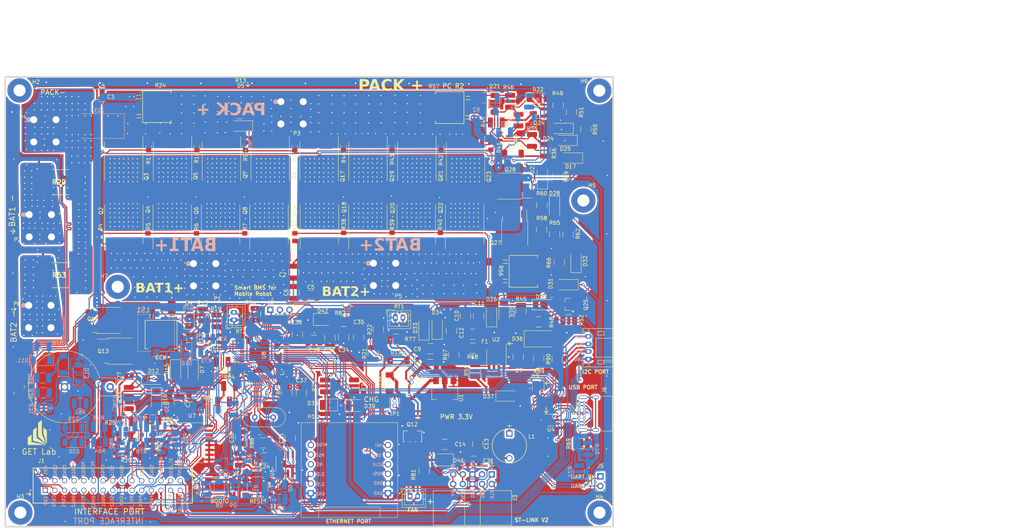
<source format=kicad_pcb>
(kicad_pcb (version 20240108) (generator "pcbnew") (generator_version "8.0")
  (title_block (title "Smart Battery Management System for Mobile Robot") (date "2024-05-09") (rev "v5.0") (company "Frankline Okonkwo - MS-CE PROJECT") (comment 1 "Dual Pack Smart BMS System") (comment 2 "MCU and Builk Pack Control PCB Layout"))
  (layers (0 "F.Cu" mixed) (31 "B.Cu" mixed) (34 "B.Paste" user) (35 "F.Paste" user) (36 "B.SilkS" user "B.Silkscreen") (37 "F.SilkS" user "F.Silkscreen") (38 "B.Mask" user) (39 "F.Mask" user) (44 "Edge.Cuts" user))
  (net 0 "")
  (net 1 "Net-(C1-Pad2)")
  (net 2 "Net-(C3-Pad2)")
  (net 3 "Net-(D1-K)")
  (net 4 "Net-(D4-K)")
  (net 5 "/MOSFET_Array_One/DSG1_Gate")
  (net 6 "Net-(D6-A)")
  (net 7 "Net-(D7-A)")
  (net 8 "/DSG_1")
  (net 9 "Net-(D8-A)")
  (net 10 "GND")
  (net 11 "/FAN2")
  (net 12 "Net-(D11-A)")
  (net 13 "Net-(D12-A)")
  (net 14 "/PDSG_1")
  (net 15 "/PCHG_1")
  (net 16 "/MOSFET_Array_One/BAT+")
  (net 17 "+12V")
  (net 18 "Net-(Q1-D)")
  (net 19 "Net-(Q2-G)")
  (net 20 "Net-(Q3-G)")
  (net 21 "Net-(Q4-G)")
  (net 22 "Net-(Q5-G)")
  (net 23 "Net-(Q6-G)")
  (net 24 "Net-(Q7-G)")
  (net 25 "Net-(Q8-G)")
  (net 26 "Net-(Q9-G)")
  (net 27 "Net-(Q13-G)")
  (net 28 "/CHG_1")
  (net 29 "Net-(C5-Pad2)")
  (net 30 "Net-(D17-K)")
  (net 31 "Net-(D18-K)")
  (net 32 "Net-(D20-K)")
  (net 33 "Net-(D22-A)")
  (net 34 "Net-(D23-A)")
  (net 35 "Net-(D24-A)")
  (net 36 "Net-(D27-A)")
  (net 37 "Net-(D28-A)")
  (net 38 "Net-(D30-A)")
  (net 39 "Net-(D32-A)")
  (net 40 "Net-(Q15-D)")
  (net 41 "Net-(Q16-G)")
  (net 42 "Net-(Q17-G)")
  (net 43 "Net-(Q18-G)")
  (net 44 "Net-(Q19-G)")
  (net 45 "Net-(Q20-G)")
  (net 46 "Net-(Q21-G)")
  (net 47 "Net-(Q22-G)")
  (net 48 "Net-(Q23-G)")
  (net 49 "Net-(Q24-C)")
  (net 50 "Net-(Q25-C)")
  (net 51 "Net-(Q27-G)")
  (net 52 "Net-(R50-Pad2)")
  (net 53 "Net-(R63-Pad1)")
  (net 54 "Net-(R65-Pad1)")
  (net 55 "/PACK+")
  (net 56 "/PACK-")
  (net 57 "/BAT-")
  (net 58 "/MOSFET_Array_Two/BAT_2-")
  (net 59 "/MOSFET_Array_Two/DSG2_Gate")
  (net 60 "/BAT_2+")
  (net 61 "Net-(U2-BOOT)")
  (net 62 "/Power_Supply/SW")
  (net 63 "+3.3V")
  (net 64 "Net-(D19-K)")
  (net 65 "/C_SEN_N2")
  (net 66 "/DSG_2")
  (net 67 "/PDSG_2")
  (net 68 "/Power_Supply/VIN")
  (net 69 "/CHG_2")
  (net 70 "/C_SEN_P2")
  (net 71 "/Power_Supply/FB")
  (net 72 "/INTERCOMM/SPI_MOSI")
  (net 73 "/INTERCOMM/SPI_SCK")
  (net 74 "/INTERCOMM/SPI_SS")
  (net 75 "/INTERCOMM/SPI_INT")
  (net 77 "/INTERCOMM/SPI_RST")
  (net 78 "/INTERCOMM/SPI_MISO")
  (net 79 "/INTERCOMM/SWRST")
  (net 80 "/INTERCOMM/SWCLK")
  (net 81 "/INTERCOMM/SWDIM")
  (net 82 "/INTERCOMM/SWDIO")
  (net 83 "/INTERCOMM/SW_5V")
  (net 84 "/INTERCOMM/VBUS")
  (net 85 "/INTERCOMM/COM_TXD")
  (net 86 "/INTERCOMM/COM_RXD")
  (net 87 "/C_SEN_P1")
  (net 88 "Net-(D41-A)")
  (net 89 "Net-(D42-A)")
  (net 90 "Net-(BT1-+)")
  (net 91 "Net-(U7-32KHZ)")
  (net 92 "Net-(U7-~{INT}{slash}SQW)")
  (net 93 "Net-(U6-*WC)")
  (net 96 "/C_SEN_N1")
  (net 97 "/STM32F446RET6/OSC_IN")
  (net 98 "/STM32F446RET6/OSC_OUT")
  (net 99 "VDD")
  (net 100 "/STM32F446RET6/VCAP_1")
  (net 101 "/PCHG_2")
  (net 102 "/I2C1_SCL")
  (net 103 "/I2C1_SDA")
  (net 104 "/ALERT1")
  (net 105 "/ALERT2")
  (net 106 "/STM32F446RET6/BOOT0")
  (net 107 "/FAN1")
  (net 108 "/CDSGTempSensor")
  (net 109 "/STM32F446RET6/PC9")
  (net 110 "/Power_Supply/12V_Out")
  (net 111 "/STM32F446RET6/PC8")
  (net 112 "/RST_SHUT_1")
  (net 113 "/RST_SHUT_2")
  (net 115 "/STM32F446RET6/PC7")
  (net 116 "/AFE1_Interrupt")
  (net 117 "/AFE2_Interrupt")
  (net 118 "Net-(D38-A)")
  (net 125 "/MOSFET_Array_One/PRE_IN")
  (net 126 "/MOSFET_Array_One/PRE_OUT")
  (net 127 "/MOSFET_Array_Two/PRE_IN_2")
  (net 128 "/MOSFET_Array_Two/PRE_OUT_2")
  (net 129 "/Power_Supply/VIN_INPUT")
  (net 130 "Net-(U2-RT_SYNC)")
  (net 133 "Net-(M1-+)")
  (net 138 "Net-(J6-CC1)")
  (net 140 "Net-(J6-CC2)")
  (net 142 "Net-(J6-SHIELD)")
  (net 144 "Net-(D10-A)")
  (net 145 "/INTERCOMM/COM_DP")
  (net 146 "/INTERCOMM/COM_DM")
  (net 147 "Net-(D39-A)")
  (net 148 "/STM32F446RET6/DCHG_LED")
  (net 149 "/STM32F446RET6/CHG_LED")
  (net 150 "/STM32F446RET6/BUZZER")
  (net 151 "Net-(Q11-C)")
  (net 152 "Net-(Q12-B)")
  (net 153 "Net-(Q26-B)")
  (net 154 "Net-(R32-Pad1)")
  (net 155 "Net-(R30-Pad1)")
  (net 156 "Net-(R17-Pad2)")
  (net 157 "Net-(D16-A)")
  (net 158 "Net-(D14-A)")
  (net 159 "Net-(D2-K)")
  (net 160 "Net-(Q10-C)")
  (net 161 "/CDSGTempSensor_2")
  (net 162 "/I2C2_SDL")
  (net 163 "/I2C2_SDA")
  (net 164 "Net-(Q29-B)")
  (net 165 "Net-(Q30-B)")
  (net 166 "/STM_ALERT1")
  (net 167 "/STM_ALERT2")
  (net 168 "/DSG_1-")
  (net 169 "/DSG_2-")
  (net 170 "/ST_LED1")
  (net 171 "/ST_LED2")
  (net 172 "/Power_Supply/3.3V_out")
  (footprint "Package_TO_SOT_SMD:Infineon_PG-HSOF-8-1_ThermalVias" (layer "F.Cu") (at 76.7032 58.9378 -90)
    (property "Reference" "Q7")
    (property "Value" "IPT015N10N5")
  )
  (footprint "Resistor_SMD:R_1210_3225Metric_Pad1.30x2.65mm_HandSolder" (layer "F.Cu") (at 152.7282 43.0778 90)
    (property "Reference" "R46")
    (property "Value" "10M")
  )
  (footprint "Diode_SMD:D_SOD-128" (layer "F.Cu") (at 64.6132 114.3578 -90)
    (property "Reference" "D15")
    (property "Value" "100V")
  )
  (footprint "Package_TO_SOT_SMD:SOT-223-3_TabPin2" (layer "F.Cu") (at 135.5032 119.8028 -90)
    (property "Reference" "U1")
    (property "Value" "AMS1117-3.3")
  )
  (footprint "Resistor_SMD:R_1210_3225Metric_Pad1.30x2.65mm_HandSolder" (layer "F.Cu") (at 161.8782 56.0028 90)
    (property "Reference" "R36")
    (property "Value" "10k")
  )
  (footprint "logo.preety:arrow" (layer "F.Cu") (at 84.1632 117.8878 90)
    (property "Reference" "G***" (hide yes))
    (property "Value" "LOGO" (hide yes))
  )
  (footprint "Diode_SMD:D_SOD-128" (layer "F.Cu") (at 59.6132 121.7003 -90)
    (property "Reference" "D16")
    (property "Value" "100V")
  )
  (footprint "Resistor_SMD:R_1210_3225Metric_Pad1.30x2.65mm_HandSolder" (layer "F.Cu") (at 51.41195 127.43155 180)
    (property "Reference" "R25")
    (property "Value" "47R")
  )
  (footprint "LED_SMD:LED_1210_3225Metric_Pad1.42x2.65mm_HandSolder" (layer "F.Cu") (at 104.8282 123.1278 180)
    (property "Reference" "D38")
    (property "Value" "GREEN_LED")
  )
  (footprint "logo.preety:arrow" (layer "F.Cu") (at 83.6632 38.6178 -90)
    (property "Reference" "G***" (hide yes))
    (property "Value" "LOGO" (hide yes))
  )
  (footprint "WSL4026L3000FEA:WSL4026L3000FEA" (layer "F.Cu") (at 34.422876 88.927216)
    (property "Reference" "R53")
    (property "Value" "WSL4026L3000FEA" (hide yes))
  )
  (footprint "Package_TO_SOT_SMD:TO-252-2" (layer "F.Cu") (at 152.3932 65.4278 180)
    (property "Reference" "Q28")
    (property "Value" "IRFR6215TRLPBF")
  )
  (footprint "Resistor_SMD:R_1210_3225Metric_Pad1.30x2.65mm_HandSolder" (layer "F.Cu") (at 149.0782 48.6778)
    (property "Reference" "R47")
    (property "Value" "100R")
  )
  (footprint "Capacitor_SMD:C_1210_3225Metric_Pad1.33x2.70mm_HandSolder" (layer "F.Cu") (at 144.4282 99.7028 90)
    (property "Reference" "C11")
    (property "Value" "2.2µF")
  )
  (footprint "Resistor_SMD:R_1210_3225Metric_Pad1.30x2.65mm_HandSolder" (layer "F.Cu") (at 122.6532 105.8078 180)
    (property "Reference" "R77")
    (property "Value" "10k")
  )
  (footprint "logo.preety:logo" (layer "F.Cu") (at 28.3432 131.0078)
    (property "Reference" "G***" (hide yes))
    (property "Value" "LOGO" (hide yes))
  )
  (footprint "Power_terminal:CONN4_74651174R_WRE" (layer "F.Cu") (at 69.356599 85.86763)
    (property "Reference" "P1")
    (property "Value" "74651174R")
  )
  (footprint "logo.preety:arrow" (layer "F.Cu") (at 22.0132 97.8978)
    (property "Reference" "G***" (hide yes))
    (property "Value" "LOGO" (hide yes))
  )
  (footprint "Resistor_SMD:R_1210_3225Metric_Pad1.30x2.65mm_HandSolder" (layer "F.Cu") (at 130.1032 140.4878 90)
    (property "Reference" "R81")
    (property "Value" "10K")
  )
  (footprint "Package_TO_SOT_SMD:TO-252-2" (layer "F.Cu") (at 47.059476 100.845816)
    (property "Reference" "Q14")
    (property "Value" "IRFR6215TRLPBF")
  )
  (footprint "Connector_JST:JST_PH_B2B-PH-K_1x02_P2.00mm_Vertical" (layer "F.Cu") (at 122.5032 100.1078)
    (property "Reference" "RT1")
    (property "Value" "10k")
  )
  (footprint "Capacitor_SMD:C_1210_3225Metric_Pad1.33x2.70mm_HandSolder" (layer "F.Cu") (at 65.6232 122.3878 -90)
    (property "Reference" "C27")
    (property "Value" "4.7uF")
  )
  (footprint "Connector_PinSocket_1.27mm:PinSocket_1x02_P1.27mm_Vertical" (layer "F.Cu") (at 122.3082 123.2928 180)
    (property "Reference" "JP1")
    (property "Value" "Jumper_2_Bridged")
  )
  (footprint "Diode_SMD:D_SOD-128" (layer "F.Cu") (at 123.3332 111.4078 180)
    (property "Reference" "D19")
    (property "Value" "100V")
  )
  (footprint "Capacitor_SMD:C_1210_3225Metric_Pad1.33x2.70mm_HandSolder" (layer "F.Cu") (at 131.7332 112.4778)
    (property "Reference" "C8")
    (property "Value" "47µF")
  )
  (footprint "logo.preety:arrow" (layer "F.Cu") (at 152.7532 106.9528 180)
    (property "Reference" "G***" (hide yes))
    (property "Value" "LOGO" (hide yes))
  )
  (footprint "Resistor_SMD:R_0805_2012Metric_Pad1.20x1.40mm_HandSolder" (layer "F.Cu") (at 82.859876 78.896053 90)
    (property "Reference" "R7")
    (property "Value" "47R")
  )
  (footprint "Package_TO_SOT_SMD:Infineon_PG-HSOF-8-1_ThermalVias" (layer "F.Cu") (at 141.0032 58.9378 -90)
    (property "Reference" "Q23")
    (property "Value" "IPT015N10N5")
  )
  (footprint "Power_terminal:CONN4_74651174R_WRE" (layer "F.Cu") (at 27.296599 47.94763)
    (property "Reference" "P4")
    (property "Value" "74651174R")
  )
  (footprint "Package_TO_SOT_SMD:SOT-23-6" (layer "F.Cu") (at 160.1032 118.6778 -90)
    (property "Reference" "U3")
    (property "Value" "SRV05-4")
  )
  (footprint "Resistor_SMD:R_0805_2012Metric_Pad1.20x1.40mm_HandSolder" (layer "F.Cu") (at 96.042476 78.896053 90)
    (property "Reference" "R37")
    (property "Value" "47R")
  )
  (footprint "Connector_PinSocket_2.54mm:PinSocket_1x02_P2.54mm_Vertical" (layer "F.Cu") (at 176.4782 141.9578)
    (property "Reference" "J5")
    (property "Value" "Conn_01x02_Pin")
  )
  (footprint "Capacitor_SMD:C_1210_3225Metric_Pad1.33x2.70mm_HandSolder" (layer "F.Cu") (at 131.7532 108.3028)
    (property "Reference" "C9")
    (property "Value" "47µF")
  )
  (footprint "Resistor_SMD:R_0805_2012Metric_Pad1.20x1.40mm_HandSolder" (layer "F.Cu") (at 147.6332 54.8878 -90)
    (property "Reference" "R41")
    (property "Value" "47R")
  )
  (footprint "logo.preety:arrow" (layer "F.Cu") (at 91.7282 144.4278 90)
    (property "Reference" "G***" (hide yes))
    (property "Value" "LOGO" (hide yes))
  )
  (footprint "Diode_SMD:D_SOD-128" (layer "F.Cu") (at 152.1282 120.7778)
    (property "Reference" "D37")
    (property "Value" "100V")
  )
  (footprint "Diode_SMD:D_SOD-128" (layer "F.Cu") (at 130.033476 102.867416 90)
    (property "Reference" "D33")
    (property "Value" "100V")
  )
  (footprint "Package_TO_SOT_SMD:Infineon_PG-HSOF-8-1_ThermalVias" (layer "F.Cu") (at 63.8432 58.9378 -90)
    (property "Reference" "Q5")
    (property "Value" "IPT015N10N5")
  )
  (footprint "Package_SO:SOIC-16W_7.5x10.3mm_P1.27mm" (layer "F.Cu") (at 68.8282 133.0778)
    (property "Reference" "U7")
    (property "Value" "DS3231M")
  )
  (footprint "Resistor_SMD:R_1210_3225Metric_Pad1.30x2.65mm_HandSolder" (layer "F.Cu") (at 116.6632 109.5678 90)
    (property "Reference" "R21")
    (property "Value" "1k")
  )
  (footprint "Capacitor_SMD:C_1210_3225Metric_Pad1.33x2.70mm_HandSolder" (layer "F.Cu") (at 144.1832 133.3978 -90)
    (property "Reference" "C13")
    (property "Value" "47µF")
  )
  (footprint "Resistor_SMD:R_1210_3225Metric_Pad1.30x2.65mm_HandSolder" (layer "F.Cu") (at 172.6532 50.3778 90)
    (property "Reference" "R50")
    (property "Value" "5.1k")
  )
  (footprint "NetTie:NetTie-2_SMD_Pad0.5mm" (layer "F.Cu") (at 29.7532 83.4028 90)
    (property "Reference" "NT2" (hide yes))
    (property "Value" "NetTie" (hide yes))
  )
  (footprint "Resistor_SMD:R_1210_3225Metric_Pad1.30x2.65mm_HandSolder" (layer "F.Cu") (at 142.8282 108.1778 180)
    (property "Reference" "R68")
    (property "Value" "49.9k")
  )
  (footprint "Resistor_SMD:R_1210_3225Metric_Pad1.30x2.65mm_HandSolder" (layer "F.Cu") (at 137.9282 109.9278 90)
    (property "Reference" "R67")
    (property "Value" "10k")
  )
  (footprint "MountingHole:MountingHole_3.2mm_M3_Pad_TopBottom" (layer "F.Cu") (at 176.2032 40.2978)
    (property "Reference" "H6")
    (property "Value" "MountingHole")
  )
  (footprint "Diode_SMD:D_SMB_Handsoldering" (layer "F.Cu") (at 161.1332 105.7078)
    (property "Reference" "D36")
    (property "Value" "60V")
  )
  (footprint "Resistor_SMD:R_0805_2012Metric_Pad1.20x1.40mm_HandSolder" (layer "F.Cu") (at 57.358276 78.896053 90)
    (property "Reference" "R5")
    (property "Value" "47R")
  )
  (footprint "Resistor_SMD:R_1210_3225Metric_Pad1.30x2.65mm_HandSolder" (layer "F.Cu") (at 81.4732 46.3978 180)
    (property "Reference" "R13")
    (property "Value" "10M")
  )
  (footprint "Resistor_SMD:R_1210_3225Metric_Pad1.30x2.65mm_HandSolder" (layer "F.Cu") (at 168.1532 100.6778)
    (property "Reference" "R52")
    (property "Value" "5.1k")
  )
  (footprint "NetTie:NetTie-2_SMD_Pad0.5mm" (layer "F.Cu") (at 28.6782 59.1278 90)
    (property "Reference" "NT1" (hide yes))
    (property "Value" "NetTie" (hide yes))
  )
  (footprint "Diode_SMD:D_SOD-128" (layer "F.Cu") (at 120.9732 117.4203 -90)
    (property "Reference" "D35")
    (property "Value" "100V")
  )
  (footprint "Resistor_SMD:R_0805_2012Metric_Pad1.20x1.40mm_HandSolder" (layer "F.Cu") (at 83.0632 54.9478 -90)
    (property "Reference" "R9")
    (property "Value" "47R")
  )
  (footprint "Resistor_SMD:R_1210_3225Metric_Pad1.30x2.65mm_HandSolder" (layer "F.Cu") (at 85.7032 99.2378 -90)
    (property "Reference" "R54")
    (property "Value" "10k")
  )
  (footprint "Diode_SMD:D_SOD-128" (layer "F.Cu") (at 170.0632 85.1053 90)
    (property "Reference" "D32")
    (property "Value" "100V")
  )
  (footprint "logo.preety:arrow" (layer "F.Cu") (at 25.9032 146.6278)
    (property "Reference" "G***" (hide yes))
    (property "Value" "LOGO" (hide yes))
  )
  (footprint "Inductor_SMD:L_1210_3225Metric_Pad1.42x2.65mm_HandSolder" (layer "F.Cu") (at 142.8782 104.5028)
    (property "Reference" "F1")
    (property "Value" "Fuse")
  )
  (footprint "Resistor_SMD:R_0805_2012Metric_Pad1.20x1.40mm_HandSolder" (layer "F.Cu") (at 70.2632 54.9478 -90)
    (property "Reference" "R10")
    (property "Value" "47R")
  )
  (footprint "Diode_SMD:D_SOD-128" (layer "F.Cu") (at 161.2232 63.0853 90)
    (property "Reference" "D27")
    (property "Value" "16V")
  )
  (footprint "Connector_JST:JST_PH_S4B-PH-K_1x04_P2.00mm_Horizontal" (layer "F.Cu") (at 173.3132 111.0478 90)
    (property "Reference" "J4")
    (property "Value" "Conn_01x04")
  )
  (footprint "PWR163S-25-40R0FE:RES_PWR163_BRN-L" (layer "F.Cu") (at 136.8132 44.7778 90)
    (property "Reference" "R57")
    (property "Value" "40")
  )
  (footprint "Resistor_SMD:R_1210_3225Metric_Pad1.30x2.65mm_HandSolder" (layer "F.Cu") (at 154.9032 48.0528 -90)
    (property "Reference" "R34")
    (property "Value" "100R")
  )
  (footprint "Resistor_SMD:R_0805_2012Metric_Pad1.20x1.40mm_HandSolder" (layer "F.Cu") (at 108.894876 78.769053 90)
    (property "Reference" "R38")
    (property "Value" "47R")
  )
  (footprint "Resistor_SMD:R_1210_3225Metric_Pad1.30x2.65mm_HandSolder" (layer "F.Cu") (at 75.3832 100.9578 -90)
    (property "Reference" "R19")
    (property "Value" "5.1k")
  )
  (footprint "Package_TO_SOT_SMD:Infineon_PG-HSOF-8-1_ThermalVias" (layer "F.Cu") (at 128.1432 58.9378 -90)
    (property "Reference" "Q21")
    (property "Value" "IPT015N10N5")
  )
  (footprint "Resistor_SMD:R_1210_3225Metric_Pad1.30x2.65mm_HandSolder" (layer "F.Cu") (at 77.2632 122.2578)
    (property "Reference" "R83")
    (property "Value" "100k")
  )
  (footprint "Package_TO_SOT_SMD:Infineon_PG-HSOF-8-1_ThermalVias" (layer "F.Cu") (at 128.000676 75.428653 90)
    (property "Reference" "Q20")
    (property "Value" "IPT015N10N5")
  )
  (footprint "Package_TO_SOT_SMD:Infineon_PG-HSOF-8-1_ThermalVias" (layer "F.Cu") (at 140.744676 75.428653 90)
    (property "Reference" "Q22")
    (property "Value" "IPT015N10N5")
  )
  (footprint "Diode_SMD:D_SOD-128" (layer "F.Cu") (at 167.2532 53.4028 180)
    (property "Reference" "D25")
    (property "Value" "100V")
  )
  (footprint "Power_terminal:CONN4_74651174R_WRE" (layer "F.Cu") (at 26.096599 72.96763)
    (property "Reference" "P2")
    (property "Value" "74651174R")
  )
  (footprint "LED_SMD:LED_1210_3225Metric_Pad1.42x2.65mm_HandSolder" (layer "F.Cu") (at 103.3782 100.6028)
    (property "Reference" "D42")
    (property "Value" "GREEN_LED")
  )
  (footprint "logo.preety:arrow" (layer "F.Cu") (at 162.2282 124.6028 -90)
    (property "Reference" "G***" (hide yes))
    (property "Value" "LOGO" (hide yes))
  )
  (footprint "Resistor_SMD:R_1210_3225Metric_Pad1.30x2.65mm_HandSolder" (layer "F.Cu") (at 158.4782 53.4028 -90)
    (property "Reference" "R35")
    (property "Value" "10M")
  )
  (footprint "Capacitor_SMD:C_1210_3225Metric_Pad1.33x2.70mm_HandSolder" (layer "F.Cu") (at 140.9532 99.6028 90)
    (property "Reference" "C10")
    (property "Value" "2.2µF")
  )
  (footprint "LED_SMD:LED_1210_3225Metric_Pad1.42x2.65mm_HandSolder" (layer "F.Cu") (at 135.3032 137.6028 180)
    (property "Reference" "D41")
    (property "Value" "RED_LED")
  )
  (footprint "Resistor_SMD:R_1210_3225Metric_Pad1.30x2.65mm_HandSolder" (layer "F.Cu") (at 103.9782 118.1028 -90)
    (property "Reference" "R75")
    (property "Value" "4.7K")
  )
  (footprint "MountingHole:MountingHole_3.2mm_M3_Pad_TopBottom" (layer "F.Cu") (at 49.4132 91.9978)
    (property "Reference" "H7")
    (property "Value" "MountingHole")
  )
  (footprint "Resistor_SMD:R_1210_3225Metric_Pad1.30x2.65mm_HandSolder" (layer "F.Cu") (at 50.3532 135.1178 180)
    (property "Reference" "R29")
    (property "Value" "5.1k")
  )
  (footprint "Package_TO_SOT_SMD:Infineon_PG-HSOF-8-1_ThermalVias" (layer "F.Cu") (at 102.4232 58.9378 -90)
    (property "Reference" "Q17")
    (property "Value" "IPT015N10N5")
  )
  (footprint "Connector_PinSocket_1.27mm:PinSocket_1x02_P1.27mm_Vertical" (layer "F.Cu") (at 126.8082 115.9028)
    (property "Reference" "JP2")
    (property "Value" "Jumper_2_Bridged")
  )
  (footprint "Diode_SMD:D_SOD-128" (layer "F.Cu") (at 133.510276 102.668616 90)
    (property "Reference" "D34")
    (property "Value" "100V")
  )
  (footprint "Resistor_SMD:R_1210_3225Metric_Pad1.30x2.65mm_HandSolder" (layer "F.Cu") (at 168.9032 45.9028 90)
    (property "Reference" "R51")
    (property "Value" "5.1k")
  )
  (footprint "Resistor_SMD:R_1210_3225Metric_Pad1.30x2.65mm_HandSolder" (layer "F.Cu") (at 118.0132 103.2478 90)
    (property "Reference" "R22")
    (property "Value" "10k")
  )
  (footprint "Resistor_SMD:R_0805_2012Metric_Pad1.20x1.40mm_HandSolder" (layer "F.Cu") (at 96.0332 54.9478 -90)
    (property "Reference" "R8")
    (property "Value" "47R")
  )
  (footprint "Resistor_SMD:R_1210_3225Metric_Pad1.30x2.65mm_HandSolder" (layer "F.Cu") (at 52.3232 122.5478 -90)
    (property "Reference" "R33")
    (property "Value" "5.1k")
  )
  (footprint "Button_Switch_SMD:SW_SPST_TL3342" (layer "F.Cu") (at 76.4282 144.7278)
    (property "Reference" "SW1" (hide yes))
    (property "Value" "BOOT")
  )
  (footprint "Capacitor_SMD:C_1210_3225Metric_Pad1.33x2.70mm_HandSolder" (layer "F.Cu") (at 43.7532 41.2778 180)
    (property "Reference" "C4")
    (property "Value" "100nF")
  )
  (footprint "Resistor_SMD:R_1210_3225Metric_Pad1.30x2.65mm_HandSolder" (layer "F.Cu") (at 161.0982 70.5353 -90)
    (property "Reference" "R60")
    (property "Value" "10M")
  )
  (footprint "Connector_PinHeader_2.54mm:PinHeader_1x03_P2.54mm_Vertical" (layer "F.Cu") (at 89.5532 98.0478 90)
    (property "Reference" "J2")
    (property "Value" "Conn_01x04_Pin")
  )
  (footprint "PWR163S-25-40R0FE:RES_PWR163_BRN-L" (layer "F.Cu") (at 59.7029 44.5078 -90)
    (property "Reference" "R24")
    (property "Value" "40")
  )
  (footprint "Resistor_SMD:R_1210_3225Metric_Pad1.30x2.65mm_HandSolder" (layer "F.Cu") (at 171.5282 133.3028)
    (property "Reference" "R69")
    (property "Value" "1M")
  )
  (footprint "Connector_USB:USB_C_Receptacle_GCT_USB4085" (layer "F.Cu") (at 170.8782 128.4028 90)
    (property "Reference" "J6")
    (property "Value" "USB_C_Receptacle_USB2.0_16P")
  )
  (footprint "Resistor_SMD:R_1210_3225Metric_Pad1.30x2.65mm_HandSolder" (layer "F.Cu") (at 165.2232 62.9353 -90)
    (property "Reference" "R59")
    (property "Value" "10M")
  )
  (footprint "Resistor_SMD:R_1210_3225Metric_Pad1.30x2.65mm_HandSolder" (layer "F.Cu") (at 108.9282 101.1278 180)
    (property "Reference" "R82")
    (property "Value" "4.7K")
  )
  (footprint "Diode_SMD:D_SOD-128" (layer "F.Cu") (at 69.2432 114.4003 -90)
    (property "Reference" "D7")
    (property "Value" "100V")
  )
  (footprint "Diode_SMD:D_SOD-128" (layer "F.Cu") (at 168.6532 58.0528 180)
    (property "Reference" "D17")
    (property "Value" "16V")
  )
  (footprint "Connector_IDC:IDC-Header_2x05_P2.54mm_Horizontal" (layer "F.Cu") (at 147.8732 141.4203 -90)
    (property "Reference" "J3")
    (property "Value" "Conn_02x05_Odd_Even")
  )
  (footprint "Package_TO_SOT_SMD:Infineon_PG-HSOF-8-1_ThermalVias" (layer "F.Cu") (at 102.512676 75.428653 90)
    (property "Reference" "Q16")
    (property "Value" "IPT015N10N5")
  )
  (footprint "Power_terminal:CONN4_74651174R_WRE" (layer "F.Cu") (at 116.723199 85.7778)
    (property "Reference" "P5")
    (property "Value" "74651174R")
  )
  (footprint "Capacitor_SMD:C_1210_3225Metric_Pad1.33x2.70mm_HandSolder" (layer "F.Cu") (at 81.6032 137.4278 90)
    (property "Reference" "C36")
    (property "Value" "0.1uF")
  )
  (footprint "Resistor_SMD:R_1210_3225Metric_Pad1.30x2.65mm_HandSolder" (layer "F.Cu") (at 58.08195 133.99905 -90)
    (property "Reference" "R87")
    (property "Value" "2.2k")
  )
  (footprint "Button_Switch_SMD:SW_SPST_TL3342" (layer "F.Cu") (at 86.2532 144.8278)
    (property "Reference" "SW2" (hide yes))
    (property "Value" "BOOT")
  )
  (footprint "Capacitor_SMD:C_1210_3225Metric_Pad1.33x2.70mm_HandSolder" (layer "F.Cu") (at 96.705676 104.548216 -90)
    (property "Reference" "C38")
    (property "Value" "2.2uF")
  )
  (footprint "logo.preety:arrow" (layer "F.Cu") (at 162.5832 117.3478 180)
    (property "Reference" "G***" (hide yes))
    (property "Value" "LOGO" (hide yes))
  )
  (footprint "Resistor_SMD:R_1210_3225Metric_Pad1.30x2.65mm_HandSolder" (layer "F.Cu") (at 58.6232 127.0578)
    (property "Reference" "R86")
    (property "Value" "2.2k")
  )
  (footprint "Capacitor_SMD:C_1210_3225Metric_Pad1.33x2.70mm_HandSolder" (layer "F.Cu") (at 101.074476 106.097616)
    (property "Reference" "C39")
    (property "Value" "2.2uF")
  )
  (footprint "Package_TO_SOT_SMD:Infineon_PG-HSOF-8-1_ThermalVias" (layer "F.Cu") (at 76.499676 75.428653 90)
    (property "Reference" "Q6")
    (property "Value" "IPT015N10N5")
  )
  (footprint "Capacitor_SMD:C_1210_3225Metric_Pad1.33x2.70mm_HandSolder" (layer "F.Cu") (at 88.0532 137.0778 180)
    (property "Reference" "C24")
    (property "Value" "4.7uF")
  )
  (footprint "Diode_SMD:D_SOD-128" (layer "F.Cu") (at 68.2132 100.0478 90)
    (property "Reference" "D4")
    (property "Value" "16V")
  )
  (footprint "Connector_JST:JST_PH_B2B-PH-K_1x02_P2.00mm_Vertical" (layer "F.Cu") (at 126.376556 147.172416)
    (property "Reference" "M1" (hide yes))
    (property "Value" "Fan")
  )
  (footprint "Resistor_SMD:R_1210_3225Metric_Pad1.30x2.65mm_HandSolder" (layer "F.Cu") (at 165.3782 44.1528 90)
    (property "Reference" "R49")
    (property "Value" "1k")
  )
  (footprint "MountingHole:MountingHole_3.2mm_M3_Pad_TopBottom" (layer "F.Cu") (at 23.5632 40.2378)
    (property "Reference" "H2")
    (property "Value" "MountingHole")
  )
  (footprint "WIZ850IO:WIZ850IO" (layer "F.Cu") (at 110.7032 141.6278 180)
    (property "Reference" "H1")
    (property "Value" "WIZ850IO")
  )
  (footprint "Diode_SMD:D_SOD-128" (layer "F.Cu") (at 160.0532 42.2528)
    (property "Reference" "D22")
    (property "Value" "100V")
  )
  (footprint "Package_TO_SOT_SMD:SOT-23_Handsoldering" (layer "F.Cu") (at 167.9532 96.6528 180)
    (property "Reference" "Q25")
    (property "Value" "MMBT5401-7-F")
  )
  (footprint "TSS-115-02-L-D:SAMTEC_TSS-115-02-L-D" (layer "F.Cu") (at 30.3232 145.6278)
    (property "Reference" "J1")
    (property "Value" "TSS-115-02-L-D")
  )
  (footprint "Resistor_SMD:R_1210_3225Metric_Pad1.30x2.65mm_HandSolder" (layer "F.Cu") (at 164.4482 78.1353 90)
    (property "Reference" "R65")
    (property "Value" "5.1k")
  )
  (footprint "Resistor_SMD:R_1210_3225Metric_Pad1.30x2.65mm_HandSolder" (layer "F.Cu") (at 68.9282 106.2028 90)
    (property "Reference" "R12")
    (property "Value" "10M")
  )
  (footprint "Package_TO_SOT_SMD:Infineon_PG-HSOF-8-1_ThermalVias" (layer "F.Cu") (at 50.9832 58.9378 -90)
    (property "Reference" "Q3")
    (property "Value" "IPT015N10N5")
  )
  (footprint "Power_terminal:CONN4_74651174R_WRE" (layer "F.Cu") (at 92.366599 43.20283)
    (property "Reference" "P3")
    (property "Value" "74651174R")
  )
  (footprint "Capacitor_SMD:C_1210_3225Metric_Pad1.33x2.70mm_HandSolder" (layer "F.Cu") (at 45.1782 44.5778 180)
    (property "Reference" "C3")
    (property "Value" "100nF")
  )
  (footprint "Resistor_SMD:R_1210_3225Metric_Pad1.30x2.65mm_HandSolder" (layer "F.Cu") (at 71.9032 99.4028 -90)
    (property "Reference" "R15")
    (property "Value" "100R")
  )
  (footprint "Inductor_10uH_THT:Inductor_10uH_THT" (layer "F.Cu") (at 152.5332 130.664549 -90)
    (property "Reference" "L1")
    (property "Value" "10µH")
  )
  (footprint "Diode_SMD:D_SOD-128" (layer "F.Cu") (at 151.137876 98.528416 -90)
    (property "Reference" "D20")
    (property "Value" "16V")
  )
  (footprint "WSL4026L3000FEA:WSL4026L3000FEA" (layer "F.Cu") (at 34.399476 64.416216)
    (property "Reference" "R20")
    (property "Value" "WSL4026L3000FEA" (hide yes))
  )
  (footprint "STM32F446RET6_[1]:LQFP64-10x10mm" (layer "F.Cu") (at 87.893476 109.999915 90)
    (property "Reference" "U8")
    (property "Value" "STM32F446RET6")
  )
  (footprint "Diode_SMD:D_SOD-128" (layer "F.Cu") (at 81.7432 49.5978 180)
    (property "Reference" "D5")
    (property "Value" "16V")
  )
  (footprint "FCX493TA:FCX493TA_DIO" (layer "F.Cu") (at 127.0232 131.3778)
    (property "Reference" "Q12")
    (property "Value" "FCX495TA")
  )
  (footprint "Capacitor_SMD:C_1210_3225Metric_Pad1.33x2.70mm_HandSolder" (layer "F.Cu") (at 95.7782 88.1278 -90)
    (property "Reference" "C2")
    (property "Value" "100nF")
  )
  (footprint "Diode_SMD:D_SOD-128" (layer "F.Cu") (at 164.3982 71.2353 -90)
    (property "Reference" "D28")
    (property "Value" "16V")
  )
  (footprint "Package_TO_SOT_SMD:Infineon_PG-HSOF-8-1_ThermalVias" (layer "F.Cu") (at 63.761876 75.428653 90)
    (property "Reference" "Q4")
    (property "Value" "IPT015N10N5")
  )
  (footprint "MountingHole:MountingHole_3.2mm_M3_Pad_TopBottom" (layer "F.Cu") (at 23.7732 151.4878)
    (property "Reference" "H3")
    (property "Value" "MountingHole")
  )
  (footprint "Capacitor_SMD:C_1210_3225Metric_Pad1.33x2.70mm_HandSolder" (layer "F.Cu") (at 81.7282 131.7778 90)
    (property "Reference" "C30")
    (property "Value" "30pF")
  )
  (footprint "Package_TO_SOT_SMD:TO-252-2" (layer "F.Cu") (at 153.9232 77.8578 -90)
    (property "Reference" "Q27")
    (property "Value" "IRFR6215TRLPBF")
  )
  (footprint "Resistor_SMD:R_0805_2012Metric_Pad1.20x1.40mm_HandSolder" (layer "F.Cu") (at 57.5532 54.9478 -90)
    (property "Reference" "R11")
    (property "Value" "47R")
  )
  (footprint "Capacitor_SMD:C_1210_3225Metric_Pad1.33x2.70mm_HandSolder" (layer "F.Cu") (at 154.8532 110.4878 -90)
    (property "Reference" "C7")
    (property "Value" "100nF")
  )
  (footprint "Resistor_SMD:R_1210_3225Metric_Pad1.30x2.65mm_HandSolder" (layer "F.Cu") (at 165.1032 111.0578 90)
    (property "Reference" "R90")
    (property "Value" "4.7k")
  )
  (footprint "Diode_SMD:D_SOD-128" (layer "F.Cu") (at 161.6532 96.7278)
    (property "Reference" "D23")
    (property "Value" "100V")
  )
  (footprint "Power_terminal:CONN4_74651174R_WRE" (layer "F.Cu") (at 25.976599 96.88763)
    (property "Reference" "P6")
    (property "Value" "74651174R")
  )
  (footprint "Resistor_SMD:R_0805_2012Metric_Pad1.20x1.40mm_HandSolder" (layer "F.Cu") (at 134.371076 78.769053 90)
    (property "Reference" "R40")
    (property "Value" "47R")
  )
  (footprint "Diode_SMD:D_SOD-128" (layer "F.Cu") (at 167.4732 91.4278 180)
    (property "Reference" "D31")
    (property "Value" "100V")
  )
  (footprint "PWR163S-25-40R0FE:RES_PWR163_BRN-L" (layer "F.Cu") (at 156.2096 87.9178 -90)
    (property "Reference" "R56")
    (property "Value" "40")
  )
  (footprint "Capacitor_SMD:C_1210_3225Metric_Pad1.33x2.70mm_HandSolder" (layer "F.Cu") (at 97.7632 119.8978 -90)
    (property "Reference" "C37")
    (property "Value" "0.1uF")
  )
  (footprint "Package_TO_SOT_SMD:TO-252-2" (layer "F.Cu") (at 50.1382 108.9528)
    (property "Reference" "Q13")
    (property "Value" "IRFR6215TRLPBF")
  )
  (footprint "Resistor_SMD:R_1210_3225Metric_Pad1.30x2.65mm_HandSolder" (layer "F.Cu") (at 165.6532 85.4578 90)
    (property "Reference" "R66")
    (property "Value" "5.1k")
  )
  (footprint "logo.preety:arrow" (layer "F.Cu") (at 65.0932 126.7378 -90)
    (property "Reference" "G***" (hide yes))
    (property "Value" "LOGO" (hide yes))
  )
  (footprint "Resistor_SMD:R_1210_3225Metric_Pad1.30x2.65mm_HandSolder" (layer "F.Cu") (at 87.6782 133.1028 180)
    (property "Reference" "R88")
    (property "Value" "10k")
  )
  (footprint "Package_TO_SOT_SMD:SOT-23-3" (layer "F.Cu") (at 151.2032 52.3278)
    (property "Reference" "Q15")
    (property "Value" "BSS123N")
  )
  (footprint "Diode_SMD:D_SOD-128" (layer "F.Cu") (at 58.8232 116.3578)
    (property "Reference" "D12")
    (property "Value" "16V")
  )
  (footprint "Package_SO:SOIC-8-1EP_3.9x4.9mm_P1.27mm_EP2.29x3mm" (layer "F.Cu") (at 149.1032 110.4978 -90)
    (property "Reference" "U2")
    (property "Value" "LMR16030")
  )
  (footprint "Resistor_SMD:R_1210_3225Metric_Pad1.30x2.65mm_HandSolder" (layer "F.Cu") (at 78.8532 118.1278)
    (property "Reference" "R84")
    (property "Value" "100k")
  )
  (footprint "Diode_SMD:D_SOD-128" (layer "F.Cu") (at 147.8282 99.3778 90)
    (property "Reference" "D26")
    (property "Value" "100V")
  )
  (footprint "Capacitor_SMD:C_1210_3225Metric_Pad1.33x2.70mm_HandSolder" (layer "F.Cu") (at 100.2532 94.3278 180)
    (property "Reference" "C5")
    (property "Value" "100nF")
  )
  (footprint "Resistor_SMD:R_1210_3225Metric_Pad1.30x2.65mm_HandSolder" (layer "F.Cu") (at 160.2432 110.8578 90)
    (property "Reference" "R89")
    (property "Value" "4.7k")
  )
  (footprint "BAT-HLD-011-THM:BAT_BAT-HLD-011-THM" (layer "F.Cu") (at 35.415476 118.340416 -90)
    (property "Reference" "BT1" (hide yes))
    (property "Value" "Battery_Cell")
  )
  (footprint "Diode_SMD:D_SOD-128" (layer "F.Cu") (at 153.4282 56.9028 180)
    (property "Reference" "D18")
    (property "Value" "100V")
  )
  (footprint "LED_SMD:LED_1210_3225Metric_Pad1.42x2.65mm_HandSolder" (layer "F.Cu") (at 111.7532 123.2778)
    (property "Reference" "D39")
    (property "Value" "RED_LED")
  )
  (footprint "Diode_SMD:D_SOD-128" (layer "F.Cu") (at 148.6282 43.7278 90)
    (property "Reference" "D21")
    (property "Value" "16V")
  )
  (footprint "Resistor_SMD:R_1210_3225Metric_Pad1.30x2.65mm_HandSolder" (layer "F.Cu") (at 160.1532 101.2278)
    (property "Reference" "R48")
    (property "Value" "100R")
  )
  (footprint "MountingHole:MountingHole_3.2mm_M3_Pad_TopBottom" (layer "F.Cu") (at 176.2532 151.4978)
    (property "Reference" "H4")
    (property "Value" "MountingHole")
  )
  (footprint "Package_TO_SOT_SMD:SOT-23_Handsoldering" (layer "F.Cu") (at 160.2932 46.0778 180)
    (property "Reference" "Q24")
    (property "Value" "MMBT5401-7-F")
  )
  (footprint "Resistor_SMD:R_0805_2012Metric_Pad1.20x1.40mm_HandSolder" (layer "F.Cu") (at 121.6332 54.9478 -90)
    (property "Reference" "R43")
    (property "Value" "47R")
  )
  (footprint "Crystal:Crystal_HC49-U_Vertical" (layer "F.Cu") (at 85.4782 126.3528)
    (property "Reference" "Y1")
    (property "Value" "16MHZ")
  )
  (footprint "Resistor_SMD:R_1210_3225Metric_Pad1.30x2.65mm_HandSolder" (layer "F.Cu") (at 167.9982 78.1603 90)
    (property "Reference" "R62")
    (property "Value" "5.1k")
  )
  (footprint "Capacitor_SMD:C_1210_3225Metric_Pad1.33x2.70mm_HandSolder" (layer "F.Cu") (at 135.4932 133.5178)
    (property "Reference" "C14")
    (property "Value" "47µF")
  )
  (footprint "Package_TO_SOT_SMD:SOT-23-6" (layer "F.Cu") (at 163.5157 127.107691)
    (property "Reference" "U4")
    (property "Value" "SRV05-4")
  )
  (footprint "Resistor_SMD:R_1210_3225Metric_Pad1.30x2.65mm_HandSolder" (layer "F.Cu") (at 76.893476 111.762416 180)
    (property "Reference" "R103")
    (property "Value" "10k")
  )
  (footprint "Capacitor_SMD:C_1210_3225Metric_Pad1.33x2.70mm_HandSolder" (layer "F.Cu") (at 105.265476 105.4028 -90)
    (property "Reference" "C33")
    (property "Value" "4.7uF")
  )
  (footprint "Resistor_SMD:R_0805_2012Metric_Pad1.20x1.40mm_HandSolder" (layer "F.Cu") (at 108.8432 54.9478 -90)
    (property "Reference" "R44")
    (property "Value" "47R")
  )
  (footprint "Capacitor_SMD:C_1210_3225Metric_Pad1.33x2.70mm_HandSolder" (layer "F.Cu") (at 95.8282 83.9778)
    (property "Reference" "C1")
    (property "Value" "100nF")
  )
  (footprint "Capacitor_SMD:C_1210_3225Metric_Pad1.33x2.70mm_HandSolder" (layer "F.Cu") (at 108.8782 105.3028 -90)
    (property "Reference" "C34")
    (property "Value" "4.7uF")
  )
  (footprint "Capacitor_SMD:C_1210_3225Metric_Pad1.33x2.70mm_HandSolder" (layer "F.Cu") (at 143.1132 137.9678 180)
    (property "Reference" "C21")
    (property "Value" "4.7uF")
  )
  (footprint "Resistor_SMD:R_1210_3225Metric_Pad1.30x2.65mm_HandSolder" (layer "F.Cu") (at 52.3332 116.9478 90)
    (property "Reference" "R27")
    (property "Value" "10M")
  )
  (footprint "Resistor_SMD:R_1210_3225Metric_Pad1.30x2.65mm_HandSolder" (layer "F.Cu") (at 155.6032 98.4278 -90)
    (property "Reference" "R45")
    (property "Value" "10M")
  )
  (footprint "MountingHole:MountingHole_3.2mm_M3_Pad_TopBottom" (layer "F.Cu") (at 172.0032 69.2528)
    (property "Reference" "H5")
    (property "Value" "MountingHole")
  )
  (footprint "Resistor_SMD:R_0805_2012Metric_Pad1.20x1.40mm_HandSolder" (layer "F.Cu") (at 70.134476 78.896053 90)
    (property "Reference" "R6")
    (property "Value" "47R")
  )
  (footprint "logo.preety:arrow" (layer "F.Cu") (at 21.7132 77.2978)
    (property "Reference" "G***" (hide yes))
    (property "Value" "LOGO" (hide yes))
  )
  (footprint "Package_TO_SOT_SMD:Infineon_PG-HSOF-8-1_ThermalVias" (layer "F.Cu") (at 115.256676 75.428653 90)
    (property "Reference" "Q18")
    (property "Value" "IPT015N10N5")
  )
  (footprint "Package_TO_SOT_SMD:SOT-23_Handsoldering" (layer "F.Cu") (at 74.7332 105.6378 180)
    (property "Reference" "Q11")
    (property "Value" "MMBT5401-7-F")
  )
  (footprint "Resistor_SMD:R_1210_3225Metric_Pad1.30x2.65mm_HandSolder" (layer "F.Cu") (at 51.28695 131.43155 180)
    (property "Reference" "R32")
    (property "Value" "5.1k")
  )
  (footprint "Capacitor_SMD:C_1210_3225Metric_Pad1.33x2.70mm_HandSolder" (layer "F.Cu") (at 112.8532 105.2778 -90)
    (property "Reference" "C35")
    (property "Value" "0.1uF")
  )
  (footprint "Resistor_SMD:R_0805_2012Metric_Pad1.20x1.40mm_HandSolder" (layer "F.Cu") (at 134.5232 54.9478 -90)
    (property "Reference" "R42")
    (property "Value" "47R")
  )
  (footprint "Package_TO_SOT_SMD:Infineon_PG-HSOF-8-1_ThermalVias" (layer "F.Cu") (at 115.2832 58.9378 -90)
    (property "Reference" "Q19")
    (property "Value" "IPT015N10N5")
  )
  (footprint "Resistor_SMD:R_1210_3225Metric_Pad1.30x2.65mm_HandSolder" (layer "F.Cu") (at 161.0232 76.9603 90)
    (property "Reference" "R58")
    (property "Value" "47R")
  )
  (footprint "Package_TO_SOT_SMD:Infineon_PG-HSOF-8-1_ThermalVias" (layer "F.Cu") (at 89.5632 58.9378 -90)
    (property "Reference" "Q9")
    (property "Value" "IPT015N10N5")
  )
  (footprint "Package_TO_SOT_SMD:Infineon_PG-HSOF-8-1_ThermalVias" (layer "F.Cu") (at 89.243676 75.428653 90)
    (property "Reference" "Q8")
    (property "Value" "IPT015N10N5")
  )
  (footprint "Resistor_SMD:R_0805_2012Metric_Pad1.20x1.40mm_HandSolder" (layer "F.Cu") (at 44.632876 78.896053 90)
    (property "Reference" "R4")
    (property "Value" "47R")
  )
  (footprint "Capacitor_SMD:C_1210_3225Metric_Pad1.33x2.70mm_HandSolder" (layer "F.Cu") (at 94.8032 131.8778 90)
    (property "Reference" "C31")
    (property "Value" "30pF")
  )
  (footprint "Inductor_SMD:L_1210_3225Metric_Pad1.42x2.65mm_HandSolder" (layer "F.Cu") (at 93.9532 119.8978 90)
    (property "Reference" "FB1")
    (property "Value" "FerriteBead")
  )
  (footprint "Resistor_SMD:R_0805_2012Metric_Pad1.20x1.40mm_HandSolder" (layer "F.Cu") (at 121.645676 78.718253 90)
    (property "Reference" "R39")
    (property "Value" "47R")
  )
  (footprint "Capacitor_SMD:C_1210_3225Metric_Pad1.33x2.70mm_HandSolder" (layer "F.Cu") (at 137.2782 103.5278 90)
    (property "Reference" "C12")
    (property "Value" "100nF")
  )
  (footprint "Resistor_SMD:R_1210_3225Metric_Pad1.30x2.65mm_HandSolder" (layer "F.Cu") (at 143.5032 114.0528 90)
    (property "Reference" "R55")
    (property "Value" "150k")
  )
  (footprint "Connector_JST:JST_PH_B2B-PH-K_1x02_P2.00mm_Vertical" (layer "F.Cu") (at 80.0132 100.7178 90)
    (property "Reference" "RT2")
    (property "Value" "10k")
  )
  (footprint "Capacitor_SMD:C_1210_3225Metric_Pad1.33x2.70mm_HandSolder" (layer "F.Cu") (at 95.8532 93.4903 90)
    (property "Reference" "C6")
    (property "Value" "100nF")
  )
  (footprint "PWR163S-25-40R0FE:RES_PWR163_BRN-L" (layer "F.Cu") (at 60.8132 104.5678 180)
    (property "Reference" "R23")
    (property "Value" "40")
  )
  (footprint "M24M01-RMN6TP:M24M01-RMN6TP_SOIC127P600X175-8N" (layer "F.Cu") (at 93.6032 138.6778 90)
    (property "Reference" "U6")
    (property "Value" "M24M01-RMN6TP")
  )
  (footprint "Resistor_SMD:R_1210_3225Metric_Pad1.30x2.65mm_HandSolder" (layer "F.Cu") (at 111.6282 118.0778 -90)
    (property "Reference" "R76")
    (property "Value" "4.7K")
  )
  (footprint "Package_TO_SOT_SMD:Infineon_PG-HSOF-8-1_ThermalVias" (layer "F.Cu") (at 51.011676 75.428653 90)
    (property "Reference" "Q2")
    (property "Value" "IPT015N10N5")
  )
  (footprint "Diode_SMD:D_SOD-128" (layer "F.Cu") (at 166.2032 50.2528 180)
    (property "Reference" "D24")
    (property "Value" "100V")
  )
  (footprint "Resistor_SMD:R_1210_3225Metric_Pad1.30x2.65mm_HandSolder" (layer "B.Cu") (at 72.8782 105.7278 180)
    (property "Reference" "R74")
    (property "Value" "10k")
  )
  (footprint "Resistor_SMD:R_1210_3225Metric_Pad1.30x2.65mm_HandSolder" (layer "B.Cu") (at 157.7282 43.0778 90)
    (property "Reference" "R1")
    (property "Value" "100R")
  )
  (footprint "Diode_SMD:D_SOD-128" (layer "B.Cu") (at 37.7282 132.9528 180)
    (property "Reference" "D30")
    (property "Value" "100V")
  )
  (footprint "Diode_SMD:D_SOD-128" (layer "B.Cu") (at 73.6282 124.3528 180)
    (property "Reference" "D6")
    (property "Value" "100V")
  )
  (footprint "Resistor_SMD:R_1210_3225Metric_Pad1.30x2.65mm_HandSolder" (layer "B.Cu") (at 170.8432 140.6878 -90)
    (property "Reference" "R72")
    (property "Value" "5.1k")
  )
  (footprint "Package_TO_SOT_SMD:SOT-23-3" (layer "B.Cu") (at 153.7032 42.0278)
    (property "Reference" "Q1")
    (property "Value" "BSS123N")
  )
  (footprint "Diode_SMD:D_SMC_Handsoldering" (layer "B.Cu") (at 44.2532 49.6278 180)
    (property "Reference" "D3")
    (property "Value" "SMCJ60A")
  )
  (footprint "Diode_SMD:D_SOD-128" (layer "B.Cu") (at 37.8032 129.0278 180)
    (property "Reference" "D29")
    (property "Value" "100V")
  )
  (footprint "Resistor_SMD:R_1210_3225Metric_Pad1.30x2.65mm_HandSolder" (layer "B.Cu") (at 29.7282 107.6528)
    (property "Reference" "R26")
    (property "Value" "10M")
  )
  (footprint "Resistor_SMD:R_1210_3225Metric_Pad1.30x2.65mm_HandSolder" (layer "B.Cu") (at 173.1532 134.7028 -90)
    (property "Reference" "R70")
    (property "Value" "5.1k")
  )
  (footprint "Resistor_SMD:R_1210_3225Metric_Pad1.30x2.65mm_HandSolder" (layer "B.Cu") (at 44.6282 132.8528)
    (property "Reference" "R64")
    (property "Value" "5.1k")
  )
  (footprint "Resistor_SMD:R_1210_3225Metric_Pad1.30x2.65mm_HandSolder" (layer "B.Cu") (at 55.4632 128.9078 180)
    (property "Reference" "R71")
    (property "Value" "4.7k")
  )
  (footprint "Diode_SMD:D_SOD-128" (layer "B.Cu") (at 67.5782 107.7278 90)
    (property "Reference" "D10")
    (property "Value" "UF4007")
  )
  (footprint "Resistor_SMD:R_1210_3225Metric_Pad1.30x2.65mm_HandSolder" (layer "B.Cu") (at 91.7732 144.0278)
    (property "Reference" "R100")
    (property "Value" "10k")
  )
  (footprint "Resistor_SMD:R_1210_3225Metric_Pad1.30x2.65mm_HandSolder" (layer "B.Cu") (at 49.9632 134.7078 90)
    (property "Reference" "R80")
    (property "Value" "5.1k")
  )
  (footprint "Resistor_SMD:R_1210_3225Metric_Pad1.30x2.65mm_HandSolder" (layer "B.Cu") (at 64.9032 132.0778 -90)
    (property "Reference" "R85")
    (property "Value" "10k")
  )
  (footprint "Diode_SMD:D_SOD-128" (layer "B.Cu") (at 156.9282 47.3028)
    (property "Reference" "D2")
    (property "Value" "100V")
  )
  (footprint "Resistor_SMD:R_1210_3225Metric_Pad1.30x2.65mm_HandSolder" (layer "B.Cu") (at 72.6532 145.3278 -90)
    (property "Reference" "R16")
    (property "Value" "1k")
  )
  (footprint "Resistor_SMD:R_1210_3225Metric_Pad1.30x2.65mm_HandSolder" (layer "B.Cu") (at 44.4782 128.8528 180)
    (property "Reference" "R63")
    (property "Value" "5.1k")
  )
  (footprint "Capacitor_SMD:C_1210_3225Metric_Pad1.33x2.70mm_HandSolder" (layer "B.Cu") (at 91.8832 148.0078)
    (property "Reference" "C32")
    (property "Value" "0.1uF")
  )
  (footprint "Resistor_SMD:R_1210_3225Metric_Pad1.30x2.65mm_HandSolder" (layer "B.Cu") (at 83.5782 139.3528 90)
    (property "Reference" "R18")
    (property "Value" "5.1k")
  )
  (footprint "Resistor_SMD:R_1210_3225Metric_Pad1.30x2.65mm_HandSolder" (layer "B.Cu") (at 60.7132 133.9678 90)
    (property "Reference" "R91")
    (property "Value" "5.1k")
  )
  (footprint "Resistor_SMD:R_1210_3225Metric_Pad1.30x2.65mm_HandSolder" (layer "B.Cu") (at 151.2532 51.3028 180)
    (property "Reference" "R3")
    (property "Value" "10k")
  )
  (footprint "Resistor_SMD:R_1210_3225Metric_Pad1.30x2.65mm_HandSolder" (layer "B.Cu") (at 55.4632 133.1178 180)
    (property "Reference" "R78")
    (property "Value" "4.7k")
  )
  (footprint "Diode_SMD:D_SOD-128" (layer "B.Cu") (at 147.1782 42.1778 180)
    (property "Reference" "D1")
    (property "Value" "16V")
  )
  (footprint "Resistor_SMD:R_1210_3225Metric_Pad1.30x2.65mm_HandSolder" (layer "B.Cu") (at 72.8132 109.1978)
    (property "Reference" "R73")
    (property "Value" "2.2K")
  )
  (footprint "Resistor_SMD:R_1210_3225Metric_Pad1.30x2.65mm_HandSolder" (layer "B.Cu") (at 39.5032 122.7028)
    (property "Reference" "R61")
    (property "Value" "5.1k")
  )
  (footprint "Diode_SMD:D_SOD-128" (layer "B.Cu") (at 29.3532 111.3778 180)
    (property "Reference" "D11")
    (property "Value" "16V")
  )
  (footprint "Resistor_SMD:R_1210_3225Metric_Pad1.30x2.65mm_HandSolder" (layer "B.Cu") (at 29.8282 119.9278 180)
    (property "Reference" "R30")
    (property "Value" "5.1k")
  )
  (footprint "Diode_SMD:D_SOD-128" (layer "B.Cu") (at 39.0532 114.7528 90)
    (property "Reference" "D13")
    (property "Value" "100V")
  )
  (footprint "Resistor_SMD:R_1210_3225Metric_Pad1.30x2.65mm_HandSolder" (layer "B.Cu") (at 29.6782 116.0028 180)
    (property "Reference" "R28")
    (property "Value" "5.1k")
  )
  (footprint "Package_TO_SOT_SMD:SOT-23_Handsoldering" (layer "B.Cu") (at 49.7732 124.3778 90)
    (property "Reference" "Q29")
    (property "Value" "BC818")
  )
  (footprint "Resistor_SMD:R_1210_3225Metric_Pad1.30x2.65mm_HandSolder" (layer "B.Cu") (at 147.2832 45.5878 180)
    (property "Reference" "R2")
    (property "Value" "10M")
  )
  (footprint "Package_TO_SOT_SMD:SOT-23_Handsoldering" (layer "B.Cu") (at 77.5232 138.7278)
    (property "Reference" "Q10")
    (property "Value" "MMBT5401-7-F")
  )
  (footprint "Diode_SMD:D_SOD-128" (layer "B.Cu") (at 76.126556 145.542416 90)
    (property "Reference" "D8")
    (property "Value" "100V")
  )
  (footprint "Resistor_SMD:R_1210_3225Metric_Pad1.30x2.65mm_HandSolder" (layer "B.Cu") (at 50.0332 130.1978 180)
    (property "Reference" "R79")
    (property "Value" "10k")
  )
  (footprint "Diode_SMD:D_SOD-128" (layer "B.Cu") (at 79.8032 145.5278 90)
    (property "Reference" "D9")
    (property "Value" "100V")
  )
  (footprint "Package_TO_SOT_SMD:SOT-23" (layer "B.Cu") (at 71.0232 99.6778 -90)
    (property "Reference" "Q26")
    (property "Value" "BC818")
  )
  (footprint "Resistor_SMD:R_1210_3225Metric_Pad1.30x2.65mm_HandSolder" (layer "B.Cu") (at 83.5782 145.6528 90)
    (property "Reference" "R17")
    (property "Value" "5.1k")
  )
  (footprint "Package_TO_SOT_SMD:SOT-23_Handsoldering" (layer "B.Cu") (at 60.9032 127.1278 90)
    (property "Reference" "Q30")
    (property "Value" "BC818")
  )
  (footprint "Diode_SMD:D_SOD-128" (layer "B.Cu") (at 35.0782 112.4528 90)
    (property "Reference" "D14")
    (property "Value" "100V")
  )
  (footprint "Resistor_SMD:R_1210_3225Metric_Pad1.30x2.65mm_HandSolder" (layer "B.Cu") (at 79.9282 124.2028 -90)
    (property "Reference" "R14")
    (property "Value" "100R")
  )
  (footprint "CMI-9705-0380-SMT-TR:CMI97050380SMTTR" (layer "B.Cu") (at 59.5282 104.1278 180)
    (property "Reference" "LS1")
    (property "Value" "CMI-9705-0380-SMT-TR" (hide yes))
  )
  (footprint "Resistor_SMD:R_1210_3225Metric_Pad1.30x2.65mm_HandSolder" (layer "B.Cu") (at 29.9532 123.9778 180)
    (property "Reference" "R31")
    (property "Value" "5.1k")
  )
  (gr_rect (start 19.8132 36.6978) (end 179.8132 155.1978) (stroke (width 0.4)) (fill none) (layer "Edge.Cuts"))
  (gr_text "RST" (at 148.2532 139.5378 90) (layer "B.SilkS") (effects (font (size 0.8 0.8) (thickness 0.15) (bold yes)) (justify right bottom mirror)))
  (gr_text "SDA" (at 172.1732 105.5978 -0) (layer "B.SilkS") (effects (font (size 0.8 0.8) (thickness 0.15) (bold yes)) (justify left bottom mirror)))
  (gr_text "CHG2" (at 43.4932 150.3878 90) (layer "B.SilkS") (effects (font (size 0.8 0.8) (thickness 0.15) (bold yes)) (justify right bottom mirror)))
  (gr_text "3.3V" (at 101.2432 144.4778 0) (layer "B.SilkS") (effects (font (size 0.8 0.8) (thickness 0.15) (bold yes)) (justify right bottom mirror)))
  (gr_text "ST_LED1" (at 63.9032 142.1278 90) (layer "B.SilkS") (effects (font (size 0.8 0.8) (thickness 0.15) (bold yes)) (justify right bottom mirror)))
  (gr_text "PACK +" (at 88.4132 47.2978 0) (layer "B.SilkS") (effects (font (size 3.2 3.2) (thickness 0.3) (bold yes)) (justify left bottom mirror)))
  (gr_text "CLK" (at 148.4732 147.9978 90) (layer "B.SilkS") (effects (font (size 0.8 0.8) (thickness 0.15) (bold yes)) (justify right bottom mirror)))
  (gr_text "PCHG1" (at 43.3832 142.0178 90) (layer "B.SilkS") (effects (font (size 0.8 0.8) (thickness 0.15) (bold yes)) (justify right bottom mirror)))
  (gr_text "INT" (at 116.9932 134.2878 0) (layer "B.SilkS") (effects (font (size 0.8 0.8) (thickness 0.15) (bold yes)) (justify right bottom mirror)))
  (gr_text "DSG2" (at 38.2532 150.2178 90) (layer "B.SilkS") (effects (font (size 0.8 0.8) (thickness 0.15) (bold yes)) (justify right bottom mirror)))
  (gr_text "PDSG2" (at 40.8532 142.0578 90) (layer "B.SilkS") (effects (font (size 0.8 0.8) (thickness 0.15) (bold yes)) (justify right bottom mirror)))
  (gr_text "PACK+" (at 55.9032 151.1278 90) (layer "B.SilkS") (effects (font (size 0.8 0.8) (thickness 0.15) (bold yes)) (justify right bottom mirror)))
  (gr_text "RST_SH2" (at 53.5632 152.2578 90) (layer "B.SilkS") (effects (font (size 0.8 0.8) (thickness 0.15) (bold yes)) (justify right bottom mirror)))
  (gr_text "5V" (at 138.1532 147.2378 90) (layer "B.SilkS") (effects (font (size 0.8 0.8) (thickness 0.15) (bold yes)) (justify right bottom mirror)))
  (gr_text "12V" (at 61.4032 149.1278 90) (layer "B.SilkS") (effects (font (size 0.8 0.8) (thickness 0.15) (bold yes)) (justify right bottom mirror)))
  (gr_text "SDA1" (at 50.9532 142.0578 90) (layer "B.SilkS") (effects (font (size 0.8 0.8) (thickness 0.15) (bold yes)) (justify right bottom mirror)))
  (gr_text "SDA2" (at 58.8832 141.9578 90) (layer "B.SilkS") (effects (font (size 0.8 0.8) (thickness 0.15) (bold yes)) (justify right bottom mirror)))
  (gr_text "AFE1_INT" (at 66.2032 151.9878 90) (layer "B.SilkS") (effects (font (size 0.8 0.8) (thickness 0.15) (bold yes)) (justify right bottom mirror)))
  (gr_text "3.3V" (at 140.8132 148.2378 90) (layer "B.SilkS") (effects (font (size 0.8 0.8) (thickness 0.15) (bold yes)) (justify right bottom mirror)))
  (gr_text "CHG1" (at 45.9032 142.1278 90) (layer "B.SilkS") (effects (font (size 0.8 0.8) (thickness 0.15) (bold yes)) (justify right bottom mirror)))
  (gr_text "IM" (at 145.7932 139.8378 90) (layer "B.SilkS") (effects (font (size 0.8 0.8) (thickness 0.15) (bold yes)) (justify right bottom mirror)))
  (gr_text "GND" (at 101.4232 147.0278 0) (layer "B.SilkS") (effects (font (size 0.8 0.8) (thickness 0.15) (bold yes)) (justify right bottom mirror)))
  (gr_text "SCLK" (at 116.402723 139.2978 0) (layer "B.SilkS") (effects (font (size 0.8 0.8) (thickness 0.15) (bold yes)) (justify right bottom mirror)))
  (gr_text "PCHG2" (at 40.8132 151.1278 90) (layer "B.SilkS") (effects (font (size 0.8 0.8) (thickness 0.15) (bold yes)) (justify right bottom mirror)))
  (gr_text "PDSG1" (at 38.2632 142.2778 90) (layer "B.SilkS") (effects (font (size 0.8 0.8) (thickness 0.15) (bold yes)) (justify right bottom mirror)))
  (gr_text "ALT2" (at 53.9032 142.1278 90) (layer "B.SilkS") (effects (font (size 0.8 0.8) (thickness 0.15) (bold yes)) (justify right bottom mirror)))
  (gr_text "GND" (at 143.3432 140.2778 90) (layer "B.SilkS") (effects (font (size 0.8 0.8) (thickness 0.15) (bold yes)) (justify right bottom mirror)))
  (gr_text "BAT1+" (at 75.5132 83.1978 0) (layer "B.SilkS") (effects (font (size 3.5 3.2) (thickness 0.25) (bold yes)) (justify left bottom mirror)))
  (gr_text "MOSI" (at 116.459866 141.7278 0) (layer "B.SilkS") (effects (font (size 0.8 0.8) (thickness 0.15) (bold yes)) (justify right bottom mirror)))
  (gr_text "CSN1" (at 33.4032 142.1278 90) (layer "B.SilkS") (effects (font (size 0.8 0.8) (thickness 0.15) (bold yes)) (justify right bottom mirror)))
  (gr_text "GND" (at 116.688438 144.1878 0) (layer "B.SilkS") (effects (font (size 0.8 0.8) (thickness 0.15) (bold yes)) (justify right bottom mirror)))
  (gr_text "ST_LED2" (at 63.7232 151.6778 90) (layer "B.SilkS") (effects (font (size 0.8 0.8) (thickness 0.15) (bold yes)) (justify right bottom mirror)))
  (gr_text "3.3V" (at 101.2132 141.8678 0) (layer "B.SilkS") (effects (font (size 0.8 0.8) (thickness 0.15) (bold yes)) (justify right bottom mirror)))
  (gr_text "RST" (at 101.5432 136.8778 0) (layer "B.SilkS") (effects (font (size 0.8 0.8) (thickness 0.15) (bold yes)) (justify right bottom mirror)))
  (gr_text "AFE2_INT" (at 66.1532 141.9178 90) (layer "B.SilkS") (effects (font (size 0.8 0.8) (thickness 0.15) (bold yes)) (justify right bottom mirror)))
  (gr_text "GND" (at 143.3332 147.7078 90) (layer "B.SilkS") (effects (font (size 0.8 0.8) (thickness 0.15) (bold yes)) (justify right bottom mirror)))
  (gr_text "SCL1" (at 48.4032 142.1278 90) (layer "B.SilkS") (effects (font (size 0.8 0.8) (thickness 0.15) (bold yes)) (justify right bottom mirror)))
  (gr_text "CD2" (at 30.9032 149.6278 90) (layer "B.SilkS") (effects (font (size 0.8 0.8) (thickness 0.15) (bold yes)) (justify right bottom mirror)))
  (gr_text "SCL" (at 172.1432 107.5378 -0) (layer "B.SilkS") (effects (font (size 0.8 0.8) (thickness 0.15) (bold yes)) (justify left bottom mirror)))
  (gr_text "FAN2" (at 58.8032 150.0678 90) (layer "B.SilkS") (effects (font (size 0.8 0.8) (thickness 0.15) (bold yes)) (justify right bottom mirror)))
  (gr_text "ALT1" (at 56.4032 142.1278 90) (layer "B.SilkS") (effects (font (size 0.8 0.8) (thickness 0.15) (bold yes)) (justify right bottom mirror)))
  (gr_text "RST_SH1" (at 61.3532 141.9878 90) (layer "B.SilkS") (effects (font (size 0.8 0.8) (thickness 0.15) (bold yes)) (justify right bottom mirror)))
  (gr_text "SCL2" (at 48.4032 150.1278 90) (layer "B.SilkS") (effects (font (size 0.8 0.8) (thickness 0.15) (bold yes)) (justify right bottom mirror)))
  (gr_text "3.3V" (at 140.7732 140.1478 90) (layer "B.SilkS") (effects (font (size 0.8 0.8) (thickness 0.15) (bold yes)) (justify right bottom mirror)))
  (gr_text "MISO" (at 101.6332 134.0978 0) (layer "B.SilkS") (effects (font (size 0.8 0.8) (thickness 0.15) (bold yes)) (justify right bottom mirror)))
  (gr_text "DSG1" (at 46.1132 150.0978 90) (layer "B.SilkS") (effects (font (size 0.8 0.8) (thickness 0.15) (bold yes)) (justify right bottom mirror)))
  (gr_text "3.3V" (at 172.0732 109.4478 -0) (layer "B.SilkS") (effects (font (size 0.8 0.8) (thickness 0.15) (bold yes)) (justify left bottom mirror)))
  (gr_text "NC" (at 101.5732 139.2178 0) (layer "B.SilkS") (effects (font (size 0.8 0.8) (thickness 0.15) (bold yes)) (justify right bottom mirror)))
  (gr_text "5V" (at 138.2232 140.1278 90) (layer "B.SilkS") (effects (font (size 0.8 0.8) (thickness 0.15) (bold yes)) (justify right bottom mirror)))
  (gr_text "CD1" (at 30.9032 141.6278 90) (layer "B.SilkS") (effects (font (size 0.8 0.8) (thickness 0.15) (bold yes)) (justify right bottom mirror)))
  (gr_text "GND" (at 50.9032 149.6278 90) (layer "B.SilkS") (effects (font (size 0.8 0.8) (thickness 0.15) (bold yes)) (justify right bottom mirror)))
  (gr_text "CSN2" (at 35.9032 142.1278 90) (layer "B.SilkS") (effects (font (size 0.8 0.8) (thickness 0.15) (bold yes)) (justify right bottom mirror)))
  (gr_text "GND" (at 172.0832 111.5978 -0) (layer "B.SilkS") (effects (font (size 0.8 0.8) (thickness 0.15) (bold yes)) (justify left bottom mirror)))
  (gr_text "SS" (at 117.14558 136.8778 0) (layer "B.SilkS") (effects (font (size 0.8 0.8) (thickness 0.15) (bold yes)) (justify right bottom mirror)))
  (gr_text "INTERFACE PORT" (at 56.3732 154.6278 0) (layer "B.SilkS") (effects (font (size 1.5 1.5) (thickness 0.2)) (justify left bottom mirror)))
  (gr_text "GND" (at 116.688438 146.8678 0) (layer "B.SilkS") (effects (font (size 0.8 0.8) (thickness 0.15) (bold yes)) (justify right bottom mirror)))
  (gr_text "CSP2" (at 33.0832 150.1278 90) (layer "B.SilkS") (effects (font (size 0.8 0.8) (thickness 0.15) (bold yes)) (justify right bottom mirror)))
  (gr_text "CSP1" (at 35.6532 150.1878 90) (layer "B.SilkS") (effects (font (size 0.8 0.8) (thickness 0.15) (bold yes)) (justify right bottom mirror)))
  (gr_text "BAT2+" (at 129.4132 82.9978 0) (layer "B.SilkS") (effects (font (size 3.2 3.2) (thickness 0.25) (bold yes)) (justify left bottom mirror)))
  (gr_text "DIO" (at 146.0032 147.7578 90) (layer "B.SilkS") (effects (font (size 0.8 0.8) (thickness 0.15) (bold yes)) (justify right bottom mirror)))
  (gr_text "BAT1+" (at 54.0132 93.8978 0) (layer "F.SilkS") (effects (font (size 2.5 2.5) (thickness 0.25) (bold yes)) (justify left bottom)))
  (gr_text "Smart BMS for\nMobile Robot" (at 79.9632 94.4278 0) (layer "F.SilkS") (effects (font (size 1 1) (thickness 0.2) (bold yes)) (justify left bottom)))
  (gr_text "RESET" (at 84.0132 149.1078 0) (layer "F.SilkS") (effects (font (size 1 1)) (justify left bottom)))
  (gr_text "PACK-" (at 28.9132 41.4978 0) (layer "F.SilkS") (effects (font (size 1.3 1.3) (thickness 0.2)) (justify left bottom)))
  (gr_text "ST-LINK V2" (at 153.7932 154.0378 0) (layer "F.SilkS") (effects (font (size 1 1) (thickness 0.22) (bold yes)) (justify left bottom)))
  (gr_text "CHG" (at 114.0532 122.4278 0) (layer "F.SilkS") (effects (font (size 1.3 1.3) (thickness 0.2)) (justify left bottom)))
  (gr_text "I2C PORT" (at 171.5782 114.9778 0) (layer "F.SilkS") (effects (font (size 1 1) (thickness 0.2) (bold yes)) (justify left bottom)))
  (gr_text "UART_RX" (at 168.6032 142.6478 0) (layer "F.SilkS") (effects (font (size 1 1)) (justify left bottom)))
  (gr_text "ETHERNET PORT" (at 104.0832 154.3778 0) (layer "F.SilkS") (effects (font (size 1 1) (thickness 0.2) (bold yes)) (justify left bottom)))
  (gr_text "GET Lab" (at 24.0132 136.3378 0) (layer "F.SilkS") (effects (font (size 1.5 1.5) (thickness 0.2)) (justify left bottom)))
  (gr_text "PACK +" (at 112.7132 40.8178 0) (layer "F.SilkS") (effects (font (size 3 3) (thickness 0.3) (bold yes)) (justify left bottom)))
  (gr_text "+" (at 130.83628 149.5028 0) (layer "F.SilkS") (effects (font (size 1.5 1.5) (thickness 0.3) (bold yes)) (justify left bottom)))
  (gr_text "FAN" (at 125.57628 151.4328 0) (layer "F.SilkS") (effects (font (size 1 1) (thickness 0.2) (bold yes)) (justify left bottom)))
  (gr_text "PC R2" (at 134.7732 39.8078 0) (layer "F.SilkS") (effects (font (size 1.2 1.2) (thickness 0.2) (bold yes)) (justify left bottom)))
  (gr_text "INTERFACE PORT" (at 37.8032 152.1078 0) (layer "F.SilkS") (effects (font (size 1.5 1.5) (thickness 0.2)) (justify left bottom)))
  (gr_text "BAT2+" (at 103.1032 94.8378 0) (layer "F.SilkS") (effects (font (size 2.5 2.5) (thickness 0.25) (bold yes)) (justify left bottom)))
  (gr_text "PWR 3.3V" (at 134.1532 126.9678 0) (layer "F.SilkS") (effects (font (size 1.2 1.2) (thickness 0.2) (bold yes)) (justify left bottom)))
  (gr_text "UART_TX" (at 168.5832 145.0978 0) (layer "F.SilkS") (effects (font (size 1 1)) (justify left bottom)))
  (gr_text "BAT2 -" (at 22.9132 106.7978 90) (layer "F.SilkS") (effects (font (size 1.5 1.5) (thickness 0.2)) (justify left bottom)))
  (gr_text "USB PORT" (at 168.0032 119.0528 0) (layer "F.SilkS") (effects (font (size 1 1) (thickness 0.2) (bold yes)) (justify left bottom)))
  (gr_text "BOOT0" (at 73.6932 149.0678 0) (layer "F.SilkS") (effects (font (size 1 1)) (justify left bottom)))
  (gr_text "BAT1 -" (at 22.5132 76.2978 90) (layer "F.SilkS") (effects (font (size 1.5 1.5) (thickness 0.2)) (justify left bottom)))
  (segment (start 95.7782 86.5653) (end 95.7782 85.5903) (width 0.5) (layer "F.Cu") (net 1))
  (segment (start 95.7782 85.5903) (end 97.3907 83.9778) (width 0.5) (layer "F.Cu") (net 1))
  (segment (start 45.3157 41.2778) (end 45.3157 42.8778) (width 0.5) (layer "F.Cu") (net 2))
  (segment (start 45.3157 42.8778) (end 43.6157 44.5778) (width 0.5) (layer "F.Cu") (net 2))
  (segment (start 149.4782 50.9778) (end 149.4782 46.2328) (width 0.4) (layer "B.Cu") (net 3))
  (segment (start 149.3782 42.1778) (end 151.7657 42.1778) (width 0.4) (layer "B.Cu") (net 3))
  (segment (start 148.8332 42.7228) (end 149.3782 42.1778) (width 0.4) (layer "B.Cu") (net 3))
  (segment (start 148.8332 45.5878) (end 148.8332 42.7228) (width 0.4) (layer "B.Cu") (net 3))
  (segment (start 151.7657 42.1778) (end 152.5657 42.9778) (width 0.4) (layer "B.Cu") (net 3))
  (segment (start 149.4782 46.2328) (end 148.8332 45.5878) (width 0.4) (layer "B.Cu") (net 3))
  (segment (start 62.8732 100.5378) (end 60.8232 98.4878) (width 0.3) (layer "F.Cu") (net 4))
  (segment (start 60.232816 96.147416) (end 47.312816 96.147416) (width 0.3) (layer "F.Cu") (net 4))
  (segment (start 43.582876 80.494581) (end 43.582876 78.946053) (width 0.3) (layer "F.Cu") (net 4))
  (segment (start 47.312816 96.147416) (end 44.4432 93.2778) (width 0.3) (layer "F.Cu") (net 4))
  (segment (start 60.8232 98.4878) (end 60.8232 96.7378) (width 0.3) (layer "F.Cu") (net 4))
  (segment (start 65.8032 100.5378) (end 62.8732 100.5378) (width 0.3) (layer "F.Cu") (net 4))
  (segment (start 70.6732 103.1478) (end 70.6732 106.0078) (width 0.5) (layer "F.Cu") (net 4))
  (segment (start 44.4432 93.2778) (end 44.4432 81.354905) (width 0.3) (layer "F.Cu") (net 4))
  (segment (start 44.632876 77.896053) (end 57.358276 77.896053) (width 0.3) (layer "F.Cu") (net 4))
  (segment (start 43.582876 78.946053) (end 44.632876 77.896053) (width 0.3) (layer "F.Cu") (net 4))
  (segment (start 68.7782 102.3028) (end 69.8282 102.3028) (width 0.5) (layer "F.Cu") (net 4))
  (segment (start 69.8282 102.3028) (end 70.6732 103.1478) (width 0.5) (layer "F.Cu") (net 4))
  (segment (start 73.6432 107.2578) (end 74.8332 106.0678) (width 0.5) (layer "F.Cu") (net 4))
  (segment (start 72.4832 107.2578) (end 73.6432 107.2578) (width 0.5) (layer "F.Cu") (net 4))
  (segment (start 74.8532 106.0678) (end 76.2332 104.6878) (width 0.5) (layer "F.Cu") (net 4))
  (segment (start 68.9282 111.8853) (end 69.2432 112.2003) (width 0.5) (layer "F.Cu") (net 4))
  (segment (start 70.6732 106.0078) (end 68.9282 107.7528) (width 0.5) (layer "F.Cu") (net 4))
  (segment (start 57.358276 77.896053) (end 70.134476 77.896053) (width 0.3) (layer "F.Cu") (net 4))
  (segment (start 44.4432 81.354905) (end 43.582876 80.494581) (width 0.3) (layer "F.Cu") (net 4))
  (segment (start 74.8332 106.0678) (end 74.8532 106.0678) (width 0.5) (layer "F.Cu") (net 4))
  (segment (start 68.9282 107.7528) (end 68.9282 111.8853) (width 0.5) (layer "F.Cu") (net 4))
  (segment (start 60.8232 96.7378) (end 60.232816 96.147416) (width 0.3) (layer "F.Cu") (net 4))
  (segment (start 68.9282 107.7528) (end 71.9882 107.7528) (width 0.5) (layer "F.Cu") (net 4))
  (segment (start 71.9882 107.7528) (end 72.4832 107.2578) (width 0.5) (layer "F.Cu") (net 4))
  (segment (start 70.134476 77.896053) (end 82.859876 77.896053) (width 0.3) (layer "F.Cu") (net 4))
  (via (at 65.8032 100.5378) (size 0.6) (drill 0.3) (layers "F.Cu" "B.Cu") (net 4))
  (via (at 68.3532 102.1028) (size 0.6) (drill 0.3) (layers "F.Cu" "B.Cu") (net 4))
  (segment (start 65.8032 100.5378) (end 67.3682 102.1028) (width 0.3) (layer "B.Cu") (net 4))
  (segment (start 67.3682 102.1028) (end 68.3532 102.1028) (width 0.3) (layer "B.Cu") (net 4))
  (segment (start 83.9782 51.5778) (end 83.9782 49.9528) (width 0.3) (layer "F.Cu") (net 5))
  (segment (start 43.117876 58.92952) (end 43.117876 61.0078) (width 0.3) (layer "F.Cu") (net 5))
  (segment (start 70.2832 56.1078) (end 70.0832 56.3078) (width 0.3) (layer "F.Cu") (net 5))
  (segment (start 70.0832 56.3078) (end 57.5432 56.3078) (width 0.3) (layer "F.Cu") (net 5))
  (segment (start 83.0732 56.1578) (end 83.0632 56.1478) (width 0.3) (layer "F.Cu") (net 5))
  (segment (start 71.4232 141.8478) (end 71.4232 141.72588) (width 0.3) (layer "F.Cu") (net 5))
  (segment (start 148.919722 58.2628) (end 148.07446 59.108062) (width 0.3) (layer "F.Cu") (net 5))
  (segment (start 96.0532 56.7378) (end 95.4732 56.1578) (width 0.3) (layer "F.Cu") (net 5))
  (segment (start 46.581862 56.7078) (end 45.339596 56.7078) (width 0.3) (layer "F.Cu") (net 5))
  (segment (start 45.339596 56.7078) (end 43.117876 58.92952) (width 0.3) (layer "F.Cu") (net 5))
  (segment (start 153.7682 58.7628) (end 153.2682 58.2628) (width 0.3) (layer "F.Cu") (net 5))
  (segment (start 43.443476 81.012791) (end 43.117876 80.68719) (width 0.3) (layer "F.Cu") (net 5))
  (segment (start 58.8632 149.7278) (end 59.7532 148.8378) (width 0.3) (layer "F.Cu") (net 5))
  (segment (start 47.341862 55.9478) (end 46.581862 56.7078) (width 0.3) (layer "F.Cu") (net 5))
  (segment (start 59.7932 148.8378) (end 59.7232 148.9078) (width 0.3) (layer "F.Cu") (net 5))
  (segment (start 41.9032 95.2278) (end 41.9032 95.0078) (width 0.3) (layer "F.Cu") (net 5))
  (segment (start 69.716882 143.251641) (end 69.716882 144.391482) (width 0.3) (layer "F.Cu") (net 5))
  (segment (start 82.9632 56.0478) (end 83.0232 56.1078) (width 0.3) (layer "F.Cu") (net 5))
  (segment (start 43.443476 93.467524) (end 43.443476 81.012791) (width 0.3) (layer "F.Cu") (net 5))
  (segment (start 148.07446 59.108062) (end 147.920788 59.108062) (width 0.3) (layer "F.Cu") (net 5))
  (segment (start 71.4232 141.72588) (end 72.84628 140.3028) (width 0.3) (layer "F.Cu") (net 5))
  (segment (start 83.0232 56.1078) (end 70.2832 56.1078) (width 0.3) (layer "F.Cu") (net 5))
  (segment (start 153.2682 58.2628) (end 148.919722 58.2628) (width 0.3) (layer "F.Cu") (net 5))
  (segment (start 59.7532 148.8778) (end 59.7532 148.8378) (width 0.3) (layer "F.Cu") (net 5))
  (segment (start 69.716882 144.391482) (end 69.9032 144.5778) (width 0.3) (layer "F.Cu") (net 5))
  (segment (start 102.2132 56.2078) (end 101.6832 56.7378) (width 0.3) (layer "F.Cu") (net 5))
  (segment (start 83.0632 56.1478) (end 83.0632 56.0478) (width 0.3) (layer "F.Cu") (net 5))
  (segment (start 59.7532 148.8378) (end 59.7932 148.8378) (width 0.3) (layer "F.Cu") (net 5))
  (segment (start 41.9032 95.0078) (end 43.443476 93.467524) (width 0.3) (layer "F.Cu") (net 5))
  (segment (start 95.4732 56.1578) (end 83.0732 56.1578) (width 0.3) (layer "F.Cu") (net 5))
  (segment (start 83.0232 48.9978) (end 83.0232 46.3978) (width 0.3) (layer "F.Cu") (net 5))
  (segment (start 83.9782 49.9528) (end 83.0232 48.9978) (width 0.3) (layer "F.Cu") (net 5))
  (segment (start 101.6832 56.7378) (end 96.0532 56.7378) (width 0.3) (layer "F.Cu") (net 5))
  (segment (start 83.0632 56.0478) (end 82.9632 56.0478) (width 0.3) (layer "F.Cu") (net 5))
  (segment (start 57.5532 55.9478) (end 47.341862 55.9478) (width 0.3) (layer "F.Cu") (net 5))
  (segment (start 43.117876 80.68719) (end 43.117876 60.393016) (width 0.3) (layer "F.Cu") (net 5))
  (segment (start 58.8632 150.2478) (end 58.8632 149.7278) (width 0.3) (layer "F.Cu") (net 5))
  (via (at 59.7532 148.8378) (size 0.6) (drill 0.3) (layers "F.Cu" "B.Cu") (net 5))
  (via (at 71.4232 141.8478) (size 0.6) (drill 0.3) (layers "F.Cu" "B.Cu") (net 5))
  (via (at 102.2132 56.2078) (size 0.6) (drill 0.3) (layers "F.Cu" "B.Cu") (net 5))
  (via (at 83.0632 56.0478) (size 0.6) (drill 0.3) (layers "F.Cu" "B.Cu") (net 5))
  (via (at 72.84628 140.3028) (size 0.6) (drill 0.3) (layers "F.Cu" "B.Cu") (net 5))
  (via (at 153.7682 58.7628) (size 0.8) (drill 0.4) (layers "F.Cu" "B.Cu") (net 5))
  (via (at 41.9032 95.2278) (size 0.6) (drill 0.3) (layers "F.Cu" "B.Cu") (net 5))
  (via (at 83.9782 51.5778) (size 0.6) (drill 0.3) (layers "F.Cu" "B.Cu") (net 5))
  (via (at 58.8632 150.2478) (size 0.6) (drill 0.3) (layers "F.Cu" "B.Cu") (net 5))
  (via (at 69.9032 144.5778) (size 0.6) (drill 0.3) (layers "F.Cu" "B.Cu") (net 5))
  (via (at 147.920788 59.108062) (size 0.8) (drill 0.4) (layers "F.Cu" "B.Cu") (net 5))
  (via (at 69.716882 143.251641) (size 0.6) (drill 0.3) (layers "F.Cu" "B.Cu") (net 5))
  (segment (start 77.8932 132.379271) (end 77.2732 132.999271) (width 0.3) (layer "B.Cu") (net 5))
  (segment (start 37.0032 111.3778) (end 38.3282 110.0528) (width 0.3) (layer "B.Cu") (net 5))
  (segment (start 75.8282 125.4028) (end 77.8932 127.4678) (width 0.3) (layer "B.Cu") (net 5))
  (segment (start 70.019359 143.251641) (end 71.4232 141.8478) (width 0.3) (layer "B.Cu") (net 5))
  (segment (start 58.8632 150.2378) (end 58.7232 150.3778) (width 0.3) (layer "B.Cu") (net 5))
  (segment (start 74.3432 138.80588) (end 72.84628 140.3028) (width 0.3) (layer "B.Cu") (net 5))
  (segment (start 38.3282 101.1928) (end 41.9032 97.6178) (width 0.3) (layer "B.Cu") (net 5))
  (segment (start 69.8032 144.6778) (end 69.8032 145.3778) (width 0.3) (layer "B.Cu") (net 5))
  (segment (start 153.9282 58.6028) (end 159.4532 58.6028) (width 0.3) (layer "B.Cu") (net 5))
  (segment (start 160.1032 44.6278) (end 157.7282 44.6278) (width 0.3) (layer "B.Cu") (net 5))
  (segment (start 45.1732 150.4578) (end 44.2907 149.5753) (width 0.3) (layer "B.Cu") (net 5))
  (segment (start 83.9782 51.5778) (end 83.9782 52.877692) (width 0.3) (layer "B.Cu") (net 5))
  (segment (start 69.8032 145.3778) (end 66.3432 148.8378) (width 0.3) (layer "B.Cu") (net 5))
  (segment (start 41.9032 97.6178) (end 41.9032 95.2278) (width 0.3) (layer "B.Cu") (net 5))
  (segment (start 160.7282 57.3278) (end 160.7282 45.2528) (width 0.3) (layer "B.Cu") (net 5))
  (segment (start 58.8632 150.2478) (end 58.8532 150.2478) (width 0.3) (layer "B.Cu") (net 5))
  (segment (start 74.99512 138.80588) (end 76.0232 137.7778) (width 0.3) (layer "B.Cu") (net 5))
  (segment (start 159.4532 58.6028) (end 160.7282 57.3278) (width 0.3) (layer "B.Cu") (net 5))
  (segment (start 77.2732 132.999271) (end 77.2732 135.914836) (width 0.3) (layer "B.Cu") (net 5))
  (segment (start 102.2332 56.1878) (end 147.0732 56.1878) (width 0.3) (layer "B.Cu") (net 5))
  (segment (start 58.8632 150.2478) (end 58.8632 150.2378) (width 0.3) (layer "B.Cu") (net 5))
  (segment (start 38.3282 110.0528) (end 38.3282 101.1928) (width 0.3) (layer "B.Cu") (net 5))
  (segment (start 44.8782 119.559836) (end 39.874682 114.556318) (width 0.3) (layer "B.Cu") (net 5))
  (segment (start 153.7682 58.7628) (end 153.9282 58.6028) (width 0.3) (layer "B.Cu") (net 5))
  (segment (start 44.8782 134.6028) (end 44.8782 119.559836) (width 0.3) (layer "B.Cu") (net 5))
  (segment (start 77.8932 127.4678) (end 77.8932 132.379271) (width 0.3) (layer "B.Cu") (net 5))
  (segment (start 102.2132 56.2078) (end 102.2332 56.1878) (width 0.3) (layer "B.Cu") (net 5))
  (segment (start 44.2907 135.1903) (end 44.8782 134.6028) (width 0.3) (layer "B.Cu") (net 5))
  (segment (start 76.580236 137.220764) (end 76.0232 137.7778) (width 0.3) (layer "B.Cu") (net 5))
  (segment (start 76.580236 136.6078) (end 76.580236 137.220764) (width 0.3) (layer "B.Cu") (net 5))
  (segment (start 38.449682 114.556318) (end 37.0032 113.109836) (width 0.3) (layer "B.Cu") (net 5))
  (segment (start 69.716882 143.251641) (end 70.019359 143.251641) (width 0.3) (layer "B.Cu") (net 5))
  (segment (start 147.0732 56.1878) (end 147.920788 57.035388) (width 0.3) (layer "B.Cu") (net 5))
  (segment (start 74.3432 138.80588) (end 74.99512 138.80588) (width 0.3) (layer "B.Cu") (net 5))
  (segment (start 77.2732 135.914836) (end 76.580236 136.6078) (width 0.3) (layer "B.Cu") (net 5))
  (segment (start 160.7282 45.2528) (end 160.1032 44.6278) (width 0.3) (layer "B.Cu") (net 5))
  (segment (start 83.9782 52.877692) (end 83.9782 55.1028) (width 0.3) (layer "B.Cu") (net 5))
  (segment (start 58.8532 150.2478) (end 58.6432 150.4578) (width 0.3) (layer "B.Cu") (net 5))
  (segment (start 58.6432 150.4578) (end 45.1732 150.4578) (width 0.3) (layer "B.Cu") (net 5))
  (segment (start 66.3432 148.8378) (end 59.7532 148.8378) (width 0.3) (layer "B.Cu") (net 5))
  (segment (start 39.874682 114.556318) (end 38.449682 114.556318) (width 0.3) (layer "B.Cu") (net 5))
  (segment (start 147.920788 57.035388) (end 147.920788 59.108062) (width 0.3) (layer "B.Cu") (net 5))
  (segment (start 83.9782 55.1028) (end 83.1132 55.9678) (width 0.3) (layer "B.Cu") (net 5))
  (segment (start 44.2907 149.5753) (end 44.2907 135.1903) (width 0.3) (layer "B.Cu") (net 5))
  (segment (start 37.0032 113.109836) (end 37.0032 111.3778) (width 0.3) (layer "B.Cu") (net 5))
  (segment (start 75.8282 124.3528) (end 75.8282 125.4028) (width 0.3) (layer "B.Cu") (net 5))
  (segment (start 69.9032 144.5778) (end 69.8032 144.6778) (width 0.3) (layer "B.Cu") (net 5))
  (segment (start 68.9032 140.9778) (end 69.229523 140.9778) (width 0.3) (layer "F.Cu") (net 6))
  (segment (start 71.4032 128.484836) (end 71.4032 124.4028) (width 0.3) (layer "F.Cu") (net 6))
  (segment (start 71.7782 143.526477) (end 71.7782 146.8028) (width 0.3) (layer "F.Cu") (net 6))
  (segment (start 65.9332 133.954836) (end 71.4032 128.484836) (width 0.3) (layer "F.Cu") (net 6))
  (segment (start 65.9332 135.9278) (end 65.9782 135.9278) (width 0.3) (layer "F.Cu") (net 6))
  (segment (start 65.9332 135.9278) (end 65.9332 133.954836) (width 0.3) (layer "F.Cu") (net 6))
  (segment (start 75.7332 140.1178) (end 75.7332 139.7078) (width 0.5) (layer "F.Cu") (net 6))
  (segment (start 77.4532 141.8378) (end 75.7332 140.1178) (width 0.5) (layer "F.Cu") (net 6))
  (segment (start 69.229523 140.9778) (end 71.7782 143.526477) (width 0.3) (layer "F.Cu") (net 6))
  (via (at 75.7332 139.7078) (size 0.8) (drill 0.4) (layers "F.Cu" "B.Cu") (net 6))
  (via (at 71.4032 124.4028) (size 0.6) (drill 0.3) (layers "F.Cu" "B.Cu") (net 6))
  (via (at 65.9332 135.9278) (size 0.6) (drill 0.3) (layers "F.Cu" "B.Cu") (net 6))
  (via (at 77.4532 141.8378) (size 0.8) (drill 0.4) (layers "F.Cu" "B.Cu") (net 6))
  (via (at 71.7782 146.8028) (size 0.6) (drill 0.3) (layers "F.Cu" "B.Cu") (net 6))
  (via (at 68.9032 140.9778) (size 0.6) (drill 0.3) (layers "F.Cu" "B.Cu") (net 6))
  (segment (start 80.2532 141.1278) (end 79.2532 141.1278) (width 0.5) (layer "B.Cu") (net 6))
  (segment (start 77.4532 141.8778) (end 77.4532 141.8378) (width 0.5) (layer "B.Cu") (net 6))
  (segment (start 68.9032 140.9778) (end 68.2832 140.3578) (width 0.3) (layer "B.Cu") (net 6))
  (segment (start 77.2782 145.6028) (end 73.9282 145.6028) (width 0.5) (layer "B.Cu") (net 6))
  (segment (start 79.2532 141.1278) (end 77.9782 142.4028) (width 0.5) (layer "B.Cu") (net 6))
  (segment (start 68.2832 137.9978) (end 66.2132 135.9278) (width 0.3) (layer "B.Cu") (net 6))
  (segment (start 77.9782 142.4028) (end 77.9782 144.9028) (width 0.5) (layer "B.Cu") (net 6))
  (segment (start 73.9282 145.6028) (end 72.6532 146.8778) (width 0.5) (layer "B.Cu") (net 6))
  (segment (start 77.9782 144.9028) (end 77.2782 145.6028) (width 0.5) (layer "B.Cu") (net 6))
  (segment (start 68.2832 140.3578) (end 68.2832 137.9978) (width 0.3) (layer "B.Cu") (net 6))
  (segment (start 77.4132 141.8378) (end 77.4732 141.8978) (width 0.5) (layer "B.Cu") (net 6))
  (segment (start 83.5782 137.8028) (end 80.2532 141.1278) (width 0.5) (layer "B.Cu") (net 6))
  (segment (start 77.9782 142.4028) (end 77.4532 141.8778) (width 0.5) (layer "B.Cu") (net 6))
  (segment (start 66.2132 135.9278) (end 65.9332 135.9278) (width 0.3) (layer "B.Cu") (net 6))
  (segment (start 77.4532 141.8378) (end 77.4132 141.8378) (width 0.5) (layer "B.Cu") (net 6))
  (segment (start 77.0532 107.9078) (end 78.5332 106.4278) (width 0.5) (layer "F.Cu") (net 7))
  (segment (start 78.5332 105.18373) (end 75.85727 102.5078) (width 0.5) (layer "F.Cu") (net 7))
  (segment (start 77.0532 107.9078) (end 77.0532 107.4078) (width 0.5) (layer "F.Cu") (net 7))
  (segment (start 78.5332 106.4278) (end 78.5332 105.18373) (width 0.5) (layer "F.Cu") (net 7))
  (segment (start 71.1532 114.6903) (end 69.2432 116.6003) (width 0.5) (layer "F.Cu") (net 7))
  (segment (start 74.66325 107.9078) (end 71.1532 111.41785) (width 0.5) (layer "F.Cu") (net 7))
  (segment (start 77.0532 107.9078) (end 74.66325 107.9078) (width 0.5) (layer "F.Cu") (net 7))
  (segment (start 71.1532 111.41785) (end 71.1532 114.6903) (width 0.5) (layer "F.Cu") (net 7))
  (segment (start 75.85727 102.5078) (end 75.3832 102.5078) (width 0.5) (layer "F.Cu") (net 7))
  (segment (start 77.0532 107.4078) (end 76.2332 106.5878) (width 0.5) (layer "F.Cu") (net 7))
  (segment (start 58.724671 149.5378) (end 58.584671 149.6778) (width 0.3) (layer "B.Cu") (net 8))
  (segment (start 75.462816 149.5378) (end 58.724671 149.5378) (width 0.3) (layer "B.Cu") (net 8))
  (segment (start 82.6782 147.7278) (end 83.2782 147.1278) (width 0.3) (layer "B.Cu") (net 8))
  (segment (start 79.8032 147.7278) (end 82.6782 147.7278) (width 0.3) (layer "B.Cu") (net 8))
  (segment (start 76.126556 147.742416) (end 79.788584 147.742416) (width 0.3) (layer "B.Cu") (net 8))
  (segment (start 49.191804 149.6778) (end 45.372502 145.858498) (width 0.3) (layer "B.Cu") (net 8))
  (segment (start 58.584671 149.6778) (end 49.191804 149.6778) (width 0.3) (layer "B.Cu") (net 8))
  (segment (start 76.126556 147.742416) (end 76.126556 148.87406) (width 0.3) (layer "B.Cu") (net 8))
  (segment (start 79.788584 147.742416) (end 79.8032 147.7278) (width 0.3) (layer "B.Cu") (net 8))
  (segment (start 76.126556 148.87406) (end 75.462816 149.5378) (width 0.3) (layer "B.Cu") (net 8))
  (segment (start 75.691172 143.7778) (end 76.126556 143.342416) (width 0.5) (layer "B.Cu") (net 9))
  (segment (start 72.6532 143.7778) (end 75.691172 143.7778) (width 0.5) (layer "B.Cu") (net 9))
  (segment (start 91.8032 106.6878) (end 91.865314 106.749914) (width 0.3) (layer "F.Cu") (net 10))
  (segment (start 172.723174 128.4028) (end 174.4082 126.717774) (width 0.3) (layer "F.Cu") (net 10))
  (segment (start 160.1032 118.202799) (end 160.1032 117.5403) (width 0.3) (layer "F.Cu") (net 10))
  (segment (start 157.8932 118.7578) (end 159.548199 118.7578) (width 0.3) (layer "F.Cu") (net 10))
  (segment (start 92.596573 113.7978) (end 92.746575 113.647798) (width 0.3) (layer "F.Cu") (net 10))
  (segment (start 92.746575 113.297515) (end 92.794174 113.249916) (width 0.3) (layer "F.Cu") (net 10))
  (segment (start 172.2282 128.4028) (end 172.723174 128.4028) (width 0.3) (layer "F.Cu") (net 10))
  (segment (start 91.865314 106.749914) (end 93.643475 106.749914) (width 0.3) (layer "F.Cu") (net 10))
  (segment (start 92.794174 113.249916) (end 93.643475 113.249916) (width 0.3) (layer "F.Cu") (net 10))
  (segment (start 82.915316 113.249916) (end 82.143477 113.249916) (width 0.3) (layer "F.Cu") (net 10))
  (segment (start 89.643475 113.157417) (end 90.373476 112.427416) (width 0.3) (layer "F.Cu") (net 10))
  (segment (start 87.8932 148.9128) (end 86.8032 150.0028) (width 0.3) (layer "F.Cu") (net 10))
  (segment (start 83.9632 114.2978) (end 82.915316 113.249916) (width 0.3) (layer "F.Cu") (net 10))
  (segment (start 174.4082 124.1078) (end 172.7532 122.4528) (width 0.3) (layer "F.Cu") (net 10))
  (segment (start 159.548199 118.7578) (end 160.1032 118.202799) (width 0.3) (layer "F.Cu") (net 10))
  (segment (start 174.4082 126.717774) (end 174.4082 124.1078) (width 0.3) (layer "F.Cu") (net 10))
  (segment (start 87.8932 148.3678) (end 87.8932 148.9128) (width 0.3) (layer "F.Cu") (net 10))
  (segment (start 172.7532 122.4528) (end 172.2282 122.4528) (width 0.3) (layer "F.Cu") (net 10))
  (segment (start 84.643475 106.192525) (end 84.643475 104.249916) (width 0.3) (layer "F.Cu") (net 10))
  (segment (start 89.643475 115.749914) (end 89.643475 113.157417) (width 0.3) (layer "F.Cu") (net 10))
  (segment (start 84.5382 106.2978) (end 84.643475 106.192525) (width 0.3) (layer "F.Cu") (net 10))
  (segment (start 92.746575 113.647798) (end 92.746575 113.297515) (width 0.3) (layer "F.Cu") (net 10))
  (via (at 154.1782 104.2028) (size 0.8) (drill 0.4) (layers "F.Cu" "B.Cu") (net 10))
  (via (at 130.0232 130.3378) (size 0.8) (drill 0.4) (layers "F.Cu" "B.Cu") (net 10))
  (via (at 40.3282 105.9778) (size 0.6) (drill 0.3) (layers "F.Cu" "B.Cu") (net 10))
  (via (at 42.2782 112.6028) (size 0.6) (drill 0.3) (layers "F.Cu" "B.Cu") (net 10))
  (via (at 110.9332 108.9478) (size 0.8) (drill 0.4) (layers "F.Cu" "B.Cu") (net 10))
  (via (at 99.5282 100.7528) (size 0.8) (drill 0.4) (layers "F.Cu" "B.Cu") (net 10))
  (via (at 90.373476 112.427416) (size 0.6) (drill 0.3) (layers "F.Cu" "B.Cu") (net 10))
  (via (at 108.1632 123.2478) (size 0.8) (drill 0.4) (layers "F.Cu" "B.Cu") (net 10))
  (via (at 46.4032 137.6278) (size 0.6) (drill 0.3) (layers "F.Cu" "B.Cu") (net 10))
  (via (at 162.6432 136.6378) (size 0.6) (drill 0.3) (layers "F.Cu" "B.Cu") (net 10))
  (via (at 135.293476 97.987416) (size 0.8) (drill 0.4) (layers "F.Cu" "B.Cu") (net 10))
  (via (at 84.7532 114.3178) (size 0.6) (drill 0.3) (layers "F.Cu" "B.Cu") (net 10))
  (via (at 34.5782 125.5028) (size 0.6) (drill 0.3) (layers "F.Cu" "B.Cu") (net 10))
  (via (at 64.2632 125.8078) (size 0.8) (drill 0.4) (layers "F.Cu" "B.Cu") (net 10))
  (via (at 87.8932 148.3678) (size 0.6) (drill 0.3) (layers "F.Cu" "B.Cu") (net 10))
  (via (at 178.2832 62.6178) (size 0.7) (drill 0.3) (layers "F.Cu" "B.Cu") (net 10))
  (via (at 94.5932 125.0778) (size 0.8) (drill 0.4) (layers "F.Cu" "B.Cu") (net 10))
  (via (at 79.4532 137.2378) (size 0.6) (drill 0.3) (layers "F.Cu" "B.Cu") (net 10))
  (via (at 96.9432 127.8478) (size 0.8) (drill 0.4) (layers "F.Cu" "B.Cu") (net 10))
  (via (at 93.9532 115.7278) (size 0.6) (drill 0.3) (layers "F.Cu" "B.Cu") (net 10))
  (via (at 135.2032 111.8028) (size 0.8) (drill 0.4) (layers "F.Cu" "B.Cu") (net 10))
  (via (at 21.9132 107.7978) (size 0.7) (drill 0.3) (layers "F.Cu" "B.Cu") (net 10))
  (via (at 40.0782 109.8528) (size 0.6) (drill 0.3) (layers "F.Cu" "B.Cu") (net 10))
  (via (at 101.1782 104.0778) (size 0.6) (drill 0.3) (layers "F.Cu" "B.Cu") (net 10))
  (via (at 155.3782 123.4028) (size 0.8) (drill 0.4) (layers "F.Cu" "B.Cu") (net 10))
  (via (at 153.3632 95.5878) (size 0.6) (drill 0.3) (layers "F.Cu" "B.Cu") (net 10))
  (via (at 119.4232 100.1978) (size 0.8) (drill 0.4) (layers "F.Cu" "B.Cu") (net 10))
  (via (at 90.1332 139.6878) (size 0.6) (drill 0.3) (layers "F.Cu" "B.Cu") (net 10))
  (via (at 85.6632 108.3378) (size 0.6) (drill 0.3) (layers "F.Cu" "B.Cu") (net 10))
  (via (at 68.9282 122.2278) (size 0.6) (drill 0.3) (layers "F.Cu" "B.Cu") (net 10))
  (via (at 107.7932 125.5678) (size 0.8) (drill 0.4) (layers "F.Cu" "B.Cu") (net 10))
  (via (at 105.265476 106.9653) (size 0.6) (drill 0.3) (layers "F.Cu" "B.Cu") (net 10))
  (via (at 111.6732 121.1478) (size 0.8) (drill 0.4) (layers "F.Cu" "B.Cu") (net 10))
  (via (at 166.2532 50.5278) (size 0.6) (drill 0.3) (layers "F.Cu" "B.Cu") (net 10))
  (via (at 22.1632 120.0078) (size 0.6) (drill 0.3) (layers "F.Cu" "B.Cu") (net 10))
  (via (at 46.9032 139.6278) (size 0.6) (drill 0.3) (layers "F.Cu" "B.Cu") (net 10))
  (via (at 21.5432 45.9278) (size 0.8) (drill 0.4) (layers "F.Cu" "B.Cu") (net 10))
  (via (at 81.6532 135.6528) (size 0.8) (drill 0.4) (layers "F.Cu" "B.Cu") (net 10))
  (via (at 142.8782 110.6528) (size 0.8) (drill 0.4) (layers "F.Cu" "B.Cu") (net 10))
  (via (at 38.9532 119.4778) (size 0.6) (drill 0.3) (layers "F.Cu" "B.Cu") (net 10))
  (via (at 21.8132 88.3978) (size 0.6) (drill 0.3) (layers "F.Cu" "B.Cu") (net 10))
  (via (at 83.9632 114.2978) (size 0.6) (drill 0.3) (layers "F.Cu" "B.Cu") (net 10))
  (via (at 167.6432 104.1078) (size 0.8) (drill 0.4) (layers "F.Cu" "B.Cu") (net 10))
  (via (at 178.1032 134.7378) (size 0.7) (drill 0.3) (layers "F.Cu" "B.Cu") (net 10))
  (via (at 89.0932 106.0278) (size 0.6) (drill 0.3) (layers "F.Cu" "B.Cu") (net 10))
  (via (at 166.0032 48.0778) (size 0.6) (drill 0.3) (layers "F.Cu" "B.Cu") (net 10))
  (via (at 138.87128 139.7778) (size 0.8) (drill 0.4) (layers "F.Cu" "B.Cu") (net 10))
  (via (at 90.9132 106.1178) (size 0.6) (drill 0.3) (layers "F.Cu" "B.Cu") (net 10))
  (via (at 30.6132 38.0978) (size 0.8) (drill 0.4) (layers "F.Cu" "B.Cu") (net 10))
  (via (at 86.7532 131.0028) (size 0.6) (drill 0.3) (layers "F.Cu" "B.Cu") (net 10))
  (via (at 96.7032 104.8078) (size 0.6) (drill 0.3) (layers "F.Cu" "B.Cu") (net 10))
  (via (at 177.2282 53.5778) (size 0.7) (drill 0.3) (layers "F.Cu" "B.Cu") (net 10))
  (via (at 28.3132 82.1978) (size 0.6) (drill 0.3) (layers "F.Cu" "B.Cu") (net 10))
  (via (at 21.8632 98.6078) (size 0.6) (drill 0.3) (layers "F.Cu" "B.Cu") (net 10))
  (via (at 75.1282 97.0528) (size 0.8) (drill 0.4) (layers "F.Cu" "B.Cu") (net 10))
  (via (at 141.8632 38.4978) (size 0.8) (drill 0.4) (layers "F.Cu" "B.Cu") (net 10))
  (via (at 22.0832 58.3178) (size 0.6) (drill 0.3) (layers "F.Cu" "B.Cu") (net 10))
  (via (at 51.4332 147.6978) (size 0.6) (drill 0.3) (layers "F.Cu" "B.Cu") (net 10))
  (via (at 172.9132 94.8178) (size 0.6) (drill 0.3) (layers "F.Cu" "B.Cu") (net 10))
  (via (at 87.7032 135.0528) (size 0.6) (drill 0.3) (layers "F.Cu" "B.Cu") (net 10))
  (via (at 135.3832 107.2078) (size 0.8) (drill 0.4) (layers "F.Cu" "B.Cu") (net 10))
  (via (at 56.6732 147.7078) (size 0.6) (drill 0.3) (layers "F.Cu" "B.Cu") (net 10))
  (via (at 97.0232 101.0178) (size 0.8) (drill 0.4) (layers "F.Cu" "B.Cu") (net 10))
  (via (at 120.7332 103.4778) (size 0.8) (drill 0.4) (layers "F.Cu" "B.Cu") (net 10))
  (via (at 167.0782 53.4278) (size 0.6) (drill 0.3) (layers "F.Cu" "B.Cu") (net 10))
  (via (at 98.0032 140.2778) (size 0.8) (drill 0.4) (layers "F.Cu" "B.Cu") (net 10))
  (via (at 74.1032 114.2528) (size 0.6) (drill 0.3) (layers "F.Cu" "B.Cu") (net 10))
  (via (at 92.6532 138.2378) (size 0.6) (drill 0.3) (layers "F.Cu" "B.Cu") (net 10))
  (via (at 108.8782 106.8653) (size 0.8) (drill 0.4) (layers "F.Cu" "B.Cu") (net 10))
  (via (at 44.7032 38.1878) (size 0.8) (drill 0.4) (layers "F.Cu" "B.Cu") (net 10))
  (via (at 149.7282 112.4028) (size 0.6) (drill 0.3) (layers "F.Cu" "B.Cu") (net 10))
  (via (at 57.9032 137.1278) (size 0.6) (drill 0.3) (layers "F.Cu" "B.Cu") (net 10))
  (via (at 123.4232 141.6878) (size 0.8) (drill 0.4) (layers "F.Cu" "B.Cu") (net 10))
  (via (at 58.0032 154.0078) (size 0.6) (drill 0.3) (layers "F.Cu" "B.Cu") (net 10))
  (via (at 82.0782 142.6028) (size 0.6) (drill 0.3) (layers "F.Cu" "B.Cu") (net 10))
  (via (at 137.053476 97.937416) (size 0.8) (drill 0.4) (layers "F.Cu" "B.Cu") (net 10))
  (via (at 160.8432 127.0978) (size 0.6) (drill 0.3) (layers "F.Cu" "B.Cu") (net 10))
  (via (at 173.4832 139.6378) (size 0.6) (drill 0.3) (layers "F.Cu" "B.Cu") (net 10))
  (via (at 69.0432 148.2478) (size 0.6) (drill 0.3) (layers "F.Cu" "B.Cu") (net 10))
  (via (at 163.6132 81.8878) (size 0.6) (drill 0.3) (layers "F.Cu" "B.Cu") (net 10))
  (via (at 163.7132 94.7478) (size 0.6) (drill 0.3) (layers "F.Cu" "B.Cu") (net 10))
  (via (at 162.1932 123.9178) (size 0.7) (drill 0.3) (layers "F.Cu" "B.Cu") (net 10))
  (via (at 92.596573 113.7978) (size 0.6) (drill 0.3) (layers "F.Cu" "B.Cu") (net 10))
  (via (at 87.8532 143.1528) (size 0.8) (drill 0.4) (layers "F.Cu" "B.Cu") (net 10))
  (via (at 91.8032 106.6878) (size 0.6) (drill 0.3) (layers "F.Cu" "B.Cu") (net 10))
  (via (at 33.933476 82.427416) (size 0.6) (drill 0.3) (layers "F.Cu" "B.Cu") (net 10))
  (via (at 21.7132 68.1978) (size 0.6) (drill 0.3) (layers "F.Cu" "B.Cu") (net 10))
  (via (at 59.1232 112.1578) (size 0.6) (drill 0.3) (layers "F.Cu" "B.Cu") (net 10))
  (via (at 172.7832 99.5778) (size 0.6) (drill 0.3) (layers "F.Cu" "B.Cu") (net 10))
  (via (at 126.1132 38.3978) (size 0.8) (drill 0.4) (layers "F.Cu" "B.Cu") (net 10))
  (via (at 48.4832 130.1978) (size 0.6) (drill 0.3) (layers "F.Cu" "B.Cu") (net 10))
  (via (at 68.2782 100.4778) (size 0.8) (drill 0.4) (layers "F.Cu" "B.Cu") (net 10))
  (via (at 98.8132 38.3978) (size 0.8) (drill 0.4) (layers "F.Cu" "B.Cu") (net 10))
  (via (at 163.5632 88.8278) (size 0.6) (drill 0.3) (layers "F.Cu" "B.Cu") (net 10))
  (via (at 155.5132 38.5978) (size 0.8) (drill 0.4) (layers "F.Cu" "B.Cu") (net 10))
  (via (at 157.8932 118.7578) (size 0.6) (drill 0.3) (layers "F.Cu" "B.Cu") (net 10))
  (via (at 88.2832 140.7478) (size 0.6) (drill 0.3) (layers "F.Cu" "B.Cu") (net 10))
  (via (at 152.3132 110.5078) (size 0.8) (drill 0.4) (layers "F.Cu" "B.Cu") (net 10))
  (via (at 112.0232 38.3078) (size 0.8) (drill 0.4) (layers "F.Cu" "B.Cu") (net 10))
  (via (at 79.2032 144.8778) (size 0.6) (drill 0.3) (layers "F.Cu" "B.Cu") (net 10))
  (via (at 162.6232 131.8278) (size 0.6) (drill 0.3) (layers "F.Cu" "B.Cu") (net 10))
  (via (at 71.3132 38.3978) (size 0.8) (drill 0.4) (layers "F.Cu" "B.Cu") (net 10))
  (via (at 72.9132 99.3978) (size 0.8) (drill 0.4) (layers "F.Cu" "B.Cu") (net 10))
  (via (at 33.323476 58.517416) (size 0.6) (drill 0.3) (layers "F.Cu" "B.Cu") (net 10))
  (via (at 113.0132 109.2578) (size 0.8) (drill 0.4) (layers "F.Cu" "B.Cu") (net 10))
  (via (at 178.2332 95.6478) (size 0.7) (drill 0.3) (layers "F.Cu" "B.Cu") (net 10))
  (via (at 22.1032 134.6478) (size 0.7) (drill 0.3) (layers "F.Cu" "B.Cu") (net 10))
  (via (at 33.7932 84.3678) (size 0.6) (drill 0.3) (layers "F.Cu" "B.Cu") (net 10))
  (via (at 31.6782 134.4778) (size 0.6) (drill 0.3) (layers "F.Cu" "B.Cu") (net 10))
  (via (at 62.1032 137.1078) (size 0.6) (drill 0.3) (layers "F.Cu" "B.Cu") (net 10))
  (via (at 21.7732 77.9178) (size 0.6) (drill 0.3) (layers "F.Cu" "B.Cu") (net 10))
  (via (at 33.9782 136.7778) (size 0.6) (drill 0.3) (layers "F.Cu" "B.Cu") (net 10))
  (via (at 31.5032 129.6528) (size 0.6) (drill 0.3) (layers "F.Cu" "B.Cu") (net 10))
  (via (at 71.5232 148.4578) (size 0.6) (drill 0.3) (layers "F.Cu" "B.Cu") (net 10))
  (via (at 57.2232 38.3078) (size 0.8) (drill 0.4) (layers "F.Cu" "B.Cu") (net 10))
  (via (at 84.5382 106.2978) (size 0.6) (drill 0.3) (layers "F.Cu" "B.Cu") (net 10))
  (via (at 139.6532 135.5678) (size 0.8) (drill 0.4) (layers "F.Cu" "B.Cu") (net 10))
  (via (at 125.5532 103.8578) (size 0.8) (drill 0.4) (layers "F.Cu" "B.Cu") (net 10))
  (via (at 84.7232 38.3078) (size 0.8) (drill 0.4) (layers "F.Cu" "B.Cu") (net 10))
  (via (at 124.3232 128.6878) (size 0.8) (drill 0.4) (layers "F.Cu" "B.Cu") (net 10))
  (via (at 178.1432 77.9978) (size 0.7) (drill 0.3) (layers "F.Cu" "B.Cu") (net 10))
  (via (at 35.5732 153.8078) (size 0.6) (drill 0.3) (layers "F.Cu" "B.Cu") (net 10))
  (via (at 81.6782 128.5278) (size 0.6) (drill 0.3) (layers "F.Cu" "B.Cu") (net 10))
  (via (at 178.1732 115.4978) (size 0.7) (drill 0.3) (layers "F.Cu" "B.Cu") (net 10))
  (via (at 148.5532 104.0528) (size 0.8) (drill 0.4) (layers "F.Cu" "B.Cu") (net 10))
  (via (at 172.5832 89.3278) (size 0.6) (drill 0.3) (layers "F.Cu" "B.Cu") (net 10))
  (via (at 86.8032 150.0028) (size 0.8) (drill 0.4) (layers "F.Cu" "B.Cu") (net 10))
  (via (at 135.673476 100.117416) (size 0.8) (drill 0.4) (layers "F.Cu" "B.Cu") (net 10))
  (via (at 79.0332 103.9678) (size 0.8) (drill 0.4) (layers "F.Cu" "B.Cu") (net 10))
  (via (at 136.37128 139.9028) (size 0.8) (drill 0.4) (layers "F.Cu" "B.Cu") (net 10))
  (segment (start 87.8932 148.3678) (end 87.8432 148.3678) (width 0.3) (layer "B.Cu") (net 10))
  (segment (start 93.4457 148.0078) (end 91.669609 149.783891) (width 0.3) (layer "B.Cu") (net 10))
  (segment (start 89.259291 149.783891) (end 87.8932 148.4178) (width 0.3) (layer "B.Cu") (net 10))
  (segment (start 170.8782 122.4528) (end 172.2282 122.4528) (width 0.3) (layer "B.Cu") (net 10))
  (segment (start 87.8932 148.4178) (end 87.8932 148.3678) (width 0.3) (layer "B.Cu") (net 10))
  (segment (start 170.8782 128.4028) (end 172.2282 128.4028) (width 0.3) (layer "B.Cu") (net 10))
  (segment (start 87.8432 148.3678) (end 87.9132 148.4378) (width 0.3) (layer "B.Cu") (net 10))
  (segment (start 91.669609 149.783891) (end 89.259291 149.783891) (width 0.3) (layer "B.Cu") (net 10))
  (segment (start 80.0982 134.4528) (end 80.1932 134.3578) (width 0.3) (layer "F.Cu") (net 11))
  (segment (start 85.3832 118.5728) (end 85.643475 118.312525) (width 0.3) (layer "F.Cu") (net 11))
  (segment (start 80.0332 128.0578) (end 83.5232 124.5678) (width 0.3) (layer "F.Cu") (net 11))
  (segment (start 80.1932 134.3578) (end 80.1732 134.3778) (width 0.3) (layer "F.Cu") (net 11))
  (segment (start 83.5232 124.5678) (end 84.0632 124.5678) (width 0.3) (layer "F.Cu") (net 11))
  (segment (start 80.0332 134.1978) (end 80.0332 128.0578) (width 0.3) (layer "F.Cu") (net 11))
  (segment (start 84.0632 124.5678) (end 85.3832 123.2478) (width 0.3) (layer "F.Cu") (net 11))
  (segment (start 85.643475 118.312525) (end 85.643475 115.749914) (width 0.3) (layer "F.Cu") (net 11))
  (segment (start 80.1932 134.3578) (end 80.0332 134.1978) (width 0.3) (layer "F.Cu") (net 11))
  (segment (start 85.3832 123.2478) (end 85.3832 118.5728) (width 0.3) (layer "F.Cu") (net 11))
  (via (at 80.1932 134.3578) (size 0.6) (drill 0.3) (layers "F.Cu" "B.Cu") (net 11))
  (segment (start 70.323456 143.8478) (end 71.82884 142.342416) (width 0.3) (layer "B.Cu") (net 11))
  (segment (start 58.2632 147.6978) (end 58.6807 148.1153) (width 0.3) (layer "B.Cu") (net 11))
  (segment (start 79.905848 140.5778) (end 81.0282 139.455448) (width 0.3) (layer "B.Cu") (net 11))
  (segment (start 80.1932 136.2178) (end 80.1932 134.3578) (width 0.3) (layer "B.Cu") (net 11))
  (segment (start 77.618814 140.5778) (end 79.905848 140.5778) (width 0.3) (layer "B.Cu") (net 11))
  (segment (start 71.82884 142.342416) (end 75.854198 142.342416) (width 0.3) (layer "B.Cu") (net 11))
  (segment (start 69.2732 144.359271) (end 69.784671 143.8478) (width 0.3) (layer "B.Cu") (net 11))
  (segment (start 66.2057 148.1153) (end 69.2732 145.0478) (width 0.3) (layer "B.Cu") (net 11))
  (segment (start 69.2732 145.0478) (end 69.2732 144.359271) (width 0.3) (layer "B.Cu") (net 11))
  (segment (start 75.854198 142.342416) (end 77.618814 140.5778) (width 0.3) (layer "B.Cu") (net 11))
  (segment (start 58.6807 148.1153) (end 66.2057 148.1153) (width 0.3) (layer "B.Cu") (net 11))
  (segment (start 81.0282 139.455448) (end 81.0282 137.0528) (width 0.3) (layer "B.Cu") (net 11))
  (segment (start 58.2632 145.6678) (end 58.2632 147.6978) (width 0.3) (layer "B.Cu") (net 11))
  (segment (start 81.0282 137.0528) (end 80.1932 136.2178) (width 0.3) (layer "B.Cu") (net 11))
  (segment (start 69.784671 143.8478) (end 70.323456 143.8478) (width 0.3) (layer "B.Cu") (net 11))
  (segment (start 32.916729 108.0178) (end 35.796804 108.0178) (width 0.3) (layer "F.Cu") (net 12))
  (segment (start 29.3932 108.2278) (end 29.6032 108.0178) (width 0.3) (layer "F.Cu") (net 12))
  (segment (start 37.7532 106.061404) (end 37.7532 102.6578) (width 0.3) (layer "F.Cu") (net 12))
  (segment (start 41.845184 98.565816) (end 42.019476 98.565816) (width 0.3) (layer "F.Cu") (net 12))
  (segment (start 32.404671 108.0028) (end 32.901729 108.0028) (width 0.3) (layer "F.Cu") (net 12))
  (segment (start 32.389671 108.0178) (end 32.404671 108.0028) (width 0.3) (layer "F.Cu") (net 12))
  (segment (start 32.901729 108.0028) (end 32.916729 108.0178) (width 0.3) (layer "F.Cu") (net 12))
  (segment (start 29.6032 108.0178) (end 32.389671 108.0178) (width 0.3) (layer "F.Cu") (net 12))
  (segment (start 37.7532 102.6578) (end 41.845184 98.565816) (width 0.3) (layer "F.Cu") (net 12))
  (segment (start 35.796804 108.0178) (end 37.7532 106.061404) (width 0.3) (layer "F.Cu") (net 12))
  (via (at 29.3932 108.2278) (size 0.6) (drill 0.3) (layers "F.Cu" "B.Cu") (net 12))
  (segment (start 28.8182 107.6528) (end 28.1782 107.6528) (width 0.3) (layer "B.Cu") (net 12))
  (segment (start 27.1532 115.0278) (end 28.1282 116.0028) (width 0.3) (layer "B.Cu") (net 12))
  (segment (start 28.1282 119.7778) (end 28.2782 119.9278) (width 0.3) (layer "B.Cu") (net 12))
  (segment (start 28.1282 116.0028) (end 28.1282 119.7778) (width 0.3) (layer "B.Cu") (net 12))
  (segment (start 29.3932 108.2278) (end 28.8182 107.6528) (width 0.3) (layer "B.Cu") (net 12))
  (segment (start 28.1782 107.6528) (end 28.1782 110.3528) (width 0.3) (layer "B.Cu") (net 12))
  (segment (start 28.1782 110.3528) (end 27.1532 111.3778) (width 0.3) (layer "B.Cu") (net 12))
  (segment (start 27.1532 111.3778) (end 27.1532 115.0278) (width 0.3) (layer "B.Cu") (net 12))
  (segment (start 49.73695 134.98155) (end 49.53695 135.18155) (width 0.5) (layer "F.Cu") (net 13))
  (segment (start 58.7732 116.1778) (end 58.8832 116.2878) (width 0.4) (layer "F.Cu") (net 13))
  (segment (start 49.86195 127.43155) (end 49.86195 131.30655) (width 0.5) (layer "F.Cu") (net 13))
  (segment (start 58.9332 116.3378) (end 58.9332 116.1778) (width 0.4) (layer "F.Cu") (net 13))
  (segment (start 49.73695 131.43155) (end 49.73695 134.98155) (width 0.5) (layer "F.Cu") (net 13))
  (segment (start 61.0232 116.3578) (end 58.9532 116.3578) (width 0.4) (layer "F.Cu") (net 13))
  (segment (start 49.86195 127.43155) (end 49.86195 117.86905) (width 0.5) (layer "F.Cu") (net 13))
  (segment (start 58.9532 116.3578) (end 58.9332 116.3378) (width 0.4) (layer "F.Cu") (net 13))
  (segment (start 49.86195 131.30655) (end 49.73695 131.43155) (width 0.5) (layer "F.Cu") (net 13))
  (segment (start 58.9332 116.1778) (end 58.7732 116.1778) (width 0.4) (layer "F.Cu") (net 13))
  (segment (start 49.86195 117.86905) (end 52.3332 115.3978) (width 0.5) (layer "F.Cu") (net 13))
  (via (at 58.9332 116.1778) (size 0.8) (drill 0.4) (layers "F.Cu" "B.Cu") (net 13))
  (via (at 52.3332 115.3978) (size 0.8) (drill 0.4) (layers "F.Cu" "B.Cu") (net 13))
  (segment (start 56.7732 116.1778) (end 58.9332 116.1778) (width 0.4) (layer "B.Cu") (net 13))
  (segment (start 52.9832 114.7478) (end 55.3432 114.7478) (width 0.4) (layer "B.Cu") (net 13))
  (segment (start 52.3332 115.3978) (end 52.9832 114.7478) (width 0.4) (layer "B.Cu") (net 13))
  (segment (start 55.3432 114.7478) (end 56.7732 116.1778) (width 0.4) (layer "B.Cu") (net 13))
  (segment (start 29.644671 139.6878) (end 30.084671 140.1278) (width 0.3) (layer "F.Cu") (net 14))
  (segment (start 27.8382 139.646404) (end 27.879596 139.6878) (width 0.3) (layer "F.Cu") (net 14))
  (segment (start 34.9832 140.1278) (end 37.9432 143.0878) (width 0.3) (layer "F.Cu") (net 14))
  (segment (start 31.5032 123.9778) (end 29.0532 123.9778) (width 0.3) (layer "F.Cu") (net 14))
  (segment (start 27.879596 139.6878) (end 29.644671 139.6878) (width 0.3) (layer "F.Cu") (net 14))
  (segment (start 29.0532 123.9778) (end 27.8382 125.1928) (width 0.3) (layer "F.Cu") (net 14))
  (segment (start 30.084671 140.1278) (end 34.9832 140.1278) (width 0.3) (layer "F.Cu") (net 14))
  (segment (start 27.8382 125.1928) (end 27.8382 139.646404) (width 0.3) (layer "F.Cu") (net 14))
  (via (at 31.5032 123.9778) (size 0.6) (drill 0.3) (layers "F.Cu" "B.Cu") (net 14))
  (segment (start 35.0782 114.6528) (end 33.2782 116.4528) (width 0.3) (layer "B.Cu") (net 14))
  (segment (start 33.2782 116.4528) (end 33.2782 122.2028) (width 0.3) (layer "B.Cu") (net 14))
  (segment (start 36.7532 114.6528) (end 35.0782 114.6528) (width 0.3) (layer "B.Cu") (net 14))
  (segment (start 33.2782 122.2028) (end 31.5032 123.9778) (width 0.3) (layer "B.Cu") (net 14))
  (segment (start 39.0532 116.9528) (end 36.7532 114.6528) (width 0.3) (layer "B.Cu") (net 14))
  (segment (start 55.3132 120.9978) (end 52.3232 120.9978) (width 0.4) (layer "F.Cu") (net 15))
  (segment (start 42.6782 132.415092) (end 42.6782 142.7828) (width 0.3) (layer "F.Cu") (net 15))
  (segment (start 44.293476 117.3678) (end 44.293476 130.799816) (width 0.3) (layer "F.Cu") (net 15))
  (segment (start 61.5007 119.5003) (end 63.2632 117.7378) (width 0.3) (layer "F.Cu") (net 15))
  (segment (start 56.6532 119.6578) (end 56.8107 119.5003) (width 0.3) (layer "F.Cu") (net 15))
  (segment (start 56.6532 119.6578) (end 55.3132 120.9978) (width 0.4) (layer "F.Cu") (net 15))
  (segment (start 63.2632 117.7378) (end 63.2632 113.5078) (width 0.3) (layer "F.Cu") (net 15))
  (segment (start 59.6132 119.5003) (end 61.5007 119.5003) (width 0.3) (layer "F.Cu") (net 15))
  (segment (start 42.6782 142.7828) (end 43.0232 143.1278) (width 0.3) (layer "F.Cu") (net 15))
  (segment (start 56.8107 119.5003) (end 59.6132 119.5003) (width 0.3) (layer "F.Cu") (net 15))
  (segment (start 44.293476 130.799816) (end 42.6782 132.415092) (width 0.3) (layer "F.Cu") (net 15))
  (segment (start 63.2632 113.5078) (end 64.6132 112.1578) (width 0.3) (layer "F.Cu") (net 15))
  (via (at 56.6532 119.6578) (size 0.6) (drill 0.3) (layers "F.Cu" "B.Cu") (net 15))
  (via (at 44.293476 117.3678) (size 0.6) (drill 0.3) (layers "F.Cu" "B.Cu") (net 15))
  (segment (start 56.6532 119.5278) (end 53.4132 116.2878) (width 0.3) (layer "B.Cu") (net 15))
  (segment (start 45.373476 116.2878) (end 44.293476 117.3678) (width 0.3) (layer "B.Cu") (net 15))
  (segment (start 56.6532 119.6578) (end 56.6532 119.5278) (width 0.3) (layer "B.Cu") (net 15))
  (segment (start 53.4132 116.2878) (end 45.373476 116.2878) (width 0.3) (layer "B.Cu") (net 15))
  (segment (start 63.6332 98.6778) (end 63.6332 93.7078) (width 2) (layer "F.Cu") (net 16))
  (segment (start 133.510276 100.468616) (end 133.510276 97.104216) (width 0.3) (layer "F.Cu") (net 16))
  (segment (start 91.503476 95.417416) (end 91.464476 95.378416) (width 0.3) (layer "F.Cu") (net 16))
  (segment (start 133.44353 97.03747) (end 132.483476 96.077416) (width 0.3) (layer "F.Cu") (net 16))
  (segment (start 66.4032 99.6578) (end 68.2132 97.8478) (width 0.3) (layer "F.Cu") (net 16))
  (segment (start 93.493476 95.417416) (end 91.503476 95.417416) (width 0.3) (layer "F.Cu") (net 16))
  (segment (start 63.6332 93.7078) (end 63.6532 93.6878) (width 1.5) (layer "F.Cu") (net 16))
  (segment (start 67.6432 96.7678) (end 67.6432 94.0578) (width 0.3) (layer "F.Cu") (net 16))
  (segment (start 94.153476 96.077416) (end 93.493476 95.417416) (width 0.3) (layer "F.Cu") (net 16))
  (segment (start 133.510276 97.104216) (end 133.44353 97.03747) (width 0.3) (layer "F.Cu") (net 16))
  (segment (start 91.503476 95.417416) (end 90.532816 95.417416) (width 0.3) (layer "F.Cu") (net 16))
  (segment (start 67.5282 104.6528) (end 66.8532 103.9778) (width 0.3) (layer "F.Cu") (net 16))
  (segment (start 66.8532 103.9778) (end 66.8132 103.9778) (width 0.3) (layer "F.Cu") (net 16))
  (segment (start 132.483476 96.077416) (end 94.153476 96.077416) (width 0.3) (layer "F.Cu") (net 16))
  (segment (start 66.4032 103.5678) (end 66.4032 99.6578) (width 0.3) (layer "F.Cu") (net 16))
  (segment (start 68.7782 97.9028) (end 71.8532 97.9028) (width 0.3) (layer "F.Cu") (net 16))
  (segment (start 68.7782 97.9028) (end 67.6432 96.7678) (width 0.3) (layer "F.Cu") (net 16))
  (segment (start 68.9282 104.6528) (end 67.5282 104.6528) (width 0.3) (layer "F.Cu") (net 16))
  (segment (start 90.532816 95.417416) (end 90.1132 94.9978) (width 0.3) (layer "F.Cu") (net 16))
  (segment (start 71.8532 97.9028) (end 71.9032 97.8528) (width 0.3) (layer "F.Cu") (net 16))
  (segment (start 66.8132 103.9778) (end 66.4032 103.5678) (width 0.3) (layer "F.Cu") (net 16))
  (via (at 52.7132 83.1978) (size 0.6) (drill 0.3) (layers "F.Cu" "B.Cu") (net 16))
  (via (at 67.6432 94.0578) (size 0.6) (drill 0.3) (layers "F.Cu" "B.Cu") (net 16))
  (via (at 58.9132 84.8978) (size 0.6) (drill 0.3) (layers "F.Cu" "B.Cu") (net 16))
  (via (at 71.5332 87.4778) (size 0.6) (drill 0.3) (layers "F.Cu" "B.Cu") (net 16))
  (via (at 60.0132 86.9978) (size 0.6) (drill 0.3) (layers "F.Cu" "B.Cu") (net 16))
  (via (at 90.0332 85.2578) (size 0.6) (drill 0.3) (layers "F.Cu" "B.Cu") (net 16))
  (via (at 87.5132 94.9978) (size 0.6) (drill 0.3) (layers "F.Cu" "B.Cu") (net 16))
  (via (at 66.6132 83.2978) (size 0.6) (drill 0.3) (layers "F.Cu" "B.Cu") (net 16))
  (via (at 53.9132 92.0978) (size 0.6) (drill 0.3) (layers "F.Cu" "B.Cu") (net 16))
  (via (at 71.5332 85.7778) (size 0.6) (drill 0.3) (layers "F.Cu" "B.Cu") (net 16))
  (via (at 51.0132 83.1978) (size 0.6) (drill 0.3) (layers "F.Cu" "B.Cu") (net 16))
  (via (at 56.5132 92.0978) (size 0.6) (drill 0.3) (layers "F.Cu" "B.Cu") (net 16))
  (via (at 56.2132 86.9978) (size 0.6) (drill 0.3) (layers "F.Cu" "B.Cu") (net 16))
  (via (at 55.5132 84.8978) (size 0.6) (drill 0.3) (layers "F.Cu" "B.Cu") (net 16))
  (via (at 61.0132 84.8978) (size 0.6) (drill 0.3) (layers "F.Cu" "B.Cu") (net 16))
  (via (at 59.7132 94.6978) (size 0.6) (drill 0.3) (layers "F.Cu" "B.Cu") (net 16))
  (via (at 63.6532 93.6878) (size 0.8) (drill 0.4) (layers "F.Cu" "B.Cu") (net 16))
  (via (at 57.1132 94.6978) (size 0.6) (drill 0.3) (layers "F.Cu" "B.Cu") (net 16))
  (via (at 79.6632 89.3478) (size 0.6) (drill 0.3) (layers "F.Cu" "B.Cu") (net 16))
  (via (at 73.0032 87.4778) (size 0.6) (drill 0.3) (layers "F.Cu" "B.Cu") (net 16))
  (via (at 74.6332 89.2078) (size 0.6) (drill 0.3) (layers "F.Cu" "B.Cu") (net 16))
  (via (at 85.4832 91.4078) (size 0.6) (drill 0.3) (layers "F.Cu" "B.Cu") (net 16))
  (via (at 83.9132 83.2978) (size 0.6) (drill 0.3) (layers "F.Cu" "B.Cu") (net 16))
  (via (at 62.6132 84.8978) (size 0.6) (drill 0.3) (layers "F.Cu" "B.Cu") (net 16))
  (via (at 82.7632 87.5878) (size 0.6) (drill 0.3) (layers "F.Cu" "B.Cu") (net 16))
  (via (at 71.7132 83.2978) (size 0.6) (drill 0.3) (layers "F.Cu" "B.Cu") (net 16))
  (via (at 77.6732 93.1078) (size 0.6) (drill 0.3) (layers "F.Cu" "B.Cu") (net 16))
  (via (at 67.0432 89.0578) (size 0.6) (drill 0.3) (layers "F.Cu" "B.Cu") (net 16))
  (via (at 67.0432 92.3578) (size 0.6) (drill 0.3) (layers "F.Cu" "B.Cu") (net 16))
  (via (at 78.8132 83.2978) (size 0.6) (drill 0.3) (layers "F.Cu" "B.Cu") (net 16))
  (via (at 57.9132 86.9978) (size 0.6) (drill 0.3) (layers "F.Cu" "B.Cu") (net 16))
  (via (at 86.4632 87.5878) (size 0.6) (drill 0.3) (layers "F.Cu" "B.Cu") (net 16))
  (via (at 68.3132 83.2978) (size 0.6) (drill 0.3) (layers "F.Cu" "B.Cu") (net 16))
  (via (at 69.9532 89.0978) (size 0.6) (drill 0.3) (layers "F.Cu" "B.Cu") (net 16))
  (via (at 77.6732 89.3078) (size 0.6) (drill 0.3) (layers "F.Cu" "B.Cu") (net 16))
  (via (at 88.2632 89.3478) (size 0.6) (drill 0.3) (layers "F.Cu" "B.Cu") (net 16))
  (via (at 73.0032 89.1778) (size 0.6) (drill 0.3) (layers "F.Cu" "B.Cu") (net 16))
  (via (at 77.6732 86.0078) (size 0.6) (drill 0.3) (layers "F.Cu" "B.Cu") (net 16))
  (via (at 51.2132 86.9978) (size 0.6) (drill 0.3) (layers "F.Cu" "B.Cu") (net 16))
  (via (at 76.1032 89.2078) (size 0.6) (drill 0.3) (layers "F.Cu" "B.Cu") (net 16))
  (via (at 49.3132 83.1978) (size 0.6) (drill 0.3) (layers "F.Cu" "B.Cu") (net 16))
  (via (at 76.4432 94.0578) (size 0.6) (drill 0.3) (layers "F.Cu" "B.Cu") (net 16))
  (via (at 61.5132 83.1978) (size 0.6) (drill 0.3) (layers "F.Cu" "B.Cu") (net 16))
  (via (at 73.0032 92.4778) (size 0.6) (drill 0.3) (layers "F.Cu" "B.Cu") (net 16))
  (via (at 56.5132 83.1978) (size 0.6) (drill 0.3) (layers "F.Cu" "B.Cu") (net 16))
  (via (at 81.0632 87.5878) (size 0.6) (drill 0.3) (layers "F.Cu" "B.Cu") (net 16))
  (via (at 67.0432 90.7578) (size 0.6) (drill 0.3) (layers "F.Cu" "B.Cu") (net 16))
  (via (at 84.3132 94.7978) (size 0.6) (drill 0.3) (layers "F.Cu" "B.Cu") (net 16))
  (via (at 59.4132 89.3978) (size 0.6) (drill 0.3) (layers "F.Cu" "B.Cu") (net 16))
  (via (at 92.6332 85.2578) (size 0.6) (drill 0.3) (layers "F.Cu" "B.Cu") (net 16))
  (via (at 71.5332 90.8778) (size 0.6) (drill 0.3) (layers "F.Cu" "B.Cu") (net 16))
  (via (at 67.0432 85.6578) (size 0.6) (drill 0.3) (layers "F.Cu" "B.Cu") (net 16))
  (via (at 73.5532 83.3378) (size 0.6) (drill 0.3) (layers "F.Cu" "B.Cu") (net 16))
  (via (at 64.3132 84.8978) (size 0.6) (drill 0.3) (layers "F.Cu" "B.Cu") (net 16))
  (via (at 87.3132 83.2978) (size 0.6) (drill 0.3) (layers "F.Cu" "B.Cu") (net 16))
  (via (at 54.5132 86.9978) (size 0.6) (drill 0.3) (layers "F.Cu" "B.Cu") (net 16))
  (via (at 83.8532 85.0778) (size 0.6) (drill 0.3) (layers "F.Cu" "B.Cu") (net 16))
  (via (at 74.7432 94.0578) (size 0.6) (drill 0.3) (layers "F.Cu" "B.Cu") (net 16))
  (via (at 63.2132 83.1978) (size 0.6) (drill 0.3) (layers "F.Cu" "B.Cu") (net 16))
  (via (at 68.4832 89.0978) (size 0.6) (drill 0.3) (layers "F.Cu" "B.Cu") (net 16))
  (via (at 61.6132 86.9978) (size 0.6) (drill 0.3) (layers "F.Cu" "B.Cu") (net 16))
  (via (at 53.6132 89.3978) (size 0.6) (drill 0.3) (layers "F.Cu" "B.Cu") (net 16))
  (via (at 73.0432 94.0578) (size 0.6) (drill 0.3) (layers "F.Cu" "B.Cu") (net 16))
  (via (at 71.5332 89.1778) (size 0.6) (drill 0.3) (layers "F.Cu" "B.Cu") (net 16))
  (via (at 93.0232 89.3678) (size 0.6) (drill 0.3) (layers "F.Cu" "B.Cu") (net 16))
  (via (at 75.4132 83.2978) (size 0.6) (drill 0.3) (layers "F.Cu" "B.Cu") (net 16))
  (via (at 80.5132 83.2978) (size 0.6) (drill 0.3) (layers "F.Cu" "B.Cu") (net 16))
  (via (at 92.9632 87.5678) (size 0.6) (drill 0.3) (layers "F.Cu" "B.Cu") (net 16))
  (via (at 88.0832 91.4078) (size 0.6) (drill 0.3) (layers "F.Cu" "B.Cu") (net 16))
  (via (at 73.0032 90.8778) (size 0.6) (drill 0.3) (layers "F.Cu" "B.Cu") (net 16))
  (via (at 59.7132 92.0978) (size 0.6) (drill 0.3) (layers "F.Cu" "B.Cu") (net 16))
  (via (at 56.2132 89.3978) (size 0.6) (drill 0.3) (layers "F.Cu" "B.Cu") (net 16))
  (via (at 77.6732 91.4078) (size 0.6) (drill 0.3) (layers "F.Cu" "B.Cu") (net 16))
  (via (at 78.4532 85.0778) (size 0.6) (drill 0.3) (layers "F.Cu" "B.Cu") (net 16))
  (via (at 65.0132 89.1978) (size 0.6) (drill 0.3) (layers "F.Cu" "B.Cu") (net 16))
  (via (at 49.3132 86.9978) (size 0.6) (drill 0.3) (layers "F.Cu" "B.Cu") (net 16))
  (via (at 71.4432 94.0578) (size 0.6) (drill 0.3) (layers "F.Cu" "B.Cu") (net 16))
  (via (at 90.4932 91.4278) (size 0.6) (drill 0.3) (layers "F.Cu" "B.Cu") (net 16))
  (via (at 81.5132 94.9978) (size 0.6) (drill 0.3) (layers "F.Cu" "B.Cu") (net 16))
  (via (at 78.9132 94.9978) (size 0.6) (drill 0.3) (layers "F.Cu" "B.Cu") (net 16))
  (via (at 92.3132 83.2978) (size 0.6) (drill 0.3) (layers "F.Cu" "B.Cu") (net 16))
  (via (at 73.0032 85.7778) (size 0.6) (drill 0.3) (layers "F.Cu" "B.Cu") (net 16))
  (via (at 63.6332 94.8578) (size 0.8) (drill 0.4) (layers "F.Cu" "B.Cu") (net 16))
  (via (at 90.4232 89.3678) (size 0.6) (drill 0.3) (layers "F.Cu" "B.Cu") (net 16))
  (via (at 48.7132 84.8978) (size 0.6) (drill 0.3) (layers "F.Cu" "B.Cu") (net 16))
  (via (at 82.2832 91.4078) (size 0.6) (drill 0.3) (layers "F.Cu" "B.Cu") (net 16))
  (via (at 58.1132 83.1978) (size 0.6) (drill 0.3) (layers "F.Cu" "B.Cu") (net 16))
  (via (at 90.1132 94.9978) (size 0.6) (drill 0.3) (layers "F.Cu" "B.Cu") (net 16))
  (via (at 77.1132 83.2978) (size 0.6) (drill 0.3) (layers "F.Cu" "B.Cu") (net 16))
  (via (at 80.1532 85.0778) (size 0.6) (drill 0.3) (layers "F.Cu" "B.Cu") (net 16))
  (via (at 89.0132 83.2978) (size 0.6) (drill 0.3) (layers "F.Cu" "B.Cu") (net 16))
  (via (at 90.6132 83.2978) (size 0.6) (drill 0.3) (layers "F.Cu" "B.Cu") (net 16))
  (via (at 71.5332 92.4778) (size 0.6) (drill 0.3) (layers "F.Cu" "B.Cu") (net 16))
  (via (at 82.2532 85.0778) (size 0.6) (drill 0.3) (layers "F.Cu" "B.Cu") (net 16))
  (via (at 52.2132 84.8978) (size 0.6) (drill 0.3) (layers "F.Cu" "B.Cu") (net 16))
  (via (at 67.0432 87.3578) (size 0.6) (drill 0.3) (layers "F.Cu" "B.Cu") (net 16))
  (via (at 90.3632 87.5678) (size 0.6) (drill 0.3) (layers "F.Cu" "B.Cu") (net 16))
  (via (at 59.8132 83.1978) (size 0.6) (drill 0.3) (layers "F.Cu" "B.Cu") (net 16))
  (via (at 85.6132 83.2978) (size 0.6) (drill 0.3) (layers "F.Cu" "B.Cu") (net 16))
  (via (at 69.3432 94.0578) (size 0.6) (drill 0.3) (layers "F.Cu" "B.Cu") (net 16))
  (via (at 82.4632 89.3478) (size 0.6) (drill 0.3) (layers "F.Cu" "B.Cu") (net 16))
  (via (at 57.2132 84.8978) (size 0.6) (drill 0.3) (layers "F.Cu" "B.Cu") (net 16))
  (via (at 47.7132 83.1978) (size 0.6) (drill 0.3) (layers "F.Cu" "B.Cu") (net 16))
  (via (at 53.9132 94.6978) (size 0.6) (drill 0.3) (layers "F.Cu" "B.Cu") (net 16))
  (via (at 79.3632 87.5878) (size 0.6) (drill 0.3) (layers "F.Cu" "B.Cu") (net 16))
  (via (at 93.0932 91.4278) (size 0.6) (drill 0.3) (layers "F.Cu" "B.Cu") (net 16))
  (via (at 65.0132 86.9978) (size 0.6) (drill 0.3) (layers "F.Cu" "B.Cu") (net 16))
  (via (at 65.0132 83.2978) (size 0.6) (drill 0.3) (layers "F.Cu" "B.Cu") (net 16))
  (via (at 53.8132 84.8978) (size 0.6) (drill 0.3) (layers "F.Cu" "B.Cu") (net 16))
  (via (at 64.8632 92.1878) (size 0.6) (drill 0.3) (layers "F.Cu" "B.Cu") (net 16))
  (via (at 85.0632 89.3478) (size 0.6) (drill 0.3) (layers "F.Cu" "B.Cu") (net 16))
  (via (at 84.8632 87.5878) (size 0.6) (drill 0.3) (layers "F.Cu" "B.Cu") (net 16))
  (via (at 88.1632 87.5878) (size 0.6) (drill 0.3) (layers "F.Cu" "B.Cu") (net 16))
  (via (at 85.5532 85.0778) (size 0.6) (drill 0.3) (layers "F.Cu" "B.Cu") (net 16))
  (via (at 63.3132 86.9978) (size 0.6) (drill 0.3) (layers "F.Cu" "B.Cu") (net 16))
  (via (at 77.6732 87.7078) (size 0.6) (drill 0.3) (layers "F.Cu" "B.Cu") (net 16))
  (via (at 92.2532 93.5678) (size 0.6) (drill 0.3) (layers "F.Cu" "B.Cu") (net 16))
  (via (at 82.3132 83.2978) (size 0.6) (drill 0.3) (layers "F.Cu" "B.Cu") (net 16))
  (via (at 62.0132 89.3978) (size 0.6) (drill 0.3) (layers "F.Cu" "B.Cu") (net 16))
  (via (at 87.2532 85.0778) (size 0.6) (drill 0.3) (layers "F.Cu" "B.Cu") (net 16))
  (via (at 62.3132 92.0978) (size 0.6) (drill 0.3) (layers "F.Cu" "B.Cu") (net 16))
  (via (at 47.7132 86.9978) (size 0.6) (drill 0.3) (layers "F.Cu" "B.Cu") (net 16))
  (via (at 66.0132 84.8978) (size 0.6) (drill 0.3) (layers "F.Cu" "B.Cu") (net 16))
  (via (at 54.4132 83.1978) (size 0.6) (drill 0.3) (layers "F.Cu" "B.Cu") (net 16))
  (via (at 70.0132 83.2978) (size 0.6) (drill 0.3) (layers "F.Cu" "B.Cu") (net 16))
  (via (at 79.4832 91.4078) (size 0.6) (drill 0.3) (layers "F.Cu" "B.Cu") (net 16))
  (via (at 52.8132 86.9978) (size 0.6) (drill 0.3) (layers "F.Cu" "B.Cu") (net 16))
  (via (at 50.3132 84.8978) (size 0.6) (drill 0.3) (layers "F.Cu" "B.Cu") (net 16))
  (segment (start 122.3082 120.9553) (end 120.9732 119.6203) (width 0.5) (layer "F.Cu") (net 17))
  (segment (start 122.3082 122.0228) (end 122.3082 120.9553) (width 0.5) (layer "F.Cu") (net 17))
  (segment (start 128.6532 137.4978) (end 130.0432 137.4978) (width 0.5) (layer "F.Cu") (net 17))
  (segment (start 92.8082 151.2528) (end 95.260934 151.2528) (width 0.5) (layer "F.Cu") (net 17))
  (segment (start 60.8032 150.8878) (end 60.8032 146.085618) (width 0.5) (layer "F.Cu") (net 17))
  (segment (start 128.2432 137.9078) (end 128.6532 137.4978) (width 0.5) (layer "F.Cu") (net 17))
  (segment (start 95.260934 151.2528) (end 97.775934 148.7378) (width 0.5) (layer "F.Cu") (net 17))
  (segment (start 119.1932 125.2078) (end 119.1932 121.4003) (width 0.5) (layer "F.Cu") (net 17))
  (segment (start 126.811172 148.7378) (end 128.376556 147.172416) (width 0.5) (layer "F.Cu") (net 17))
  (segment (start 61.6132 151.6978) (end 60.8032 150.8878) (width 0.5) (layer "F.Cu") (net 17))
  (segment (start 130.1032 142.0378) (end 128.2432 140.1778) (width 0.5) (layer "F.Cu") (net 17))
  (segment (start 131.2732 136.2678) (end 131.2732 128.492038) (width 0.5) (layer "F.Cu") (net 17))
  (segment (start 130.0432 137.4978) (end 131.2732 136.2678) (width 0.5) (layer "F.Cu") (net 17))
  (segment (start 130.1032 142.0378) (end 128.376556 143.764444) (width 0.5) (layer "F.Cu") (net 17))
  (segment (start 128.376556 143.764444) (end 128.376556 147.172416) (width 0.5) (layer "F.Cu") (net 17))
  (segment (start 128.2432 140.1778) (end 128.2432 137.9078) (width 0.5) (layer "F.Cu") (net 17))
  (segment (start 97.775934 148.7378) (end 126.811172 148.7378) (width 0.5) (layer "F.Cu") (net 17))
  (segment (start 92.1732 150.6178) (end 92.8082 151.2528) (width 0.5) (layer "F.Cu") (net 17))
  (segment (start 60.8032 146.085618) (end 61.012109 145.876709) (width 0.5) (layer "F.Cu") (net 17))
  (segment (start 120.9632 126.9778) (end 119.1932 125.2078) (width 0.5) (layer "F.Cu") (net 17))
  (segment (start 129.758962 126.9778) (end 120.9632 126.9778) (width 0.5) (layer "F.Cu") (net 17))
  (segment (start 131.2732 128.492038) (end 129.758962 126.9778) (width 0.5) (layer "F.Cu") (net 17))
  (segment (start 119.1932 121.4003) (end 120.9732 119.6203) (width 0.5) (layer "F.Cu") (net 17))
  (via (at 61.6132 151.6978) (size 0.6) (drill 0.3) (layers "F.Cu" "B.Cu") (net 17))
  (via (at 92.1732 150.6178) (size 0.6) (drill 0.3) (layers "F.Cu" "B.Cu") (net 17))
  (segment (start 89.2732 150.6178) (end 87.8582 149.2028) (width 0.5) (layer "B.Cu") (net 17))
  (segment (start 87.8582 149.2028) (end 86.471829 149.2028) (width 0.5) (layer "B.Cu") (net 17))
  (segment (start 85.136829 150.5378) (end 80.109366 150.5378) (width 0.5) (layer "B.Cu") (net 17))
  (segment (start 92.1732 150.6178) (end 89.2732 150.6178) (width 0.5) (layer "B.Cu") (net 17))
  (segment (start 86.471829 149.2028) (end 85.136829 150.5378) (width 0.5) (layer "B.Cu") (net 17))
  (segment (start 78.949366 151.6978) (end 61.6132 151.6978) (width 0.5) (layer "B.Cu") (net 17))
  (segment (start 80.109366 150.5378) (end 78.949366 151.6978) (width 0.5) (layer "B.Cu") (net 17))
  (segment (start 157.7282 41.5278) (end 155.3407 41.5278) (width 0.4) (layer "B.Cu") (net 18))
  (segment (start 155.3407 41.5278) (end 154.8407 42.0278) (width 0.4) (layer "B.Cu") (net 18))
  (segment (start 45.415476 80.678653) (end 44.632876 79.896053) (width 0.3) (layer "F.Cu") (net 19))
  (segment (start 46.811676 80.678653) (end 45.415476 80.678653) (width 0.3) (layer "F.Cu") (net 19))
  (segment (start 57.5432 54.3078) (end 55.8032 54.3078) (width 0.3) (layer "F.Cu") (net 20))
  (segment (start 55.8032 54.3078) (end 55.1832 53.6878) (width 0.3) (layer "F.Cu") (net 20))
  (segment (start 58.140876 80.678653) (end 59.561876 80.678653) (width 0.3) (layer "F.Cu") (net 21))
  (segment (start 57.358276 79.896053) (end 58.140876 80.678653) (width 0.3) (layer "F.Cu") (net 21))
  (segment (start 68.4632 54.1078) (end 68.0432 53.6878) (width 0.3) (layer "F.Cu") (net 22))
  (segment (start 70.2832 54.1078) (end 68.4632 54.1078) (width 0.3) (layer "F.Cu") (net 22))
  (segment (start 71.517076 79.896053) (end 72.299676 80.678653) (width 0.3) (layer "F.Cu") (net 23))
  (segment (start 70.134476 79.896053) (end 71.517076 79.896053) (width 0.3) (layer "F.Cu") (net 23))
  (segment (start 83.0732 54.1578) (end 81.3732 54.1578) (width 0.3) (layer "F.Cu") (net 24))
  (segment (start 81.3732 54.1578) (end 80.9032 53.6878) (width 0.3) (layer "F.Cu") (net 24))
  (segment (start 85.043676 80.678653) (end 83.642476 80.678653) (width 0.3) (layer "F.Cu") (net 25))
  (segment (start 83.642476 80.678653) (end 82.859876 79.896053) (width 0.3) (layer "F.Cu") (net 25))
  (segment (start 94.0232 53.9478) (end 93.7632 53.6878) (width 0.3) (layer "F.Cu") (net 26))
  (segment (start 96.0332 53.9478) (end 94.0232 53.9478) (width 0.3) (layer "F.Cu") (net 26))
  (segment (start 55.588656 119.4978) (end 57.6732 117.413256) (width 0.4) (layer "F.Cu") (net 27))
  (segment (start 55.438656 113.0678) (end 47.161018 113.0678) (width 0.4) (layer "F.Cu") (net 27))
  (segment (start 46.6632 112.569982) (end 46.6632 108.2378) (width 0.4) (layer "F.Cu") (net 27))
  (segment (start 57.6732 115.302344) (end 55.438656 113.0678) (width 0.4) (layer "F.Cu") (net 27))
  (segment (start 50.6482 119.852344) (end 51.002744 119.4978) (width 0.4) (layer "F.Cu") (net 27))
  (segment (start 50.6482 125.1178) (end 50.6482 119.852344) (width 0.4) (layer "F.Cu") (net 27))
  (segment (start 57.6732 117.413256) (end 57.6732 115.302344) (width 0.4) (layer "F.Cu") (net 27))
  (segment (start 46.6632 108.2378) (end 45.0982 106.6728) (width 0.4) (layer "F.Cu") (net 27))
  (segment (start 52.96195 127.43155) (end 50.6482 125.1178) (width 0.4) (layer "F.Cu") (net 27))
  (segment (start 47.161018 113.0678) (end 46.6632 112.569982) (width 0.4) (layer "F.Cu") (net 27))
  (segment (start 51.002744 119.4978) (end 55.588656 119.4978) (width 0.4) (layer "F.Cu") (net 27))
  (segment (start 51.081936 138.5378) (end 46.531936 143.0878) (width 0.3) (layer "F.Cu") (net 28))
  (segment (start 67.5632 136.940842) (end 68.458436 136.045606) (width 0.3) (layer "F.Cu") (net 28))
  (segment (start 67.5632 138.6778) (end 67.5632 136.940842) (width 0.3) (layer "F.Cu") (net 28))
  (segment (start 51.1732 138.4478) (end 51.0832 138.5378) (width 0.3) (layer "F.Cu") (net 28))
  (segment (start 65.1632 138.4478) (end 51.1732 138.4478) (width 0.3) (layer "F.Cu") (net 28))
  (segment (start 51.0832 138.5378) (end 51.081936 138.5378) (width 0.3) (layer "F.Cu") (net 28))
  (segment (start 46.531936 143.0878) (end 45.5632 143.0878) (width 0.3) (layer "F.Cu") (net 28))
  (segment (start 68.458436 136.045606) (end 68.4832 136.07037) (width 0.3) (layer "F.Cu") (net 28))
  (via (at 67.5632 138.6778) (size 0.6) (drill 0.3) (layers "F.Cu" "B.Cu") (net 28))
  (via (at 68.458436 136.045606) (size 0.6) (drill 0.3) (layers "F.Cu" "B.Cu") (net 28))
  (via (at 75.3832 99.4078) (size 0.6) (drill 0.3) (layers "F.Cu" "B.Cu") (net 28))
  (via (at 65.1632 138.4478) (size 0.6) (drill 0.3) (layers "F.Cu" "B.Cu") (net 28))
  (segment (start 74.7232 127.124196) (end 74.7232 123.366488) (width 0.3) (layer "B.Cu") (net 28))
  (segment (start 75.4432 122.646488) (end 75.4432 99.4678) (width 0.3) (layer "B.Cu") (net 28))
  (segment (start 67.5632 138.6578) (end 67.5632 138.6778) (width 0.3) (layer "B.Cu") (net 28))
  (segment (start 69.4932 132.354196) (end 74.7232 127.124196) (width 0.3) (layer "B.Cu") (net 28))
  (segment (start 68.4932 136.08037) (end 68.458436 136.045606) (width 0.3) (layer "B.Cu") (net 28))
  (segment (start 67.5632 138.6778) (end 67.5832 138.6778) (width 0.3) (layer "B.Cu") (net 28))
  (segment (start 67.5832 138.6778) (end 67.5032 138.5978) (width 0.3) (layer "B.Cu") (net 28))
  (segment (start 68.458436 135.141093) (end 69.4932 134.106329) (width 0.3) (layer "B.Cu") (net 28))
  (segment (start 65.1632 138.4478) (end 67.3532 138.4478) (width 0.3) (layer "B.Cu") (net 28))
  (segment (start 67.3532 138.4478) (end 67.5632 138.6578) (width 0.3) (layer "B.Cu") (net 28))
  (segment (start 74.7232 123.366488) (end 75.4432 122.646488) (width 0.3) (layer "B.Cu") (net 28))
  (segment (start 68.458436 136.045606) (end 68.458436 135.141093) (width 0.3) (layer "B.Cu") (net 28))
  (segment (start 69.4932 134.106329) (end 69.4932 132.354196) (width 0.3) (layer "B.Cu") (net 28))
  (segment (start 75.4432 99.4678) (end 75.3832 99.4078) (width 0.3) (layer "B.Cu") (net 28))
  (segment (start 95.8532 95.0528) (end 97.9657 95.0528) (width 0.5) (layer "F.Cu") (net 29))
  (segment (start 97.9657 95.0528) (end 98.6907 94.3278) (width 0.5) (layer "F.Cu") (net 29))
  (segment (start 171.0532 56.5278) (end 169.9532 55.4278) (width 0.5) (layer "F.Cu") (net 30))
  (segment (start 171.0532 57.7028) (end 171.0532 56.5278) (width 0.5) (layer "F.Cu") (net 30))
  (segment (start 151.355701 52.9678) (end 157.3632 52.9678) (width 0.3) (layer "F.Cu") (net 30))
  (segment (start 162.8532 55.4278) (end 161.8782 54.4528) (width 0.5) (layer "F.Cu") (net 30))
  (segment (start 150.0657 51.677799) (end 151.355701 52.9678) (width 0.3) (layer "F.Cu") (net 30))
  (segment (start 150.0657 51.3778) (end 150.0657 51.677799) (width 0.3) (layer "F.Cu") (net 30))
  (segment (start 161.0782 54.4528) (end 158.4782 51.8528) (width 0.5) (layer "F.Cu") (net 30))
  (segment (start 157.3632 52.9678) (end 158.4782 51.8528) (width 0.3) (layer "F.Cu") (net 30))
  (segment (start 161.8782 54.4528) (end 161.0782 54.4528) (width 0.5) (layer "F.Cu") (net 30))
  (segment (start 169.9532 55.4278) (end 162.8532 55.4278) (width 0.5) (layer "F.Cu") (net 30))
  (segment (start 156.0532 57.5528) (end 155.5782 57.0778) (width 0.4) (layer "F.Cu") (net 31))
  (segment (start 161.8782 57.5528) (end 156.0532 57.5528) (width 0.4) (layer "F.Cu") (net 31))
  (segment (start 147.0932 90.9378) (end 147.0932 90.8978) (width 0.3) (layer "F.Cu") (net 32))
  (segment (start 165.0782 97.6228) (end 165.0782 96.365152) (width 0.3) (layer "F.Cu") (net 32))
  (segment (start 164.0632 98.6378) (end 161.3632 98.6378) (width 0.3) (layer "F.Cu") (net 32))
  (segment (start 151.137876 96.153016) (end 151.343476 95.947416) (width 0.3) (layer "F.Cu") (net 32))
  (segment (start 147.16386 78.8478) (end 146.085113 77.769053) (width 0.3) (layer "F.Cu") (net 32))
  (segment (start 147.1032 78.78714) (end 147.1032 78.8478) (width 0.3) (layer "F.Cu") (net 32))
  (segment (start 147.1032 78.8478) (end 147.16386 78.8478) (width 0.3) (layer "F.Cu") (net 32))
  (segment (start 151.137876 96.328416) (end 151.137876 94.012476) (width 0.3) (layer "F.Cu") (net 32))
  (segment (start 121.594876 77.769053) (end 121.645676 77.718253) (width 0.3) (layer "F.Cu") (net 32))
  (segment (start 108.894876 77.769053) (end 121.594876 77.769053) (width 0.3) (layer "F.Cu") (net 32))
  (segment (start 161.3632 98.6378) (end 159.4532 96.7278) (width 0.3) (layer "F.Cu") (net 32))
  (segment (start 147.0932 90.8978) (end 147.0532 90.8978) (width 0.3) (layer "F.Cu") (net 32))
  (segment (start 155.6032 96.8778) (end 151.68726 96.8778) (width 0.3) (layer "F.Cu") (net 32))
  (segment (start 155.7532 96.7278) (end 155.6032 96.8778) (width 0.3) (layer "F.Cu") (net 32))
  (segment (start 151.137876 96.878416) (end 151.137876 96.153016) (width 0.3) (layer "F.Cu") (net 32))
  (segment (start 108.767876 77.896053) (end 108.894876 77.769053) (width 0.3) (layer "F.Cu") (net 32))
  (segment (start 147.0532 90.8978) (end 147.083476 90.928076) (width 0.3) (layer "F.Cu") (net 32))
  (segment (start 96.042476 77.896053) (end 108.767876 77.896053) (width 0.3) (layer "F.Cu") (net 32))
  (segment (start 151.68726 96.8778) (end 151.137876 96.328416) (width 0.3) (layer "F.Cu") (net 32))
  (segment (start 164.0632 98.6378) (end 165.0782 97.6228) (width 0.3) (layer "F.Cu") (net 32))
  (segment (start 148.4932 91.3678) (end 147.5232 91.3678) (width 0.3) (layer "F.Cu") (net 32))
  (segment (start 134.320276 77.718253) (end 134.371076 77.769053) (width 0.3) (layer "F.Cu") (net 32))
  (segment (start 151.137876 94.012476) (end 148.4932 91.3678) (width 0.3) (layer "F.Cu") (net 32))
  (segment (start 147.083476 78.767416) (end 147.1032 78.78714) (width 0.3) (layer "F.Cu") (net 32))
  (segment (start 165.0782 96.365152) (end 165.740552 95.7028) (width 0.3) (layer "F.Cu") (net 32))
  (segment (start 121.645676 77.718253) (end 134.320276 77.718253) (width 0.3) (layer "F.Cu") (net 32))
  (segment (start 159.4532 96.7278) (end 155.7532 96.7278) (width 0.3) (layer "F.Cu") (net 32))
  (segment (start 147.5232 91.3678) (end 147.0932 90.9378) (width 0.3) (layer "F.Cu") (net 32))
  (segment (start 165.740552 95.7028) (end 169.4532 95.7028) (width 0.3) (layer "F.Cu") (net 32))
  (segment (start 146.085113 77.769053) (end 134.371076 77.769053) (width 0.3) (layer "F.Cu") (net 32))
  (via (at 147.0932 90.8978) (size 0.8) (drill 0.4) (layers "F.Cu" "B.Cu") (net 32))
  (via (at 147.1032 78.8478) (size 0.8) (drill 0.4) (layers "F.Cu" "B.Cu") (net 32))
  (segment (start 147.1032 90.8878) (end 147.0932 90.8978) (width 0.3) (layer "B.Cu") (net 32))
  (segment (start 147.1032 78.8478) (end 147.1032 90.8878) (width 0.3) (layer "B.Cu") (net 32))
  (segment (start 163.1432 43.1428) (end 162.2532 42.2528) (width 0.5) (layer "F.Cu") (net 33))
  (segment (start 165.3782 42.6028) (end 162.6032 42.6028) (width 0.5) (layer "F.Cu") (net 33))
  (segment (start 161.7932 47.0278) (end 163.1432 45.6778) (width 0.5) (layer "F.Cu") (net 33))
  (segment (start 168.9032 44.3528) (end 167.1282 44.3528) (width 0.5) (layer "F.Cu") (net 33))
  (segment (start 163.1432 45.6778) (end 163.1432 43.1428) (width 0.5) (layer "F.Cu") (net 33))
  (segment (start 162.6032 42.6028) (end 162.2532 42.2528) (width 0.5) (layer "F.Cu") (net 33))
  (segment (start 167.1282 44.3528) (end 165.3782 42.6028) (width 0.5) (layer "F.Cu") (net 33))
  (segment (start 170.7982 97.6028) (end 171.4232 96.9778) (width 0.5) (layer "F.Cu") (net 34))
  (segment (start 169.4532 97.6028) (end 169.4532 100.4278) (width 0.5) (layer "F.Cu") (net 34))
  (segment (start 166.3332 94.2478) (end 163.8532 96.7278) (width 0.5) (layer "F.Cu") (net 34))
  (segment (start 169.4532 97.6028) (end 170.7982 97.6028) (width 0.5) (layer "F.Cu") (net 34))
  (segment (start 171.4232 96.9778) (end 171.4232 95.0678) (width 0.5) (layer "F.Cu") (net 34))
  (segment (start 169.4532 100.4278) (end 169.7032 100.6778) (width 0.5) (layer "F.Cu") (net 34))
  (segment (start 171.4232 95.0678) (end 170.6032 94.2478) (width 0.5) (layer "F.Cu") (net 34))
  (segment (start 170.6032 94.2478) (end 166.3332 94.2478) (width 0.5) (layer "F.Cu") (net 34))
  (segment (start 164.0032 47.0778) (end 165.3782 45.7028) (width 0.5) (layer "F.Cu") (net 35))
  (segment (start 164.0032 50.2528) (end 164.0032 47.0778) (width 0.5) (layer "F.Cu") (net 35))
  (segment (start 159.1532 63.9878) (end 159.1532 61.9978) (width 0.3) (layer "F.Cu") (net 36))
  (segment (start 158.5032 65.6378) (end 158.5032 65.5678) (width 0.3) (layer "F.Cu") (net 36))
  (segment (start 158.5032 66.6378) (end 158.5032 65.6578) (width 0.3) (layer "F.Cu") (net 36))
  (segment (start 158.4932 65.6478) (end 158.5032 65.6378) (width 0.3) (layer "F.Cu") (net 36))
  (segment (start 165.2232 61.3853) (end 161.7232 61.3853) (width 0.5) (layer "F.Cu") (net 36))
  (segment (start 158.0407 60.8853) (end 161.2232 60.8853) (width 0.5) (layer "F.Cu") (net 36))
  (segment (start 159.1532 61.9978) (end 156.7732 59.6178) (width 0.3) (layer "F.Cu") (net 36))
  (segment (start 158.5032 65.6578) (end 158.4932 65.6478) (width 0.3) (layer "F.Cu") (net 36))
  (segment (start 161.7232 61.3853) (end 161.2232 60.8853) (width 0.5) (layer "F.Cu") (net 36))
  (segment (start 157.4332 67.7078) (end 158.5032 66.6378) (width 0.3) (layer "F.Cu") (net 36))
  (segment (start 156.7732 59.6178) (end 158.0407 60.8853) (width 0.5) (layer "F.Cu") (net 36))
  (via (at 159.1532 63.9878) (size 0.6) (drill 0.3) (layers "F.Cu" "B.Cu") (net 36))
  (via (at 156.7732 59.6178) (size 0.6) (drill 0.3) (layers "F.Cu" "B.Cu") (net 36))
  (via (at 158.4932 65.6478) (size 0.6) (drill 0.3) (layers "F.Cu" "B.Cu") (net 36))
  (segment (start 33.992816 57.077416) (end 34.863476 57.948076) (width 0.3) (layer "B.Cu") (net 36))
  (segment (start 159.1532 63.9478) (end 159.1732 63.9278) (width 0.3) (layer "B.Cu") (net 36))
  (segment (start 43.3032 125.8028) (end 42.9282 126.1778) (width 0.3) (layer "B.Cu") (net 36))
  (segment (start 34.863476 70.813076) (end 36.0532 72.0028) (width 0.3) (layer "B.Cu") (net 36))
  (segment (start 36.0532 72.0028) (end 36.0532 107.4278) (width 0.3) (layer "B.Cu") (net 36))
  (segment (start 160.7282 59.2028) (end 161.7032 58.2278) (width 0.3) (layer "B.Cu") (net 36))
  (segment (start 161.7032 42.5278) (end 159.022816 39.847416) (width 0.3) (layer "B.Cu") (net 36))
  (segment (start 158.4932 64.6078) (end 159.1132 63.9878) (width 0.3) (layer "B.Cu") (net 36))
  (segment (start 36.0532 107.4278) (end 36.4682 107.8428) (width 0.3) (layer "B.Cu") (net 36))
  (segment (start 159.022816 39.847416) (end 28.433584 39.847416) (width 0.3) (layer "B.Cu") (net 36))
  (segment (start 38.4032 115.2028) (end 39.8282 115.2028) (width 0.3) (layer "B.Cu") (net 36))
  (segment (start 161.7032 58.2278) (end 161.7032 42.5278) (width 0.3) (layer "B.Cu") (net 36))
  (segment (start 24.383476 57.077416) (end 33.992816 57.077416) (width 0.3) (layer "B.Cu") (net 36))
  (segment (start 158.4932 65.6478) (end 158.4932 64.6078) (width 0.3) (layer "B.Cu") (net 36))
  (segment (start 157.1882 59.2028) (end 160.7282 59.2028) (width 0.3) (layer "B.Cu") (net 36))
  (segment (start 28.433584 39.847416) (end 27.6832 40.5978) (width 0.3) (layer "B.Cu") (net 36))
  (segment (start 36.4682 107.8428) (end 36.4682 113.2678) (width 0.3) (layer "B.Cu") (net 36))
  (segment (start 24.250676 45.310324) (end 24.250676 56.944616) (width 0.3) (layer "B.Cu") (net 36))
  (segment (start 159.1532 63.9878) (end 159.1532 63.9478) (width 0.3) (layer "B.Cu") (net 36))
  (segment (start 27.6832 40.5978) (end 27.6832 41.8778) (width 0.3) (layer "B.Cu") (net 36))
  (segment (start 41.0532 124.3028) (end 42.9282 126.1778) (width 0.4) (layer "B.Cu") (net 36))
  (segment (start 27.6832 41.8778) (end 24.250676 45.310324) (width 0.3) (layer "B.Cu") (net 36))
  (segment (start 39.8282 115.2028) (end 43.3032 118.6778) (width 0.3) (layer "B.Cu") (net 36))
  (segment (start 159.1132 63.9878) (end 159.1532 63.9878) (width 0.3) (layer "B.Cu") (net 36))
  (segment (start 34.863476 57.948076) (end 34.863476 70.813076) (width 0.3) (layer "B.Cu") (net 36))
  (segment (start 43.3032 118.6778) (end 43.3032 125.8028) (width 0.3) (layer "B.Cu") (net 36))
  (segment (start 42.9282 128.8528) (end 42.9282 126.1778) (width 0.5) (layer "B.Cu") (net 36))
  (segment (start 41.0532 122.7028) (end 41.0532 124.3028) (width 0.4) (layer "B.Cu") (net 36))
  (segment (start 24.250676 56.944616) (end 24.383476 57.077416) (width 0.3) (layer "B.Cu") (net 36))
  (segment (start 156.7732 59.6178) (end 157.1882 59.2028) (width 0.3) (layer "B.Cu") (net 36))
  (segment (start 36.4682 113.2678) (end 38.4032 115.2028) (width 0.3) (layer "B.Cu") (net 36))
  (segment (start 161.0982 72.0853) (end 163.0482 72.0853) (width 0.5) (layer "F.Cu") (net 37))
  (segment (start 161.0982 75.3353) (end 161.0232 75.4103) (width 0.5) (layer "F.Cu") (net 37))
  (segment (start 164.4482 76.5853) (end 167.9232 76.5853) (width 0.5) (layer "F.Cu") (net 37))
  (segment (start 167.9232 76.5853) (end 168.0732 76.7353) (width 0.5) (layer "F.Cu") (net 37))
  (segment (start 161.0232 75.4103) (end 163.2732 75.4103) (width 0.5) (layer "F.Cu") (net 37))
  (segment (start 163.0482 72.0853) (end 164.3982 73.4353) (width 0.5) (layer "F.Cu") (net 37))
  (segment (start 161.0982 72.0853) (end 161.0982 75.3353) (width 0.5) (layer "F.Cu") (net 37))
  (segment (start 163.2732 75.4103) (end 164.4482 76.5853) (width 0.5) (layer "F.Cu") (net 37))
  (segment (start 37.9532 122.7028) (end 37.9532 127.6278) (width 0.4) (layer "B.Cu") (net 38))
  (segment (start 37.8782 130.6028) (end 35.5282 132.9528) (width 0.5) (layer "B.Cu") (net 38))
  (segment (start 37.9532 127.6278) (end 37.8782 127.7028) (width 0.4) (layer "B.Cu") (net 38))
  (segment (start 37.8782 127.7028) (end 37.8782 130.6028) (width 0.5) (layer "B.Cu") (net 38))
  (segment (start 170.0632 81.7753) (end 167.9982 79.7103) (width 0.5) (layer "F.Cu") (net 39))
  (segment (start 170.0632 82.9053) (end 170.0632 81.7753) (width 0.5) (layer "F.Cu") (net 39))
  (segment (start 152.3407 52.1653) (end 152.3407 52.3278) (width 0.3) (layer "F.Cu") (net 40))
  (segment (start 154.9032 49.6028) (end 152.3407 52.1653) (width 0.3) (layer "F.Cu") (net 40))
  (segment (start 96.825076 80.678653) (end 98.312676 80.678653) (width 0.3) (layer "F.Cu") (net 41))
  (segment (start 96.042476 79.896053) (end 96.825076 80.678653) (width 0.3) (layer "F.Cu") (net 41))
  (segment (start 107.4132 54.4778) (end 106.6232 53.6878) (width 0.3) (layer "F.Cu") (net 42))
  (segment (start 108.8532 54.4778) (end 107.4132 54.4778) (width 0.3) (layer "F.Cu") (net 42))
  (segment (start 111.056676 80.678653) (end 109.804476 80.678653) (width 0.3) (layer "F.Cu") (net 43))
  (segment (start 109.804476 80.678653) (end 108.894876 79.769053) (width 0.3) (layer "F.Cu") (net 43))
  (segment (start 121.3732 53.6878) (end 119.4832 53.6878) (width 0.3) (layer "F.Cu") (net 44))
  (segment (start 121.6332 53.9478) (end 121.3732 53.6878) (width 0.3) (layer "F.Cu") (net 44))
  (segment (start 122.606076 80.678653) (end 121.645676 79.718253) (width 0.3) (layer "F.Cu") (net 45))
  (segment (start 123.800676 80.678653) (end 122.606076 80.678653) (width 0.3) (layer "F.Cu") (net 45))
  (segment (start 134.2632 53.6878) (end 132.3432 53.6878) (width 0.3) (layer "F.Cu") (net 46))
  (segment (start 134.5232 53.9478) (end 134.2632 53.6878) (width 0.3) (layer "F.Cu") (net 46))
  (segment (start 135.280676 80.678653) (end 134.371076 79.769053) (width 0.3) (layer "F.Cu") (net 47))
  (segment (start 136.544676 80.678653) (end 135.280676 80.678653) (width 0.3) (layer "F.Cu") (net 47))
  (segment (start 146.0132 54.4978) (end 145.2032 53.6878) (width 0.3) (layer "F.Cu") (net 48))
  (segment (start 147.4332 54.4978) (end 146.0132 54.4978) (width 0.3) (layer "F.Cu") (net 48))
  (segment (start 156.8232 48.0478) (end 151.2582 48.0478) (width 0.5) (layer "F.Cu") (net 49))
  (segment (start 158.7932 46.0778) (end 156.8232 48.0478) (width 0.5) (layer "F.Cu") (net 49))
  (segment (start 150.6282 48.6778) (end 151.2532 48.0528) (width 0.5) (layer "F.Cu") (net 49))
  (segment (start 151.2582 48.0478) (end 150.6282 48.6778) (width 0.5) (layer "F.Cu") (net 49))
  (segment (start 165.5782 98.4528) (end 164.8032 99.2278) (width 0.4) (layer "F.Cu") (net 50))
  (segment (start 165.5782 98.4528) (end 165.5782 97.5278) (width 0.4) (layer "F.Cu") (net 50))
  (segment (start 164.8032 99.2278) (end 164.1532 99.2278) (width 0.4) (layer "F.Cu") (net 50))
  (segment (start 164.1532 99.2278) (end 161.8782 101.5028) (width 0.4) (layer "F.Cu") (net 50))
  (segment (start 165.5782 97.5278) (end 166.4532 96.6528) (width 0.4) (layer "F.Cu") (net 50))
  (segment (start 161.0232 78.5103) (end 159.6857 78.5103) (width 0.5) (layer "F.Cu") (net 51))
  (segment (start 159.6857 78.5103) (end 158.9132 77.7378) (width 0.5) (layer "F.Cu") (net 51))
  (segment (start 158.5032 74.2678) (end 156.4832 72.2478) (width 0.5) (layer "F.Cu") (net 51))
  (segment (start 158.9132 74.7078) (end 158.5032 74.2978) (width 0.5) (layer "F.Cu") (net 51))
  (segment (start 158.9132 77.7378) (end 158.9132 74.7078) (width 0.5) (layer "F.Cu") (net 51))
  (segment (start 158.5032 74.2978) (end 158.5032 74.2678) (width 0.5) (layer "F.Cu") (net 51))
  (segment (start 170.2782 48.8278) (end 168.9032 47.4528) (width 0.5) (layer "F.Cu") (net 52))
  (segment (start 172.6532 48.8278) (end 170.2782 48.8278) (width 0.5) (layer "F.Cu") (net 52))
  (segment (start 46.0282 132.7028) (end 46.1782 132.8528) (width 0.5) (layer "B.Cu") (net 53))
  (segment (start 46.0282 128.8528) (end 46.0282 132.7028) (width 0.5) (layer "B.Cu") (net 53))
  (segment (start 165.6532 80.8903) (end 164.4482 79.6853) (width 0.5) (layer "F.Cu") (net 54))
  (segment (start 165.6532 83.9078) (end 165.6532 80.8903) (width 0.5) (layer "F.Cu") (net 54))
  (segment (start 164.9682 56.0178) (end 159.5432 56.0178) (width 0.3) (layer "F.Cu") (net 55))
  (segment (start 95.673476 90.857416) (end 95.673476 89.795024) (width 0.3) (layer "F.Cu") (net 55))
  (segment (start 95.673476 89.795024) (end 95.7782 89.6903) (width 0.3) (layer "F.Cu") (net 55))
  (segment (start 172.0732 93.6978) (end 173.7932 91.9778) (width 0.3) (layer "F.Cu") (net 55))
  (segment (start 95.686876 90.870816) (end 95.673476 90.857416) (width 0.3) (layer "F.Cu") (net 55))
  (segment (start 95.673476 90.857416) (end 95.686876 90.844016) (width 0.3) (layer "F.Cu") (net 55))
  (segment (start 168.5032 63.116404) (end 168.5032 60.1028) (width 0.3) (layer "F.Cu") (net 55))
  (segment (start 171.0632 76.7378) (end 167.1132 72.7878) (width 0.3) (layer "F.Cu") (net 55))
  (segment (start 148.6282 41.5278) (end 144.2796 41.5278) (width 0.3) (layer "F.Cu") (net 55))
  (segment (start 152.7282 41.5278) (end 148.6282 41.5278) (width 0.3) (layer "F.Cu") (net 55))
  (segment (start 150.365699 53.577799) (end 155.603199 53.577799) (width 0.3) (layer "F.Cu") (net 55))
  (segment (start 148.239965 51.439565) (end 148.239965 51.452065) (width 0.3) (layer "F.Cu") (net 55))
  (segment (start 168.5032 60.1028) (end 166.4532 58.0528) (width 0.3) (layer "F.Cu") (net 55))
  (segment (start 144.2796 41.5278) (end 143.5696 42.2378) (width 0.3) (layer "F.Cu") (net 55))
  (segment (start 173.7932 91.9778) (end 173.7932 79.4678) (width 0.3) (layer "F.Cu") (net 55))
  (segment (start 159.5432 56.0178) (end 158.4782 54.9528) (width 0.3) (layer "F.Cu") (net 55))
  (segment (start 156.9782 54.9528) (end 158.4782 54.9528) (width 0.3) (layer "F.Cu") (net 55))
  (segment (start 161.9832 93.6978) (end 172.0732 93.6978) (width 0.3) (layer "F.Cu") (net 55))
  (segment (start 147.5282 48.6778) (end 146.325063 48.6778) (width 0.3) (layer "F.Cu") (net 55))
  (segment (start 173.7932 79.4678) (end 170.9382 76.6128) (width 0.3) (layer "F.Cu") (net 55))
  (segment (start 95.673476 91.748076) (end 95.8532 91.9278) (width 0.3) (layer "F.Cu") (net 55))
  (segment (start 167.1132 72.7878) (end 167.1132 64.506404) (width 0.3) (layer "F.Cu") (net 55))
  (segment (start 166.6532 57.7028) (end 164.9682 56.0178) (width 0.3) (layer "F.Cu") (net 55))
  (segment (start 150.0657 53.2778) (end 150.365699 53.577799) (width 0.3) (layer "F.Cu") (net 55))
  (segment (start 161.4282 94.2528) (end 161.9832 93.6978) (width 0.3) (layer "F.Cu") (net 55))
  (segment (start 167.1132 64.506404) (end 168.5032 63.116404) (width 0.3) (layer "F.Cu") (net 55))
  (segment (start 95.673476 90.857416) (end 95.673476 91.748076) (width 0.3) (layer "F.Cu") (net 55))
  (segment (start 148.239965 51.452065) (end 150.0657 53.2778) (width 0.3) (layer "F.Cu") (net 55))
  (segment (start 146.325063 48.6778) (end 145.493476 47.846213) (width 0.3) (layer "F.Cu") (net 55))
  (segment (start 155.603199 53.577799) (end 156.9782 54.9528) (width 0.3) (layer "F.Cu") (net 55))
  (via (at 145.493476 47.846213) (size 0.6) (drill 0.3) (layers "F.Cu" "B.Cu") (net 55))
  (via (at 87.9182 49.0328) (size 0.6) (drill 0.3) (layers "F.Cu" "B.Cu") (net 55))
  (via (at 46.8282 46.9778) (size 0.6) (drill 0.3) (layers "F.Cu" "B.Cu") (net 55))
  (via (at 115.5132 46.0978) (size 0.6) (drill 0.3) (layers "F.Cu" "B.Cu") (net 55))
  (via (at 105.8132 41.5978) (size 0.6) (drill 0.3) (layers "F.Cu" "B.Cu") (net 55))
  (via (at 100.2332 48.7078) (size 0.6) (drill 0.3) (layers "F.Cu" "B.Cu") (net 55))
  (via (at 136.8132 51.7978) (size 0.6) (drill 0.3) (layers "F.Cu" "B.Cu") (net 55))
  (via (at 138.5132 51.7978) (size 0.6) (drill 0.3) (layers "F.Cu" "B.Cu") (net 55))
  (via (at 105.8132 46.0978) (size 0.6) (drill 0.3) (layers "F.Cu" "B.Cu") (net 55))
  (via (at 56.7332 51.6378) (size 0.6) (drill 0.3) (layers "F.Cu" "B.Cu") (net 55))
  (via (at 75.6782 51.3778) (size 0.6) (drill 0.3) (layers "F.Cu" "B.Cu") (net 55))
  (via (at 69.4132 41.6978) (size 0.6) (drill 0.3) (layers "F.Cu" "B.Cu") (net 55))
  (via (at 52.0032 51.5878) (size 0.6) (drill 0.3) (layers "F.Cu" "B.Cu") (net 55))
  (via (at 72.5032 48.5528) (size 0.6) (drill 0.3) (layers "F.Cu" "B.Cu") (net 55))
  (via (at 121.9132 51.6978) (size 0.6) (drill 0.3) (layers "F.Cu" "B.Cu") (net 55))
  (via (at 102.3132 43.7978) (size 0.6) (drill 0.3) (layers "F.Cu" "B.Cu") (net 55))
  (via (at 89.9732 50.9378) (size 0.6) (drill 0.3) (layers "F.Cu" "B.Cu") (net 55))
  (via (at 69.4132 48.8978) (size 0.6) (drill 0.3) (layers "F.Cu" "B.Cu") (net 55))
  (via (at 109.0132 43.7978) (size 0.6) (drill 0.3) (layers "F.Cu" "B.Cu") (net 55))
  (via (at 87.8132 45.9978) (size 0.6) (drill 0.3) (layers "F.Cu" "B.Cu") (net 55))
  (via (at 95.0232 47.1678) (size 0.6) (drill 0.3) (layers "F.Cu" "B.Cu") (net 55))
  (via (at 72.4132 41.6978) (size 0.6) (drill 0.3) (layers "F.Cu" "B.Cu") (net 55))
  (via (at 122.4132 43.6978) (size 0.6) (drill 0.3) (layers "F.Cu" "B.Cu") (net 55))
  (via (at 56.7732 48.9478) (size 0.6) (drill 0.3) (layers "F.Cu" "B.Cu") (net 55))
  (via (at 113.7132 51.5978) (size 0.6) (drill 0.3) (layers "F.Cu" "B.Cu") (net 55))
  (via (at 53.5782 44.5028) (size 0.6) (drill 0.3) (layers "F.Cu" "B.Cu") (net 55))
  (via (at 107.3132 51.6978) (size 0.6) (drill 0.3) (layers "F.Cu" "B.Cu") (net 55))
  (via (at 81.9032 43.5028) (size 0.6) (drill 0.3) (layers "F.Cu" "B.Cu") (net 55))
  (via (at 129.1132 46.0978) (size 0.6) (drill 0.3) (layers "F.Cu" "B.Cu") (net 55))
  (via (at 112.0132 41.5978) (size 0.6) (drill 0.3) (layers "F.Cu" "B.Cu") (net 55))
  (via (at 102.3132 46.0978) (size 0.6) (drill 0.3) (layers "F.Cu" "B.Cu") (net 55))
  (via (at 112.0132 46.0978) (size 0.6) (drill 0.3) (layers "F.Cu" "B.Cu") (net 55))
  (via (at 115.5132 41.5978) (size 0.6) (drill 0.3) (layers "F.Cu" "B.Cu") (net 55))
  (via (at 92.3732 47.0778) (size 0.6) (drill 0.3) (layers "F.Cu" "B.Cu") (net 55))
  (via (at 87.8132 43.6978) (size 0.6) (drill 0.3) (layers "F.Cu" "B.Cu") (net 55))
  (via (at 78.7132 45.7978) (size 0.6) (drill 0.3) (layers "F.Cu" "B.Cu") (net 55))
  (via (at 69.4132 46.1978) (size 0.6) (drill 0.3) (layers "F.Cu" "B.Cu") (net 55))
  (via (at 81.9182 41.8578) (size 0.6) (drill 0.3) (layers "F.Cu" "B.Cu") (net 55))
  (via (at 52.0632 48.9478) (size 0.6) (drill 0.3) (layers "F.Cu" "B.Cu") (net 55))
  (via (at 132.3132 51.7978) (size 0.6) (drill 0.3) (layers "F.Cu" "B.Cu") (net 55))
  (via (at 127.7132 51.6978) (size 0.6) (drill 0.3) (layers "F.Cu" "B.Cu") (net 55))
  (via (at 63.2782 48.9528) (size 0.6) (drill 0.3) (layers "F.Cu" "B.Cu") (net 55))
  (via (at 95.0232 48.6478) (size 0.6) (drill 0.3) (layers "F.Cu" "B.Cu") (net 55))
  (via (at 78.7132 43.4978) (size 0.6) (drill 0.3) (layers "F.Cu" "B.Cu") (net 55))
  (via (at 109.3132 51.6978) (size 0.6) (drill 0.3) (layers "F.Cu" "B.Cu") (net 55))
  (via (at 84.8132 43.6978) (size 0.6) (drill 0.3) (layers "F.Cu" "B.Cu") (net 55))
  (via (at 63.2232 51.6278) (size 0.6) (drill 0.3) (layers "F.Cu" "B.Cu") (net 55))
  (via (at 66.2132 46.1978) (size 0.6) (drill 0.3) (layers "F.Cu" "B.Cu") (net 55))
  (via (at 129.1132 43.7978) (size 0.6) (drill 0.3) (layers "F.Cu" "B.Cu") (net 55))
  (via (at 115.5132 48.7978) (size 0.6) (drill 0.3) (layers "F.Cu" "B.Cu") (net 55))
  (via (at 75.7782 41.8278) (size 0.6) (drill 0.3) (layers "F.Cu" "B.Cu") (net 55))
  (via (at 118.7132 41.5978) (size 0.6) (drill 0.3) (layers "F.Cu" "B.Cu") (net 55))
  (via (at 125.6132 41.4978) (size 0.6) (drill 0.3) (layers "F.Cu" "B.Cu") (net 55))
  (via (at 78.7282 41.8528) (size 0.6) (drill 0.3) (layers "F.Cu" "B.Cu") (net 55))
  (via (at 115.5132 43.7978) (size 0.6) (drill 0.3) (layers "F.Cu" "B.Cu") (net 55))
  (via (at 122.4132 45.9978) (size 0.6) (drill 0.3) (layers "F.Cu" "B.Cu") (net 55))
  (via (at 75.7132 45.7978) (size 0.6) (drill 0.3) (layers "F.Cu" "B.Cu") (net 55))
  (via (at 100.2132 45.2378) (size 0.6) (drill 0.3) (layers "F.Cu" "B.Cu") (net 55))
  (via (at 95.0332 42.7178) (size 0.6) (drill 0.3) (layers "F.Cu" "B.Cu") (net 55))
  (via (at 119.9132 51.6978) (size 0.6) (drill 0.3) (layers "F.Cu" "B.Cu") (net 55))
  (via (at 125.6132 43.6978) (size 0.6) (drill 0.3) (layers "F.Cu" "B.Cu") (net 55))
  (via (at 77.6782 51.3778) (size 0.6) (drill 0.3) (layers "F.Cu" "B.Cu") (net 55))
  (via (at 69.4132 43.8978) (size 0.6) (drill 0.3) (layers "F.Cu" "B.Cu") (net 55))
  (via (at 100.2232 51.1878) (size 0.6) (drill 0.3) (layers "F.Cu" "B.Cu") (net 55))
  (via (at 118.7132 48.7978) (size 0.6) (drill 0.3) (layers "F.Cu" "B.Cu") (net 55))
  (via (at 95.0332 45.0178) (size 0.6) (drill 0.3) (layers "F.Cu" "B.Cu") (net 55))
  (via (at 117.3132 51.5978) (size 0.6) (drill 0.3) (layers "F.Cu" "B.Cu") (net 55))
  (via (at 95.0732 50.9978) (size 0.6) (drill 0.3) (layers "F.Cu" "B.Cu") (net 55))
  (via (at 115.3132 51.5978) (size 0.6) (drill 0.3) (layers "F.Cu" "B.Cu") (net 55))
  (via (at 105.8132 43.7978) (size 0.6) (drill 0.3) (layers "F.Cu" "B.Cu") (net 55))
  (via (at 126.1132 51.6978) (size 0.6) (drill 0.3) (layers "F.Cu" "B.Cu") (net 55))
  (via (at 66.2132 43.8978) (size 0.6) (drill 0.3) (layers "F.Cu" "B.Cu") (net 55))
  (via (at 134.3132 51.7978) (size 0.6) (drill 0.3) (layers "F.Cu" "B.Cu") (net 55))
  (via (at 49.5032 46.9278) (size 0.6) (drill 0.3) (layers "F.Cu" "B.Cu") (net 55))
  (via (at 109.0132 48.7978) (size 0.6) (drill 0.3) (layers "F.Cu" "B.Cu") (net 55))
  (via (at 75.7132 48.4978) (size 0.6) (drill 0.3) (layers "F.Cu" "B.Cu") (net 55))
  (via (at 112.0132 48.7978) (size 0.6) (drill 0.3) (layers "F.Cu" "B.Cu") (net 55))
  (via (at 124.4132 51.6978) (size 0.6) (drill 0.3) (layers "F.Cu" "B.Cu") (net 55))
  (via (at 109.0132 46.0978) (size 0.6) (drill 0.3) (layers "F.Cu" "B.Cu") (net 55))
  (via (at 122.4132 41.4978) (size 0.6) (drill 0.3) (layers "F.Cu" "B.Cu") (net 55))
  (via (at 95.673476 90.857416) (size 0.6) (drill 0.3) (layers "F.Cu" "B.Cu") (net 55))
  (via (at 89.8832 45.0278) (size 0.6) (drill 0.3) (layers "F.Cu" "B.Cu") (net 55))
  (via (at 109.0132 41.5978) (size 0.6) (drill 0.3) (layers "F.Cu" "B.Cu") (net 55))
  (via (at 118.7132 43.7978) (size 0.6) (drill 0.3) (layers "F.Cu" "B.Cu") (net 55))
  (via (at 87.8532 41.8278) (size 0.6) (drill 0.3) (layers "F.Cu" "B.Cu") (net 55))
  (via (at 105.8132 48.7978) (size 0.6) (drill 0.3) (layers "F.Cu" "B.Cu") (net 55))
  (via (at 102.3132 48.7978) (size 0.6) (drill 0.3) (layers "F.Cu" "B.Cu") (net 55))
  (via (at 118.7132 46.0978) (size 0.6) (drill 0.3) (layers "F.Cu" "B.Cu") (net 55))
  (via (at 60.6132 48.8978) (size 0.6) (drill 0.3) (layers "F.Cu" "B.Cu") (net 55))
  (via (at 102.3132 41.5978) (size 0.6) (drill 0.3) (layers "F.Cu" "B.Cu") (net 55))
  (via (at 72.3782 51.3778) (size 0.6) (drill 0.3) (layers "F.Cu" "B.Cu") (net 55))
  (via (at 84.7032 41.8028) (size 0.6) (drill 0.3) (layers "F.Cu" "B.Cu") (net 55))
  (via (at 140.1132 51.7978) (size 0.6) (drill 0.3) (layers "F.Cu" "B.Cu") (net 55))
  (via (at 66.2032 51.5978) (size 0.6) (drill 0.3) (layers "F.Cu" "B.Cu") (net 55))
  (via (at 148.239965 51.439565) (size 0.6) (drill 0.3) (layers "F.Cu" "B.Cu") (net 55))
  (via (at 112.0132 43.7978) (size 0.6) (drill 0.3) (layers "F.Cu" "B.Cu") (net 55))
  (via (at 78.0832 48.5578) (size 0.6) (drill 0.3) (layers "F.Cu" "B.Cu") (net 55))
  (via (at 72.4132 43.8978) (size 0.6) (drill 0.3) (layers "F.Cu" "B.Cu") (net 55))
  (via (at 112.0132 51.5978) (size 0.6) (drill 0.3) (layers "F.Cu" "B.Cu") (net 55))
  (via (at 161.4282 94.2528) (size 0.6) (drill 0.3) (layers "F.Cu" "B.Cu") (net 55))
  (via (at 75.7132 43.4978) (size 0.6) (drill 0.3) (layers "F.Cu" "B.Cu") (net 55))
  (via (at 105.6232 51.7078) (size 0.6) (drill 0.3) (layers "F.Cu" "B.Cu") (net 55))
  (via (at 89.9632 48.5778) (size 0.6) (drill 0.3) (layers "F.Cu" "B.Cu") (net 55))
  (via (at 84.7782 45.9528) (size 0.6) (drill 0.3) (layers "F.Cu" "B.Cu") (net 55))
  (via (at 129.1132 41.5978) (size 0.6) (drill 0.3) (layers "F.Cu" "B.Cu") (net 55))
  (via (at 129.7132 51.6978) (size 0.6) (drill 0.3) (layers "F.Cu" "B.Cu") (net 55))
  (via (at 87.8782 50.9028) (size 0.6) (drill 0.3) (layers "F.Cu" "B.Cu") (net 55))
  (via (at 66.2132 48.8978) (size 0.6) (drill 0.3) (layers "F.Cu" "B.Cu") (net 55))
  (via (at 51.5382 44.5228) (size 0.6) (drill 0.3) (layers "F.Cu" "B.Cu") (net 55))
  (via (at 125.6132 45.9978) (size 0.6) (drill 0.3) (layers "F.Cu" "B.Cu") (net 55))
  (via (at 89.9632 47.0978) (size 0.6) (drill 0.3) (layers "F.Cu" "B.Cu") (net 55))
  (via (at 102.3832 51.0978) (size 0.6) (drill 0.3) (layers "F.Cu" "B.Cu") (net 55))
  (via (at 125.6132 48.6978) (size 0.6) (drill 0.3) (layers "F.Cu" "B.Cu") (net 55))
  (via (at 100.2332 47.2278) (size 0.6) (drill 0.3) (layers "F.Cu" "B.Cu") (net 55))
  (via (at 97.5832 47.1378) (size 0.6) (drill 0.3) (layers "F.Cu" "B.Cu") (net 55))
  (via (at 60.4932 51.4478) (size 0.6) (drill 0.3) (layers "F.Cu" "B.Cu") (net 55))
  (via (at 89.8832 42.7278) (size 0.6) (drill 0.3) (layers "F.Cu" "B.Cu") (net 55))
  (via (at 72.4132 46.1978) (size 0.6) (drill 0.3) (layers "F.Cu" "B.Cu") (net 55))
  (via (at 129.1132 48.7978) (size 0.6) (drill 0.3) (layers "F.Cu" "B.Cu") (net 55))
  (via (at 100.2132 43.7578) (size 0.6) (drill 0.3) (layers "F.Cu" "B.Cu") (net 55))
  (via (at 122.4132 48.6978) (size 0.6) (drill 0.3) (layers "F.Cu" "B.Cu") (net 55))
  (via (at 66.2132 41.6978) (size 0.6) (drill 0.3) (layers "F.Cu" "B.Cu") (net 55))
  (segment (start 70.3732 141.7178) (end 67.9432 144.1478) (width 0.3) (layer "B.Cu") (net 55))
  (segment (start 75.993476 121.637416) (end 75.993476 99.657416) (width 0.3) (layer "B.Cu") (net 55))
  (segment (start 77.7232 133.185667) (end 77.7232 139.837018) (width 0.3) (layer "B.Cu") (net 55))
  (segment (start 75.993476 99.657416) (end 79.203476 96.447416) (width 0.3) (layer "B.Cu") (net 55))
  (segment (start 148.363476 96.027416) (end 95.673476 96.027416) (width 0.3) (layer "B.Cu") (net 55))
  (segment (start 151.9157 40.4278) (end 146.7282 40.4278) (width 0.3) (layer "B.Cu") (net 55))
  (segment (start 67.9432 144.1478) (end 59.8532 144.1478) (width 0.3) (layer "B.Cu") (net 55))
  (segment (start 152.5657 41.0778) (end 151.9157 40.4278) (width 0.3) (layer "B.Cu") (net 55))
  (segment (start 76.803476 122.447416) (end 78.933476 122.447416) (width 0.3) (layer "B.Cu") (net 55))
  (segment (start 76.407418 141.1528) (end 71.269671 141.1528) (width 0.3) (layer "B.Cu") (net 55))
  (segment (start 77.7232 139.837018) (end 76.407418 141.1528) (width 0.3) (layer "B.Cu") (net 55))
  (segment (start 146.7282 40.4278) (end 144.9782 42.1778) (width 0.3) (layer "B.Cu") (net 55))
  (segment (start 59.3582 144.6428) (end 56.7082 144.6428) (width 0.3) (layer "B.Cu") (net 55))
  (segment (start 71.269671 141.1528) (end 70.704671 141.7178) (width 0.3) (layer "B.Cu") (net 55))
  (segment (start 78.2632 127.201404) (end 78.3432 127.281404) (width 0.3) (layer "B.Cu") (net 55))
  (segment (start 95.673476 96.027416) (end 95.673476 96.017416) (width 0.3) (layer "B.Cu") (net 55))
  (segment (start 78.2632 124.3178) (end 78.2632 127.201404) (width 0.3) (layer "B.Cu") (net 55))
  (segment (start 59.8532 144.1478) (end 59.3582 144.6428) (width 0.3) (layer "B.Cu") (net 55))
  (segment (start 70.704671 141.7178) (end 70.3732 141.7178) (width 0.3) (layer "B.Cu") (net 55))
  (segment (start 78.3432 132.565667) (end 77.7232 133.185667) (width 0.3) (layer "B.Cu") (net 55))
  (segment (start 95.243476 96.447416) (end 95.673476 96.017416) (width 0.3) (layer "B.Cu") (net 55))
  (segment (start 79.203476 96.447416) (end 95.243476 96.447416) (width 0.3) (layer "B.Cu") (net 55))
  (segment (start 78.3432 127.281404) (end 78.3432 132.565667) (width 0.3) (layer "B.Cu") (net 55))
  (segment (start 145.643476 48.483728) (end 145.643476 47.887416) (width 0.3) (layer "B.Cu") (net 55))
  (segment (start 148.239965 51.439565) (end 148.0282 51.2278) (width 0.3) (layer "B.Cu") (net 55))
  (segment (start 148.0282 51.2278) (end 148.0282 49.565828) (width 0.3) (layer "B.Cu") (net 55))
  (segment (start 148.0282 49.565828) (end 147.284788 48.822416) (width 0.3) (layer "B.Cu") (net 55))
  (segment (start 150.138092 94.2528) (end 148.363476 96.027416) (width 0.3) (layer "B.Cu") (net 55))
  (segment (start 79.9282 122.6528) (end 78.2632 124.3178) (width 0.3) (layer "B.Cu") (net 55))
  (segment (start 95.673476 96.017416) (end 95.673476 90.857416) (width 0.3) (layer "B.Cu") (net 55))
  (segment (start 145.602273 47.846213) (end 145.493476 47.846213) (width 0.3) (layer "B.Cu") (net 55))
  (segment (start 56.7082 144.6428) (end 55.7232 145.6278) (width 0.3) (layer "B.Cu") (net 55))
  (segment (start 145.982164 48.822416) (end 145.643476 48.483728) (width 0.3) (layer "B.Cu") (net 55))
  (segment (start 75.993476 121.637416) (end 76.803476 122.447416) (width 0.3) (layer "B.Cu") (net 55))
  (segment (start 147.284788 48.822416) (end 145.982164 48.822416) (width 0.3) (layer "B.Cu") (net 55))
  (segment (start 145.643476 47.887416) (end 145.602273 47.846213) (width 0.3) (layer "B.Cu") (net 55))
  (segment (start 161.4282 94.2528) (end 150.138092 94.2528) (width 0.3) (layer "B.Cu") (net 55))
  (segment (start 148.7532 57.4778) (end 149.3282 56.9028) (width 0.3) (layer "F.Cu") (net 56))
  (segment (start 45.4232 56.1078) (end 45.3032 56.1078) (width 0.3) (layer "F.Cu") (net 56))
  (segment (start 146.6232 57.2578) (end 146.8432 57.4778) (width 0.3) (layer "F.Cu") (net 56))
  (segment (start 149.3282 56.9028) (end 151.2282 56.9028) (width 0.3) (layer "F.Cu") (net 56))
  (segment (start 45.3032 56.1078) (end 42.1132 59.2978) (width 0.3) (layer "F.Cu") (net 56))
  (segment (start 151.2282 56.9028) (end 151.2282 55.9028) (width 0.3) (layer "F.Cu") (net 56))
  (segment (start 146.8732 57.4778) (end 148.7532 57.4778) (width 0.3) (layer "F.Cu") (net 56))
  (segment (start 146.8432 57.4778) (end 146.8732 57.4778) (width 0.3) (layer "F.Cu") (net 56))
  (segment (start 146.8632 57.4678) (end 146.8732 57.4778) (width 0.3) (layer "F.Cu") (net 56))
  (segment (start 146.6232 57.0978) (end 146.6232 57.2578) (width 0.3) (layer "F.Cu") (net 56))
  (segment (start 151.2282 55.9028) (end 152.4782 54.6528) (width 0.3) (layer "F.Cu") (net 56))
  (via (at 39.1132 71.6978) (size 0.6) (drill 0.3) (layers "F.Cu" "B.Cu") (net 56))
  (via (at 146.6232 57.0978) (size 0.6) (drill 0.3) (layers "F.Cu" "B.Cu") (net 56))
  (via (at 38.6032 93.5078) (size 0.6) (drill 0.3) (layers "F.Cu" "B.Cu") (net 56))
  (via (at 40.9332 85.2378) (size 0.6) (drill 0.3) (layers "F.Cu" "B.Cu") (net 56))
  (via (at 37.4132 45.2978) (size 0.6) (drill 0.3) (layers "F.Cu" "B.Cu") (net 56))
  (via (at 30.8932 45.3678) (size 0.6) (drill 0.3) (layers "F.Cu" "B.Cu") (net 56))
  (via (at 39.0132 53.4978) (size 0.6) (drill 0.3) (layers "F.Cu" "B.Cu") (net 56))
  (via (at 39.1132 41.8978) (size 0.6) (drill 0.3) (layers "F.Cu" "B.Cu") (net 56))
  (via (at 40.7132 57.4978) (size 0.6) (drill 0.3) (layers "F.Cu" "B.Cu") (net 56))
  (via (at 25.3632 55.7778) (size 0.6) (drill 0.3) (layers "F.Cu" "B.Cu") (net 56))
  (via (at 32.6132 50.0078) (size 0.6) (drill 0.3) (layers "F.Cu" "B.Cu") (net 56))
  (via (at 40.9132 83.2978) (size 0.6) (drill 0.3) (layers "F.Cu" "B.Cu") (net 56))
  (via (at 39.0132 43.6978) (size 0.6) (drill 0.3) (layers "F.Cu" "B.Cu") (net 56))
  (via (at 42.1132 59.2978) (size 0.6) (drill 0.3) (layers "F.Cu" "B.Cu") (net 56))
  (via (at 37.4132 53.4978) (size 0.6) (drill 0.3) (layers "F.Cu" "B.Cu") (net 56))
  (via (at 152.4782 54.6528) (size 0.6) (drill 0.3) (layers "F.Cu" "B.Cu") (net 56))
  (via (at 30.9132 41.8978) (size 0.6) (drill 0.3) (layers "F.Cu" "B.Cu") (net 56))
  (via (at 40.8132 51.8978) (size 0.6) (drill 0.3) (layers "F.Cu" "B.Cu") (net 56))
  (via (at 39.0132 46.8978) (size 0.6) (drill 0.3) (layers "F.Cu" "B.Cu") (net 56))
  (via (at 36.3832 68.4778) (size 0.6) (drill 0.3) (layers "F.Cu" "B.Cu") (net 56))
  (via (at 35.8132 55.2978) (size 0.6) (drill 0.3) (layers "F.Cu" "B.Cu") (net 56))
  (via (at 40.9132 78.3978) (size 0.6) (drill 0.3) (layers "F.Cu" "B.Cu") (net 56))
  (via (at 42.4132 55.2978) (size 0.6) (drill 0.3) (layers "F.Cu" "B.Cu") (net 56))
  (via (at 40.9132 81.7978) (size 0.6) (drill 0.3) (layers "F.Cu" "B.Cu") (net 56))
  (via (at 29.3632 56.0178) (size 0.6) (drill 0.3) (layers "F.Cu" "B.Cu") (net 56))
  (via (at 40.9632 87.2778) (size 0.6) (drill 0.3) (layers "F.Cu" "B.Cu") (net 56))
  (via (at 40.9132 71.6978) (size 0.6) (drill 0.3) (layers "F.Cu" "B.Cu") (net 56))
  (via (at 39.1132 70.0978) (size 0.6) (drill 0.3) (layers "F.Cu" "B.Cu") (net 56))
  (via (at 29.4132 50.0078) (size 0.6) (drill 0.3) (layers "F.Cu" "B.Cu") (net 56))
  (via (at 36.2832 65.8578) (size 0.6) (drill 0.3) (layers "F.Cu" "B.Cu") (net 56))
  (via (at 35.9132 46.8978) (size 0.6) (drill 0.3) (layers "F.Cu" "B.Cu") (net 56))
  (via (at 31.0132 50.0078) (size 0.6) (drill 0.3) (layers "F.Cu" "B.Cu") (net 56))
  (via (at 39.1132 78.3978) (size 0.6) (drill 0.3) (layers "F.Cu" "B.Cu") (net 56))
  (via (at 30.1032 52.9978) (size 0.6) (drill 0.3) (layers "F.Cu" "B.Cu") (net 56))
  (via (at 39.0132 45.2978) (size 0.6) (drill 0.3) (layers "F.Cu" "B.Cu") (net 56))
  (via (at 30.2832 46.9678) (size 0.6) (drill 0.3) (layers "F.Cu" "B.Cu") (net 56))
  (via (at 37.3132 41.8978) (size 0.6) (drill 0.3) (layers "F.Cu" "B.Cu") (net 56))
  (via (at 38.9132 57.4978) (size 0.6) (drill 0.3) (layers "F.Cu" "B.Cu") (net 56))
  (via (at 30.2632 48.6378) (size 0.6) (drill 0.3) (layers "F.Cu" "B.Cu") (net 56))
  (via (at 35.8132 51.8978) (size 0.6) (drill 0.3) (layers "F.Cu" "B.Cu") (net 56))
  (via (at 29.3132 43.6978) (size 0.6) (drill 0.3) (layers "F.Cu" "B.Cu") (net 56))
  (via (at 29.4132 41.8978) (size 0.6) (drill 0.3) (layers "F.Cu" "B.Cu") (net 56))
  (via (at 40.8132 55.2978) (size 0.6) (drill 0.3) (layers "F.Cu" "B.Cu") (net 56))
  (via (at 42.4132 46.8978) (size 0.6) (drill 0.3) (layers "F.Cu" "B.Cu") (net 56))
  (via (at 40.8132 46.8978) (size 0.6) (drill 0.3) (layers "F.Cu" "B.Cu") (net 56))
  (via (at 40.9832 92.3178) (size 0.6) (drill 0.3) (layers "F.Cu" "B.Cu") (net 56))
  (via (at 32.5132 43.6978) (size 0.6) (drill 0.3) (layers "F.Cu" "B.Cu") (net 56))
  (via (at 39.1132 81.7978) (size 0.6) (drill 0.3) (layers "F.Cu" "B.Cu") (net 56))
  (via (at 37.3132 59.2978) (size 0.6) (drill 0.3) (layers "F.Cu" "B.Cu") (net 56))
  (via (at 40.9132 73.4978) (size 0.6) (drill 0.3) (layers "F.Cu" "B.Cu") (net 56))
  (via (at 40.8132 45.2978) (size 0.6) (drill 0.3) (layers "F.Cu" "B.Cu") (net 56))
  (via (at 35.8132 53.4978) (size 0.6) (drill 0.3) (layers "F.Cu" "B.Cu") (net 56))
  (via (at 40.9632 88.8778) (size 0.6) (drill 0.3) (layers "F.Cu" "B.Cu") (net 56))
  (via (at 40.8532 63.0278) (size 0.6) (drill 0.3) (layers "F.Cu" "B.Cu") (net 56))
  (via (at 40.8532 66.4278) (size 0.6) (drill 0.3) (layers "F.Cu" "B.Cu") (net 56))
  (via (at 40.9132 76.7978) (size 0.6) (drill 0.3) (layers "F.Cu" "B.Cu") (net 56))
  (via (at 30.0832 54.6678) (size 0.6) (drill 0.3) (layers "F.Cu" "B.Cu") (net 56))
  (via (at 34.1732 45.3678) (size 0.6) (drill 0.3) (layers "F.Cu" "B.Cu") (net 56))
  (via (at 25.0632 51.6778) (size 0.6) (drill 0.3) (layers "F.Cu" "B.Cu") (net 56))
  (via (at 37.4132 55.2978) (size 0.6) (drill 0.3) (layers "F.Cu" "B.Cu") (net 56))
  (via (at 32.5632 56.0178) (size 0.6) (drill 0.3) (layers "F.Cu" "B.Cu") (net 56))
  (via (at 25.0632 53.4778) (size 0.6) (drill 0.3) (layers "F.Cu" "B.Cu") (net 56))
  (via (at 39.1132 73.4978) (size 0.6) (drill 0.3) (layers "F.Cu" "B.Cu") (net 56))
  (via (at 37.4132 46.8978) (size 0.6) (drill 0.3) (layers "F.Cu" "B.Cu") (net 56))
  (via (at 42.3132 57.4978) (size 0.6) (drill 0.3) (layers "F.Cu" "B.Cu") (net 56))
  (via (at 40.9632 90.3778) (size 0.6) (drill 0.3) (layers "F.Cu" "B.Cu") (net 56))
  (via (at 40.8532 68.0278) (size 0.6) (drill 0.3) (layers "F.Cu" "B.Cu") (net 56))
  (via (at 35.8132 45.2978) (size 0.6) (drill 0.3) (layers "F.Cu" "B.Cu") (net 56))
  (via (at 29.2932 45.3678) (size 0.6) (drill 0.3) (layers "F.Cu" "B.Cu") (net 56))
  (via (at 25.0632 48.4778) (size 0.6) (drill 0.3) (layers "F.Cu" "B.Cu") (net 56))
  (via (at 32.5932 51.6778) (size 0.6) (drill 0.3) (layers "F.Cu" "B.Cu") (net 56))
  (via (at 27.5932 51.6778) (size 0.6) (drill 0.3) (layers "F.Cu" "B.Cu") (net 56))
  (via (at 42.4132 51.8978) (size 0.6) (drill 0.3) (layers "F.Cu" "B.Cu") (net 56))
  (via (at 27.5132 43.6978) (size 0.6) (drill 0.3) (layers "F.Cu" "B.Cu") (net 56))
  (via (at 35.9032 48.4978) (size 0.6) (drill 0.3) (layers "F.Cu" "B.Cu") (net 56))
  (via (at 39.0132 51.8978) (size 0.6) (drill 0.3) (layers "F.Cu" "B.Cu") (net 56))
  (via (at 42.4132 53.4978) (size 0.6) (drill 0.3) (layers "F.Cu" "B.Cu") (net 56))
  (via (at 27.5632 56.0178) (size 0.6) (drill 0.3) (layers "F.Cu" "B.Cu") (net 56))
  (via (at 40.7132 59.2978) (size 0.6) (drill 0.3) (layers "F.Cu" "B.Cu") (net 56))
  (via (at 35.8132 43.6978) (size 0.6) (drill 0.3) (layers "F.Cu" "B.Cu") (net 56))
  (via (at 30.9132 43.6978) (size 0.6) (drill 0.3) (layers "F.Cu" "B.Cu") (net 56))
  (via (at 25.0632 50.0778) (size 0.6) (drill 0.3) (layers "F.Cu" "B.Cu") (net 56))
  (via (at 39.1132 76.7978) (size 0.6) (drill 0.3) (layers "F.Cu" "B.Cu") (net 56))
  (via (at 37.3132 57.4978) (size 0.6) (drill 0.3) (layers "F.Cu" "B.Cu") (net 56))
  (via (at 40.9132 75.0978) (size 0.6) (drill 0.3) (layers "F.Cu" "B.Cu") (net 56))
  (via (at 40.9132 70.0978) (size 0.6) (drill 0.3) (layers "F.Cu" "B.Cu") (net 56))
  (via (at 40.8532 64.6278) (size 0.6) (drill 0.3) (layers "F.Cu" "B.Cu") (net 56))
  (via (at 39.1132 80.1978) (size 0.6) (drill 0.3) (layers "F.Cu" "B.Cu") (net 56))
  (via (at 40.8132 43.6978) (size 0.6) (drill 0.3) (layers "F.Cu" "B.Cu") (net 56))
  (via (at 39.1132 59.2978) (size 0.6) (drill 0.3) (layers "F.Cu" "B.Cu") (net 56))
  (via (at 35.7132 41.8978) (size 0.6) (drill 0.3) (layers "F.Cu" "B.Cu") (net 56))
  (via (at 39.1132 75.0978) (size 0.6) (drill 0.3) (layers "F.Cu" "B.Cu") (net 56))
  (via (at 27.4932 45.3678) (size 0.6) (drill 0.3) (layers "F.Cu" "B.Cu") (net 56))
  (via (at 40.9132 80.1978) (size 0.6) (drill 0.3) (layers "F.Cu" "B.Cu") (net 56))
  (via (at 32.5132 41.8978) (size 0.6) (drill 0.3) (layers "F.Cu" "B.Cu") (net 56))
  (via (at 37.4132 51.8978) (size 0.6) (drill 0.3) (layers "F.Cu" "B.Cu") (net 56))
  (via (at 27.6132 50.0078) (size 0.6) (drill 0.3) (layers "F.Cu" "B.Cu") (net 56))
  (via (at 42.4132 45.2978) (size 0.6) (drill 0.3) (layers "F.Cu" "B.Cu") (net 56))
  (via (at 25.3732 46.0778) (size 0.6) (drill 0.3) (layers "F.Cu" "B.Cu") (net 56))
  (via (at 39.0132 55.2978) (size 0.6) (drill 0.3) (layers "F.Cu" "B.Cu") (net 56))
  (via (at 30.9932 51.6778) (size 0.6) (drill 0.3) (layers "F.Cu" "B.Cu") (net 56))
  (via (at 35.9032 50.0978) (size 0.6) (drill 0.3) (layers "F.Cu" "B.Cu") (net 56))
  (via (at 39.1132 83.2978) (size 0.6) (drill 0.3) (layers "F.Cu" "B.Cu") (net 56))
  (via (at 30.9632 56.0178) (size 0.6) (drill 0.3) (layers "F.Cu" "B.Cu") (net 56))
  (via (at 29.3932 51.6778) (size 0.6) (drill 0.3) (layers "F.Cu" "B.Cu") (net 56))
  (via (at 37.4132 43.6978) (size 0.6) (drill 0.3) (layers "F.Cu" "B.Cu") (net 56))
  (via (at 40.8132 53.4978) (size 0.6) (drill 0.3) (layers "F.Cu" "B.Cu") (net 56))
  (via (at 34.1932 43.6978) (size 0.6) (drill 0.3) (layers "F.Cu" "B.Cu") (net 56))
  (via (at 32.4932 45.3678) (size 0.6) (drill 0.3) (layers "F.Cu" "B.Cu") (net 56))
  (via (at 45.4232 56.1078) (size 0.6) (drill 0.3) (layers "F.Cu" "B.Cu") (net 56))
  (via (at 34.2132 41.8978) (size 0.6) (drill 0.3) (layers "F.Cu" "B.Cu") (net 56))
  (segment (start 146.1632 56.6378) (end 103.0632 56.6378) (width 0.3) (layer "B.Cu") (net 56))
  (segment (start 102.286804 56.9178) (end 102.256804 56.8878) (width 0.3) (layer "B.Cu") (net 56))
  (segment (start 159.1282 47.3028) (end 159.1282 49.1028) (width 0.3) (layer "B.Cu") (net 56))
  (segment (start 159.1282 49.1028) (end 153.5782 54.6528) (width 0.3) (layer "B.Cu") (net 56))
  (segment (start 102.256804 56.8878) (end 46.2032 56.8878) (width 0.3) (layer "B.Cu") (net 56))
  (segment (start 103.0632 56.6378) (end 102.7832 56.9178) (width 0.3) (layer "B.Cu") (net 56))
  (segment (start 102.7832 56.9178) (end 102.286804 56.9178) (width 0.3) (layer "B.Cu") (net 56))
  (segment (start 146.6232 57.0978) (end 146.1632 56.6378) (width 0.3) (layer "B.Cu") (net 56))
  (segment (start 153.5782 54.6528) (end 152.4782 54.6528) (width 0.3) (layer "B.Cu") (net 56))
  (segment (start 46.2032 56.8878) (end 45.4232 56.1078) (width 0.3) (layer "B.Cu") (net 56))
  (via (at 28.9032 78.1478) (size 0.6) (drill 0.3) (layers "F.Cu" "B.Cu") (net 57))
  (via (at 28.9332 73.7878) (size 0.6) (drill 0.3) (layers "F.Cu" "B.Cu") (net 57))
  (via (at 26.7732 66.2578) (size 0.6) (drill 0.3) (layers "F.Cu" "B.Cu") (net 57))
  (via (at 24.9132 64.6978) (size 0.6) (drill 0.3) (layers "F.Cu" "B.Cu") (net 57))
  (via (at 34.0132 80.2678) (size 0.6) (drill 0.3) (layers "F.Cu" "B.Cu") (net 57))
  (via (at 26.8332 70.7678) (size 0.6) (drill 0.3) (layers "F.Cu" "B.Cu") (net 57))
  (via (at 34.1232 77.8978) (size 0.6) (drill 0.3) (layers "F.Cu" "B.Cu") (net 57))
  (via (at 24.9132 66.1978) (size 0.6) (drill 0.3) (layers "F.Cu" "B.Cu") (net 57))
  (via (at 29.9532 69.1778) (size 0.6) (drill 0.3) (layers "F.Cu" "B.Cu") (net 57))
  (via (at 25.0932 71.0478) (size 0.6) (drill 0.3) (layers "F.Cu" "B.Cu") (net 57))
  (via (at 32.5132 67.6978) (size 0.6) (drill 0.3) (layers "F.Cu" "B.Cu") (net 57))
  (via (at 28.3532 69.1778) (size 0.6) (drill 0.3) (layers "F.Cu" "B.Cu") (net 57))
  (via (at 30.5332 80.5678) (size 0.6) (drill 0.3) (layers "F.Cu" "B.Cu") (net 57))
  (via (at 32.2132 70.7878) (size 0.6) (drill 0.3) (layers "F.Cu" "B.Cu") (net 57))
  (via (at 26.1932 75.1978) (size 0.6) (drill 0.3) (layers "F.Cu" "B.Cu") (net 57))
  (via (at 29.4832 76.6378) (size 0.6) (drill 0.3) (layers "F.Cu" "B.Cu") (net 57))
  (via (at 24.9132 63.0978) (size 0.6) (drill 0.3) (layers "F.Cu" "B.Cu") (net 57))
  (via (at 24.6532 80.5478) (size 0.6) (drill 0.3) (layers "F.Cu" "B.Cu") (net 57))
  (via (at 32.5832 76.6378) (size 0.6) (drill 0.3) (layers "F.Cu" "B.Cu") (net 57))
  (via (at 27.6632 76.5978) (size 0.6) (drill 0.3) (layers "F.Cu" "B.Cu") (net 57))
  (via (at 24.9132 61.3978) (size 0.6) (drill 0.3) (layers "F.Cu" "B.Cu") (net 57))
  (via (at 26.7732 61.4578) (size 0.6) (drill 0.3) (layers "F.Cu" "B.Cu") (net 57))
  (via (at 26.8532 69.1778) (size 0.6) (drill 0.3) (layers "F.Cu" "B.Cu") (net 57))
  (via (at 24.9132 69.1978) (size 0.6) (drill 0.3) (layers "F.Cu" "B.Cu") (net 57))
  (via (at 24.9132 67.6978) (size 0.6) (drill 0.3) (layers "F.Cu" "B.Cu") (net 57))
  (via (at 32.5432 65.7978) (size 0.6) (drill 0.3) (layers "F.Cu" "B.Cu") (net 57))
  (via (at 24.5932 75.1978) (size 0.6) (drill 0.3) (layers "F.Cu" "B.Cu") (net 57))
  (via (at 34.1232 75.2378) (size 0.6) (drill 0.3) (layers "F.Cu" "B.Cu") (net 57))
  (via (at 26.7732 64.7578) (size 0.6) (drill 0.3) (layers "F.Cu" "B.Cu") (net 57))
  (via (at 32.1932 69.2578) (size 0.6) (drill 0.3) (layers "F.Cu" "B.Cu") (net 57))
  (via (at 29.9332 70.7678) (size 0.6) (drill 0.3) (layers "F.Cu" "B.Cu") (net 57))
  (via (at 28.3332 70.7678) (size 0.6) (drill 0.3) (layers "F.Cu" "B.Cu") (net 57))
  (via (at 26.1632 76.5978) (size 0.6) (drill 0.3) (layers "F.Cu" "B.Cu") (net 57))
  (via (at 24.5632 76.5978) (size 0.6) (drill 0.3) (layers "F.Cu" "B.Cu") (net 57))
  (via (at 26.7732 63.1578) (size 0.6) (drill 0.3) (layers "F.Cu" "B.Cu") (net 57))
  (via (at 28.9632 72.3878) (size 0.6) (drill 0.3) (layers "F.Cu" "B.Cu") (net 57))
  (via (at 27.6932 75.1978) (size 0.6) (drill 0.3) (layers "F.Cu" "B.Cu") (net 57))
  (via (at 31.0132 75.2378) (size 0.6) (drill 0.3) (layers "F.Cu" "B.Cu") (net 57))
  (via (at 23.9632 73.0578) (size 0.6) (drill 0.3) (layers "F.Cu" "B.Cu") (net 57))
  (via (at 28.8732 79.5478) (size 0.6) (drill 0.3) (layers "F.Cu" "B.Cu") (net 57))
  (via (at 32.0332 59.8078) (size 0.6) (drill 0.3) (layers "F.Cu" "B.Cu") (net 57))
  (via (at 29.5132 75.2378) (size 0.6) (drill 0.3) (layers "F.Cu" "B.Cu") (net 57))
  (via (at 26.7732 67.6778) (size 0.6) (drill 0.3) (layers "F.Cu" "B.Cu") (net 57))
  (via (at 32.6132 75.2378) (size 0.6) (drill 0.3) (layers "F.Cu" "B.Cu") (net 57))
  (via (at 27.5032 80.5978) (size 0.6) (drill 0.3) (layers "F.Cu" "B.Cu") (net 57))
  (via (at 30.9832 76.6378) (size 0.6) (drill 0.3) (layers "F.Cu" "B.Cu") (net 57))
  (via (at 34.0432 72.7378) (size 0.6) (drill 0.3) (layers "F.Cu" "B.Cu") (net 57))
  (via (at 25.4132 59.7978) (size 0.6) (drill 0.3) (layers "F.Cu" "B.Cu") (net 57))
  (via (at 25.0132 92.1978) (size 0.6) (drill 0.3) (layers "F.Cu" "B.Cu") (net 58))
  (via (at 29.6032 102.3478) (size 0.6) (drill 0.3) (layers "F.Cu" "B.Cu") (net 58))
  (via (at 31.6032 94.4378) (size 0.6) (drill 0.3) (layers "F.Cu" "B.Cu") (net 58))
  (via (at 28.4132 83.8978) (size 0.6) (drill 0.3) (layers "F.Cu" "B.Cu") (net 58))
  (via (at 27.2232 90.3178) (size 0.6) (drill 0.3) (layers "F.Cu" "B.Cu") (net 58))
  (via (at 28.0432 104.0878) (size 0.6) (drill 0.3) (layers "F.Cu" "B.Cu") (net 58))
  (via (at 25.0132 88.7978) (size 0.6) (drill 0.3) (layers "F.Cu" "B.Cu") (net 58))
  (via (at 24.7132 104.7478) (size 0.6) (drill 0.3) (layers "F.Cu" "B.Cu") (net 58))
  (via (at 26.2732 99.2778) (size 0.6) (drill 0.3) (layers "F.Cu" "B.Cu") (net 58))
  (via (at 24.4232 95.1878) (size 0.6) (drill 0.3) (layers "F.Cu" "B.Cu") (net 58))
  (via (at 32.0132 84.0978) (size 0.6) (drill 0.3) (layers "F.Cu" "B.Cu") (net 58))
  (via (at 27.2232 92.2178) (size 0.6) (drill 0.3) (layers "F.Cu" "B.Cu") (net 58))
  (via (at 31.3932 100.7078) (size 0.6) (drill 0.3) (layers "F.Cu" "B.Cu") (net 58))
  (via (at 28.0932 99.2878) (size 0.6) (drill 0.3) (layers "F.Cu" "B.Cu") (net 58))
  (via (at 25.0132 90.2978) (size 0.6) (drill 0.3) (layers "F.Cu" "B.Cu") (net 58))
  (via (at 28.0832 97.5678) (size 0.6) (drill 0.3) (layers "F.Cu" "B.Cu") (net 58))
  (via (at 29.7032 94.4378) (size 0.6) (drill 0.3) (layers "F.Cu" "B.Cu") (net 58))
  (via (at 27.2332 84.8978) (size 0.6) (drill 0.3) (layers "F.Cu" "B.Cu") (net 58))
  (via (at 32.3432 87.6278) (size 0.6) (drill 0.3) (layers "F.Cu" "B.Cu") (net 58))
  (via (at 29.5832 97.5678) (size 0.6) (drill 0.3) (layers "F.Cu" "B.Cu") (net 58))
  (via (at 25.0132 86.7978) (size 0.6) (drill 0.3) (layers "F.Cu" "B.Cu") (net 58))
  (via (at 24.7732 99.2778) (size 0.6) (drill 0.3) (layers "F.Cu" "B.Cu") (net 58))
  (via (at 26.9432 104.7978) (size 0.6) (drill 0.3) (layers "F.Cu" "B.Cu") (net 58))
  (via (at 27.2232 88.8178) (size 0.6) (drill 0.3) (layers "F.Cu" "B.Cu") (net 58))
  (via (at 28.1132 95.9278) (size 0.6) (drill 0.3) (layers "F.Cu" "B.Cu") (net 58))
  (via (at 29.5932 99.2878) (size 0.6) (drill 0.3) (layers "F.Cu" "B.Cu") (net 58))
  (via (at 29.6132 95.9278) (size 0.6) (drill 0.3) (layers "F.Cu" "B.Cu") (net 58))
  (via (at 33.8832 97.8978) (size 0.6) (drill 0.3) (layers "F.Cu" "B.Cu") (net 58))
  (via (at 28.1032 102.3478) (size 0.6) (drill 0.3) (layers "F.Cu" "B.Cu") (net 58))
  (via (at 25.0132 93.6978) (size 0.6) (drill 0.3) (layers "F.Cu" "B.Cu") (net 58))
  (via (at 32.8532 99.2878) (size 0.6) (drill 0.3) (layers "F.Cu" "B.Cu") (net 58))
  (via (at 31.3532 99.2878) (size 0.6) (drill 0.3) (layers "F.Cu" "B.Cu") (net 58))
  (via (at 32.8932 100.7078) (size 0.6) (drill 0.3) (layers "F.Cu" "B.Cu") (net 58))
  (via (at 33.5532 104.3878) (size 0.6) (drill 0.3) (layers "F.Cu" "B.Cu") (net 58))
  (via (at 28.0632 94.4378) (size 0.6) (drill 0.3) (layers "F.Cu" "B.Cu") (net 58))
  (via (at 27.2232 86.8178) (size 0.6) (drill 0.3) (layers "F.Cu" "B.Cu") (net 58))
  (via (at 26.2932 94.4378) (size 0.6) (drill 0.3) (layers "F.Cu" "B.Cu") (net 58))
  (via (at 29.5432 104.0878) (size 0.6) (drill 0.3) (layers "F.Cu" "B.Cu") (net 58))
  (via (at 24.8132 100.6978) (size 0.6) (drill 0.3) (layers "F.Cu" "B.Cu") (net 58))
  (via (at 25.0232 84.8778) (size 0.6) (drill 0.3) (layers "F.Cu" "B.Cu") (net 58))
  (via (at 26.3132 100.6978) (size 0.6) (drill 0.3) (layers "F.Cu" "B.Cu") (net 58))
  (via (at 33.1032 94.4378) (size 0.6) (drill 0.3) (layers "F.Cu" "B.Cu") (net 58))
  (via (at 28.1332 100.7078) (size 0.6) (drill 0.3) (layers "F.Cu" "B.Cu") (net 58))
  (via (at 29.6332 100.7078) (size 0.6) (drill 0.3) (layers "F.Cu" "B.Cu") (net 58))
  (segment (start 161.7932 45.1278) (end 160.7282 45.1278) (width 0.5) (layer "F.Cu") (net 59))
  (segment (start 152.7282 44.6278) (end 152.5532 44.6278) (width 0.3) (layer "F.Cu") (net 59))
  (segment (start 148.6282 45.9278) (end 148.6282 50.2028) (width 0.3) (layer "F.Cu") (net 59))
  (segment (start 152.5532 44.6278) (end 151.2532 45.9278) (width 0.3) (layer "F.Cu") (net 59))
  (segment (start 152.7282 44.6278) (end 153.0282 44.6278) (width 0.3) (layer "F.Cu") (net 59))
  (segment (start 148.9032 54.6178) (end 147.6332 55.8878) (width 0.3) (layer "F.Cu") (net 59))
  (segment (start 158.5832 42.9828) (end 157.8532 42.2528) (width 0.3) (layer "F.Cu") (net 59))
  (segment (start 160.7282 45.1278) (end 157.8532 42.2528) (width 0.5) (layer "F.Cu") (net 59))
  (segment (start 151.2532 45.9278) (end 148.6282 45.9278) (width 0.3) (layer "F.Cu") (net 59))
  (segment (start 157.8532 42.2528) (end 157.5532 42.2528) (width 0.3) (layer "F.Cu") (net 59))
  (segment (start 108.8432 55.9478) (end 121.6332 55.9478) (width 0.3) (layer "F.Cu") (net 59))
  (segment (start 154.7032 47.0028) (end 154.7032 46.6028) (width 0.3) (layer "F.Cu") (net 59))
  (segment (start 146.9432 56.0078) (end 134.5832 56.0078) (width 0.3) (layer "F.Cu") (net 59))
  (segment (start 157.5532 42.2528) (end 155.1782 44.6278) (width 0.3) (layer "F.Cu") (net 59))
  (segment (start 121.6332 55.9478) (end 134.5232 55.9478) (width 0.3) (layer "F.Cu") (net 59))
  (segment (start 147.5032 51.3278) (end 147.5032 51.6478) (width 0.3) (layer "F.Cu") (net 59))
  (segment (start 148.6282 50.2028) (end 147.5032 51.3278) (width 0.3) (layer "F.Cu") (net 59))
  (segment (start 155.1782 44.6278) (end 152.7282 44.6278) (width 0.3) (layer "F.Cu") (net 59))
  (segment (start 153.0282 44.6278) (end 154.9032 46.5028) (width 0.3) (layer "F.Cu") (net 59))
  (segment (start 147.5032 51.6478) (end 148.9032 53.0478) (width 0.3) (layer "F.Cu") (net 59))
  (segment (start 134.5832 56.0078) (end 134.5232 55.9478) (width 0.3) (layer "F.Cu") (net 59))
  (segment (start 148.9032 53.0478) (end 148.9032 54.6178) (width 0.3) (layer "F.Cu") (net 59))
  (segment (start 157.2532 99.9778) (end 158.7782 101.5028) (width 0.3) (layer "F.Cu") (net 60))
  (segment (start 142.0332 85.3778) (end 141.7132 85.6978) (width 2) (layer "F.Cu") (net 60))
  (segment (start 147.8282 97.1778) (end 147.8282 97.41874) (width 0.3) (layer "F.Cu") (net 60))
  (segment (start 151.137876 100.728416) (end 154.852584 100.728416) (width 0.3) (layer "F.Cu") (net 60))
  (segment (start 154.852584 100.728416) (end 155.6032 99.9778) (width 0.3) (layer "F.Cu") (net 60))
  (segment (start 149.4532 85.3778) (end 142.0332 85.3778) (width 2) (layer "F.Cu") (net 60))
  (segment (start 155.6032 99.9778) (end 157.2532 99.9778) (width 0.3) (layer "F.Cu") (net 60))
  (segment (start 147.8282 97.41874) (end 151.137876 100.728416) (width 0.3) (layer "F.Cu") (net 60))
  (via (at 128.8132 83.3978) (size 0.6) (drill 0.3) (layers "F.Cu" "B.Cu") (net 60))
  (via (at 138.0132 91.5978) (size 0.6) (drill 0.3) (layers "F.Cu" "B.Cu") (net 60))
  (via (at 114.4632 89.9178) (size 0.6) (drill 0.3) (layers "F.Cu" "B.Cu") (net 60))
  (via (at 135.3132 93.7978) (size 0.6) (drill 0.3) (layers "F.Cu" "B.Cu") (net 60))
  (via (at 125.0832 90.0078) (size 0.6) (drill 0.3) (layers "F.Cu" "B.Cu") (net 60))
  (via (at 129.8132 93.7978) (size 0.6) (drill 0.3) (layers "F.Cu" "B.Cu") (net 60))
  (via (at 136.7132 85.6978) (size 0.6) (drill 0.3) (layers "F.Cu" "B.Cu") (net 60))
  (via (at 118.9632 88.6878) (size 0.6) (drill 0.3) (layers "F.Cu" "B.Cu") (net 60))
  (via (at 111.4632 92.8578) (size 0.6) (drill 0.3) (layers "F.Cu" "B.Cu") (net 60))
  (via (at 111.2132 85.4978) (size 0.6) (drill 0.3) (layers "F.Cu" "B.Cu") (net 60))
  (via (at 103.1132 88.2978) (size 0.6) (drill 0.3) (layers "F.Cu" "B.Cu") (net 60))
  (via (at 120.4932 87.0878) (size 0.6) (drill 0.3) (layers "F.Cu" "B.Cu") (net 60))
  (via (at 139.9132 83.3978) (size 0.6) (drill 0.3) (layers "F.Cu" "B.Cu") (net 60))
  (via (at 139.1132 88.4978) (size 0.6) (drill 0.3) (layers "F.Cu" "B.Cu") (net 60))
  (via (at 118.9632 91.8878) (size 0.6) (drill 0.3) (layers "F.Cu" "B.Cu") (net 60))
  (via (at 119.0132 83.3978) (size 0.6) (drill 0.3) (layers "F.Cu" "B.Cu") (net 60))
  (via (at 108.1732 90.5678) (size 0.6) (drill 0.3) (layers "F.Cu" "B.Cu") (net 60))
  (via (at 103.0132 83.3978) (size 0.6) (drill 0.3) (layers "F.Cu" "B.Cu") (net 60))
  (via (at 109.5132 83.3978) (size 0.6) (drill 0.3) (layers "F.Cu" "B.Cu") (net 60))
  (via (at 130.2132 85.6978) (size 0.6) (drill 0.3) (layers "F.Cu" "B.Cu") (net 60))
  (via (at 125.4832 88.6778) (size 0.6) (drill 0.3) (layers "F.Cu" "B.Cu") (net 60))
  (via (at 114.3032 85.5878) (size 0.6) (drill 0.3) (layers "F.Cu" "B.Cu") (net 60))
  (via (at 120.1432 93.8178) (size 0.6) (drill 0.3) (layers "F.Cu" "B.Cu") (net 60))
  (via (at 98.3132 88.2978) (size 0.6) (drill 0.3) (layers "F.Cu" "B.Cu") (net 60))
  (via (at 140.4132 91.5978) (size 0.6) (drill 0.3) (layers "F.Cu" "B.Cu") (net 60))
  (via (at 124.0132 83.3978) (size 0.6) (drill 0.3) (layers "F.Cu" "B.Cu") (net 60))
  (via (at 138.4132 85.6978) (size 0.6) (drill 0.3) (layers "F.Cu" "B.Cu") (net 60))
  (via (at 132.6132 88.4978) (size 0.6) (drill 0.3) (layers "F.Cu" "B.Cu") (net 60))
  (via (at 120.4932 90.3878) (size 0.6) (drill 0.3) (layers "F.Cu" "B.Cu") (net 60))
  (via (at 122.1832 88.6778) (size 0.6) (drill 0.3) (layers "F.Cu" "B.Cu") (net 60))
  (via (at 142.4132 88.4978) (size 0.6) (drill 0.3) (layers "F.Cu" "B.Cu") (net 60))
  (via (at 104.3832 92.8578) (size 0.6) (drill 0.3) (layers "F.Cu" "B.Cu") (net 60))
  (via (at 128.2132 90.1978) (size 0.6) (drill 0.3) (layers "F.Cu" "B.Cu") (net 60))
  (via (at 144.6732 85.5678) (size 0.6) (drill 0.3) (layers "F.Cu" "B.Cu") (net 60))
  (via (at 143.8132 88.4978) (size 0.6) (drill 0.3) (layers "F.Cu" "B.Cu") (net 60))
  (via (at 112.8132 83.3978) (size 0.6) (drill 0.3) (layers "F.Cu" "B.Cu") (net 60))
  (via (at 115.9132 83.3978) (size 0.6) (drill 0.3) (layers "F.Cu" "B.Cu") (net 60))
  (via (at 137.4132 88.4978) (size 0.6) (drill 0.3) (layers "F.Cu" "B.Cu") (net 60))
  (via (at 134.0132 88.4978) (size 0.6) (drill 0.3) (layers "F.Cu" "B.Cu") (net 60))
  (via (at 133.8132 83.3978) (size 0.6) (drill 0.3) (layers "F.Cu" "B.Cu") (net 60))
  (via (at 127.3132 83.3978) (size 0.6) (drill 0.3) (layers "F.Cu" "B.Cu") (net 60))
  (via (at 101.4132 85.4978) (size 0.6) (drill 0.3) (layers "F.Cu" "B.Cu") (net 60))
  (via (at 115.4932 88.7178) (size 0.6) (drill 0.3) (layers "F.Cu" "B.Cu") (net 60))
  (via (at 99.7132 83.3978) (size 0.6) (drill 0.3) (layers "F.Cu" "B.Cu") (net 60))
  (via (at 106.0832 92.8578) (size 0.6) (drill 0.3) (layers "F.Cu" "B.Cu") (net 60))
  (via (at 143.9132 93.5978) (size 0.6) (drill 0.3) (layers "F.Cu" "B.Cu") (net 60))
  (via (at 106.1932 90.5478) (size 0.6) (drill 0.3) (layers "F.Cu" "B.Cu") (net 60))
  (via (at 109.7632 92.8578) (size 0.6) (drill 0.3) (layers "F.Cu" "B.Cu") (net 60))
  (via (at 103.0132 85.4978) (size 0.6) (drill 0.3) (layers "F.Cu" "B.Cu") (net 60))
  (via (at 104.4932 90.5478) (size 0.6) (drill 0.3) (layers "F.Cu" "B.Cu") (net 60))
  (via (at 143.8132 91.3978) (size 0.6) (drill 0.3) (layers "F.Cu" "B.Cu") (net 60))
  (via (at 100.6132 90.6378) (size 0.6) (drill 0.3) (layers "F.Cu" "B.Cu") (net 60))
  (via (at 122.3132 83.3978) (size 0.6) (drill 0.3) (layers "F.Cu" "B.Cu") (net 60))
  (via (at 140.5132 93.7978) (size 0.6) (drill 0.3) (layers "F.Cu" "B.Cu") (net 60))
  (via (at 141.6132 83.3978) (size 0.6) (drill 0.3) (layers "F.Cu" "B.Cu") (net 60))
  (via (at 126.9132 91.5978) (size 0.6) (drill 0.3) (layers "F.Cu" "B.Cu") (net 60))
  (via (at 128.2132 92.5978) (size 0.6) (drill 0.3) (layers "F.Cu" "B.Cu") (net 60))
  (via (at 108.0132 83.3978) (size 0.6) (drill 0.3) (layers "F.Cu" "B.Cu") (net 60))
  (via (at 109.6732 90.5678) (size 0.6) (drill 0.3) (layers "F.Cu" "B.Cu") (net 60))
  (via (at 132.1132 91.5978) (size 0.6) (drill 0.3) (layers "F.Cu" "B.Cu") (net 60))
  (via (at 112.6132 94.5978) (size 0.6) (drill 0.3) (layers "F.Cu" "B.Cu") (net 60))
  (via (at 125.3132 94.5978) (size 0.6) (drill 0.3) (layers "F.Cu" "B.Cu") (net 60))
  (via (at 127.0132 93.7978) (size 0.6) (drill 0.3) (layers "F.Cu" "B.Cu") (net 60))
  (via (at 131.9132 85.6978) (size 0.6) (drill 0.3) (layers "F.Cu" "B.Cu") (net 60))
  (via (at 125.0832 91.7078) (size 0.6) (drill 0.3) (layers "F.Cu" "B.Cu") (net 60))
  (via (at 102.9932 90.5478) (size 0.6) (drill 0.3) (layers "F.Cu" "B.Cu") (net 60))
  (via (at 125.4132 85.6978) (size 0.6) (drill 0.3) (layers "F.Cu" "B.Cu") (net 60))
  (via (at 118.9632 90.3878) (size 0.6) (drill 0.3) (layers "F.Cu" "B.Cu") (net 60))
  (via (at 101.5132 88.2978) (size 0.6) (drill 0.3) (layers "F.Cu" "B.Cu") (net 60))
  (via (at 143.7132 83.3978) (size 0.6) (drill 0.3) (layers "F.Cu" "B.Cu") (net 60))
  (via (at 123.8832 88.6778) (size 0.6) (drill 0.3) (layers "F.Cu" "B.Cu") (net 60))
  (via (at 98.9132 90.6378) (size 0.6) (drill 0.3) (layers "F.Cu" "B.Cu") (net 60))
  (via (at 113.7932 88.7178) (size 0.6) (drill 0.3) (layers "F.Cu" "B.Cu") (net 60))
  (via (at 129.3132 88.4978) (size 0.6) (drill 0.3) (layers "F.Cu" "B.Cu") (net 60))
  (via (at 104.7132 83.3978) (size 0.6) (drill 0.3) (layers "F.Cu" "B.Cu") (net 60))
  (via (at 120.4932 91.8878) (size 0.6) (drill 0.3) (layers "F.Cu" "B.Cu") (net 60))
  (via (at 128.3132 94.5978) (size 0.6) (drill 0.3) (layers "F.Cu" "B.Cu") (net 60))
  (via (at 108.1132 88.2978) (size 0.6) (drill 0.3) (layers "F.Cu" "B.Cu") (net 60))
  (via (at 130.9132 88.4978) (size 0.6) (drill 0.3) (layers "F.Cu" "B.Cu") (net 60))
  (via (at 129.7132 91.5978) (size 0.6) (drill 0.3) (layers "F.Cu" "B.Cu") (net 60))
  (via (at 108.0132 85.4978) (size 0.6) (drill 0.3) (layers "F.Cu" "B.Cu") (net 60))
  (via (at 136.8132 83.3978) (size 0.6) (drill 0.3) (layers "F.Cu" "B.Cu") (net 60))
  (via (at 135.2132 85.6978) (size 0.6) (drill 0.3) (layers "F.Cu" "B.Cu") (net 60))
  (via (at 109.5132 85.4978) (size 0.6) (drill 0.3) (layers "F.Cu" "B.Cu") (net 60))
  (via (at 118.4532 93.8278) (size 0.6) (drill 0.3) (layers "F.Cu" "B.Cu") (net 60))
  (via (at 109.6132 88.2978) (size 0.6) (drill 0.3) (layers "F.Cu" "B.Cu") (net 60))
  (via (at 101.4132 83.3978) (size 0.6) (drill 0.3) (layers "F.Cu" "B.Cu") (net 60))
  (via (at 130.5132 83.3978) (size 0.6) (drill 0.3) (layers "F.Cu" "B.Cu") (net 60))
  (via (at 117.0932 88.7178) (size 0.6) (drill 0.3) (layers "F.Cu" "B.Cu") (net 60))
  (via (at 117.5132 83.3978) (size 0.6) (drill 0.3) (layers "F.Cu" "B.Cu") (net 60))
  (via (at 133.3132 85.6978) (size 0.6) (drill 0.3) (layers "F.Cu" "B.Cu") (net 60))
  (via (at 104.8132 88.2978) (size 0.6) (drill 0.3) (layers "F.Cu" "B.Cu") (net 60))
  (via (at 114.3032 87.2878) (size 0.6) (drill 0.3) (layers "F.Cu" "B.Cu") (net 60))
  (via (at 114.4632 91.6178) (size 0.6) (drill 0.3) (layers "F.Cu" "B.Cu") (net 60))
  (via (at 106.1132 83.3978) (size 0.6) (drill 0.3) (layers "F.Cu" "B.Cu") (net 60))
  (via (at 127.6132 88.4978) (size 0.6) (drill 0.3) (layers "F.Cu" "B.Cu") (net 60))
  (via (at 135.2132 83.3978) (size 0.6) (drill 0.3) (layers "F.Cu" "B.Cu") (net 60))
  (via (at 121.5132 81.5978) (size 0.6) (drill 0.3) (layers "F.Cu" "B.Cu") (net 60))
  (via (at 108.2632 92.8578) (size 0.6) (drill 0.3) (layers "F.Cu" "B.Cu") (net 60))
  (via (at 111.3132 88.2978) (size 0.6) (drill 0.3) (layers "F.Cu" "B.Cu") (net 60))
  (via (at 132.2132 93.7978) (size 0.6) (drill 0.3) (layers "F.Cu" "B.Cu") (net 60))
  (via (at 104.7132 85.4978) (size 0.6) (drill 0.3) (layers "F.Cu" "B.Cu") (net 60))
  (via (at 120.4932 88.6878) (size 0.6) (drill 0.3) (layers "F.Cu" "B.Cu") (net 60))
  (via (at 141.7132 85.6978) (size 0.6) (drill 0.3) (layers "F.Cu" "B.Cu") (net 60))
  (via (at 143.1132 85.6978) (size 0.6) (drill 0.3) (layers "F.Cu" "B.Cu") (net 60))
  (via (at 109.8132 94.5978) (size 0.6) (drill 0.3) (layers "F.Cu" "B.Cu") (net 60))
  (via (at 106.1132 85.4978) (size 0.6) (drill 0.3) (layers "F.Cu" "B.Cu") (net 60))
  (via (at 111.3732 90.5678) (size 0.6) (drill 0.3) (layers "F.Cu" "B.Cu") (net 60))
  (via (at 118.9632 87.0878) (size 0.6) (drill 0.3) (layers "F.Cu" "B.Cu") (net 60))
  (via (at 128.6132 85.6978) (size 0.6) (drill 0.3) (layers "F.Cu" "B.Cu") (net 60))
  (via (at 125.4132 83.3978) (size 0.6) (drill 0.3) (layers "F.Cu" "B.Cu") (net 60))
  (via (at 111.2132 83.3978) (size 0.6) (drill 0.3) (layers "F.Cu" "B.Cu") (net 60))
  (via (at 112.8132 85.4978) (size 0.6) (drill 0.3) (layers "F.Cu" "B.Cu") (net 60))
  (via (at 135.9132 88.4978) (size 0.6) (drill 0.3) (layers "F.Cu" "B.Cu") (net 60))
  (via (at 132.1132 83.3978) (size 0.6) (drill 0.3) (layers "F.Cu" "B.Cu") (net 60))
  (via (at 140.7132 88.4978) (size 0.6) (drill 0.3) (layers "F.Cu" "B.Cu") (net 60))
  (via (at 138.1132 93.7978) (size 0.6) (drill 0.3) (layers "F.Cu" "B.Cu") (net 60))
  (via (at 126.9132 85.6978) (size 0.6) (drill 0.3) (layers "F.Cu" "B.Cu") (net 60))
  (via (at 114.5132 83.3978) (size 0.6) (drill 0.3) (layers "F.Cu" "B.Cu") (net 60))
  (via (at 116.9232 93.8278) (size 0.6) (drill 0.3) (layers "F.Cu" "B.Cu") (net 60))
  (via (at 120.4932 85.3878) (size 0.6) (drill 0.3) (layers "F.Cu" "B.Cu") (net 60))
  (via (at 135.2132 91.5978) (size 0.6) (drill 0.3) (layers "F.Cu" "B.Cu") (net 60))
  (via (at 99.7132 85.4978) (size 0.6) (drill 0.3) (layers "F.Cu" "B.Cu") (net 60))
  (via (at 120.7132 83.3978) (size 0.6) (drill 0.3) (layers "F.Cu" "B.Cu") (net 60))
  (via (at 118.9632 85.3878) (size 0.6) (drill 0.3) (layers "F.Cu" "B.Cu") (net 60))
  (via (at 140.0132 85.6978) (size 0.6) (drill 0.3) (layers "F.Cu" "B.Cu") (net 60))
  (via (at 106.2132 88.2978) (size 0.6) (drill 0.3) (layers "F.Cu" "B.Cu") (net 60))
  (via (at 138.5132 83.3978) (size 0.6) (drill 0.3) (layers "F.Cu" "B.Cu") (net 60))
  (via (at 121.8432 93.8178) (size 0.6) (drill 0.3) (layers "F.Cu" "B.Cu") (net 60))
  (via (at 99.8132 88.2978) (size 0.6) (drill 0.3) (layers "F.Cu" "B.Cu") (net 60))
  (segment (start 151.0082 108.0228) (end 153.9507 108.0228) (width 0.5) (layer "F.Cu") (net 61))
  (segment (start 153.9507 108.0228) (end 154.8532 108.9253) (width 0.5) (layer "F.Cu") (net 61))
  (segment (start 151.0082 119.6978) (end 151.0082 112.9728) (width 0.5) (layer "F.Cu") (net 62))
  (segment (start 154.8532 112.0503) (end 151.9307 112.0503) (width 0.4) (layer "F.Cu") (net 62))
  (segment (start 152.5332 123.3828) (end 149.9282 120.7778) (width 0.5) (layer "F.Cu") (net 62))
  (segment (start 149.9282 120.7778) (end 151.0082 119.6978) (width 0.5) (layer "F.Cu") (net 62))
  (segment (start 152.5332 130.664549) (end 152.5332 123.3828) (width 0.5) (layer "F.Cu") (net 62))
  (segment (start 151.9307 112.0503) (end 151.0082 112.9728) (width 0.4) (layer "F.Cu") (net 62))
  (segment (start 94.2382 142.137799) (end 95.103201 143.0028) (width 0.5) (layer "F.Cu") (net 63))
  (segment (start 114.1032 126.8278) (end 102.2432 126.8278) (width 0.5) (layer "F.Cu") (net 63))
  (segment (start 96.5282 143.0028) (end 99.4282 143.0028) (width 0.5) (layer "F.Cu") (net 63))
  (segment (start 82.195878 113.802316) (end 82.143477 113.802316) (width 0.5) (layer "F.Cu") (net 63))
  (segment (start 94.492774 112.749915) (end 94.870659 113.1278) (width 0.3) (layer "F.Cu") (net 63))
  (segment (start 94.870659 113.1278) (end 96.2282 113.1278) (width 0.3) (layer "F.Cu") (net 63))
  (segment (start 126.1432 120.3278) (end 126.1432 117.8378) (width 0.5) (layer "F.Cu") (net 63))
  (segment (start 170.7082 109.0478) (end 173.3132 109.0478) (width 0.5) (layer "F.Cu") (net 63))
  (segment (start 104.410892 102.985716) (end 96.705676 102.985716) (width 0.5) (layer "F.Cu") (net 63))
  (segment (start 125.3332 114.3578) (end 125.3332 116.2278) (width 0.5) (layer "F.Cu") (net 63))
  (segment (start 136.3532 140.9578) (end 135.7232 140.9578) (width 0.3) (layer "F.Cu") (net 63))
  (segment (start 137.0407 140.2703) (end 136.3532 140.9578) (width 0.3) (layer "F.Cu") (net 63))
  (segment (start 160.2432 112.4078) (end 159.2732 113.3778) (width 0.5) (layer "F.Cu") (net 63))
  (segment (start 110.6407 101.2903) (end 110.6407 101.9778) (width 0.5) (layer "F.Cu") (net 63))
  (segment (start 112.8532 103.5028) (end 110.4782 101.1278) (width 0.5) (layer "F.Cu") (net 63))
  (segment (start 96.360315 113.259915) (end 96.3782 113.259915) (width 0.5) (layer "F.Cu") (net 63))
  (segment (start 61.6632 129.9028) (end 60.6282 129.9028) (width 0.5) (layer "F.Cu") (net 63))
  (segment (start 112.8532 103.7153) (end 112.8532 103.5028) (width 0.5) (layer "F.Cu") (net 63))
  (segment (start 108.5157 103.8403) (end 105.265476 103.8403) (width 0.5) (layer "F.Cu") (net 63))
  (segment (start 132.0732 136.3178) (end 132.0132 136.2878) (width 0.5) (layer "F.Cu") (net 63))
  (segment (start 95.103201 143.0028) (end 96.5282 143.0028) (width 0.5) (layer "F.Cu") (net 63))
  (segment (start 97.230676 102.985716) (end 97.281476 102.934916) (width 0.5) (layer "F.Cu") (net 63))
  (segment (start 60.6282 129.9028) (end 58.08195 132.44905) (width 0.5) (layer "F.Cu") (net 63))
  (segment (start 88.1507 121.3853) (end 93.9532 121.3853) (width 0.5) (layer "F.Cu") (net 63))
  (segment (start 90.4907 136.2028) (end 89.6157 137.0778) (width 0.5) (layer "F.Cu") (net 63))
  (segment (start 99.1832 142.3578) (end 100.2432 141.2978) (width 0.5) (layer "F.Cu") (net 63))
  (segment (start 82.333476 115.487416) (end 81.768092 116.0528) (width 0.5) (layer "F.Cu") (net 63))
  (segment (start 120.4432 124.8678) (end 120.4432 124.8278) (width 0.5) (layer "F.Cu") (net 63))
  (segment (start 92.9682 140.4728) (end 91.6982 139.2028) (width 0.5) (layer "F.Cu") (net 63))
  (segment (start 130.494366 110.4378) (end 129.2532 110.4378) (width 0.5) (layer "F.Cu") (net 63))
  (segment (start 139.339546 141.4203) (end 138.189546 140.2703) (width 0.3) (layer "F.Cu") (net 63))
  (segment (start 102.2432 126.8278) (end 102.1432 126.7278) (width 0.5) (layer "F.Cu") (net 63))
  (segment (start 128.9132 110.7778) (end 129.2532 110.4378) (width 0.5) (layer "F.Cu") (net 63))
  (segment (start 102.1432 126.6278) (end 102.0432 126.6278) (width 0.5) (layer "F.Cu") (net 63))
  (segment (start 83.3532 104.0778) (end 83.5532 104.2778) (width 0.5) (layer "F.Cu") (net 63))
  (segment (start 160.4432 112.6078) (end 160.2432 112.4078) (width 0.5) (layer "F.Cu") (net 63))
  (segment (start 140.2532 141.4203) (end 139.339546 141.4203) (width 0.3) (layer "F.Cu") (net 63))
  (segment (start 167.1482 112.6078) (end 170.7082 109.0478) (width 0.5) (layer "F.Cu") (net 63))
  (segment (start 121.6732 126.0578) (end 120.4832 124.8678) (width 0.5) (layer "F.Cu") (net 63))
  (segment (start 95.8832 115.9378) (end 96.3532 115.4678) (width 0.5) (layer "F.Cu") (net 63))
  (segment (start 76.2907 117.1153) (end 77.3032 118.1278) (width 0.5) (layer "F.Cu") (net 63))
  (segment (start 99.1832 142.7578) (end 99.1832 142.3578) (width 0.5) (layer "F.Cu") (net 63))
  (segment (start 57.0732 127.0578) (end 59.9182 129.9028) (width 0.4) (layer "F.Cu") (net 63))
  (segment (start 92.9682 142.137799) (end 90.598199 144.5078) (width 0.5) (layer "F.Cu") (net 63))
  (segment (start 65.6232 120.8253) (end 65.6232 120.3853) (width 0.5) (layer "F.Cu") (net 63))
  (segment (start 64.1782 129.9028) (end 61.6632 129.9028) (width 0.5) (layer "F.Cu") (net 63))
  (segment (start 92.9682 141.1528) (end 92.9682 142.137799) (width 0.5) (layer "F.Cu") (net 63))
  (segment (start 83.880978 115.487416) (end 84.091075 115.697513) (width 0.5) (layer "F.Cu") (net 63))
  (segment (start 82.333476 115.487416) (end 82.333476 113.939914) (width 0.5) (layer "F.Cu") (net 63))
  (segment (start 110.4782 101.1278) (end 110.6407 101.2903) (width 0.5) (layer "F.Cu") (net 63))
  (segment (start 128.4232 126.0578) (end 129.7582 126.0578) (width 0.5) (layer "F.Cu") (net 63))
  (segment (start 146.5832 139.1378) (end 145.4757 139.1378) (width 0.5) (layer "F.Cu") (net 63))
  (segment (start 138.189546 140.2703) (end 137.0407 140.2703) (width 0.3) (layer "F.Cu") (net 63))
  (segment (start 99.4282 143.0028) (end 99.4282 143.0228) (width 0.5) (layer "F.Cu") (net 63))
  (segment (start 74.8032 118.2028) (end 74.8032 118.957416) (width 0.5) (layer "F.Cu") (net 63))
  (segment (start 67.4732 122.6753) (end 67.4732 127.429982) (width 0.5) (layer "F.Cu") (net 63))
  (segment (start 86.7657 139.9278) (end 89.6157 137.0778) (width 0.5) (layer "F.Cu") (net 63))
  (segment (start 91.6982 139.2028) (end 91.6982 136.2028) (width 0.5) (layer "F.Cu") (net 63))
  (segment (start 83.3532 103.1378) (end 83.3532 104.0778) (width 0.5) (layer "F.Cu") (net 63))
  (segment (start 128.897816 101.807416) (end 129.157816 101.807416) (width 0.5) (layer "F.Cu") (net 63))
  (segment (start 75.8907 117.1153) (end 76.2907 117.1153) (width 0.5) (layer "F.Cu") (net 63))
  (segment (start 165.1032 112.6078) (end 160.4432 112.6078) (width 0.5) (layer "F.Cu") (net 63))
  (segment (start 128.30103 98.097812) (end 128.30103 101.21063) (width 0.5) (layer "F.Cu") (net 63))
  (segment (start 102.0432 126.6278) (end 102.0932 126.6778) (width 0.5) (layer "F.Cu") (net 63))
  (segment (start 129.157816 101.807416) (end 131.523476 104.173076) (width 0.5) (layer "F.Cu") (net 63))
  (segment (start 108.6157 103.7403) (end 108.5157 103.8403) (width 0.5) (layer "F.Cu") (net 63))
  (segment (start 81.6032 140.8028) (end 79.5782 142.8278) (width 0.5) (layer "F.Cu") (net 63))
  (segment (start 76.9532 116.0528) (end 75.8907 117.1153) (width 0.5) (layer "F.Cu") (net 63))
  (segment (start 93.893476 104.517416) (end 95.425176 102.985716) (width 0.5) (layer "F.Cu") (net 63))
  (segment (start 65.6232 120.3853) (end 65.0532 119.8153) (width 0.5) (layer "F.Cu") (net 63))
  (segment (start 81.768092 116.0528) (end 76.9532 116.0528) (width 0.5) (layer "F.Cu") (net 63))
  (segment (start 95.8832 119.5478) (end 95.8832 115.9378) (width 0.5) (layer "F.Cu") (net 63))
  (segment (start 135.7232 140.9578) (end 135.7232 141.0728) (width 0.5) (layer "F.Cu") (net 63))
  (segment (start 81.6032 138.9903) (end 83.7407 138.9903) (width 0.5) (layer "F.Cu") (net 63))
  (segment (start 77.3032 120.6678) (end 75.7132 122.2578) (width 0.5) (layer "F.Cu") (net 63))
  (segment (start 165.1032 112.6078) (end 167.1482 112.6078) (width 0.5) (layer "F.Cu") (net 63))
  (segment (start 109.6332 99.3078) (end 109.6332 100.2828) (width 0.5) (layer "F.Cu") (net 63))
  (segment (start 132.0132 136.2878) (end 131.9832 136.3178) (width 0.5) (layer "F.Cu") (net 63))
  (segment (start 77.3032 118.1278) (end 77.3032 120.6678) (width 0.5) (layer "F.Cu") (net 63))
  (segment (start 90.598199 144.5078) (end 90.0932 144.5078) (width 0.5) (layer "F.Cu") (net 63))
  (segment (start 105.265476 103.8403) (end 104.410892 102.985716) (width 0.5) (layer "F.Cu") (net 63))
  (segment (start 120.4832 124.8678) (end 120.4432 124.8678) (width 0.5) (layer "F.Cu") (net 63))
  (segment (start 126.1232 120.3278) (end 126.1232 120.3278) (width 0.5) (layer "F.Cu") (net 63))
  (segment (start 83.5532 104.2778) (end 84.051075 104.2778) (width 0.5) (layer "F.Cu") (net 63))
  (segment (start 82.333476 115.487416) (end 83.880978 115.487416) (width 0.5) (layer "F.Cu") (net 63))
  (segment (start 131.523476 109.40869) (end 130.494366 110.4378) (width 0.5) (layer "F.Cu") (net 63))
  (segment (start 110.603476 96.717416) (end 126.920634 96.717416) (width 0.5) (layer "F.Cu") (net 63))
  (segment (start 65.0532 118.7528) (end 65.0532 119.8153) (width 0.5) (layer "F.Cu") (net 63))
  (segment (start 84.091075 115.697513) (end 84.091075 115.749914) (width 0.5) (layer "F.Cu") (net 63))
  (segment (start 125.3332 116.2278) (end 126.2782 117.1728) (width 0.5) (layer "F.Cu") (net 63))
  (segment (start 140.1932 144.4878) (end 140.1932 141.9478) (width 0.3) (layer "F.Cu") (net 63))
  (segment (start 81.6032 138.9903) (end 81.6032 140.8028) (width 0.5) (layer "F.Cu") (net 63))
  (segment (start 83.7407 138.9903) (end 84.6782 139.9278) (width 0.5) (layer "F.Cu") (net 63))
  (segment (start 126.1432 120.3278) (end 126.1232 120.3278) (width 0.5) (layer "F.Cu") (net 63))
  (segment (start 132.0132 128.3128) (end 132.0732 136.3178) (width 0.5) (layer "F.Cu") (net 63))
  (segment (start 94.2382 141.1528) (end 94.2382 142.137799) (width 0.5) (layer "F.Cu") (net 63))
  (segment (start 95.2607 120.0778) (end 93.9532 121.3853) (width 0.5) (layer "F.Cu") (net 63))
  (segment (start 75.8907 117.1153) (end 74.8032 118.2028) (width 0.5) (layer "F.Cu") (net 63))
  (segment (start 126.920634 96.717416) (end 128.30103 98.097812) (width 0.5) (layer "F.Cu") (net 63))
  (segment (start 129.7582 126.0578) (end 132.0132 128.3128) (width 0.5) (layer "F.Cu") (net 63))
  (segment (start 59.9182 129.9028) (end 61.6632 129.9028) (width 0.4) (layer "F.Cu") (net 63))
  (segment (start 109.6332 100.2828) (end 110.4782 101.1278) (width 0.5) (layer "F.Cu") (net 63))
  (segment (start 95.3532 120.0778) (end 95.8832 119.5478) (width 0.5) (layer "F.Cu") (net 63))
  (segment (start 129.2532 110.4378) (end 125.3332 114.3578) (width 0.5) (layer "F.Cu") (net 63))
  (segment (start 95.3532 120.0778) (end 95.2607 120.0778) (width 0.5) (layer "F.Cu") (net 63))
  (segment (start 93.893476 104.517416) (end 93.893476 105.947513) (width 0.5) (layer "F.Cu") (net 63))
  (segment (start 91.6982 136.2028) (end 90.4907 136.2028) (width 0.5) (layer "F.Cu") (net 63))
  (segment (start 67.4732 122.6753) (end 65.6232 120.8253) (width 0.5) (layer "F.Cu") (net 63))
  (segment (start 84.051075 104.2778) (end 84.051075 104.249916) (width 0.5) (layer "F.Cu") (net 63))
  (segment (start 79.5782 142.8278) (end 73.2782 142.8278) (width 0.5) (layer "F.Cu") (net 63))
  (segment (start 96.2282 113.1278) (end 96.3782 113.2778) (width 0.3) (layer "F.Cu") (net 63))
  (segment (start 126.2782 117.1728) (end 126.8082 117.1728) (width 0.5) (layer "F.Cu") (net 63))
  (segment (start 108.8782 103.7403) (end 108.6157 103.7403) (width 0.5) (layer "F.Cu") (net 63))
  (segment (start 110.6407 101.9778) (end 108.8782 103.7403) (width 0.5) (layer "F.Cu") (net 63))
  (segment (start 128.30103 101.21063) (end 128.897816 101.807416) (width 0.5) (layer "F.Cu") (net 63))
  (segment (start 95.425176 102.985716) (end 97.230676 102.985716) (width 0.5) (layer "F.Cu") (net 63))
  (segment (start 93.893476 105.947513) (end 93.643475 106.197514) (width 0.5) (layer "F.Cu") (net 63))
  (segment (start 95.542014 143.0028) (end 96.5282 143.0028) (width 0.5) (layer "F.Cu") (net 63))
  (segment (start 85.7032 100.7878) (end 83.3532 103.1378) (width 0.5) (layer "F.Cu") (net 63))
  (segment (start 99.4282 143.0228) (end 100.2432 143.8378) (width 0.5) (layer "F.Cu") (net 63))
  (segment (start 92.9682 141.1528) (end 92.9682 140.4728) (width 0.5) (layer "F.Cu") (net 63))
  (segment (start 82.333476 113.939914) (end 82.195878 113.802316) (width 0.5) (layer "F.Cu") (net 63))
  (segment (start 128.4232 126.0578) (end 121.6732 126.0578) (width 0.5) (layer "F.Cu") (net 63))
  (segment (start 120.4432 124.8278) (end 120.4832 124.8678) (width 0.5) (layer "F.Cu") (net 63))
  (segment (start 127.6332 110.7778) (end 128.9132 110.7778) (width 0.5) (layer "F.Cu") (net 63))
  (segment (start 114.1132 126.8178) (end 114.1032 126.8278) (width 0.5) (layer "F.Cu") (net 63))
  (segment (start 102.1432 126.7278) (end 102.1432 126.6278) (width 0.5) (layer "F.Cu") (net 63))
  (segment (start 159.2732 113.3778) (end 151.9282 113.3778) (width 0.5) (layer "F.Cu") (net 63))
  (segment (start 126.1432 117.8378) (end 126.8082 117.1728) (width 0.5) (layer "F.Cu") (net 63))
  (segment (start 92.9682 141.1528) (end 94.2382 141.1528) (width 0.5) (layer "F.Cu") (net 63))
  (segment (start 84.6782 139.9278) (end 86.7657 139.9278) (width 0.5) (layer "F.Cu") (net 63))
  (segment (start 87.7132 120.9478) (end 88.1507 121.3853) (width 0.5) (layer "F.Cu") (net 63))
  (segment (start 93.643475 112.749915) (end 94.492774 112.749915) (width 0.3) (layer "F.Cu") (net 63))
  (segment (start 145.4757 139.1378) (end 144.6157 138.2778) (width 0.5) (layer "F.Cu") (net 63))
  (segment (start 99.4282 143.0028) (end 99.1832 142.7578) (width 0.5) (layer "F.Cu") (net 63))
  (segment (start 65.000382 129.9028) (end 64.1782 129.9028) (width 0.5) (layer "F.Cu") (net 63))
  (segment (start 131.523476 104.173076) (end 131.523476 109.40869) (width 0.5) (layer "F.Cu") (net 63))
  (segment (start 67.4732 127.429982) (end 65.000382 129.9028) (width 0.5) (layer "F.Cu") (net 63))
  (via (at 126.1432 120.3278) (size 0.8) (drill 0.4) (layers "F.Cu" "B.Cu") (net 63))
  (via (at 87.7132 120.9478) (size 0.6) (drill 0.3) (layers "F.Cu" "B.Cu") (net 63))
  (via (at 109.6332 99.3078) (size 0.6) (drill 0.3) (layers "F.Cu" "B.Cu") (net 63))
  (via (at 121.1832 105.8378) (size 0.6) (drill 0.3) (layers "F.Cu" "B.Cu") (net 63))
  (via (at 96.3782 113.2778) (size 0.6) (drill 0.3) (layers "F.Cu" "B.Cu") (net 63))
  (via (at 65.0532 118.7528) (size 0.6) (drill 0.3) (layers "F.Cu" "B.Cu") (net 63))
  (via (at 102.1432 126.6278) (size 0.8) (drill 0.4) (layers "F.Cu" "B.Cu") (net 63))
  (via (at 128.4232 126.0578) (size 0.6) (drill 0.3) (layers "F.Cu" "B.Cu") (net 63))
  (via (at 85.7032 100.7878) (size 0.6) (drill 0.3) (layers "F.Cu" "B.Cu") (net 63))
  (via (at 90.0932 144.5078) (size 0.6) (drill 0.3) (layers "F.Cu" "B.Cu") (net 63))
  (via (at 96.3532 115.4678) (size 0.6) (drill 0.3) (layers "F.Cu" "B.Cu") (net 63))
  (via (at 93.893476 104.517416) (size 0.6) (drill 0.3) (layers "F.Cu" "B.Cu") (net 63))
  (via (at 114.1132 126.8178) (size 0.8) (drill 0.4) (layers "F.Cu" "B.Cu") (net 63))
  (via (at 151.9282 113.3778) (size 0.6) (drill 0.3) (layers "F.Cu" "B.Cu") (net 63))
  (via (at 127.6332 110.7778) (size 0.8) (drill 0.4) (layers "F.Cu" "B.Cu") (net 63))
  (via (at 135.7232 140.9578) (size 0.8) (drill 0.4) (layers "F.Cu" "B.Cu") (net 63))
  (via (at 132.0732 136.3178) (size 0.8) (drill 0.4) (layers "F.Cu" "B.Cu") (net 63))
  (via (at 120.4432 124.8678) (size 0.8) (drill 0.4) (layers "F.Cu" "B.Cu") (net 63))
  (via (at 74.8032 118.957416) (size 0.6) (drill 0.3) (layers "F.Cu" "B.Cu") (net 63))
  (via (at 110.603476 96.717416) (size 0.6) (drill 0.3) (layers "F.Cu" "B.Cu") (net 63))
  (via (at 56.9932 126.3578) (size 0.6) (drill 0.3) (layers "F.Cu" "B.Cu") (net 63))
  (via (at 82.333476 115.487416) (size 0.6) (drill 0.3) (layers "F.Cu" "B.Cu") (net 63))
  (via (at 146.5832 139.1378) (size 0.6) (drill 0.3) (layers "F.Cu" "B.Cu") (net 63))
  (segment (start 66.5782 108.2778) (end 66.6782 108.3778) (width 0.5) (layer "B.Cu") (net 63))
  (segment (start 151.9282 113.3778) (end 150.118986 113.3778) (width 0.5) (layer "B.Cu") (net 63))
  (segment (start 85.7032 100.7878) (end 87.442816 102.527416) (width 0.5) (layer "B.Cu") (net 63))
  (segment (start 91.903476 102.527416) (end 93.893476 104.517416) (width 0.5) (layer "B.Cu") (net 63))
  (segment (start 128.4232 122.6078) (end 128.4232 126.0578) (width 0.5) (layer "B.Cu") (net 63))
  (segment (start 127.5832 110.7778) (end 127.6032 110.7978) (width 0.5) (layer "B.Cu") (net 63))
  (segment (start 139.3632 140.4778) (end 138.58133 140.4778) (width 0.3) (layer "B.Cu") (net 63))
  (segment (start 96.3532 115.4678) (end 96.3532 113.3028) (width 0.5) (layer "B.Cu") (net 63))
  (segment (start 63.2332 108.2778) (end 66.5782 108.2778) (width 0.5) (layer "B.Cu") (net 63))
  (segment (start 121.1632 107.5878) (end 121.1932 105.9478) (width 0.5) (layer "B.Cu") (net 63))
  (segment (start 62.3132 109.1978) (end 62.1932 109.0778) (width 0.5) (layer "B.Cu") (net 63))
  (segment (start 65.557816 119.257416) (end 65.0532 118.7528) (width 0.5) (layer "B.Cu") (net 63))
  (segment (start 109.6332 99.3078) (end 109.6332 97.687692) (width 0.5) (layer "B.Cu") (net 63))
  (segment (start 135.7232 140.9578) (end 134.2032 140.9578) (width 0.5) (layer "B.Cu") (net 63))
  (segment (start 102.0232 139.5178) (end 100.2432 141.2978) (width 0.5) (layer "B.Cu") (net 63))
  (segment (start 102.013476 117.738076) (end 97.5532 113.2778) (width 0.5) (layer "B.Cu") (net 63))
  (segment (start 74.8032 118.957416) (end 71.643476 118.957416) (width 0.5) (layer "B.Cu") (net 63))
  (segment (start 114.1132 126.5778) (end 115.8232 124.8678) (width 0.5) (layer "B.Cu") (net 63))
  (segment (start 132.0732 138.8278) (end 132.0732 136.3178) (width 0.5) (layer "B.Cu") (net 63))
  (segment (start 71.343476 119.257416) (end 65.557816 119.257416) (width 0.5) (layer "B.Cu") (net 63))
  (segment (start 149.588986 113.9078) (end 130.7632 113.9078) (width 0.5) (layer "B.Cu") (net 63))
  (segment (start 137.258419 140.248735) (end 136.549354 140.9578) (width 0.3) (layer "B.Cu") (net 63))
  (segment (start 62.3132 109.1978) (end 63.2332 108.2778) (width 0.5) (layer "B.Cu") (net 63))
  (segment (start 140.7032 139.1378) (end 139.3632 140.4778) (width 0.3) (layer "B.Cu") (net 63))
  (segment (start 102.013476 118.4278) (end 102.0232 118.437524) (width 0.5) (layer "B.Cu") (net 63))
  (segment (start 127.6332 110.7778) (end 127.5832 110.7778) (width 0.5) (layer "B.Cu") (net 63))
  (segment (start 82.333476 115.487416) (end 82.333476 115.897416) (width 0.5) (layer "B.Cu") (net 63))
  (segment (start 62.1932 109.0778) (end 59.5282 109.0778) (width 0.5) (layer "B.Cu") (net 63))
  (segment (start 82.333476 115.897416) (end 82.7632 116.32714) (width 0.5) (layer "B.Cu") (net 63))
  (segment (start 124.9607 108.1053) (end 121.6807 108.1053) (width 0.5) (layer "B.Cu") (net 63))
  (segment (start 56.9932 128.8878) (end 57.0132 128.9078) (width 0.3) (layer "B.Cu") (net 63))
  (segment (start 121.6807 108.1053) (end 121.1632 107.5878) (width 0.5) (layer "B.Cu") (net 63))
  (segment (start 56.9932 126.3578) (end 56.9932 128.8878) (width 0.3) (layer "B.Cu") (net 63))
  (segment (start 82.7632 116.32714) (end 82.7632 118.7678) (width 0.5) (layer "B.Cu") (net 63))
  (segment (start 150.118986 113.3778) (end 149.588986 113.9078) (width 0.5) (layer "B.Cu") (net 63))
  (segment (start 109.6332 97.687692) (end 110.603476 96.717416) (width 0.5) (layer "B.Cu") (net 63))
  (segment (start 87.442816 102.527416) (end 91.903476 102.527416) (width 0.5) (layer "B.Cu") (net 63))
  (segment (start 114.1132 126.8178) (end 114.1132 126.5778) (width 0.5) (layer "B.Cu") (net 63))
  (segment (start 115.8232 124.8678) (end 120.4432 124.8678) (width 0.5) (layer "B.Cu") (net 63))
  (segment (start 102.013476 117.738076) (end 102.013476 118.4278) (width 0.5) (layer "B.Cu") (net 63))
  (segment (start 136.549354 140.9578) (end 135.7232 140.9578) (width 0.3) (layer "B.Cu") (net 63))
  (segment (start 82.7632 118.7678) (end 84.9432 120.9478) (width 0.5) (layer "B.Cu") (net 63))
  (segment (start 57.0132 128.9078) (end 57.0132 133.1178) (width 0.3) (layer "B.Cu") (net 63))
  (segment (start 62.3132 116.0128) (end 62.3132 109.1978) (width 0.5) (layer "B.Cu") (net 63))
  (segment (start 121.1832 105.8378) (end 121.1632 105.9978) (width 0.5) (layer "B.Cu") (net 63))
  (segment (start 97.5532 113.2778) (end 96.3782 113.2778) (width 0.5) (layer "B.Cu") (net 63))
  (segment (start 96.3532 113.3028) (end 96.3782 113.2778) (width 0.5) (layer "B.Cu") (net 63))
  (segment (start 84.9432 120.9478) (end 87.7132 120.9478) (width 0.5) (layer "B.Cu") (net 63))
  (segment (start 102.0232 118.437524) (end 102.0232 139.5178) (width 0.5) (layer "B.Cu") (net 63))
  (segment (start 146.5832 139.1378) (end 140.7032 139.1378) (width 0.3) (layer "B.Cu") (net 63))
  (segment (start 134.2032 140.9578) (end 132.0732 138.8278) (width 0.5) (layer "B.Cu") (net 63))
  (segment (start 71.643476 118.957416) (end 71.343476 119.257416) (width 0.5) (layer "B.Cu") (net 63))
  (segment (start 138.58133 140.4778) (end 138.352265 140.248735) (width 0.3) (layer "B.Cu") (net 63))
  (segment (start 130.7632 113.9078) (end 127.6332 110.7778) (width 0.5) (layer "B.Cu") (net 63))
  (segment (start 65.0532 118.7528) (end 62.3132 116.0128) (width 0.5) (layer "B.Cu") (net 63))
  (segment (start 126.1432 120.3278) (end 128.4232 122.6078) (width 0.5) (layer "B.Cu") (net 63))
  (segment (start 121.1932 105.9478) (end 121.1832 105.8378) (width 0.5) (layer "B.Cu") (net 63))
  (segment (start 127.6332 110.7778) (end 124.9607 108.1053) (width 0.5) (layer "B.Cu") (net 63))
  (segment (start 66.6782 108.3778) (end 66.6782 109.0278) (width 0.5) (layer "B.Cu") (net 63))
  (segment (start 138.352265 140.248735) (end 137.258419 140.248735) (width 0.3) (layer "B.Cu") (net 63))
  (segment (start 66.6782 109.0278) (end 67.5782 109.9278) (width 0.5) (layer "B.Cu") (net 63))
  (segment (start 130.1907 108.3028) (end 127.962992 108.3028) (width 0.5) (layer "F.Cu") (net 64))
  (segment (start 121.045492 115.2203) (end 124.310576 111.955216) (width 0.5) (layer "F.Cu") (net 64))
  (segment (start 130.1907 105.22464) (end 130.033476 105.067416) (width 0.5) (layer "F.Cu") (net 64))
  (segment (start 126.9232 121.4878) (end 124.8832 121.4878) (width 0.8) (layer "F.Cu") (net 64))
  (segment (start 120.9732 115.2203) (end 121.045492 115.2203) (width 0.5) (layer "F.Cu") (net 64))
  (segment (start 122.8532 117.1003) (end 120.9732 115.2203) (width 0.8) (layer "F.Cu") (net 64))
  (segment (start 130.1907 108.3028) (end 130.1907 105.22464) (width 0.5) (layer "F.Cu") (net 64))
  (segment (start 124.8832 121.4878) (end 122.8532 119.4578) (width 0.8) (layer "F.Cu") (net 64))
  (segment (start 131.7582 116.6528) (end 126.9232 121.4878) (width 0.8) (layer "F.Cu") (net 64))
  (segment (start 133.2032 116.6528) (end 131.7582 116.6528) (width 0.8) (layer "F.Cu") (net 64))
  (segment (start 127.962992 108.3028) (end 124.310576 111.955216) (width 0.5) (layer "F.Cu") (net 64))
  (segment (start 122.8532 119.4578) (end 122.8532 117.1003) (width 0.8) (layer "F.Cu") (net 64))
  (segment (start 32.8432 140.602525) (end 32.9632 140.602525) (width 0.3) (layer "F.Cu") (net 65))
  (segment (start 29.2432 140.752533) (end 29.3632 140.752533) (width 0.3) (layer "F.Cu") (net 65))
  (segment (start 31.6432 140.602542) (end 31.7632 140.602542) (width 0.3) (layer "F.Cu") (net 65))
  (segment (start 26.9382 127.029455) (end 26.9382 140.718204) (width 0.3) (layer "F.Cu") (net 65))
  (segment (start 26.9382 109.187396) (end 28.732796 107.3928) (width 0.3) (layer "F.Cu") (net 65))
  (segment (start 26.9382 127.029455) (end 26.9382 126.379455) (width 0.3) (layer "F.Cu") (net 65))
  (segment (start 36.3982 87.3178) (end 38.033784 85.682216) (width 0.3) (layer "F.Cu") (net 65))
  (segment (start 35.302796 107.3928) (end 36.3982 106.297396) (width 0.3) (layer "F.Cu") (net 65))
  (segment (start 30.4432 140.602542) (end 30.5632 140.602542) (width 0.3) (layer "F.Cu") (net 65))
  (segment (start 27.647796 141.4278) (end 28.1132 141.4278) (width 0.3) (layer "F.Cu") (net 65))
  (segment (start 28.732796 107.3928) (end 35.302796 107.3928) (width 0.3) (layer "F.Cu") (net 65))
  (segment (start 33.7432 141.4278) (end 34.7432 142.4278) (width 0.3) (layer "F.Cu") (net 65))
  (segment (start 29.6032 140.992533) (end 29.6032 141.1878) (width 0.3) (layer "F.Cu") (net 65))
  (segment (start 31.4032 141.1878) (end 31.4032 140.842542) (width 0.3) (layer "F.Cu") (net 65))
  (segment (start 32.0032 140.842542) (end 32.0032 141.1878) (width 0.3) (layer "F.Cu") (net 65))
  (segment (start 36.3982 106.297396) (end 36.3982 87.3178) (width 0.3) (layer "F.Cu") (net 65))
  (segment (start 32.6032 141.1878) (end 32.6032 140.842525) (width 0.3) (layer "F.Cu") (net 65))
  (segment (start 30.8032 140.842542) (end 30.8032 141.1878) (width 0.3) (layer "F.Cu") (net 65))
  (segment (start 30.2032 141.1878) (end 30.2032 140.842542) (width 0.3) (layer "F.Cu") (net 65))
  (segment (start 29.0032 141.1878) (end 29.0032 140.992533) (width 0.3) (layer "F.Cu") (net 65))
  (segment (start 29.8432 141.4278) (end 29.9632 141.4278) (width 0.3) (layer "F.Cu") (net 65))
  (segment (start 26.9382 126.379455) (end 26.9382 126.339762) (width 0.3) (layer "F.Cu") (net 65))
  (segment (start 26.9382 140.718204) (end 27.647796 141.4278) (width 0.3) (layer "F.Cu") (net 65))
  (segment (start 33.4432 141.4278) (end 33.5632 141.4278) (width 0.3) (layer "F.Cu") (net 65))
  (segment (start 38.033784 85.682216) (end 38.537876 85.682216) (width 0.3) (layer "F.Cu") (net 65))
  (segment (start 26.9382 126.339762) (end 26.9382 109.187396) (width 0.3) (layer "F.Cu") (net 65))
  (segment (start 34.7432 142.4278) (end 35.4032 143.0878) (width 0.3) (layer "F.Cu") (net 65))
  (segment (start 28.1132 141.4278) (end 28.7632 141.4278) (width 0.3) (layer "F.Cu") (net 65))
  (segment (start 32.2432 141.4278) (end 32.3632 141.4278) (width 0.3) (layer "F.Cu") (net 65))
  (segment (start 31.0432 141.4278) (end 31.1632 141.4278) (width 0.3) (layer "F.Cu") (net 65))
  (segment (start 33.5632 141.4278) (end 33.7432 141.4278) (width 0.3) (layer "F.Cu") (net 65))
  (segment (start 33.2032 140.842525) (end 33.2032 141.1878) (width 0.3) (layer "F.Cu") (net 65))
  (arc (start 33.2032 141.1878) (mid 33.273494 141.357506) (end 33.4432 141.4278) (width 0.3) (layer "F.Cu") (net 65))
  (arc (start 29.6032 141.1878) (mid 29.673494 141.357506) (end 29.8432 141.4278) (width 0.3) (layer "F.Cu") (net 65))
  (arc (start 32.6032 140.842525) (mid 32.673494 140.672819) (end 32.8432 140.602525) (width 0.3) (layer "F.Cu") (net 65))
  (arc (start 31.4032 140.842542) (mid 31.473494 140.672836) (end 31.6432 140.602542) (width 0.3) (layer "F.Cu") (net 65))
  (arc (start 32.9632 140.602525) (mid 33.132906 140.672819) (end 33.2032 140.842525) (width 0.3) (layer "F.Cu") (net 65))
  (arc (start 28.7632 141.4278) (mid 28.932906 141.357506) (end 29.0032 141.1878) (width 0.3) (layer "F.Cu") (net 65))
  (arc (start 29.3632 140.752533) (mid 29.532906 140.822827) (end 29.6032 140.992533) (width 0.3) (layer "F.Cu") (net 65))
  (arc (start 29.9632 141.4278) (mid 30.132906 141.357506) (end 30.2032 141.1878) (width 0.3) (layer "F.Cu") (net 65))
  (arc (start 29.0032 140.992533) (mid 29.073494 140.822827) (end 29.2432 140.752533) (width 0.3) (layer "F.Cu") (net 65))
  (arc (start 31.7632 140.602542) (mid 31.932906 140.672836) (end 32.0032 140.842542) (width 0.3) (layer "F.Cu") (net 65))
  (arc (start 32.3632 141.4278) (mid 32.532906 141.357506) (end 32.6032 141.1878) (width 0.3) (layer "F.Cu") (net 65))
  (arc (start 30.5632 140.602542) (mid 30.732906 140.672836) (end 30.8032 140.842542) (width 0.3) (layer "F.Cu") (net 65))
  (arc (start 32.0032 141.1878) (mid 32.073494 141.357506) (end 32.2432 141.4278) (width 0.3) (layer "F.Cu") (net 65))
  (arc (start 31.1632 141.4278) (mid 31.332906 141.357506) (end 31.4032 141.1878) (width 0.3) (layer "F.Cu") (net 65))
  (arc (start 30.2032 140.842542) (mid 30.273494 140.672836) (end 30.4432 140.602542) (width 0.3) (layer "F.Cu") (net 65))
  (arc (start 30.8032 141.1878) (mid 30.873494 141.357506) (end 31.0432 141.4278) (width 0.3) (layer "F.Cu") (net 65))
  (segment (start 170.9282 51.9278) (end 169.4532 53.4028) (width 0.3) (layer "F.Cu") (net 66))
  (segment (start 173.5032 55.0528) (end 171.8532 53.4028) (width 0.3) (layer "F.Cu") (net 66))
  (segment (start 167.6832 72.1878) (end 167.6832 64.5728) (width 0.3) (layer "F.Cu") (net 66))
  (segment (start 169.4532 51.3028) (end 168.4032 50.2528) (width 0.3) (layer "F.Cu") (net 66))
  (segment (start 171.8532 53.4028) (end 169.4532 53.4028) (width 0.3) (layer "F.Cu") (net 66))
  (segment (start 172.6532 51.9278) (end 170.9282 51.9278) (width 0.3) (layer "F.Cu") (net 66))
  (segment (start 169.4532 53.4028) (end 169.4532 51.3028) (width 0.3) (layer "F.Cu") (net 66))
  (segment (start 167.6832 64.5728) (end 173.5032 58.7528) (width 0.3) (layer "F.Cu") (net 66))
  (segment (start 169.9532 74.4578) (end 167.6832 72.1878) (width 0.3) (layer "F.Cu") (net 66))
  (segment (start 173.5032 58.7528) (end 173.5032 55.0528) (width 0.3) (layer "F.Cu") (net 66))
  (segment (start 169.9532 74.5028) (end 169.9532 74.4578) (width 0.3) (layer "F.Cu") (net 66))
  (via (at 169.9532 74.5028) (size 0.6) (drill 0.3) (layers "F.Cu" "B.Cu") (net 66))
  (segment (start 175.6982 113.8528) (end 176.2932 113.2578) (width 0.3) (layer "B.Cu") (net 66))
  (segment (start 172.966804 113.8528) (end 175.6982 113.8528) (width 0.3) (layer "B.Cu") (net 66))
  (segment (start 154.894596 151.0978) (end 168.2482 137.744196) (width 0.3) (layer "B.Cu") (net 66))
  (segment (start 176.2932 113.2578) (end 176.2932 80.8428) (width 0.3) (layer "B.Cu") (net 66))
  (segment (start 38.290408 145.6278) (end 44.910408 152.2478) (width 0.3) (layer "B.Cu") (net 66))
  (segment (start 136.5032 153.4578) (end 138.8632 151.0978) (width 0.3) (layer "B.Cu") (net 66))
  (segment (start 169.7382 117.081404) (end 172.966804 113.8528) (width 0.3) (layer "B.Cu") (net 66))
  (segment (start 168.6032 126.6028) (end 168.6032 125.2528) (width 0.3) (layer "B.Cu") (net 66))
  (segment (start 168.6032 125.2528) (end 169.7382 124.1178) (width 0.3) (layer "B.Cu") (net 66))
  (segment (start 61.251879 153.4578) (end 136.5032 153.4578) (width 0.3) (layer "B.Cu") (net 66))
  (segment (start 168.2482 126.9578) (end 168.6032 126.6028) (width 0.3) (layer "B.Cu") (net 66))
  (segment (start 138.8632 151.0978) (end 154.894596 151.0978) (width 0.3) (layer "B.Cu") (net 66))
  (segment (start 169.7382 124.1178) (end 169.7382 117.081404) (width 0.3) (layer "B.Cu") (net 66))
  (segment (start 37.9432 145.6278) (end 38.290408 145.6278) (width 0.3) (layer "B.Cu") (net 66))
  (segment (start 44.910408 152.2478) (end 60.041879 152.2478) (width 0.3) (layer "B.Cu") (net 66))
  (segment (start 176.2932 80.8428) (end 169.9532 74.5028) (width 0.3) (layer "B.Cu") (net 66))
  (segment (start 60.041879 152.2478) (end 61.251879 153.4578) (width 0.3) (layer "B.Cu") (net 66))
  (segment (start 168.2482 137.744196) (end 168.2482 126.9578) (width 0.3) (layer "B.Cu") (net 66))
  (segment (start 37.6207 138.7303) (end 37.6107 138.7403) (width 0.3) (layer "F.Cu") (net 67))
  (segment (start 37.6207 138.7303) (end 37.6207 140.2653) (width 0.3) (layer "F.Cu") (net 67))
  (segment (start 37.6207 140.2653) (end 40.4832 143.1278) (width 0.3) (layer "F.Cu") (net 67))
  (via (at 37.6207 138.7303) (size 0.6) (drill 0.3) (layers "F.Cu" "B.Cu") (net 67))
  (segment (start 39.9282 132.9528) (end 39.9282 129.1028) (width 0.3) (layer "B.Cu") (net 67))
  (segment (start 43.0782 132.8528) (end 40.0282 132.8528) (width 0.3) (layer "B.Cu") (net 67))
  (segment (start 39.9282 132.9528) (end 39.9282 136.4228) (width 0.3) (layer "B.Cu") (net 67))
  (segment (start 39.9282 129.1028) (end 40.0032 129.0278) (width 0.3) (layer "B.Cu") (net 67))
  (segment (start 39.4282 129.3678) (end 39.4082 129.3478) (width 0.3) (layer "B.Cu") (net 67))
  (segment (start 39.9282 136.4228) (end 37.6207 138.7303) (width 0.3) (layer "B.Cu") (net 67))
  (segment (start 40.0282 132.8528) (end 39.9282 132.9528) (width 0.3) (layer "B.Cu") (net 67))
  (segment (start 158.4332 105.7078) (end 151.078201 105.7078) (width 0.4) (layer "F.Cu") (net 68))
  (segment (start 148.4682 108.0228) (end 148.4682 107.047801) (width 0.3) (layer "F.Cu") (net 68))
  (segment (start 149.7382 107.047801) (end 149.7382 108.0228) (width 0.4) (layer "F.Cu") (net 68))
  (segment (start 145.923199 104.5028) (end 144.3657 104.5028) (width 0.3) (layer "F.Cu") (net 68))
  (segment (start 149.7382 108.0228) (end 148.4682 108.0228) (width 0.3) (layer "F.Cu") (net 68))
  (segment (start 148.4682 107.047801) (end 145.923199 104.5028) (width 0.3) (layer "F.Cu") (net 68))
  (segment (start 151.078201 105.7078) (end 149.7382 107.047801) (width 0.4) (layer "F.Cu") (net 68))
  (via (at 166.6282 100.7028) (size 0.6) (drill 0.3) (layers "F.Cu" "B.Cu") (net 69))
  (segment (start 166.8657 137.853904) (end 154.541804 150.1778) (width 0.3) (layer "B.Cu") (net 69))
  (segment (start 61.624671 152.5578) (end 60.414671 151.3478) (width 0.3) (layer "B.Cu") (net 69))
  (segment (start 154.541804 150.1778) (end 138.4432 150.1778) (width 0.3) (layer "B.Cu") (net 69))
  (segment (start 136.0632 152.5578) (end 61.624671 152.5578) (width 0.3) (layer "B.Cu") (net 69))
  (segment (start 168.8332 123.6378) (end 167.6432 124.8278) (width 0.3) (layer "B.Cu") (net 69))
  (segment (start 175.3532 112.6778) (end 175.0782 112.9528) (width 0.3) (layer "B.Cu") (net 69))
  (segment (start 167.6432 126.2878) (end 166.8657 127.0653) (width 0.3) (layer "B.Cu") (net 69))
  (segment (start 168.8332 116.713612) (end 168.8332 123.6378) (width 0.3) (layer "B.Cu") (net 69))
  (segment (start 166.8657 127.0653) (end 166.8657 137.853904) (width 0.3) (layer "B.Cu") (net 69))
  (segment (start 166.6282 100.7028) (end 172.4782 100.7028) (width 0.3) (layer "B.Cu") (net 69))
  (segment (start 172.594012 112.9528) (end 168.8332 116.713612) (width 0.3) (layer "B.Cu") (net 69))
  (segment (start 138.4432 150.1778) (end 136.0632 152.5578) (width 0.3) (layer "B.Cu") (net 69))
  (segment (start 167.6432 124.8278) (end 167.6432 126.2878) (width 0.3) (layer "B.Cu") (net 69))
  (segment (start 43.0232 149.0878) (end 43.0232 145.6678) (width 0.3) (layer "B.Cu") (net 69))
  (segment (start 60.414671 151.3478) (end 45.2832 151.3478) (width 0.3) (layer "B.Cu") (net 69))
  (segment (start 172.4782 100.7028) (end 175.3532 103.5778) (width 0.3) (layer "B.Cu") (net 69))
  (segment (start 45.2832 151.3478) (end 43.0232 149.0878) (width 0.3) (layer "B.Cu") (net 69))
  (segment (start 175.0782 112.9528) (end 172.594012 112.9528) (width 0.3) (layer "B.Cu") (net 69))
  (segment (start 175.3532 103.5778) (end 175.3532 112.6778) (width 0.3) (layer "B.Cu") (net 69))
  (segment (start 25.5882 114.842153) (end 25.5882 141.5328) (width 0.3) (layer "F.Cu") (net 70))
  (segment (start 34.743604 106.0428) (end 28.173604 106.0428) (width 0.3) (layer "F.Cu") (net 70))
  (segment (start 25.5882 114.2778) (end 25.5882 114.842153) (width 0.3) (layer "F.Cu") (net 70))
  (segment (start 30.307876 85.682216) (end 33.287616 85.682216) (width 0.3) (layer "F.Cu") (net 70))
  (segment (start 25.191458 113.9178) (end 25.3482 113.9178) (width 0.3) (layer "F.Cu") (net 70))
  (segment (start 35.0232 87.4178) (end 35.0232 105.763204) (width 0.3) (layer "F.Cu") (net 70))
  (segment (start 25.5882 114.1578) (end 25.5882 114.2778) (width 0.3) (layer "F.Cu") (net 70))
  (segment (start 31.8632 144.6278) (end 32.8632 145.6278) (width 0.3) (layer "F.Cu") (net 70))
  (segment (start 25.5882 141.5328) (end 28.6832 144.6278) (width 0.3) (layer "F.Cu") (net 70))
  (segment (start 24.951458 113.5578) (end 24.951458 113.6778) (width 0.3) (layer "F.Cu") (net 70))
  (segment (start 28.6832 144.6278) (end 31.8632 144.6278) (width 0.3) (layer "F.Cu") (net 70))
  (segment (start 28.173604 106.0428) (end 25.5882 108.628204) (width 0.3) (layer "F.Cu") (net 70))
  (segment (start 25.5882 108.628204) (end 25.5882 111.8778) (width 0.3) (layer "F.Cu") (net 70))
  (segment (start 25.5882 112.9578) (end 25.5882 113.0778) (width 0.3) (layer "F.Cu") (net 70))
  (segment (start 25.191469 112.7178) (end 25.3482 112.7178) (width 0.3) (layer "F.Cu") (net 70))
  (segment (start 35.0232 105.763204) (end 34.743604 106.0428) (width 0.3) (layer "F.Cu") (net 70))
  (segment (start 25.3482 112.1178) (end 25.191469 112.1178) (width 0.3) (layer "F.Cu") (net 70))
  (segment (start 24.951469 112.3578) (end 24.951469 112.4778) (width 0.3) (layer "F.Cu") (net 70))
  (segment (start 25.3482 113.3178) (end 25.191458 113.3178) (width 0.3) (layer "F.Cu") (net 70))
  (segment (start 33.287616 85.682216) (end 35.0232 87.4178) (width 0.3) (layer "F.Cu") (net 70))
  (arc (start 24.951469 112.4778) (mid 25.021763 112.647506) (end 25.191469 112.7178) (width 0.3) (layer "F.Cu") (net 70))
  (arc (start 25.5882 113.0778) (mid 25.517906 113.247506) (end 25.3482 113.3178) (width 0.3) (layer "F.Cu") (net 70))
  (arc (start 25.191469 112.1178) (mid 25.021763 112.188094) (end 24.951469 112.3578) (width 0.3) (layer "F.Cu") (net 70))
  (arc (start 25.191458 113.3178) (mid 25.021752 113.388094) (end 24.951458 113.5578) (width 0.3) (layer "F.Cu") (net 70))
  (arc (start 25.3482 112.7178) (mid 25.517906 112.788094) (end 25.5882 112.9578) (width 0.3) (layer "F.Cu") (net 70))
  (arc (start 24.951458 113.6778) (mid 25.021752 113.847506) (end 25.191458 113.9178) (width 0.3) (layer "F.Cu") (net 70))
  (arc (start 25.5882 111.8778) (mid 25.517906 112.047506) (end 25.3482 112.1178) (width 0.3) (layer "F.Cu") (net 70))
  (arc (start 25.3482 113.9178) (mid 25.517906 113.988094) (end 25.5882 114.1578) (width 0.3) (layer "F.Cu") (net 70))
  (segment (start 138.9532 112.5028) (end 137.9282 111.4778) (width 0.3) (layer "F.Cu") (net 71))
  (segment (start 143.5032 112.5028) (end 138.9532 112.5028) (width 0.3) (layer "F.Cu") (net 71))
  (segment (start 143.9732 112.9728) (end 143.5032 112.5028) (width 0.3) (layer "F.Cu") (net 71))
  (segment (start 147.1982 112.9728) (end 143.9732 112.9728) (width 0.3) (layer "F.Cu") (net 71))
  (segment (start 98.661712 110.749916) (end 100.139596 112.2278) (width 0.3) (layer "F.Cu") (net 72))
  (segment (start 111.031164 112.9378) (end 115.903476 117.810112) (width 0.3) (layer "F.Cu") (net 72))
  (segment (start 115.903476 136.638076) (end 120.5632 141.2978) (width 0.3) (layer "F.Cu") (net 72))
  (segment (start 100.758297 112.2278) (end 101.468297 112.9378) (width 0.3) (layer "F.Cu") (net 72))
  (segment (start 93.643475 110.749916) (end 98.661712 110.749916) (width 0.3) (layer "F.Cu") (net 72))
  (segment (start 101.468297 112.9378) (end 111.031164 112.9378) (width 0.3) (layer "F.Cu") (net 72))
  (segment (start 100.139596 112.2278) (end 100.758297 112.2278) (width 0.3) (layer "F.Cu") (net 72))
  (segment (start 120.130996 140.8028) (end 120.995404 140.8028) (width 0.3) (layer "F.Cu") (net 72))
  (segment (start 115.903476 117.810112) (end 115.903476 136.638076) (width 0.3) (layer "F.Cu") (net 72))
  (segment (start 116.9232 136.3678) (end 119.3132 138.7578) (width 0.3) (layer "F.Cu") (net 73))
  (segment (start 114.5932 135.2478) (end 114.5782 135.250004) (width 0.3) (layer "F.Cu") (net 73))
  (segment (start 98.388918 111.749914) (end 100.151804 113.5128) (width 0.3) (layer "F.Cu") (net 73))
  (segment (start 100.151804 113.5128) (end 110.9132 113.5128) (width 0.3) (layer "F.Cu") (net 73))
  (segment (start 115.453476 118.053076) (end 115.453476 134.387524) (width 0.3) (layer "F.Cu") (net 73))
  (segment (start 110.9132 113.5128) (end 115.453476 118.053076) (width 0.3) (layer "F.Cu") (net 73))
  (segment (start 115.453476 134.387524) (end 114.5932 135.2478) (width 0.3) (layer "F.Cu") (net 73))
  (segment (start 93.643475 111.749914) (end 98.388918 111.749914) (width 0.3) (layer "F.Cu") (net 73))
  (segment (start 119.3132 138.7578) (end 120.5632 138.7578) (width 0.3) (layer "F.Cu") (net 73))
  (via (at 116.9232 136.3678) (size 0.6) (drill 0.3) (layers "F.Cu" "B.Cu") (net 73))
  (via (at 114.5932 135.2478) (size 0.6) (drill 0.3) (layers "F.Cu" "B.Cu") (net 73))
  (segment (start 115.8032 135.2478) (end 116.9232 136.3678) (width 0.3) (layer "B.Cu") (net 73))
  (segment (start 114.5932 135.2478) (end 115.8032 135.2478) (width 0.3) (layer "B.Cu") (net 73))
  (segment (start 116.4532 132.1078) (end 120.5632 136.2178) (width 0.3) (layer "F.Cu") (net 74))
  (segment (start 93.643475 112.249916) (end 97.525316 112.249916) (width 0.3) (layer "F.Cu") (net 74))
  (segment (start 111.14756 112.4178) (end 116.4532 117.72344) (width 0.3) (layer "F.Cu") (net 74))
  (segment (start 116.4532 117.72344) (end 116.4532 132.1078) (width 0.3) (layer "F.Cu") (net 74))
  (segment (start 101.7532 112.1278) (end 102.0432 112.4178) (width 0.3) (layer "F.Cu") (net 74))
  (segment (start 97.525316 112.249916) (end 97.9032 112.6278) (width 0.3) (layer "F.Cu") (net 74))
  (segment (start 102.0432 112.4178) (end 111.14756 112.4178) (width 0.3) (layer "F.Cu") (net 74))
  (via (at 97.9032 112.6278) (size 0.6) (drill 0.3) (layers "F.Cu" "B.Cu") (net 74))
  (via (at 101.7532 112.1278) (size 0.6) (drill 0.3) (layers "F.Cu" "B.Cu") (net 74))
  (segment (start 101.7532 112.1278) (end 98.4032 112.1278) (width 0.3) (layer "B.Cu") (net 74))
  (segment (start 98.4032 112.1278) (end 97.9032 112.6278) (width 0.3) (layer "B.Cu") (net 74))
  (segment (start 100.653456 99.5178) (end 95.57325 99.5178) (width 0.3) (layer "F.Cu") (net 75))
  (segment (start 109.891729 98.7178) (end 109.881729 98.7078) (width 0.3) (layer "F.Cu") (net 75))
  (segment (start 116.9032 117.466404) (end 114.8232 115.386404) (width 0.3) (layer "F.Cu") (net 75))
  (segment (start 119.6532 133.6778) (end 116.9032 130.9278) (width 0.3) (layer "F.Cu") (net 75))
  (segment (start 114.8232 115.386404) (end 114.8232 102.6378) (width 0.3) (layer "F.Cu") (net 75))
  (segment (start 114.812605 102.6378) (end 110.892605 98.7178) (width 0.3) (layer "F.Cu") (net 75))
  (segment (start 101.463456 98.7078) (end 100.653456 99.5178) (width 0.3) (layer "F.Cu") (net 75))
  (segment (start 110.892605 98.7178) (end 109.891729 98.7178) (width 0.3) (layer "F.Cu") (net 75))
  (segment (start 120.5632 133.6778) (end 119.6532 133.6778) (width 0.3) (layer "F.Cu") (net 75))
  (segment (start 114.8232 102.6378) (end 114.812605 102.6378) (width 0.3) (layer "F.Cu") (net 75))
  (segment (start 116.9032 130.9278) (end 116.9032 117.466404) (width 0.3) (layer "F.Cu") (net 75))
  (segment (start 92.103527 102.987523) (end 90.143477 102.987523) (width 0.3) (layer "F.Cu") (net 75))
  (segment (start 95.57325 99.5178) (end 92.103527 102.987523) (width 0.3) (layer "F.Cu") (net 75))
  (segment (start 90.143477 102.987523) (end 90.143477 104.249916) (width 0.3) (layer "F.Cu") (net 75))
  (segment (start 109.881729 98.7078) (end 101.463456 98.7078) (width 0.3) (layer "F.Cu") (net 75))
  (segment (start 93.643475 113.749915) (end 93.81136 113.9178) (width 0.3) (layer "F.Cu") (net 77))
  (segment (start 98.5532 131.6778) (end 98.5532 134.5278) (width 0.3) (layer "F.Cu") (net 77))
  (segment (start 97.25386 113.9178) (end 100.6682 117.33214) (width 0.3) (layer "F.Cu") (net 77))
  (segment (start 93.81136 113.9178) (end 97.25386 113.9178) (width 0.3) (layer "F.Cu") (net 77))
  (segment (start 100.6682 129.5628) (end 98.5532 131.6778) (width 0.3) (layer "F.Cu") (net 77))
  (segment (start 100.6682 117.33214) (end 100.6682 129.5628) (width 0.3) (layer "F.Cu") (net 77))
  (segment (start 98.5532 134.5278) (end 100.2432 136.2178) (width 0.3) (layer "F.Cu") (net 77))
  (segment (start 98.525315 111.249915) (end 93.643475 111.249915) (width 0.3) (layer "F.Cu") (net 78))
  (segment (start 101.1582 131.1128) (end 100.2432 132.0278) (width 0.3) (layer "F.Cu") (net 78))
  (segment (start 100.1032 112.8278) (end 98.525315 111.249915) (width 0.3) (layer "F.Cu") (net 78))
  (segment (start 100.3532 114.1528) (end 101.1582 114.9578) (width 0.3) (layer "F.Cu") (net 78))
  (segment (start 100.2432 132.0278) (end 100.2432 133.6778) (width 0.3) (layer "F.Cu") (net 78))
  (segment (start 101.1582 114.9578) (end 101.1582 131.1128) (width 0.3) (layer "F.Cu") (net 78))
  (segment (start 100.4532 112.8278) (end 100.1032 112.8278) (width 0.3) (layer "F.Cu") (net 78))
  (via (at 100.4532 112.8278) (size 0.6) (drill 0.3) (layers "F.Cu" "B.Cu") (net 78))
  (via (at 100.3532 114.1528) (size 0.6) (drill 0.3) (layers "F.Cu" "B.Cu") (net 78))
  (segment (start 100.4532 112.8278) (end 100.4532 114.0528) (width 0.3) (layer "B.Cu") (net 78))
  (segment (start 100.4532 114.0528) (end 100.3532 114.1528) (width 0.3) (layer "B.Cu") (net 78))
  (segment (start 90.3332 148.1378) (end 90.3332 147.6578) (width 0.3) (layer "F.Cu") (net 79))
  (segment (start 86.9082 123.2878) (end 86.9082 120.904271) (width 0.3) (layer "F.Cu") (net 79))
  (segment (start 89.4032 146.7278) (end 83.1032 146.7278) (width 0.3) (layer "F.Cu") (net 79))
  (segment (start 86.9082 120.904271) (end 87.143475 120.668996) (width 0.3) (layer "F.Cu") (net 79))
  (segment (start 87.143475 120.668996) (end 87.143475 115.749914) (width 0.3) (layer "F.Cu") (net 79))
  (segment (start 90.3332 150.6578) (end 90.3332 148.1378) (width 0.3) (layer "F.Cu") (net 79))
  (segment (start 90.3332 147.6578) (end 89.4032 146.7278) (width 0.3) (layer "F.Cu") (net 79))
  (segment (start 91.0632 151.3878) (end 90.3332 150.6578) (width 0.3) (layer "F.Cu") (net 79))
  (via (at 86.9082 123.2878) (size 0.6) (drill 0.3) (layers "F.Cu" "B.Cu") (net 79))
  (via (at 90.3332 148.1378) (size 0.6) (drill 0.3) (layers "F.Cu" "B.Cu") (net 79))
  (via (at 91.0632 151.3878) (size 0.6) (drill 0.3) (layers "F.Cu" "B.Cu") (net 79))
  (segment (start 140.189287 147.4578) (end 139.0532 148.593887) (width 0.3) (layer "B.Cu") (net 79))
  (segment (start 146.6732 143.0878) (end 146.6732 144.714146) (width 0.3) (layer "B.Cu") (net 79))
  (segment (start 138.101556 149.883048) (end 135.886804 152.0978) (width 0.3) (layer "B.Cu") (net 79))
  (segment (start 86.828476 123.912524) (end 86.828476 128.453076) (width 0.3) (layer "B.Cu") (net 79))
  (segment (start 86.828476 128.453076) (end 93.6282 135.2528) (width 0.3) (layer "B.Cu") (net 79))
  (segment (start 146.6732 144.714146) (end 143.929546 147.4578) (width 0.3) (layer "B.Cu") (net 79))
  (segment (start 143.929546 147.4578) (end 140.189287 147.4578) (width 0.3) (layer "B.Cu") (net 79))
  (segment (start 91.6632 152.0978) (end 91.6532 152.1078) (width 0.3) (layer "B.Cu") (net 79))
  (segment (start 90.3332 148.1378) (end 90.3332 147.0178) (width 0.3) (layer "B.Cu") (net 79))
  (segment (start 139.0532 148.7978) (end 138.101556 149.749444) (width 0.3) (layer "B.Cu") (net 79))
  (segment (start 86.9082 123.8328) (end 86.828476 123.912524) (width 0.3) (layer "B.Cu") (net 79))
  (segment (start 138.101556 149.749444) (end 138.101556 149.883048) (width 0.3) (layer "B.Cu") (net 79))
  (segment (start 135.886804 152.0978) (end 91.6632 152.0978) (width 0.3) (layer "B.Cu") (net 79))
  (segment (start 91.0632 151.5178) (end 91.0632 151.3878) (width 0.3) (layer "B.Cu") (net 79))
  (segment (start 86.9082 123.2878) (end 86.9082 123.8328) (width 0.3) (layer "B.Cu") (net 79))
  (segment (start 139.0532 148.593887) (end 139.0532 148.7978) (width 0.3) (layer "B.Cu") (net 79))
  (segment (start 90.3332 147.0178) (end 93.3232 144.0278) (width 0.3) (layer "B.Cu") (net 79))
  (segment (start 91.6532 152.1078) (end 91.0632 151.5178) (width 0.3) (layer "B.Cu") (net 79))
  (segment (start 147.8132 141.9478) (end 146.6732 143.0878) (width 0.3) (layer "B.Cu") (net 79))
  (segment (start 93.6282 135.2528) (end 93.6282 143.5628) (width 0.3) (layer "B.Cu") (net 79))
  (segment (start 157.7132 121.2553) (end 157.7132 141.195008) (width 0.3) (layer "F.Cu") (net 80))
  (segment (start 108.2532 120.8678) (end 108.2532 120.074196) (width 0.3) (layer "F.Cu") (net 80))
  (segment (start 159.1532 119.8153) (end 157.7132 121.2553) (width 0.3) (layer "F.Cu") (net 80))
  (segment (start 157.7132 141.195008) (end 153.720408 145.1878) (width 0.3) (layer "F.Cu") (net 80))
  (segment (start 79.7432 106.249915) (end 82.143477 106.249915) (width 0.3) (layer "F.Cu") (net 80))
  (segment (start 108.2532 120.074196) (end 109.478158 118.849238) (width 0.3) (layer "F.Cu") (net 80))
  (segment (start 147.8732 143.9678) (end 147.8732 143.9603) (width 0.3) (layer "F.Cu") (net 80))
  (segment (start 153.720408 145.1878) (end 149.0932 145.1878) (width 0.3) (layer "F.Cu") (net 80))
  (segment (start 149.0932 145.1878) (end 147.8732 143.9678) (width 0.3) (layer "F.Cu") (net 80))
  (segment (start 109.478158 118.849238) (end 109.478158 115.56121) (width 0.3) (layer "F.Cu") (net 80))
  (via (at 109.478158 115.56121) (size 0.6) (drill 0.3) (layers "F.Cu" "B.Cu") (net 80))
  (via (at 108.2532 120.8678) (size 0.6) (drill 0.3) (layers "F.Cu" "B.Cu") (net 80))
  (via (at 79.7432 106.249915) (size 0.6) (drill 0.3) (layers "F.Cu" "B.Cu") (net 80))
  (segment (start 147.0432 140.0478) (end 146.6332 140.4578) (width 0.3) (layer "B.Cu") (net 80))
  (segment (start 144.0332 143.3778) (end 144.0332 144.814146) (width 0.3) (layer "B.Cu") (net 80))
  (segment (start 125.5932 145.861786) (end 122.827186 148.6278) (width 0.3) (layer "B.Cu") (net 80))
  (segment (start 144.6732 142.7378) (end 144.0332 143.3778) (width 0.3) (layer "B.Cu") (net 80))
  (segment (start 145.9732 142.7378) (end 144.6732 142.7378) (width 0.3) (layer "B.Cu") (net 80))
  (segment (start 122.827186 148.6278) (end 115.3532 148.6278) (width 0.3) (layer "B.Cu") (net 80))
  (segment (start 110.2732 122.8878) (end 108.2532 120.8678) (width 0.3) (layer "B.Cu") (net 80))
  (segment (start 80.789212 109.847416) (end 108.261888 109.847416) (width 0.3) (layer "B.Cu") (net 80))
  (segment (start 146.6332 142.0778) (end 145.9732 142.7378) (width 0.3) (layer "B.Cu") (net 80))
  (segment (start 147.8132 144.4878) (end 149.2632 143.0378) (width 0.3) (layer "B.Cu") (net 80))
  (segment (start 108.261888 109.847416) (end 109.3282 110.913728) (width 0.3) (layer "B.Cu") (net 80))
  (segment (start 109.3282 115.411252) (end 109.478158 115.56121) (width 0.3) (layer "B.Cu") (net 80))
  (segment (start 144.0332 144.814146) (end 142.98556 145.861786) (width 0.3) (layer "B.Cu") (net 80))
  (segment (start 79.7432 108.801404) (end 80.789212 109.847416) (width 0.3) (layer "B.Cu") (net 80))
  (segment (start 149.2632 143.0378) (end 149.2632 140.4078) (width 0.3) (layer "B.Cu") (net 80))
  (segment (start 115.3532 148.6278) (end 110.2732 143.5478) (width 0.3) (layer "B.Cu") (net 80))
  (segment (start 149.2632 140.4078) (end 148.9032 140.0478) (width 0.3) (layer "B.Cu") (net 80))
  (segment (start 110.2732 143.5478) (end 110.2732 122.8878) (width 0.3) (layer "B.Cu") (net 80))
  (segment (start 146.6332 140.4578) (end 146.6332 142.0778) (width 0.3) (layer "B.Cu") (net 80))
  (segment (start 148.9032 140.0478) (end 147.0432 140.0478) (width 0.3) (layer "B.Cu") (net 80))
  (segment (start 109.3282 110.913728) (end 109.3282 115.411252) (width 0.3) (layer "B.Cu") (net 80))
  (segment (start 142.98556 145.861786) (end 125.5932 145.861786) (width 0.3) (layer "B.Cu") (net 80))
  (segment (start 79.7432 106.249915) (end 79.7432 108.801404) (width 0.3) (layer "B.Cu") (net 80))
  (segment (start 81.264178 106.749914) (end 82.143477 106.749914) (width 0.3) (layer "F.Cu") (net 81))
  (segment (start 107.4032 120.2878) (end 108.6882 119.0028) (width 0.3) (layer "F.Cu") (net 81))
  (segment (start 108.6882 119.0028) (end 108.6882 115.5528) (width 0.3) (layer "F.Cu") (net 81))
  (segment (start 80.864178 107.149914) (end 81.264178 106.749914) (width 0.3) (layer "F.Cu") (net 81))
  (segment (start 78.9732 107.149914) (end 80.864178 107.149914) (width 0.3) (layer "F.Cu") (net 81))
  (via (at 107.4032 120.2878) (size 0.6) (drill 0.3) (layers "F.Cu" "B.Cu") (net 81))
  (via (at 78.9732 107.149914) (size 0.6) (drill 0.3) (layers "F.Cu" "B.Cu") (net 81))
  (via (at 108.6882 115.5528) (size 0.6) (drill 0.3) (layers "F.Cu" "B.Cu") (net 81))
  (segment (start 140.892046 145.1878) (end 141.5232 144.556646) (width 0.3) (layer "B.Cu") (net 81))
  (segment (start 80.642816 110.337416) (end 108.058924 110.337416) (width 0.3) (layer "B.Cu") (net 81))
  (segment (start 107.4032 120.2878) (end 107.7132 119.9778) (width 0.3) (layer "B.Cu") (net 81))
  (segment (start 144.1157 142.6378) (end 145.3332 141.4203) (width 0.3) (layer "B.Cu") (net 81))
  (segment (start 142.1032 142.6378) (end 144.1157 142.6378) (width 0.3) (layer "B.Cu") (net 81))
  (segment (start 141.5232 143.2178) (end 142.1032 142.6378) (width 0.3) (layer "B.Cu") (net 81))
  (segment (start 110.7232 122.5078) (end 110.7232 143.304836) (width 0.3) (layer "B.Cu") (net 81))
  (segment (start 108.211729 119.9778) (end 108.8532 120.619271) (width 0.3) (layer "B.Cu") (net 81))
  (segment (start 108.8532 120.6378) (end 110.7232 122.5078) (width 0.3) (layer "B.Cu") (net 81))
  (segment (start 124.998208 145.1878) (end 140.892046 145.1878) (width 0.3) (layer "B.Cu") (net 81))
  (segment (start 107.7132 119.9778) (end 108.211729 119.9778) (width 0.3) (layer "B.Cu") (net 81))
  (segment (start 78.9732 107.149914) (end 78.9732 108.6678) (width 0.3) (layer "B.Cu") (net 81))
  (segment (start 108.058924 110.337416) (end 108.8382 111.116692) (width 0.3) (layer "B.Cu") (net 81))
  (segment (start 108.8382 111.116692) (end 108.8382 115.4028) (width 0.3) (layer "B.Cu") (net 81))
  (segment (start 141.5232 144.556646) (end 141.5232 143.2178) (width 0.3) (layer "B.Cu") (net 81))
  (segment (start 110.7232 143.304836) (end 115.546164 148.1278) (width 0.3) (layer "B.Cu") (net 81))
  (segment (start 122.058208 148.1278) (end 124.998208 145.1878) (width 0.3) (layer "B.Cu") (net 81))
  (segment (start 78.9732 108.6678) (end 80.642816 110.337416) (width 0.3) (layer "B.Cu") (net 81))
  (segment (start 108.8382 115.4028) (end 108.6882 115.5528) (width 0.3) (layer "B.Cu") (net 81))
  (segment (start 115.546164 148.1278) (end 122.058208 148.1278) (width 0.3) (layer "B.Cu") (net 81))
  (segment (start 108.8532 120.619271) (end 108.8532 120.6378) (width 0.3) (layer "B.Cu") (net 81))
  (segment (start 146.4232 145.6378) (end 153.906804 145.6378) (width 0.3) (layer "F.Cu") (net 82))
  (segment (start 87.6532 102.3478) (end 87.6532 97.6478) (width 0.3) (layer "F.Cu") (net 82))
  (segment (start 161.0157 119.8528) (end 161.0532 119.8153) (width 0.3) (layer "F.Cu") (net 82))
  (segment (start 161.1032 119.8528) (end 161.0157 119.8528) (width 0.3) (layer "F.Cu") (net 82))
  (segment (start 85.5532 103.1078) (end 86.8932 103.1078) (width 0.3) (layer "F.Cu") (net 82))
  (segment (start 118.02315 97.8078) (end 122.0532 101.83785) (width 0.3) (layer "F.Cu") (net 82))
  (segment (start 101.090664 97.8078) (end 118.02315 97.8078) (width 0.3) (layer "F.Cu") (net 82))
  (segment (start 145.2732 144.4878) (end 146.4232 145.6378) (width 0.3) (layer "F.Cu") (net 82))
  (segment (start 158.2632 141.281404) (end 158.2632 123.2078) (width 0.3) (layer "F.Cu") (net 82))
  (segment (start 161.1032 119.7653) (end 161.1032 119.8528) (width 0.3) (layer "F.Cu") (net 82))
  (segment (start 158.2632 123.2078) (end 161.1032 120.3678) (width 0.3) (layer "F.Cu") (net 82))
  (segment (start 86.8932 103.1078) (end 87.6532 102.3478) (width 0.3) (layer "F.Cu") (net 82))
  (segment (start 122.0532 106.4778) (end 124.8832 109.3078) (width 0.3) (layer "F.Cu") (net 82))
  (segment (start 87.6532 97.6478) (end 88.8232 96.4778) (width 0.3) (layer "F.Cu") (net 82))
  (segment (start 99.81028 96.527416) (end 101.090664 97.8078) (width 0.3) (layer "F.Cu") (net 82))
  (segment (start 93.96708 96.527416) (end 99.81028 96.527416) (width 0.3) (layer "F.Cu") (net 82))
  (segment (start 153.906804 145.6378) (end 158.2632 141.281404) (width 0.3) (layer "F.Cu") (net 82))
  (segment (start 88.8232 96.4778) (end 93.917464 96.4778) (width 0.3) (layer "F.Cu") (net 82))
  (segment (start 93.917464 96.4778) (end 93.96708 96.527416) (width 0.3) (layer "F.Cu") (net 82))
  (segment (start 85.143476 103.517524) (end 85.5532 103.1078) (width 0.3) (layer "F.Cu") (net 82))
  (segment (start 122.0532 101.83785) (end 122.0532 106.4778) (width 0.3) (layer "F.Cu") (net 82))
  (segment (start 85.143476 104.249916) (end 85.143476 103.517524) (width 0.3) (layer "F.Cu") (net 82))
  (segment (start 161.1032 120.3678) (end 161.1032 119.8528) (width 0.3) (layer "F.Cu") (net 82))
  (via (at 124.8532 109.2778) (size 0.6) (drill 0.3) (layers "F.Cu" "B.Cu") (net 82))
  (via (at 161.1032 119.8528) (size 0.6) (drill 0.3) (layers "F.Cu" "B.Cu") (net 82))
  (segment (start 124.8282 109.3228) (end 124.8132 109.3078) (width 0.3) (layer "B.Cu") (net 82))
  (segment (start 124.8532 109.2778) (end 124.8832 109.3078) (width 0.3) (layer "B.Cu") (net 82))
  (segment (start 161.5932 120.3428) (end 161.1032 119.8528) (width 0.3) (layer "B.Cu") (net 82))
  (segment (start 124.8832 109.3778) (end 129.9632 114.4578) (width 0.3) (layer "B.Cu") (net 82))
  (segment (start 164.7032 115.1778) (end 164.7032 118.622542) (width 0.3) (layer "B.Cu") (net 82))
  (segment (start 163.7232 114.1978) (end 164.7032 115.1778) (width 0.3) (layer "B.Cu") (net 82))
  (segment (start 150.076804 114.1978) (end 163.7232 114.1978) (width 0.3) (layer "B.Cu") (net 82))
  (segment (start 162.982942 120.3428) (end 161.5932 120.3428) (width 0.3) (layer "B.Cu") (net 82))
  (segment (start 129.9632 114.4578) (end 149.816804 114.4578) (width 0.3) (layer "B.Cu") (net 82))
  (segment (start 124.8832 109.3078) (end 124.8832 109.3778) (width 0.3) (layer "B.Cu") (net 82))
  (segment (start 149.816804 114.4578) (end 150.076804 114.1978) (width 0.3) (layer "B.Cu") (net 82))
  (segment (start 164.7032 118.622542) (end 162.982942 120.3428) (width 0.3) (layer "B.Cu") (net 82))
  (segment (start 124.8132 109.3078) (end 124.8532 109.2778) (width 0.3) (layer "B.Cu") (net 82))
  (segment (start 162.6932 119.7278) (end 158.8632 123.5578) (width 0.3) (layer "F.Cu") (net 83))
  (segment (start 158.9132 141.2678) (end 158.9132 123.5178) (width 0.3) (layer "F.Cu") (net 83))
  (segment (start 160.1032 120.477799) (end 159.333199 121.2478) (width 0.4) (layer "F.Cu") (net 83))
  (segment (start 139.2532 146.0878) (end 137.6532 144.4878) (width 0.3) (layer "F.Cu") (net 83))
  (segment (start 137.6532 141.9478) (end 137.6532 144.4878) (width 0.3) (layer "F.Cu") (net 83))
  (segment (start 159.333199 121.2478) (end 158.8732 121.2478) (width 0.4) (layer "F.Cu") (net 83))
  (segment (start 160.1032 119.8153) (end 160.1032 120.477799) (width 0.4) (layer "F.Cu") (net 83))
  (segment (start 154.0932 146.0878) (end 158.9132 141.2678) (width 0.3) (layer "F.Cu") (net 83))
  (segment (start 139.2532 146.0878) (end 154.0932 146.0878) (width 0.3) (layer "F.Cu") (net 83))
  (segment (start 162.7282 119.7278) (end 162.6932 119.7278) (width 0.3) (layer "F.Cu") (net 83))
  (segment (start 158.8732 121.2478) (end 158.9132 121.2478) (width 0.4) (layer "F.Cu") (net 83))
  (via (at 158.8732 121.2478) (size 0.6) (drill 0.3) (layers "F.Cu" "B.Cu") (net 83))
  (via (at 162.7282 119.7278) (size 0.6) (drill 0.3) (layers "F.Cu" "B.Cu") (net 83))
  (via (at 158.8632 123.5578) (size 0.6) (drill 0.3) (layers "F.Cu" "B.Cu") (net 83))
  (via (at 121.2732 111.4478) (size 0.6) (drill 0.3) (layers "F.Cu" "B.Cu") (net 83))
  (segment (start 158.8732 121.2478) (end 158.8732 123.5478) (width 0.4) (layer "B.Cu") (net 83))
  (segment (start 158.8732 123.5478) (end 158.8632 123.5578) (width 0.4) (layer "B.Cu") (net 83))
  (segment (start 129.4232 114.9078) (end 125.9732 111.4578) (width 0.3) (layer "B.Cu") (net 83))
  (segment (start 121.1632 111.4578) (end 121.0932 111.4578) (width 0.3) (layer "B.Cu") (net 83))
  (segment (start 164.025571 115.580429) (end 164.025571 118.430429) (width 0.3) (layer "B.Cu") (net 83))
  (segment (start 121.2732 111.4478) (end 121.2632 111.4578) (width 0.3) (layer "B.Cu") (net 83))
  (segment (start 125.9732 111.4578) (end 121.2832 111.4578) (width 0.3) (layer "B.Cu") (net 83))
  (segment (start 121.2632 111.4578) (end 121.1632 111.4578) (width 0.3) (layer "B.Cu") (net 83))
  (segment (start 164.025571 118.430429) (end 162.7282 119.7278) (width 0.3) (layer "B.Cu") (net 83))
  (segment (start 150.2632 114.6478) (end 163.092942 114.6478) (width 0.3) (layer "B.Cu") (net 83))
  (segment (start 163.092942 114.6478) (end 164.025571 115.580429) (width 0.3) (layer "B.Cu") (net 83))
  (segment (start 121.2832 111.4578) (end 121.2732 111.4478) (width 0.3) (layer "B.Cu") (net 83))
  (segment (start 129.4232 114.9078) (end 150.0032 114.9078) (width 0.3) (layer "B.Cu") (net 83))
  (segment (start 150.0032 114.9078) (end 150.2632 114.6478) (width 0.3) (layer "B.Cu") (net 83))
  (segment (start 170.8432 116.2578) (end 170.8532 113.4778) (width 0.3) (layer "F.Cu") (net 84))
  (segment (start 169.3782 127.5528) (end 170.8782 127.5528) (width 0.3) (layer "F.Cu") (net 84))
  (segment (start 173.9282 126.347774) (end 173.9282 124.6028) (width 0.3) (layer "F.Cu") (net 84))
  (segment (start 173.9282 124.6028) (end 172.6282 123.3028) (width 0.3) (layer "F.Cu") (net 84))
  (segment (start 130.033476 100.667416) (end 130.033476 99.597416) (width 0.3) (layer "F.Cu") (net 84))
  (segment (start 169.2282 127.5528) (end 168.783091 127.107691) (width 0.3) (layer "F.Cu") (net 84))
  (segment (start 130.033476 99.597416) (end 132.323476 97.307416) (width 0.3) (layer "F.Cu") (net 84))
  (segment (start 170.8532 113.4778) (end 170.8432 113.4678) (width 0.3) (layer "F.Cu") (net 84))
  (segment (start 172.6282 123.3028) (end 172.2282 123.3028) (width 0.3) (layer "F.Cu") (net 84))
  (segment (start 169.3782 127.5528) (end 169.2282 127.5528) (width 0.3) (layer "F.Cu") (net 84))
  (segment (start 172.2282 127.5528) (end 172.723174 127.5528) (width 0.3) (layer "F.Cu") (net 84))
  (segment (start 171.1832 116.5978) (end 170.8432 116.2578) (width 0.3) (layer "F.Cu") (net 84))
  (segment (start 172.723174 127.5528) (end 173.9282 126.347774) (width 0.3) (layer "F.Cu") (net 84))
  (segment (start 168.783091 127.107691) (end 164.6532 127.107691) (width 0.3) (layer "F.Cu") (net 84))
  (via (at 170.8532 113.4778) (size 0.6) (drill 0.3) (layers "F.Cu" "B.Cu") (net 84))
  (via (at 171.1832 116.5978) (size 0.6) (drill 0.3) (layers "F.Cu" "B.Cu") (net 84))
  (via (at 132.323476 97.307416) (size 0.6) (drill 0.3) (layers "F.Cu" "B.Cu") (net 84))
  (segment (start 161.667719 96.647416) (end 132.983476 96.647416) (width 0.3) (layer "B.Cu") (net 84))
  (segment (start 132.983476 96.647416) (end 132.323476 97.307416) (width 0.3) (layer "B.Cu") (net 84))
  (segment (start 170.8532 113.4778) (end 170.8532 109.960008) (width 0.3) (layer "B.Cu") (net 84))
  (segment (start 174.0332 107.9578) (end 174.4882 107.5028) (width 0.3) (layer "B.Cu") (net 84))
  (segment (start 170.383226 123.3028) (end 170.8782 123.3028) (width 0.3) (layer "B.Cu") (net 84))
  (segment (start 170.1882 117.2678) (end 170.1882 123.107774) (width 0.3) (layer "B.Cu") (net 84))
  (segment (start 172.855408 107.9578) (end 174.0332 107.9578) (width 0.3) (layer "B.Cu") (net 84))
  (segment (start 172.2282 127.5528) (end 170.8782 127.5528) (width 0.3) (layer "B.Cu") (net 84))
  (segment (start 172.2282 123.3028) (end 170.8782 123.3028) (width 0.3) (layer "B.Cu") (net 84))
  (segment (start 170.8532 109.960008) (end 172.855408 107.9578) (width 0.3) (layer "B.Cu") (net 84))
  (segment (start 171.1982 101.3428) (end 166.363103 101.3428) (width 0.3) (layer "B.Cu") (net 84))
  (segment (start 174.4882 107.5028) (end 174.4882 104.6328) (width 0.3) (layer "B.Cu") (net 84))
  (segment (start 171.1832 116.5978) (end 170.8582 116.5978) (width 0.3) (layer "B.Cu") (net 84))
  (segment (start 170.8582 116.5978) (end 170.1882 117.2678) (width 0.3) (layer "B.Cu") (net 84))
  (segment (start 166.363103 101.3428) (end 161.667719 96.647416) (width 0.3) (layer "B.Cu") (net 84))
  (segment (start 170.1882 123.107774) (end 170.383226 123.3028) (width 0.3) (layer "B.Cu") (net 84))
  (segment (start 174.4882 104.6328) (end 171.1982 101.3428) (width 0.3) (layer "B.Cu") (net 84))
  (segment (start 80.2032 111.5778) (end 80.525975 111.255025) (width 0.3) (layer "F.Cu") (net 85))
  (segment (start 80.2032 111.5778) (end 80.531085 111.249915) (width 0.3) (layer "F.Cu") (net 85))
  (segment (start 173.5532 144.4978) (end 176.4782 144.4978) (width 0.3) (layer "F.Cu") (net 85))
  (segment (start 103.8232 114.7578) (end 103.5232 114.4578) (width 0.3) (layer "F.Cu") (net 85))
  (segment (start 164.0232 143.6078) (end 159.8132 139.3978) (width 0.3) (layer "F.Cu") (net 85))
  (segment (start 159.1582 115.6528) (end 158.0432 116.7678) (width 0.3) (layer "F.Cu") (net 85))
  (segment (start 158.3807 116.7678) (end 159.1532 117.5403) (width 0.3) (layer "F.Cu") (net 85))
  (segment (start 106.824671 115.1378) (end 106.444671 114.7578) (width 0.3) (layer "F.Cu") (net 85))
  (segment (start 107.1032 115.7478) (end 106.824671 115.469271) (width 0.3) (layer "F.Cu") (net 85))
  (segment (start 173.397465 144.342065) (end 173.5532 144.4978) (width 0.3) (layer "F.Cu") (net 85))
  (segment (start 159.8132 124.244196) (end 163.7782 120.279196) (width 0.3) (layer "F.Cu") (net 85))
  (segment (start 106.824671 115.469271) (end 106.824671 115.1378) (width 0.3) (layer "F.Cu") (net 85))
  (segment (start 163.7782 117.986404) (end 161.444596 115.6528) (width 0.3) (layer "F.Cu") (net 85))
  (segment (start 159.8132 139.3978) (end 159.8132 124.244196) (width 0.3) (layer "F.Cu") (net 85))
  (segment (start 161.444596 115.6528) (end 159.1582 115.6528) (width 0.3) (layer "F.Cu") (net 85))
  (segment (start 106.444671 114.7578) (end 103.8232 114.7578) (width 0.3) (layer "F.Cu") (net 85))
  (segment (start 80.531085 111.249915) (end 82.143477 111.249915) (width 0.3) (layer "F.Cu") (net 85))
  (segment (start 158.0432 116.7678) (end 158.3807 116.7678) (width 0.3) (layer "F.Cu") (net 85))
  (segment (start 163.7782 120.279196) (end 163.7782 117.986404) (width 0.3) (layer "F.Cu") (net 85))
  (via (at 158.0432 116.7678) (size 0.6) (drill 0.3) (layers "F.Cu" "B.Cu") (net 85))
  (via (at 164.0232 143.6078) (size 0.6) (drill 0.3) (layers "F.Cu" "B.Cu") (net 85))
  (via (at 173.397465 144.342065) (size 0.6) (drill 0.3) (layers "F.Cu" "B.Cu") (net 85))
  (via (at 107.1032 115.7478) (size 0.6) (drill 0.3) (layers "F.Cu" "B.Cu") (net 85))
  (via (at 80.2032 111.5778) (size 0.6) (drill 0.3) (layers "F.Cu" "B.Cu") (net 85))
  (via (at 103.5232 114.4578) (size 0.6) (drill 0.3) (layers "F.Cu" "B.Cu") (net 85))
  (segment (start 151.3782 116.7028) (end 157.9782 116.7028) (width 0.3) (layer "B.Cu") (net 85))
  (segment (start 173.397465 144.342065) (end 173.0732 144.0178) (width 0.3) (layer "B.Cu") (net 85))
  (segment (start 107.1032 115.8478) (end 110.6632 119.4078) (width 0.3) (layer "B.Cu") (net 85))
  (segment (start 173.0732 144.0178) (end 164.4332 144.0178) (width 0.3) (layer "B.Cu") (net 85))
  (segment (start 80.3532 111.4278) (end 80.2032 111.5778) (width 0.3) (layer "B.Cu") (net 85))
  (segment (start 103.5232 114.4578) (end 103.5232 112.9378) (width 0.3) (layer "B.Cu") (net 85))
  (segment (start 103.5232 112.9378) (end 102.0132 111.4278) (width 0.3) (layer "B.Cu") (net 85))
  (segment (start 102.0132 111.4278) (end 80.3532 111.4278) (width 0.3) (layer "B.Cu") (net 85))
  (segment (start 148.6732 119.4078) (end 151.3782 116.7028) (width 0.3) (layer "B.Cu") (net 85))
  (segment (start 164.4332 144.0178) (end 164.0232 143.6078) (width 0.3) (layer "B.Cu") (net 85))
  (segment (start 107.1032 115.7478) (end 107.1332 115.7478) (width 0.3) (layer "B.Cu") (net 85))
  (segment (start 157.9782 116.7028) (end 158.0432 116.7678) (width 0.3) (layer "B.Cu") (net 85))
  (segment (start 110.6632 119.4078) (end 148.6732 119.4078) (width 0.3) (layer "B.Cu") (net 85))
  (segment (start 107.1032 115.7478) (end 107.1032 115.8478) (width 0.3) (layer "B.Cu") (net 85))
  (segment (start 164.0032 144.6078) (end 159.3632 139.9678) (width 0.3) (layer "F.Cu") (net 86))
  (segment (start 164.0032 144.6078) (end 164.0832 144.6878) (width 0.3) (layer "F.Cu") (net 86))
  (segment (start 163.3282 120.0928) (end 163.3282 118.1728) (width 0.3) (layer "F.Cu") (net 86))
  (segment (start 159.3632 139.9678) (end 159.3632 124.0578) (width 0.3) (layer "F.Cu") (net 86))
  (segment (start 82.143477 110.749916) (end 80.100316 110.749916) (width 0.3) (layer "F.Cu") (net 86))
  (segment (start 176.1882 142.4878) (end 174.4032 142.4878) (width 0.3) (layer "F.Cu") (net 86))
  (segment (start 161.0532 116.4328) (end 161.0532 117.5403) (width 0.3) (layer "F.Cu") (net 86))
  (segment (start 172.2032 144.7378) (end 172.1532 144.6878) (width 0.3) (layer "F.Cu") (net 86))
  (segment (start 160.8732 116.2528) (end 161.0532 116.4328) (width 0.3) (layer "F.Cu") (net 86))
  (segment (start 163.3282 118.1728) (end 161.4082 116.2528) (width 0.3) (layer "F.Cu") (net 86))
  (segment (start 172.2032 144.6878) (end 172.2032 144.7378) (width 0.3) (layer "F.Cu") (net 86))
  (segment (start 159.3632 124.0578) (end 163.3282 120.0928) (width 0.3) (layer "F.Cu") (net 86))
  (segment (start 80.100316 110.749916) (end 79.9282 110.5778) (width 0.3) (layer "F.Cu") (net 86))
  (segment (start 174.4032 142.4878) (end 172.2032 144.6878) (width 0.3) (layer "F.Cu") (net 86))
  (segment (start 161.4082 116.2528) (end 160.8732 116.2528) (width 0.3) (layer "F.Cu") (net 86))
  (via (at 172.2032 144.7378) (size 0.6) (drill 0.3) (layers "F.Cu" "B.Cu") (net 86))
  (via (at 164.0032 144.6078) (size 0.6) (drill 0.3) (layers "F.Cu" "B.Cu") (net 86))
  (via (at 79.9282 110.5778) (size 0.6) (drill 0.3) (layers "F.Cu" "B.Cu") (net 86))
  (via (at 160.8732 116.2528) (size 0.6) (drill 0.3) (layers "F.Cu" "B.Cu") (net 86))
  (segment (start 160.7882 116.1678) (end 151.0532 116.1678) (width 0.3) (layer "B.Cu") (net 86))
  (segment (start 108.0482 115.8728) (end 108.0482 111.2978) (width 0.3) (layer "B.Cu") (net 86))
  (segment (start 164.1332 144.7378) (end 172.2032 144.7378) (width 0.3) (layer "B.Cu") (net 86))
  (segment (start 80.2282 110.8778) (end 79.9282 110.5778) (width 0.3) (layer "B.Cu") (net 86))
  (segment (start 160.8732 116.2528) (end 160.7882 116.1678) (width 0.3) (layer "B.Cu") (net 86))
  (segment (start 107.6282 110.8778) (end 80.2282 110.8778) (width 0.3) (layer "B.Cu") (net 86))
  (segment (start 164.0032 144.6078) (end 164.1332 144.7378) (width 0.3) (layer "B.Cu") (net 86))
  (segment (start 111.0832 118.9078) (end 108.0482 115.8728) (width 0.3) (layer "B.Cu") (net 86))
  (segment (start 151.0532 116.1678) (end 148.3132 118.9078) (width 0.3) (layer "B.Cu") (net 86))
  (segment (start 108.0482 111.2978) (end 107.6282 110.8778) (width 0.3) (layer "B.Cu") (net 86))
  (segment (start 148.3132 118.9078) (end 111.0832 118.9078) (width 0.3) (layer "B.Cu") (net 86))
  (segment (start 30.3032 144.1778) (end 29.6732 144.1778) (width 0.3) (layer "F.Cu") (net 87))
  (segment (start 31.8832 63.54494) (end 31.8832 62.2478) (width 0.3) (layer "F.Cu") (net 87))
  (segment (start 35.4982 105.9246) (end 35.4982 71.181) (width 0.3) (layer "F.Cu") (net 87))
  (segment (start 31.8832 62.2478) (end 30.806616 61.171216) (width 0.3) (layer "F.Cu") (net 87))
  (segment (start 35.4982 71.181) (end 34.174476 69.857276) (width 0.3) (layer "F.Cu") (net 87))
  (segment (start 27.395004 142.4478) (end 26.0382 141.090996) (width 0.3) (layer "F.Cu") (net 87))
  (segment (start 28.36 106.4928) (end 34.93 106.4928) (width 0.3) (layer "F.Cu") (net 87))
  (segment (start 34.174476 69.857276) (end 34.174476 65.836216) (width 0.3) (layer "F.Cu") (net 87))
  (segment (start 30.3132 144.1678) (end 30.3032 144.1778) (width 0.3) (layer "F.Cu") (net 87))
  (segment (start 34.93 106.4928) (end 35.4982 105.9246) (width 0.3) (layer "F.Cu") (net 87))
  (segment (start 34.174476 65.836216) (end 31.8832 63.54494) (width 0.3) (layer "F.Cu") (net 87))
  (segment (start 27.9432 142.4478) (end 27.395004 142.4478) (width 0.3) (layer "F.Cu") (net 87))
  (segment (start 26.0382 108.8146) (end 28.36 106.4928) (width 0.3) (layer "F.Cu") (net 87))
  (segment (start 26.0382 141.090996) (end 26.0382 108.8146) (width 0.3) (layer "F.Cu") (net 87))
  (segment (start 30.806616 61.171216) (end 30.284476 61.171216) (width 0.3) (layer "F.Cu") (net 87))
  (segment (start 29.6732 144.1778) (end 27.9432 142.4478) (width 0.3) (layer "F.Cu") (net 87))
  (segment (start 33.9432 144.1678) (end 30.3132 144.1678) (width 0.3) (layer "F.Cu") (net 87))
  (segment (start 35.4032 145.6278) (end 33.9432 144.1678) (width 0.3) (layer "F.Cu") (net 87))
  (segment (start 131.4382 137.6028) (end 130.1032 138.9378) (width 0.5) (layer "F.Cu") (net 88))
  (segment (start 133.8157 137.6028) (end 131.4382 137.6028) (width 0.5) (layer "F.Cu") (net 88))
  (segment (start 106.9782 100.7278) (end 107.3782 101.1278) (width 0.5) (layer "F.Cu") (net 89))
  (segment (start 107.3782 101.1278) (end 105.3907 101.1278) (width 0.5) (layer "F.Cu") (net 89))
  (segment (start 105.3907 101.1278) (end 104.8657 100.6028) (width 0.5) (layer "F.Cu") (net 89))
  (segment (start 73.873752 131.1728) (end 73.4782 131.1728) (width 0.3) (layer "F.Cu") (net 90))
  (segment (start 74.1232 126.1778) (end 75.3732 127.4278) (width 0.3) (layer "F.Cu") (net 90))
  (segment (start 75.3732 129.673352) (end 73.873752 131.1728) (width 0.3) (layer "F.Cu") (net 90))
  (segment (start 75.3732 127.4278) (end 75.3732 129.673352) (width 0.3) (layer "F.Cu") (net 90))
  (via (at 74.1232 126.1778) (size 0.6) (drill 0.3) (layers "F.Cu" "B.Cu") (net 90))
  (segment (start 49.33286 120.2578) (end 47.415476 118.340416) (width 0.3) (layer "B.Cu") (net 90))
  (segment (start 57.352113 119.807416) (end 56.901729 120.2578) (width 0.3) (layer "B.Cu") (net 90))
  (segment (start 74.1232 126.1678) (end 74.1232 126.1778) (width 0.3) (layer "B.Cu") (net 90))
  (segment (start 71.571293 119.807416) (end 57.352113 119.807416) (width 0.3) (layer "B.Cu") (net 90))
  (segment (start 73.7032 125.7478) (end 73.7032 121.3578) (width 0.3) (layer "B.Cu") (net 90))
  (segment (start 74.1232 126.1778) (end 74.1332 126.1778) (width 0.3) (layer "B.Cu") (net 90))
  (segment (start 72.1332 119.7878) (end 71.59091 119.7878) (width 0.3) (layer "B.Cu") (net 90))
  (segment (start 74.1332 126.1778) (end 73.7032 125.7478) (width 0.3) (layer "B.Cu") (net 90))
  (segment (start 71.59091 119.7878) (end 71.571293 119.807416) (width 0.3) (layer "B.Cu") (net 90))
  (segment (start 73.7032 121.3578) (end 72.1332 119.7878) (width 0.3) (layer "B.Cu") (net 90))
  (segment (start 56.901729 120.2578) (end 49.33286 120.2578) (width 0.3) (layer "B.Cu") (net 90))
  (segment (start 74.1132 126.1578) (end 74.1232 126.1678) (width 0.3) (layer "B.Cu") (net 90))
  (segment (start 64.2132 128.5978) (end 64.1782 128.6328) (width 0.3) (layer "F.Cu") (net 91))
  (segment (start 63.6332 127.0578) (end 60.1732 127.0578) (width 0.3) (layer "F.Cu") (net 91))
  (segment (start 64.2132 127.6378) (end 64.2132 128.5978) (width 0.3) (layer "F.Cu") (net 91))
  (segment (start 64.2132 127.6378) (end 63.6332 127.0578) (width 0.3) (layer "F.Cu") (net 91))
  (segment (start 68.1832 128.6778) (end 68.2132 128.6478) (width 0.3) (layer "F.Cu") (net 91))
  (via (at 64.2132 127.6378) (size 0.6) (drill 0.3) (layers "F.Cu" "B.Cu") (net 91))
  (via (at 68.1832 128.6778) (size 0.6) (drill 0.3) (layers "F.Cu" "B.Cu") (net 91))
  (segment (start 65.2532 128.6778) (end 64.2132 127.6378) (width 0.3) (layer "B.Cu") (net 91))
  (segment (start 68.1832 128.6778) (end 65.2532 128.6778) (width 0.3) (layer "B.Cu") (net 91))
  (segment (start 62.4582 131.1728) (end 58.08195 135.54905) (width 0.4) (layer "F.Cu") (net 92))
  (segment (start 64.1782 131.1728) (end 62.4582 131.1728) (width 0.4) (layer "F.Cu") (net 92))
  (segment (start 89.2282 133.1028) (end 90.853199 133.1028) (width 0.3) (layer "F.Cu") (net 93))
  (segment (start 92.9682 135.217801) (end 92.9682 136.2028) (width 0.3) (layer "F.Cu") (net 93))
  (segment (start 90.853199 133.1028) (end 92.9682 135.217801) (width 0.3) (layer "F.Cu") (net 93))
  (segment (start 31.7732 141.9978) (end 32.8632 143.0878) (width 0.3) (layer "F.Cu") (net 96))
  (segment (start 37.104258 75.413781) (end 37.104258 75.533781) (width 0.3) (layer "F.Cu") (net 96))
  (segment (start 36.3232 62.7578) (end 36.3232 64.137492) (width 0.3) (layer "F.Cu") (net 96))
  (segment (start 38.514476 61.171216) (end 37.909784 61.171216) (width 0.3) (layer "F.Cu") (net 96))
  (segment (start 37.909784 61.171216) (end 36.3232 62.7578) (width 0.3) (layer "F.Cu") (net 96))
  (segment (start 35.9482 76.013781) (end 35.9482 76.133781) (width 0.3) (layer "F.Cu") (net 96))
  (segment (start 26.4882 109.001) (end 26.4882 140.9046) (width 0.3) (layer "F.Cu") (net 96))
  (segment (start 34.624476 69.670876) (end 35.9482 70.9946) (width 0.3) (layer "F.Cu") (net 96))
  (segment (start 27.4432 141.859604) (end 27.581396 141.9978) (width 0.3) (layer "F.Cu") (net 96))
  (segment (start 26.4882 140.9046) (end 27.4432 141.8596) (width 0.3) (layer "F.Cu") (net 96))
  (segment (start 36.864258 76.973781) (end 36.1882 76.973781) (width 0.3) (layer "F.Cu") (net 96))
  (segment (start 36.864258 75.773781) (end 36.1882 75.773781) (width 0.3) (layer "F.Cu") (net 96))
  (segment (start 35.9482 70.9946) (end 35.9482 74.933781) (width 0.3) (layer "F.Cu") (net 96))
  (segment (start 36.1882 76.373781) (end 36.864258 76.373781) (width 0.3) (layer "F.Cu") (net 96))
  (segment (start 27.4432 141.8596) (end 27.4432 141.859604) (width 0.3) (layer "F.Cu") (net 96))
  (segment (start 34.624476 65.836216) (end 34.624476 69.670876) (width 0.3) (layer "F.Cu") (net 96))
  (segment (start 28.5464 106.9428) (end 26.4882 109.001) (width 0.3) (layer "F.Cu") (net 96))
  (segment (start 36.1882 75.173781) (end 36.864258 75.173781) (width 0.3) (layer "F.Cu") (net 96))
  (segment (start 37.104258 76.613781) (end 37.104258 76.733781) (width 0.3) (layer "F.Cu") (net 96))
  (segment (start 35.9482 77.333781) (end 35.9482 79.1978) (width 0.3) (layer "F.Cu") (net 96))
  (segment (start 35.1164 106.9428) (end 28.5464 106.9428) (width 0.3) (layer "F.Cu") (net 96))
  (segment (start 36.3232 64.137492) (end 34.624476 65.836216) (width 0.3) (layer "F.Cu") (net 96))
  (segment (start 35.9482 77.213781) (end 35.9482 77.333781) (width 0.3) (layer "F.Cu") (net 96))
  (segment (start 35.9482 106.111) (end 35.1164 106.9428) (width 0.3) (layer "F.Cu") (net 96))
  (segment (start 35.9482 79.1978) (end 35.9482 106.111) (width 0.3) (layer "F.Cu") (net 96))
  (segment (start 27.581396 141.9978) (end 31.7732 141.9978) (width 0.3) (layer "F.Cu") (net 96))
  (arc (start 37.104258 75.533781) (mid 37.033964 75.703487) (end 36.864258 75.773781) (width 0.3) (layer "F.Cu") (net 96))
  (arc (start 36.864258 75.173781) (mid 37.033964 75.244075) (end 37.104258 75.413781) (width 0.3) (layer "F.Cu") (net 96))
  (arc (start 36.1882 76.973781) (mid 36.018494 77.044075) (end 35.9482 77.213781) (width 0.3) (layer "F.Cu") (net 96))
  (arc (start 35.9482 76.133781) (mid 36.018494 76.303487) (end 36.1882 76.373781) (width 0.3) (layer "F.Cu") (net 96))
  (arc (start 37.104258 76.733781) (mid 37.033964 76.903487) (end 36.864258 76.973781) (width 0.3) (layer "F.Cu") (net 96))
  (arc (start 36.1882 75.773781) (mid 36.018494 75.844075) (end 35.9482 76.013781) (width 0.3) (layer "F.Cu") (net 96))
  (arc (start 35.9482 74.933781) (mid 36.018494 75.103487) (end 36.1882 75.173781) (width 0.3) (layer "F.Cu") (net 96))
  (arc (start 36.864258 76.373781) (mid 37.033964 76.444075) (end 37.104258 76.613781) (width 0.3) (layer "F.Cu") (net 96))
  (segment (start 86.143477 118.448919) (end 86.143477 115.749914) (width 0.3) (layer "F.Cu") (net 97))
  (segment (start 85.8432 118.749196) (end 86.143477 118.448919) (width 0.3) (layer "F.Cu") (net 97))
  (segment (start 85.8432 123.6228) (end 85.8432 118.749196) (width 0.3) (layer "F.Cu") (net 97))
  (segment (start 85.4782 123.9878) (end 85.8432 123.6228) (width 0.3) (layer "F.Cu") (net 97))
  (segment (start 85.4782 126.3528) (end 85.4782 123.9878) (width 0.3) (layer "F.Cu") (net 97))
  (segment (start 85.4782 129.5903) (end 85.4782 126.3528) (width 0.3) (layer "F.Cu") (net 97))
  (segment (start 81.7282 133.3403) (end 85.4782 129.5903) (width 0.3) (layer "F.Cu") (net 97))
  (segment (start 86.643476 118.585316) (end 86.2932 118.935592) (width 0.3) (layer "F.Cu") (net 98))
  (segment (start 86.643476 115.749914) (end 86.643476 118.585316) (width 0.3) (layer "F.Cu") (net 98))
  (segment (start 86.2932 124.6478) (end 87.9982 126.3528) (width 0.3) (layer "F.Cu") (net 98))
  (segment (start 90.3332 128.9703) (end 94.8032 133.4403) (width 0.3) (layer "F.Cu") (net 98))
  (segment (start 87.9982 126.3528) (end 90.3582 126.3528) (width 0.3) (layer "F.Cu") (net 98))
  (segment (start 90.3582 128.9453) (end 90.3582 126.3528) (width 0.3) (layer "F.Cu") (net 98))
  (segment (start 86.2932 118.935592) (end 86.2932 124.6478) (width 0.3) (layer "F.Cu") (net 98))
  (segment (start 90.3332 128.9703) (end 90.3582 128.9453) (width 0.3) (layer "F.Cu") (net 98))
  (segment (start 91.3932 118.5578) (end 92.0932 119.2578) (width 0.3) (layer "F.Cu") (net 99))
  (segment (start 90.4632 116.8378) (end 90.4632 116.8478) (width 0.3) (layer "F.Cu") (net 99))
  (segment (start 90.143477 116.528077) (end 90.4532 116.8378) (width 0.3) (layer "F.Cu") (net 99))
  (segment (start 94.0032 118.1153) (end 93.168584 118.949916) (width 0.3) (layer "F.Cu") (net 99))
  (segment (start 90.143477 115.749914) (end 90.143477 116.528077) (width 0.3) (layer "F.Cu") (net 99))
  (segment (start 92.0932 119.2578) (end 93.1057 119.2578) (width 0.3) (layer "F.Cu") (net 99))
  (segment (start 93.1057 119.2578) (end 93.9532 118.4103) (width 0.3) (layer "F.Cu") (net 99))
  (segment (start 90.4632 116.8478) (end 90.4632 116.8478) (width 0.3) (layer "F.Cu") (net 99))
  (segment (start 90.4532 116.8378) (end 90.4632 116.8378) (width 0.3) (layer "F.Cu") (net 99))
  (via (at 94.8432 118.3978) (size 0.6) (drill 0.3) (layers "F.Cu" "B.Cu") (net 99))
  (via (at 90.4632 116.8378) (size 0.6) (drill 0.3) (layers "F.Cu" "B.Cu") (net 99))
  (via (at 91.3932 118.5578) (size 0.6) (drill 0.3) (layers "F.Cu" "B.Cu") (net 99))
  (via (at 96.8232 118.4178) (size 0.6) (drill 0.3) (layers "F.Cu" "B.Cu") (net 99))
  (segment (start 91.3932 118.5578) (end 91.3932 117.7678) (width 0.3) (layer "B.Cu") (net 99))
  (segment (start 96.8232 118.4178) (end 94.8632 118.4178) (width 0.3) (layer "B.Cu") (net 99))
  (segment (start 91.3932 117.7678) (end 90.4632 116.8378) (width 0.3) (layer "B.Cu") (net 99))
  (segment (start 94.8632 118.4178) (end 94.8432 118.3978) (width 0.3) (layer "B.Cu") (net 99))
  (segment (start 99.511976 107.239024) (end 99.511976 106.097616) (width 0.3) (layer "F.Cu") (net 100))
  (segment (start 93.643475 107.249915) (end 94.492776 107.249915) (width 0.3) (layer "F.Cu") (net 100))
  (segment (start 95.150661 107.9078) (end 98.8432 107.9078) (width 0.3) (layer "F.Cu") (net 100))
  (segment (start 98.8432 107.9078) (end 99.511976 107.239024) (width 0.3) (layer "F.Cu") (net 100))
  (segment (start 94.492776 107.249915) (end 95.150661 107.9078) (width 0.3) (layer "F.Cu") (net 100))
  (segment (start 171.9132 91.4378) (end 169.6832 91.4378) (width 0.3) (layer "F.Cu") (net 101))
  (segment (start 165.9507 87.3053) (end 165.6532 87.0078) (width 0.3) (layer "F.Cu") (net 101))
  (segment (start 169.6732 91.4278) (end 169.6732 87.6953) (width 0.3) (layer "F.Cu") (net 101))
  (segment (start 169.6732 87.6953) (end 170.0632 87.3053) (width 0.3) (layer "F.Cu") (net 101))
  (segment (start 169.6832 91.4378) (end 169.6732 91.4278) (width 0.3) (layer "F.Cu") (net 101))
  (segment (start 170.0632 87.3053) (end 165.9507 87.3053) (width 0.3) (layer "F.Cu") (net 101))
  (via (at 171.9132 91.4378) (size 0.8) (drill 0.4) (layers "F.Cu" "B.Cu") (net 101))
  (segment (start 171.8532 91.4378) (end 171.8932 91.4778) (width 0.3) (layer "B.Cu") (net 101))
  (segment (start 40.4832 147.184196) (end 40.4832 145.6678) (width 0.3) (layer "B.Cu") (net 101))
  (segment (start 45.096804 151.7978) (end 40.4832 147.184196) (width 0.3) (layer "B.Cu") (net 101))
  (segment (start 167.6282 126.941404) (end 167.6282 137.7278) (width 0.3) (layer "B.Cu") (net 101))
  (segment (start 168.135002 126.434602) (end 167.6282 126.941404) (width 0.3) (layer "B.Cu") (net 101))
  (segment (start 138.609596 150.6478) (end 136.249596 153.0078) (width 0.3) (layer "B.Cu") (net 101))
  (segment (start 167.6282 137.7278) (end 154.7082 150.6478) (width 0.3) (layer "B.Cu") (net 101))
  (segment (start 171.9132 91.4378) (end 171.9132 91.4978) (width 0.3) (layer "B.Cu") (net 101))
  (segment (start 175.8432 113.071404) (end 175.511804 113.4028) (width 0.3) (layer "B.Cu") (net 101))
  (segment (start 171.9132 91.4978) (end 175.8432 95.4278) (width 0.3) (layer "B.Cu") (net 101))
  (segment (start 169.2882 116.895008) (end 169.2882 123.931404) (width 0.3) (layer "B.Cu") (net 101))
  (segment (start 171.9132 91.4378) (end 171.8532 91.4378) (width 0.3) (layer "B.Cu") (net 101))
  (segment (start 169.2882 123.931404) (end 168.135002 125.084602) (width 0.3) (layer "B.Cu") (net 101))
  (segment (start 175.8432 95.4278) (end 175.8432 113.071404) (width 0.3) (layer "B.Cu") (net 101))
  (segment (start 61.438275 153.0078) (end 60.228275 151.7978) (width 0.3) (layer "B.Cu") (net 101))
  (segment (start 154.7082 150.6478) (end 138.609596 150.6478) (width 0.3) (layer "B.Cu") (net 101))
  (segment (start 172.780408 113.4028) (end 169.2882 116.895008) (width 0.3) (layer "B.Cu") (net 101))
  (segment (start 168.135002 125.084602) (end 168.135002 126.434602) (width 0.3) (layer "B.Cu") (net 101))
  (segment (start 175.511804 113.4028) (end 172.780408 113.4028) (width 0.3) (layer "B.Cu") (net 101))
  (segment (start 136.249596 153.0078) (end 61.438275 153.0078) (width 0.3) (layer "B.Cu") (net 101))
  (segment (start 60.228275 151.7978) (end 45.096804 151.7978) (width 0.3) (layer "B.Cu") (net 101))
  (segment (start 52.7832 139.0878) (end 65.706804 139.0878) (width 0.3) (layer "F.Cu") (net 102))
  (segment (start 94.2782 136.2428) (end 94.2382 136.2028) (width 0.3) (layer "F.Cu") (net 102))
  (segment (start 73.0332 128.1878) (end 73.0332 118.162948) (width 0.3) (layer "F.Cu") (net 102))
  (segment (start 83.526914 112.249916) (end 82.143477 112.249916) (width 0.3) (layer "F.Cu") (net 102))
  (segment (start 66.5432 138.251404) (end 66.5432 134.0378) (width 0.3) (layer "F.Cu") (net 102))
  (segment (start 141.346664 149.502416) (end 141.57128 149.2778) (width 0.3) (layer "F.Cu") (net 102))
  (segment (start 169.9732 107.0478) (end 173.3132 107.0478) (width 0.4) (layer "F.Cu") (net 102))
  (segment (start 83.754798 112.4778) (end 83.526914 112.249916) (width 0.3) (layer "F.Cu") (net 102))
  (segment (start 49.6832 141.5478) (end 50.3232 141.5478) (width 0.3) (layer "F.Cu") (net 102))
  (segment (start 48.1032 143.1278) (end 49.6832 141.5478) (width 0.3) (layer "F.Cu") (net 102))
  (segment (start 81.141923 112.249916) (end 82.143477 112.249916) (width 0.3) (layer "F.Cu") (net 102))
  (segment (start 165.523309 126.157691) (end 164.6532 126.157691) (width 0.3) (layer "F.Cu") (net 102))
  (segment (start 73.4782 128.6328) (end 73.0332 128.1878) (width 0.3) (layer "F.Cu") (net 102))
  (segment (start 65.706804 139.0878) (end 66.5432 138.251404) (width 0.3) (layer "F.Cu") (net 102))
  (segment (start 94.2782 138.1178) (end 94.2782 136.2428) (width 0.3) (layer "F.Cu") (net 102))
  (segment (start 167.0282 124.6528) (end 165.523309 126.157691) (width 0.3) (layer "F.Cu") (net 102))
  (segment (start 136.590022 150.6878) (end 137.775406 149.502416) (width 0.3) (layer "F.Cu") (net 102))
  (segment (start 50.3232 141.5478) (end 52.7832 139.0878) (width 0.3) (layer "F.Cu") (net 102))
  (segment (start 76.143348 115.0528) (end 78.339039 115.0528) (width 0.3) (layer "F.Cu") (net 102))
  (segment (start 84.2432 112.4778) (end 83.754798 112.4778) (width 0.3) (layer "F.Cu") (net 102))
  (segment (start 165.1032 109.5078) (end 167.5132 109.5078) (width 0.4) (layer "F.Cu") (net 102))
  (segment (start 99.9307 150.5103) (end 100.1082 150.6878) (width 0.3) (layer "F.Cu") (net 102))
  (segment (start 66.5432 134.0378) (end 71.9482 128.6328) (width 0.3) (layer "F.Cu") (net 102))
  (segment (start 71.9482 128.6328) (end 73.4782 128.6328) (width 0.3) (layer "F.Cu") (net 102))
  (segment (start 73.061434 128.6328) (end 73.4782 128.6328) (width 0.3) (layer "F.Cu") (net 102))
  (segment (start 100.1082 150.6878) (end 136.590022 150.6878) (width 0.3) (layer "F.Cu") (net 102))
  (segment (start 167.5132 109.5078) (end 169.9732 107.0478) (width 0.4) (layer "F.Cu") (net 102))
  (segment (start 84.3932 112.6278) (end 84.2432 112.4778) (width 0.3) (layer "F.Cu") (net 102))
  (segment (start 78.339039 115.0528) (end 81.141923 112.249916) (width 0.3) (layer "F.Cu") (net 102))
  (segment (start 137.775406 149.502416) (end 141.346664 149.502416) (width 0.3) (layer "F.Cu") (net 102))
  (segment (start 73.0332 118.162948) (end 76.143348 115.0528) (width 0.3) (layer "F.Cu") (net 102))
  (via (at 99.9307 150.5103) (size 0.6) (drill 0.3) (layers "F.Cu" "B.Cu") (net 102))
  (via (at 167.0282 124.6528) (size 0.6) (drill 0.3) (layers "F.Cu" "B.Cu") (net 102))
  (via (at 94.2782 138.1178) (size 0.6) (drill 0.3) (layers "F.Cu" "B.Cu") (net 102))
  (via (at 164.6532 126.157691) (size 0.6) (drill 0.3) (layers "F.Cu" "B.Cu") (net 102))
  (via (at 84.3932 112.6278) (size 0.6) (drill 0.3) (layers "F.Cu" "B.Cu") (net 102))
  (via (at 141.57128 149.2778) (size 0.6) (drill 0.3) (layers "F.Cu" "B.Cu") (net 102))
  (segment (start 165.4232 131.7228) (end 165.4232 126.927691) (width 0.3) (layer "B.Cu") (net 102))
  (segment (start 99.9307 150.5103) (end 97.1032 147.6828) (width 0.3) (layer "B.Cu") (net 102))
  (segment (start 88.5632 128.9378) (end 94.2782 134.6528) (width 0.3) (layer "B.Cu") (net 102))
  (segment (start 165.4232 126.927691) (end 164.6532 126.157691) (width 0.3) (layer "B.Cu") (net 102))
  (segment (start 154.355408 149.7278) (end 166.3732 137.710008) (width 0.3) (layer "B.Cu") (net 102))
  (segment (start 166.3732 137.710008) (end 166.3732 132.6728) (width 0.3) (layer "B.Cu") (net 102))
  (segment (start 167.0282 124.6528) (end 167.0532 124.6778) (width 0.3) (layer "B.Cu") (net 102))
  (segment (start 86.4932 114.7278) (end 86.4932 114.734196) (width 0.3) (layer "B.Cu") (net 102))
  (segment (start 97.1032 145.2778) (end 95.1532 143.3278) (width 0.3) (layer "B.Cu") (net 102))
  (segment (start 167.181804 124.6528) (end 167.8682 123.966404) (width 0.3) (layer "B.Cu") (net 102))
  (segment (start 167.8682 109.0828) (end 169.9032 107.0478) (width 0.3) (layer "B.Cu") (net 102))
  (segment (start 90.2132 118.454196) (end 90.2132 122.349644) (width 0.3) (layer "B.Cu") (net 102))
  (segment (start 97.1032 147.6828) (end 97.1032 145.2778) (width 0.3) (layer "B.Cu") (net 102))
  (segment (start 167.0282 124.6528) (end 167.181804 124.6528) (width 0.3) (layer "B.Cu") (net 102))
  (segment (start 88.5632 123.999644) (end 88.5632 128.9378) (width 0.3) (layer "B.Cu") (net 102))
  (segment (start 141.57128 149.2778) (end 142.02128 149.7278) (width 0.3) (layer "B.Cu") (net 102))
  (segment (start 95.1532 138.9678) (end 94.3032 138.1178) (width 0.3) (layer "B.Cu") (net 102))
  (segment (start 94.2782 134.6528) (end 94.2782 138.1178) (width 0.3) (layer "B.Cu") (net 102))
  (segment (start 94.3032 138.1178) (end 94.2782 138.1178) (width 0.3) (layer "B.Cu") (net 102))
  (segment (start 95.1532 143.3278) (end 95.1532 138.9678) (width 0.3) (layer "B.Cu") (net 102))
  (segment (start 167.0532 124.6778) (end 167.0532 124.7028) (width 0.3) (layer "B.Cu") (net 102))
  (segment (start 86.4932 114.734196) (end 90.2132 118.454196) (width 0.3) (layer "B.Cu") (net 102))
  (segment (start 166.3732 132.6728) (end 165.4232 131.7228) (width 0.3) (layer "B.Cu") (net 102))
  (segment (start 90.2132 122.349644) (end 88.5632 123.999644) (width 0.3) (layer "B.Cu") (net 102))
  (segment (start 167.8682 123.966404) (end 167.8682 109.0828) (width 0.3) (layer "B.Cu") (net 102))
  (segment (start 169.9032 107.0478) (end 173.3132 107.0478) (width 0.3) (layer "B.Cu") (net 102))
  (segment (start 142.02128 149.7278) (end 154.355408 149.7278) (width 0.3) (layer "B.Cu") (net 102))
  (segment (start 84.3932 112.6278) (end 86.4932 114.7278) (width 0.3) (layer "B.Cu") (net 102))
  (segment (start 78.6532 115.5028) (end 76.70417 115.5028) (width 0.3) (layer "F.Cu") (net 103))
  (segment (start 139.5932 148.902416) (end 139.6532 148.842416) (width 0.3) (layer "F.Cu") (net 103))
  (segment (start 95.6032 138.1578) (end 95.6032 136.2978) (width 0.3) (layer "F.Cu") (net 103))
  (segment (start 95.6032 136.2978) (end 95.5082 136.2028) (width 0.3) (layer "F.Cu") (net 103))
  (segment (start 50.6432 143.1278) (end 50.6432 141.920764) (width 0.3) (layer "F.Cu") (net 103))
  (segment (start 71.371164 129.9028) (end 73.4782 129.9028) (width 0.3) (layer "F.Cu") (net 103))
  (segment (start 73.6282 129.9028) (end 73.894966 129.9028) (width 0.3) (layer "F.Cu") (net 103))
  (segment (start 166.4732 108.3778) (end 169.4732 105.3778) (width 0.4) (layer "F.Cu") (net 103))
  (segment (start 73.4782 129.9028) (end 73.5782 129.9028) (width 0.3) (layer "F.Cu") (net 103))
  (segment (start 81.406085 112.749915) (end 78.6532 115.5028) (width 0.3) (layer "F.Cu") (net 103))
  (segment (start 73.5782 129.9028) (end 73.6032 129.9278) (width 0.3) (layer "F.Cu") (net 103))
  (segment (start 66.9932 138.4378) (end 66.9932 134.280764) (width 0.3) (layer "F.Cu") (net 103))
  (segment (start 166.0582 128.057691) (end 164.6532 128.057691) (width 0.3) (layer "F.Cu") (net 103))
  (segment (start 169.7932 105.0478) (end 173.3132 105.0478) (width 0.4) (layer "F.Cu") (net 103))
  (segment (start 85.447465 112.833535) (end 85.0532 113.2278) (width 0.3) (layer "F.Cu") (net 103))
  (segment (start 83.088229 112.749915) (end 82.143477 112.749915) (width 0.3) (layer "F.Cu") (net 103))
  (segment (start 169.4732 105.3678) (end 169.7932 105.0478) (width 0.4) (layer "F.Cu") (net 103))
  (segment (start 82.143477 112.749915) (end 81.406085 112.749915) (width 0.3) (layer "F.Cu") (net 103))
  (segment (start 74.9232 129.0778) (end 74.0732 129.9278) (width 0.3) (layer "F.Cu") (net 103))
  (segment (start 166.2232 130.9678) (end 166.2232 130.207691) (width 0.3) (layer "F.Cu") (net 103))
  (segment (start 164.8832 132.3078) (end 166.2232 130.9678) (width 0.3) (layer "F.Cu") (net 103))
  (segment (start 83.566114 113.2278) (end 83.088229 112.749915) (width 0.3) (layer "F.Cu") (net 103))
  (segment (start 85.0532 113.2278) (end 83.566114 113.2278) (width 0.3) (layer "F.Cu") (net 103))
  (segment (start 66.9932 134.280764) (end 71.371164 129.9028) (width 0.3) (layer "F.Cu") (net 103))
  (segment (start 169.4732 105.3778) (end 169.4732 105.3678) (width 0.4) (layer "F.Cu") (net 103))
  (segment (start 52.966164 139.5978) (end 65.8332 139.5978) (width 0.3) (layer "F.Cu") (net 103))
  (segment (start 73.6032 129.9278) (end 73.6282 129.9028) (width 0.3) (layer "F.Cu") (net 103))
  (segment (start 160.2432 109.3078) (end 161.1732 108.3778) (width 0.4) (layer "F.Cu") (net 103))
  (segment (start 74.9232 128.1478) (end 74.9232 129.0778) (width 0.3) (layer "F.Cu") (net 103))
  (segment (start 74.0732 129.9278) (end 73.6032 129.9278) (width 0.3) (layer "F.Cu") (net 103))
  (segment (start 50.6432 141.920764) (end 52.966164 139.5978) (width 0.3) (layer "F.Cu") (net 103))
  (segment (start 76.70417 115.5028) (end 73.4832 118.72377) (width 0.3) (layer "F.Cu") (net 103))
  (segment (start 138.023935 148.902416) (end 139.5932 148.902416) (width 0.3) (layer "F.Cu") (net 103))
  (segment (start 73.4832 126.7078) (end 74.9232 128.1478) (width 0.3) (layer "F.Cu") (net 103))
  (segment (start 161.1732 108.3778) (end 166.4732 108.3778) (width 0.4) (layer "F.Cu") (net 103))
  (segment (start 65.8332 139.5978) (end 66.9932 138.4378) (width 0.3) (layer "F.Cu") (net 103))
  (segment (start 73.4832 118.72377) (end 73.4832 126.7078) (width 0.3) (layer "F.Cu") (net 103))
  (via (at 138.023935 148.902416) (size 0.6) (drill 0.3) (layers "F.Cu" "B.Cu") (net 103))
  (via (at 85.447465 112.833535) (size 0.6) (drill 0.3) (layers "F.Cu" "B.Cu") (net 103))
  (via (at 95.6032 138.1578) (size 0.6) (drill 0.3) (layers "F.Cu" "B.Cu") (net 103))
  (via (at 139.6532 148.842416) (size 0.6) (drill 0.3) (layers "F.Cu" "B.Cu") (net 103))
  (via (at 166.2232 130.207691) (size 0.6) (drill 0.3) (layers "F.Cu" "B.Cu") (net 103))
  (via (at 166.0582 128.057691) (size 0.6) (drill 0.3) (layers "F.Cu" "B.Cu") (net 103))
  (via (at 164.8832 132.3078) (size 0.6) (drill 0.3) (layers "F.Cu" "B.Cu") (net 103))
  (segment (start 139.6532 148.842416) (end 140.806664 148.842416) (width 0.3) (layer "B.Cu") (net 103))
  (segment (start 167.4182 120.8628) (end 167.4182 107.4728) (width 0.3) (layer "B.Cu") (net 103))
  (segment (start 165.9232 137.523612) (end 165.9232 133.3478) (width 0.3) (layer "B.Cu") (net 103))
  (segment (start 85.447465 112.892065) (end 90.6632 118.1078) (width 0.3) (layer "B.Cu") (net 103))
  (segment (start 166.2232 128.222691) (end 166.0582 128.057691) (width 0.3) (layer "B.Cu") (net 103))
  (segment (start 89.1332 128.814836) (end 95.6032 135.284836) (width 0.3) (layer "B.Cu") (net 103))
  (segment (start 166.1232 122.1578) (end 167.4182 120.8628) (width 0.3) (layer "B.Cu") (net 103))
  (segment (start 89.1332 124.06604) (end 89.1332 128.814836) (width 0.3) (layer "B.Cu") (net 103))
  (segment (start 85.447465 112.833535) (end 85.447465 112.892065) (width 0.3) (layer "B.Cu") (net 103))
  (segment (start 138.023935 148.902416) (end 138.023935 149.190669) (width 0.3) (layer "B.Cu") (net 103))
  (segment (start 169.8432 105.0478) (end 170.4632 105.0478) (width 0.3) (layer "B.Cu") (net 103))
  (segment (start 90.6632 118.1078) (end 90.6632 122.53604) (width 0.3) (layer "B.Cu") (net 103))
  (segment (start 166.0582 128.057691) (end 166.1482 127.967691) (width 0.3) (layer "B.Cu") (net 103))
  (segment (start 166.1732 130.157691) (end 166.2232 130.207691) (width 0.3) (layer "B.Cu") (net 103))
  (segment (start 142.419809 149.2778) (end 154.169012 149.2778) (width 0.3) (layer "B.Cu") (net 103))
  (segment (start 141.819809 148.6778) (end 142.419809 149.2778) (width 0.3) (layer "B.Cu") (net 103))
  (segment (start 167.4182 107.4728) (end 169.8432 105.0478) (width 0.3) (layer "B.Cu") (net 103))
  (segment (start 138.023935 149.190669) (end 137.1332 150.081404) (width 0.3) (layer "B.Cu") (net 103))
  (segment (start 140.97128 148.6778) (end 141.819809 148.6778) (width 0.3) (layer "B.Cu") (net 103))
  (segment (start 95.6032 143.125772) (end 95.6032 138.1578) (width 0.3) (layer "B.Cu") (net 103))
  (segment (start 97.5532 147.284271) (end 97.5532 145.075772) (width 0.3) (layer "B.Cu") (net 103))
  (segment (start 166.1232 127.992691) (end 166.1232 122.1578) (width 0.3) (layer "B.Cu") (net 103))
  (segment (start 140.806664 148.842416) (end 140.97128 148.6778) (width 0.3) (layer "B.Cu") (net 103))
  (segment (start 97.5532 145.075772) (end 95.6032 143.125772) (width 0.3) (layer "B.Cu") (net 103))
  (segment (start 136.1232 151.1678) (end 101.436729 151.1678) (width 0.3) (layer "B.Cu") (net 103))
  (segment (start 166.2232 130.207691) (end 166.2232 128.222691) (width 0.3) (layer "B.Cu") (net 103))
  (segment (start 95.6032 135.284836) (end 95.6032 138.1578) (width 0.3) (layer "B.Cu") (net 103))
  (segment (start 137.1332 150.1578) (end 136.1232 151.1678) (width 0.3) (layer "B.Cu") (net 103))
  (segment (start 101.436729 151.1678) (end 97.5532 147.284271) (width 0.3) (layer "B.Cu") (net 103))
  (segment (start 154.169012 149.2778) (end 165.9232 137.523612) (width 0.3) (layer "B.Cu") (net 103))
  (segment (start 170.4632 105.0478) (end 173.3132 105.0478) (width 0.3) (layer "B.Cu") (net 103))
  (segment (start 90.6632 122.53604) (end 89.1332 124.06604) (width 0.3) (layer "B.Cu") (net 103))
  (segment (start 166.0582 128.057691) (end 166.1232 127.992691) (width 0.3) (layer "B.Cu") (net 103))
  (segment (start 165.9232 133.3478) (end 164.8832 132.3078) (width 0.3) (layer "B.Cu") (net 103))
  (segment (start 52.0132 137.4878) (end 52.1932 137.6678) (width 0.3) (layer "F.Cu") (net 104))
  (segment (start 52.1932 137.6678) (end 53.8632 137.6678) (width 0.3) (layer "F.Cu") (net 104))
  (segment (start 51.878531 137.4878) (end 52.0132 137.4878) (width 0.3) (layer "F.Cu") (net 104))
  (segment (start 50.63695 136.246219) (end 51.878531 137.4878) (width 0.3) (layer "F.Cu") (net 104))
  (via (at 50.63695 136.246219) (size 0.6) (drill 0.3) (layers "F.Cu" "B.Cu") (net 104))
  (via (at 53.8632 137.6678) (size 0.6) (drill 0.3) (layers "F.Cu" "B.Cu") (net 104))
  (segment (start 53.8632 137.6678) (end 53.9932 137.6678) (width 0.3) (layer "B.Cu") (net 104))
  (segment (start 53.9932 137.6678) (end 54.3432 138.0178) (width 0.3) (layer "B.Cu") (net 104))
  (segment (start 54.3432 138.0178) (end 54.3432 141.7078) (width 0.3) (layer "B.Cu") (net 104))
  (segment (start 54.3432 141.7078) (end 55.7232 143.0878) (width 0.3) (layer "B.Cu") (net 104))
  (segment (start 54.2732 140.1178) (end 53.1832 141.2078) (width 0.3) (layer "F.Cu") (net 105))
  (segment (start 60.8432 140.3778) (end 60.5832 140.1178) (width 0.3) (layer "F.Cu") (net 105))
  (segment (start 53.1832 141.2078) (end 53.1832 143.0878) (width 0.3) (layer "F.Cu") (net 105))
  (segment (start 60.5832 140.1178) (end 54.2732 140.1178) (width 0.3) (layer "F.Cu") (net 105))
  (via (at 60.8432 140.3778) (size 0.6) (drill 0.3) (layers "F.Cu" "B.Cu") (net 105))
  (segment (start 60.7132 136.4878) (end 60.7132 135.5178) (width 0.3) (layer "B.Cu") (net 105))
  (segment (start 60.8432 140.3778) (end 60.9032 140.3178) (width 0.3) (layer "B.Cu") (net 105))
  (segment (start 60.9032 136.6778) (end 60.7132 136.4878) (width 0.3) (layer "B.Cu") (net 105))
  (segment (start 60.9032 140.3178) (end 60.9032 136.6778) (width 0.3) (layer "B.Cu") (net 105))
  (segment (start 78.443476 111.762416) (end 78.430974 111.749914) (width 0.3) (layer "F.Cu") (net 106))
  (segment (start 79.6032 146.5278) (end 73.2782 146.6278) (width 0.3) (layer "F.Cu") (net 106))
  (segment (start 78.4532 111.77214) (end 78.4532 111.7778) (width 0.3) (layer "F.Cu") (net 106))
  (segment (start 79.5782 146.6278) (end 79.6032 146.5278) (width 0.3) (layer "F.Cu") (net 106))
  (segment (start 80.577643 112.1778) (end 81.005529 111.749914) (width 0.3) (layer "F.Cu") (net 106))
  (segment (start 78.4532 111.7778) (end 78.45886 111.7778) (width 0.3) (layer "F.Cu") (net 106))
  (segment (start 78.4532 111.7778) (end 78.8532 112.1778) (width 0.3) (layer "F.Cu") (net 106))
  (segment (start 81.019671 111.749914) (end 82.143477 111.749914) (width 0.3) (layer "F.Cu") (net 106))
  (segment (start 78.443476 111.762416) (end 78.4532 111.77214) (width 0.3) (layer "F.Cu") (net 106))
  (segment (start 78.8532 112.1778) (end 80.577643 112.1778) (width 0.3) (layer "F.Cu") (net 106))
  (via (at 79.6032 146.5278) (size 0.6) (drill 0.3) (layers "F.Cu" "B.Cu") (net 106))
  (via (at 78.4532 111.7778) (size 0.6) (drill 0.3) (layers "F.Cu" "B.Cu") (net 106))
  (segment (start 78.4532 111.7778) (end 78.4532 117.052725) (width 0.3) (layer "B.Cu") (net 106))
  (segment (start 85.6732 137.5978) (end 85.6732 144.6678) (width 0.3) (layer "B.Cu") (net 106))
  (segment (start 82.7282 122.259196) (end 82.7282 134.6528) (width 0.3) (layer "B.Cu") (net 106))
  (segment (start 84.6332 145.7078) (end 80.4232 145.7078) (width 0.3) (layer "B.Cu") (net 106))
  (segment (start 80.4232 145.7078) (end 79.6032 146.5278) (width 0.3) (layer "B.Cu") (net 106))
  (segment (start 82.3232 120.922725) (end 82.3232 121.854196) (width 0.3) (layer "B.Cu") (net 106))
  (segment (start 82.7282 134.6528) (end 85.6732 137.5978) (width 0.3) (layer "B.Cu") (net 106))
  (segment (start 78.4532 117.052725) (end 82.3232 120.922725) (width 0.3) (layer "B.Cu") (net 106))
  (segment (start 85.6732 144.6678) (end 84.6332 145.7078) (width 0.3) (layer "B.Cu") (net 106))
  (segment (start 82.3232 121.854196) (end 82.7282 122.259196) (width 0.3) (layer "B.Cu") (net 106))
  (segment (start 101.27706 98.2578) (end 111.079596 98.2578) (width 0.3) (layer "F.Cu") (net 107))
  (segment (start 92.736854 101.7178) (end 95.386854 99.0678) (width 0.3) (layer "F.Cu") (net 107))
  (segment (start 116.8432 111.2978) (end 116.6632 111.1178) (width 0.3) (layer "F.Cu") (net 107))
  (segment (start 95.386854 99.0678) (end 100.46706 99.0678) (width 0.3) (layer "F.Cu") (net 107))
  (segment (start 89.9432 101.7178) (end 92.736854 101.7178) (width 0.3) (layer "F.Cu") (net 107))
  (segment (start 118.8632 111.2978) (end 118.8632 111.3178) (width 0.3) (layer "F.Cu") (net 107))
  (segment (start 115.9432 103.121404) (end 115.9432 106.2878) (width 0.3) (layer "F.Cu") (net 107))
  (segment (start 89.643475 102.017525) (end 89.9432 101.7178) (width 0.3) (layer "F.Cu") (net 107))
  (segment (start 111.079596 98.2578) (end 115.9432 103.121404) (width 0.3) (layer "F.Cu") (net 107))
  (segment (start 118.8632 111.3178) (end 116.8432 111.2978) (width 0.3) (layer "F.Cu") (net 107))
  (segment (start 89.643475 104.249916) (end 89.643475 102.017525) (width 0.3) (layer "F.Cu") (net 107))
  (segment (start 100.46706 99.0678) (end 101.27706 98.2578) (width 0.3) (layer "F.Cu") (net 107))
  (via (at 118.8632 111.3178) (size 0.6) (drill 0.3) (layers "F.Cu" "B.Cu") (net 107))
  (via (at 115.9232 106.3478) (size 0.6) (drill 0.3) (layers "F.Cu" "B.Cu") (net 107))
  (segment (start 118.9032 110.5478) (end 118.8632 111.2978) (width 0.3) (layer "B.Cu") (net 107))
  (segment (start 117.3332 109.9978) (end 118.3532 109.9978) (width 0.3) (layer "B.Cu") (net 107))
  (segment (start 115.9132 108.5778) (end 117.3332 109.9978) (width 0.3) (layer "B.Cu") (net 107))
  (segment (start 115.9132 106.3378) (end 115.9232 106.3478) (width 0.3) (layer "B.Cu") (net 107))
  (segment (start 118.3532 109.9978) (end 118.9032 110.5478) (width 0.3) (layer "B.Cu") (net 107))
  (segment (start 115.9232 106.3478) (end 115.9132 106.3578) (width 0.3) (layer "B.Cu") (net 107))
  (segment (start 118.8632 111.2978) (end 118.9032 111.2678) (width 0.3) (layer "B.Cu") (net 107))
  (segment (start 115.9132 106.3578) (end 115.9132 108.5778) (width 0.3) (layer "B.Cu") (net 107))
  (segment (start 115.9132 106.3278) (end 115.9132 106.3378) (width 0.3) (layer "B.Cu") (net 107))
  (segment (start 83.413476 111.500082) (end 83.941194 112.0278) (width 0.3) (layer "F.Cu") (net 108))
  (segment (start 83.413476 107.7578) (end 83.413476 111.500082) (width 0.3) (layer "F.Cu") (net 108))
  (segment (start 90.643476 114.487416) (end 90.643476 115.749914) (width 0.3) (layer "F.Cu") (net 108))
  (segment (start 84.6932 97.6878) (end 85.7032 97.6878) (width 0.5) (layer "F.Cu") (net 108))
  (segment (start 83.941194 112.0278) (end 85.0532 112.0278) (width 0.3) (layer "F.Cu") (net 108))
  (via (at 83.413476 107.7578) (size 0.6) (drill 0.3) (layers "F.Cu" "B.Cu") (net 108))
  (via (at 90.643476 114.487416) (size 0.6) (drill 0.3) (layers "F.Cu" "B.Cu") (net 108))
  (via (at 85.0532 112.0278) (size 0.6) (drill 0.3) (layers "F.Cu" "B.Cu") (net 108))
  (via (at 85.7032 97.6878) (size 0.6) (drill 0.3) (layers "F.Cu" "B.Cu") (net 108))
  (segment (start 90.643476 114.078076) (end 90.643476 114.487416) (width 0.3) (layer "B.Cu") (net 108))
  (segment (start 85.0732 112.0078) (end 88.5732 112.0078) (width 0.3) (layer "B.Cu") (net 108))
  (segment (start 88.5732 112.0078) (end 90.643476 114.078076) (width 0.3) (layer "B.Cu") (net 108))
  (segment (start 82.6032 104.85714) (end 83.413476 105.667416) (width 0.3) (layer "B.Cu") (net 108))
  (segment (start 83.413476 105.667416) (end 83.413476 107.7578) (width 0.3) (layer "B.Cu") (net 108))
  (segment (start 85.7032 97.6878) (end 82.6032 100.7878) (width 0.3) (layer "B.Cu") (net 108))
  (segment (start 84.2332 99.1578) (end 79.3032 99.1578) (width 0.3) (layer "B.Cu") (net 108))
  (segment (start 85.7032 97.6878) (end 84.2332 99.1578) (width 0.3) (layer "B.Cu") (net 108))
  (segment (start 85.0532 112.0278) (end 85.0732 112.0078) (width 0.3) (layer "B.Cu") (net 108))
  (segment (start 82.6032 100.7878) (end 82.6032 104.85714) (width 0.3) (layer "B.Cu") (net 108))
  (segment (start 89.8132 98.3078) (end 89.5532 98.0478) (width 0.3) (layer "F.Cu") (net 109))
  (segment (start 88.143476 104.249916) (end 88.143476 101.361128) (width 0.3) (layer "F.Cu") (net 109))
  (segment (start 89.256804 100.2478) (end 89.2832 100.2478) (width 0.3) (layer "F.Cu") (net 109))
  (segment (start 89.2832 100.2478) (end 89.8132 99.7178) (width 0.3) (layer "F.Cu") (net 109))
  (segment (start 88.143476 101.361128) (end 89.256804 100.2478) (width 0.3) (layer "F.Cu") (net 109))
  (segment (start 89.8132 99.7178) (end 89.8132 98.3078) (width 0.3) (layer "F.Cu") (net 109))
  (segment (start 146.4532 129.5653) (end 146.4532 118.3578) (width 0.5) (layer "F.Cu") (net 110))
  (segment (start 149.51245 137.16455) (end 144.1832 131.8353) (width 0.5) (layer "F.Cu") (net 110))
  (segment (start 133.8432 128.9478) (end 129.6832 124.7878) (width 0.5) (layer "F.Cu") (net 110))
  (segment (start 133.9307 131.7903) (end 133.9307 133.5178) (width 0.5) (layer "F.Cu") (net 110))
  (segment (start 144.1832 131.8353) (end 143.6757 131.3278) (width 0.5) (layer "F.Cu") (net 110))
  (segment (start 129.6832 124.7878) (end 123.8032 124.7878) (width 0.5) (layer "F.Cu") (net 110))
  (segment (start 146.2582 118.3578) (end 143.5032 115.6028) (width 0.5) (layer "F.Cu") (net 110))
  (segment (start 133.8432 130.7778) (end 133.8432 128.9478) (width 0.5) (layer "F.Cu") (net 110))
  (segment (start 134.3932 131.3278) (end 133.9307 131.7903) (width 0.5) (layer "F.Cu") (net 110))
  (segment (start 123.8032 124.7878) (end 122.3082 123.2928) (width 0.5) (layer "F.Cu") (net 110))
  (segment (start 152.5332 137.16455) (end 149.51245 137.16455) (width 0.5) (layer "F.Cu") (net 110))
  (segment (start 144.1832 131.8353) (end 146.4532 129.5653) (width 0.5) (layer "F.Cu") (net 110))
  (segment (start 143.6757 131.3278) (end 134.3932 131.3278) (width 0.5) (layer "F.Cu") (net 110))
  (segment (start 134.3932 131.3278) (end 133.8432 130.7778) (width 0.5) (layer "F.Cu") (net 110))
  (segment (start 146.4532 118.3578) (end 146.2582 118.3578) (width 0.5) (layer "F.Cu") (net 110))
  (segment (start 92.0932 100.1878) (end 92.0932 98.0478) (width 0.3) (layer "F.Cu") (net 111))
  (segment (start 91.5832 100.6978) (end 92.0932 100.1878) (width 0.3) (layer "F.Cu") (net 111))
  (segment (start 88.643477 104.249916) (end 88.643477 101.497523) (width 0.3) (layer "F.Cu") (net 111))
  (segment (start 88.643477 101.497523) (end 89.4432 100.6978) (width 0.3) (layer "F.Cu") (net 111))
  (segment (start 89.4432 100.6978) (end 91.5832 100.6978) (width 0.3) (layer "F.Cu") (net 111))
  (segment (start 81.9432 122.6278) (end 81.9432 123.2978) (width 0.3) (layer "F.Cu") (net 112))
  (segment (start 79.0732 124.60394) (end 77.9782 125.69894) (width 0.3) (layer "F.Cu") (net 112))
  (segment (start 60.8032 142.5378) (end 60.8032 143.1278) (width 0.3) (layer "F.Cu") (net 112))
  (segment (start 79.91706 124.60394) (end 79.0732 124.60394) (width 0.3) (layer "F.Cu") (net 112))
  (segment (start 87.8332 117.6978) (end 87.643476 117.508076) (width 0.3) (layer "F.Cu") (net 112))
  (segment (start 83.3732 121.2078) (end 83.3732 121.1978) (width 0.3) (layer "F.Cu") (net 112))
  (segment (start 71.9932 131.7728) (end 71.2632 132.5028) (width 0.3) (layer "F.Cu") (net 112))
  (segment (start 82.2232 119.3378) (end 83.6632 117.8978) (width 0.3) (layer "F.Cu") (net 112))
  (segment (start 71.2632 136.5978) (end 66.3932 141.4678) (width 0.3) (layer "F.Cu") (net 112))
  (segment (start 80.0632 124.4578) (end 79.91706 124.60394) (width 0.3) (layer "F.Cu") (net 112))
  (segment (start 83.3632 121.2078) (end 81.9432 122.6278) (width 0.3) (layer "F.Cu") (net 112))
  (segment (start 77.9782 125.69894) (end 77.9782 128.676329) (width 0.3) (layer "F.Cu") (net 112))
  (segment (start 87.643476 117.508076) (end 87.643476 115.749914) (width 0.3) (layer "F.Cu") (net 112))
  (segment (start 61.8732 141.4678) (end 60.8032 142.5378) (width 0.3) (layer "F.Cu") (net 112))
  (segment (start 66.3932 141.4678) (end 61.8732 141.4678) (width 0.3) (layer "F.Cu") (net 112))
  (segment (start 83.3732 121.1978) (end 83.3832 121.1878) (width 0.3) (layer "F.Cu") (net 112))
  (segment (start 71.2632 132.5028) (end 71.2632 136.5978) (width 0.3) (layer "F.Cu") (net 112))
  (segment (start 74.881729 131.7728) (end 71.9932 131.7728) (width 0.3) (layer "F.Cu") (net 112))
  (segment (start 83.6632 117.8978) (end 83.6532 117.9478) (width 0.3) (layer "F.Cu") (net 112))
  (segment (start 83.3732 121.2078) (end 83.3632 121.2078) (width 0.3) (layer "F.Cu") (net 112))
  (segment (start 77.9782 128.676329) (end 74.881729 131.7728) (width 0.3) (layer "F.Cu") (net 112))
  (via (at 81.9432 123.2978) (size 0.6) (drill 0.3) (layers "F.Cu" "B.Cu") (net 112))
  (via (at 82.2232 119.3378) (size 0.6) (drill 0.3) (layers "F.Cu" "B.Cu") (net 112))
  (via (at 83.3732 121.2078) (size 0.6) (drill 0.3) (layers "F.Cu" "B.Cu") (net 112))
  (via (at 80.0632 124.4578) (size 0.6) (drill 0.3) (layers "F.Cu" "B.Cu") (net 112))
  (via (at 87.8332 117.6978) (size 0.6) (drill 0.3) (layers "F.Cu" "B.Cu") (net 112))
  (via (at 83.6632 117.8978) (size 0.6) (drill 0.3) (layers "F.Cu" "B.Cu") (net 112))
  (segment (start 82.2232 119.3378) (end 82.2232 119.4978) (width 0.3) (layer "B.Cu") (net 112))
  (segment (start 80.0632 124.4578) (end 80.7832 124.4578) (width 0.3) (layer "B.Cu") (net 112))
  (segment (start 87.6332 117.8978) (end 83.6632 117.8978) (width 0.3) (layer "B.Cu") (net 112))
  (segment (start 87.8332 117.6978) (end 87.6332 117.8978) (width 0.3) (layer "B.Cu") (net 112))
  (segment (start 83.3732 120.6478) (end 83.3732 121.2078) (width 0.3) (layer "B.Cu") (net 112))
  (segment (start 82.2232 119.4978) (end 83.3732 120.6478) (width 0.3) (layer "B.Cu") (net 112))
  (segment (start 80.7832 124.4578) (end 81.9432 123.2978) (width 0.3) (layer "B.Cu") (net 112))
  (segment (start 83.9982 123.7528) (end 84.5232 123.2278) (width 0.3) (layer "F.Cu") (net 113))
  (segment (start 60.5532 141.7178) (end 61.2532 141.0178) (width 0.3) (layer "F.Cu") (net 113))
  (segment (start 88.143476 116.828076) (end 88.143476 115.749914) (width 0.3) (layer "F.Cu") (net 113))
  (segment (start 70.4432 136.6478) (end 70.4432 134.8978) (width 0.3) (layer "F.Cu") (net 113))
  (segment (start 76.2532 132.7578) (end 76.2932 132.7578) (width 0.3) (layer "F.Cu") (net 113))
  (segment (start 66.0732 141.0178) (end 70.4432 136.6478) (width 0.3) (layer "F.Cu") (net 113))
  (segment (start 88.621109 117.305709) (end 88.143476 116.828076) (width 0.3) (layer "F.Cu") (net 113))
  (segment (start 84.5532 119.5378) (end 84.5232 119.5978) (width 0.3) (layer "F.Cu") (net 113))
  (segment (start 88.621109 117.945038) (end 88.621109 117.305709) (width 0.3) (layer "F.Cu") (net 113))
  (segment (start 84.5232 123.2278) (end 84.5532 119.5378) (width 0.3) (layer "F.Cu") (net 113))
  (segment (start 61.2532 141.0178) (end 66.0732 141.0178) (width 0.3) (layer "F.Cu") (net 113))
  (segment (start 79.5832 129.4678) (end 79.5832 127.784196) (width 0.3) (layer "F.Cu") (net 113))
  (segment (start 83.614596 123.7528) (end 83.9982 123.7528) (width 0.3) (layer "F.Cu") (net 113))
  (segment (start 79.5832 127.784196) (end 83.614596 123.7528) (width 0.3) (layer "F.Cu") (net 113))
  (segment (start 76.2932 132.7578) (end 79.5832 129.4678) (width 0.3) (layer "F.Cu") (net 113))
  (via (at 76.2532 132.7578) (size 0.6) (drill 0.3) (layers "F.Cu" "B.Cu") (net 113))
  (via (at 84.5532 119.5378) (size 0.6) (drill 0.3) (layers "F.Cu" "B.Cu") (net 113))
  (via (at 88.621109 117.945038) (size 0.6) (drill 0.3) (layers "F.Cu" "B.Cu") (net 113))
  (via (at 60.5532 141.7178) (size 0.6) (drill 0.3) (layers "F.Cu" "B.Cu") (net 113))
  (via (at 70.4432 134.8978) (size 0.6) (drill 0.3) (layers "F.Cu" "B.Cu") (net 113))
  (segment (start 88.621109 117.945038) (end 88.621109 118.009891) (width 0.3) (layer "B.Cu") (net 113))
  (segment (start 54.6582 144.1928) (end 53.1832 145.6678) (width 0.3) (layer "B.Cu") (net 113))
  (segment (start 72.2732 132.7578) (end 76.2532 132.7578) (width 0.3) (layer "B.Cu") (net 113))
  (segment (start 60.5532 141.7178) (end 59.4732 142.7978) (width 0.3) (layer "B.Cu") (net 113))
  (segment (start 59.4732 142.7978) (end 59.4732 143.4678) (width 0.3) (layer "B.Cu") (net 113))
  (segment (start 58.7482 144.1928) (end 54.6582 144.1928) (width 0.3) (layer "B.Cu") (net 113))
  (segment (start 70.4432 134.5878) (end 72.2732 132.7578) (width 0.3) (layer "B.Cu") (net 113))
  (segment (start 70.4432 134.8978) (end 70.4432 134.5878) (width 0.3) (layer "B.Cu") (net 113))
  (segment (start 59.4732 143.4678) (end 58.7482 144.1928) (width 0.3) (layer "B.Cu") (net 113))
  (segment (start 88.621109 118.009891) (end 87.0932 119.5378) (width 0.3) (layer "B.Cu") (net 113))
  (segment (start 87.0932 119.5378) (end 84.5532 119.5378) (width 0.3) (layer "B.Cu") (net 113))
  (segment (start 89.143476 104.249916) (end 89.143476 101.881128) (width 0.3) (layer "F.Cu") (net 115))
  (segment (start 94.6332 99.185058) (end 94.6332 98.0478) (width 0.3) (layer "F.Cu") (net 115))
  (segment (start 92.670458 101.1478) (end 94.6332 99.185058) (width 0.3) (layer "F.Cu") (net 115))
  (segment (start 89.143476 101.881128) (end 89.876804 101.1478) (width 0.3) (layer "F.Cu") (net 115))
  (segment (start 89.876804 101.1478) (end 92.670458 101.1478) (width 0.3) (layer "F.Cu") (net 115))
  (segment (start 95.4332 152.5378) (end 68.3732 152.5378) (width 0.3) (layer "F.Cu") (net 116))
  (segment (start 103.2232 111.5778) (end 101.895315 110.249915) (width 0.3) (layer "F.Cu") (net 116))
  (segment (start 66.8832 146.6278) (end 65.8832 145.6278) (width 0.3) (layer "F.Cu") (net 116))
  (segment (start 97.6732 150.2978) (end 95.4332 152.5378) (width 0.3) (layer "F.Cu") (net 116))
  (segment (start 98.0607 149.9103) (end 102.3257 149.9103) (width 0.3) (layer "F.Cu") (net 116))
  (segment (start 66.8832 151.0478) (end 66.8832 146.6278) (width 0.3) (layer "F.Cu") (net 116))
  (segment (start 101.895315 110.249915) (end 93.643475 110.249915) (width 0.3) (layer "F.Cu") (net 116))
  (segment (start 68.3732 152.5378) (end 66.8832 151.0478) (width 0.3) (layer "F.Cu") (net 116))
  (segment (start 102.3257 149.9103) (end 102.4832 150.0678) (width 0.3) (layer "F.Cu") (net 116))
  (segment (start 97.6732 150.2978) (end 98.0607 149.9103) (width 0.3) (layer "F.Cu") (net 116))
  (via (at 102.4832 150.0578) (size 0.6) (drill 0.3) (layers "F.Cu" "B.Cu") (net 116))
  (via (at 103.2232 111.5778) (size 0.6) (drill 0.3) (layers "F.Cu" "B.Cu") (net 116))
  (segment (start 102.8932 148.859271) (end 102.8932 127.614246) (width 0.3) (layer "B.Cu") (net 116))
  (segment (start 102.4832 150.0678) (end 102.4832 150.0578) (width 0.3) (layer "B.Cu") (net 116))
  (segment (start 104.1432 112.4978) (end 103.2232 111.5778) (width 0.3) (layer "B.Cu") (net 116))
  (segment (start 104.1432 126.364246) (end 104.1432 112.4978) (width 0.3) (layer "B.Cu") (net 116))
  (segment (start 102.4832 150.0578) (end 102.4832 149.269271) (width 0.3) (layer "B.Cu") (net 116))
  (segment (start 102.4832 149.269271) (end 102.8932 148.859271) (width 0.3) (layer "B.Cu") (net 116))
  (segment (start 102.8932 127.614246) (end 104.1432 126.364246) (width 0.3) (layer "B.Cu") (net 116))
  (segment (start 67.3332 144.5378) (end 65.8832 143.0878) (width 0.3) (layer "F.Cu") (net 117))
  (segment (start 68.5932 151.9878) (end 67.3332 150.7278) (width 0.3) (layer "F.Cu") (net 117))
  (segment (start 67.3332 150.7278) (end 67.3332 144.5378) (width 0.3) (layer "F.Cu") (net 117))
  (segment (start 95.303752 151.9878) (end 68.5932 151.9878) (width 0.3) (layer "F.Cu") (net 117))
  (segment (start 97.953752 149.3378) (end 95.303752 151.9878) (width 0.3) (layer "F.Cu") (net 117))
  (segment (start 103.0632 149.3378) (end 98.2332 149.3378) (width 0.3) (layer "F.Cu") (net 117))
  (segment (start 93.643475 109.749915) (end 102.425315 109.749915) (width 0.3) (layer "F.Cu") (net 117))
  (segment (start 102.425315 109.749915) (end 104.2832 111.6078) (width 0.3) (layer "F.Cu") (net 117))
  (segment (start 103.1632 149.4378) (end 103.0632 149.3378) (width 0.3) (layer "F.Cu") (net 117))
  (segment (start 98.2332 149.3378) (end 97.953752 149.3378) (width 0.3) (layer "F.Cu") (net 117))
  (via (at 104.2832 111.6078) (size 0.6) (drill 0.3) (layers "F.Cu" "B.Cu") (net 117))
  (via (at 103.1632 149.4378) (size 0.6) (drill 0.3) (layers "F.Cu" "B.Cu") (net 117))
  (segment (start 103.5432 128.5178) (end 104.5932 127.4678) (width 0.3) (layer "B.Cu") (net 117))
  (segment (start 104.5932 111.9178) (end 104.2832 111.6078) (width 0.3) (layer "B.Cu") (net 117))
  (segment (start 104.5932 127.4678) (end 104.5932 111.9178) (width 0.3) (layer "B.Cu") (net 117))
  (segment (start 103.1632 149.4378) (end 103.5432 149.0578) (width 0.3) (layer "B.Cu") (net 117))
  (segment (start 103.5432 149.0578) (end 103.5432 128.5178) (width 0.3) (layer "B.Cu") (net 117))
  (segment (start 103.9782 119.6528) (end 103.9782 122.4903) (width 0.3) (layer "F.Cu") (net 118))
  (segment (start 103.9782 122.4903) (end 103.3407 123.1278) (width 0.3) (layer "F.Cu") (net 118))
  (segment (start 48.6032 111.043256) (end 48.6032 108.1978) (width 0.4) (layer "F.Cu") (net 125))
  (segment (start 58.4732 97.6846) (end 58.4732 103.0313) (width 1.5) (layer "F.Cu") (net 125))
  (segment (start 58.4732 103.0313) (end 61.0132 105.5713) (width 1.5) (layer "F.Cu") (net 125))
  (segment (start 60.903676 102.576216) (end 61.0132 102.68574) (width 0.3) (layer "F.Cu") (net 125))
  (segment (start 59.8282 105.6628) (end 56.4882 105.6628) (width 2) (layer "F.Cu") (net 125))
  (segment (start 56.4882 105.6628) (end 54.8882 107.2628) (width 2) (layer "F.Cu") (net 125))
  (segment (start 43.9632 95.2178) (end 43.9432 95.1978) (width 2) (layer "F.Cu") (net 126))
  (segment (start 43.9632 96.63954) (end 43.9632 95.2178) (width 2) (layer "F.Cu") (net 126))
  (segment (start 43.9632 96.63954) (end 46.644476 99.320816) (width 2) (layer "F.Cu") (net 126))
  (via (at 43.9032 94.9778) (size 0.8) (drill 0.4) (layers "F.Cu" "B.Cu") (net 126))
  (via (at 53.7032 41.9028) (size 0.6) (drill 0.3) (layers "F.Cu" "B.Cu") (net 126))
  (via (at 43.9632 96.0178) (size 0.8) (drill 0.4) (layers "F.Cu" "B.Cu") (net 126))
  (via (at 43.9632 96.8978) (size 0.8) (drill 0.4) (layers "F.Cu" "B.Cu") (net 126))
  (via (at 52.5032 41.9028) (size 0.6) (drill 0.3) (layers "F.Cu" "B.Cu") (net 126))
  (segment (start 51.5332 41.9278) (end 45.7632 41.9278) (width 2) (layer "B.Cu") (net 126))
  (segment (start 45.7632 41.9278) (end 43.9732 43.7178) (width 2) (layer "B.Cu") (net 126))
  (segment (start 53.7032 41.9028) (end 51.5582 41.9028) (width 2) (layer "B.Cu") (net 126))
  (segment (start 43.9632 96.8978) (end 43.9732 96.9078) (width 2) (layer "B.Cu") (net 126))
  (segment (start 51.5582 41.9028) (end 51.5332 41.9278) (width 1.5) (layer "B.Cu") (net 126))
  (segment (start 43.9732 96.0278) (end 43.9632 96.8978) (width 1.5) (layer "B.Cu") (net 126))
  (segment (start 43.9732 96.0078) (end 43.9632 96.0178) (width 1.5) (layer "B.Cu") (net 126))
  (segment (start 43.9732 43.7178) (end 43.9732 96.0078) (width 2) (layer "B.Cu") (net 126))
  (segment (start 43.9632 96.0178) (end 43.9732 96.0278) (width 1.5) (layer "B.Cu") (net 126))
  (segment (start 157.3399 87.9178) (end 157.3399 81.6845) (width 2) (layer "F.Cu") (net 127))
  (segment (start 154.7999 90.4578) (end 157.3399 87.9178) (width 2) (layer "F.Cu") (net 127))
  (segment (start 152.4665 80.2845) (end 154.2032 78.5478) (width 1.5) (layer "F.Cu") (net 127))
  (segment (start 149.4532 90.4578) (end 154.7999 90.4578) (width 2) (layer "F.Cu") (net 127))
  (segment (start 157.3399 81.6845) (end 154.2032 78.5478) (width 2) (layer "F.Cu") (net 127))
  (segment (start 149.595738 59.425262) (end 149.6332 59.462724) (width 1.5) (layer "F.Cu") (net 128))
  (segment (start 149.4582 63.9028) (end 149.4582 59.5628) (width 2) (layer "F.Cu") (net 128))
  (segment (start 149.4582 59.5628) (end 149.595738 59.425262) (width 1.5) (layer "F.Cu") (net 128))
  (segment (start 149.6332 59.462724) (end 149.6332 60.6078) (width 1.5) (layer "F.Cu") (net 128))
  (via (at 142.8532 47.3778) (size 0.8) (drill 0.4) (layers "F.Cu" "B.Cu") (net 128))
  (via (at 149.6332 59.3878) (size 0.8) (drill 0.4) (layers "F.Cu" "B.Cu") (net 128))
  (via (at 149.6332 60.6078) (size 0.8) (drill 0.4) (layers "F.Cu" "B.Cu") (net 128))
  (via (at 143.7132 47.3778) (size 0.8) (drill 0.4) (layers "F.Cu" "B.Cu") (net 128))
  (segment (start 144.043476 51.148076) (end 144.043476 48.358076) (width 2) (layer "B.Cu") (net 128))
  (segment (start 145.784965 52.889565) (end 144.043476 51.148076) (width 2) (layer "B.Cu") (net 128))
  (segment (start 149.6332 54.7978) (end 147.724965 52.889565) (width 2) (layer "B.Cu") (net 128))
  (segment (start 147.724965 52.889565) (end 145.784965 52.889565) (width 2) (layer "B.Cu") (net 128))
  (segment (start 144.043476 48.358076) (end 143.2432 47.5578) (width 2) (layer "B.Cu") (net 128))
  (segment (start 149.6332 59.3878) (end 149.6332 54.7978) (width 2) (layer "B.Cu") (net 128))
  (segment (start 149.6332 59.3878) (end 149.6332 60.6078) (width 2) (layer "B.Cu") (net 128))
  (segment (start 141.0532 101.2653) (end 140.9532 101.1653) (width 0.3) (layer "F.Cu") (net 129))
  (segment (start 137.8657 104.5028) (end 137.2782 105.0903) (width 0.3) (layer "F.Cu") (net 129))
  (segment (start 137.3157 105.1278) (end 137.2782 105.0903) (width 0.3) (layer "F.Cu") (net 129))
  (segment (start 144.4282 101.2653) (end 141.0532 101.2653) (width 0.3) (layer "F.Cu") (net 129))
  (segment (start 133.73196 105.0903) (end 133.510276 104.868616) (width 0.3) (layer "F.Cu") (net 129))
  (segment (start 140.9532 101.1653) (end 137.2782 104.8403) (width 0.3) (layer "F.Cu") (net 129))
  (segment (start 137.2782 104.8403) (end 137.2782 105.0903) (width 0.3) (layer "F.Cu") (net 129))
  (segment (start 141.3907 104.5028) (end 137.8657 104.5028) (width 0.3) (layer "F.Cu") (net 129))
  (segment (start 137.2782 105.0903) (end 133.73196 105.0903) (width 0.3) (layer "F.Cu") (net 129))
  (segment (start 147.8282 101.5778) (end 144.7407 101.5778) (width 0.3) (layer "F.Cu") (net 129))
  (segment (start 144.7407 101.5778) (end 144.4282 101.2653) (width 0.3) (layer "F.Cu") (net 129))
  (segment (start 144.5332 108.0228) (end 144.3782 108.1778) (width 0.5) (layer "F.Cu") (net 130))
  (segment (start 147.1982 108.0228) (end 144.5332 108.0228) (width 0.5) (layer "F.Cu") (net 130))
  (segment (start 125.9757 139.256062) (end 125.6232 138.903562) (width 0.5) (layer "F.Cu") (net 133))
  (segment (start 125.9757 146.77156) (end 125.9757 139.256062) (width 0.5) (layer "F.Cu") (net 133))
  (segment (start 126.376556 147.172416) (end 125.9757 146.77156) (width 0.5) (layer "F.Cu") (net 133))
  (segment (start 125.6232 135.7978) (end 127.0232 134.3978) (width 0.5) (layer "F.Cu") (net 133))
  (segment (start 125.6232 138.903562) (end 125.6232 135.7978) (width 0.5) (layer "F.Cu") (net 133))
  (segment (start 127.0232 134.3978) (end 127.0232 133.3717) (width 0.5) (layer "F.Cu") (net 133))
  (segment (start 169.323103 126.7028) (end 168.7382 127.287703) (width 0.3) (layer "B.Cu") (net 138))
  (segment (start 169.8032 136.0778) (end 169.8032 138.0978) (width 0.3) (layer "B.Cu") (net 138))
  (segment (start 168.7382 127.287703) (end 168.7382 135.0128) (width 0.3) (layer "B.Cu") (net 138))
  (segment (start 170.8782 126.7028) (end 169.323103 126.7028) (width 0.3) (layer "B.Cu") (net 138))
  (segment (start 169.8032 138.0978) (end 170.8432 139.1378) (width 0.3) (layer "B.Cu") (net 138))
  (segment (start 168.7382 135.0128) (end 169.8032 136.0778) (width 0.3) (layer "B.Cu") (net 138))
  (segment (start 173.9782 124.972703) (end 173.9782 132.3278) (width 0.3) (layer "B.Cu") (net 140))
  (segment (start 172.2282 124.1528) (end 173.158297 124.1528) (width 0.3) (layer "B.Cu") (net 140))
  (segment (start 173.9782 132.3278) (end 173.1532 133.1528) (width 0.3) (layer "B.Cu") (net 140))
  (segment (start 173.158297 124.1528) (end 173.9782 124.972703) (width 0.3) (layer "B.Cu") (net 140))
  (segment (start 169.9782 131.6328) (end 171.8582 129.7528) (width 0.3) (layer "F.Cu") (net 142))
  (segment (start 171.8582 129.7528) (end 175.2382 129.7528) (width 0.3) (layer "F.Cu") (net 142))
  (segment (start 175.2382 129.7528) (end 175.2382 121.1028) (width 0.3) (layer "F.Cu") (net 142))
  (segment (start 169.9782 133.3028) (end 169.9782 131.6328) (width 0.3) (layer "F.Cu") (net 142))
  (segment (start 175.2382 121.1028) (end 171.8582 121.1028) (width 0.3) (layer "B.Cu") (net 142))
  (segment (start 69.0432 99.1778) (end 59.5282 99.1778) (width 0.4) (layer "B.Cu") (net 144))
  (segment (start 67.5782 105.5278) (end 71.0332 102.0728) (width 0.4) (layer "B.Cu") (net 144))
  (segment (start 71.0332 102.0728) (end 71.0332 101.1678) (width 0.4) (layer "B.Cu") (net 144))
  (segment (start 71.0332 101.1678) (end 69.0432 99.1778) (width 0.4) (layer "B.Cu") (net 144))
  (segment (start 170.7782 125.8528) (end 170.8782 125.8528) (width 0.3) (layer "F.Cu") (net 145))
  (segment (start 173.2782 125.1778) (end 173.2532 125.1528) (width 0.3) (layer "F.Cu") (net 145))
  (segment (start 164.772073 123.651564) (end 165.095837 123.3278) (width 0.3) (layer "F.Cu") (net 145))
  (segment (start 162.3782 125.857692) (end 164.584328 123.651564) (width 0.3) (layer "F.Cu") (net 145))
  (segment (start 168.262747 123.3278) (end 168.8032 123.868253) (width 0.3) (layer "F.Cu") (net 145))
  (segment (start 164.584328 123.651564) (end 164.772073 123.651564) (width 0.3) (layer "F.Cu") (net 145))
  (segment (start 168.8032 123.868253) (end 168.8032 123.8778) (width 0.3) (layer "F.Cu") (net 145))
  (segment (start 172.2282 125.0028) (end 173.1032 125.0028) (width 0.3) (layer "F.Cu") (net 145))
  (segment (start 165.095837 123.3278) (end 168.262747 123.3278) (width 0.3) (layer "F.Cu") (net 145))
  (segment (start 165.9782 119.1778) (end 163.1532 116.3528) (width 0.3) (layer "F.Cu") (net 145))
  (segment (start 168.8032 123.8778) (end 170.7782 125.8528) (width 0.3) (layer "F.Cu") (net 145))
  (segment (start 85.635876 105.627942) (end 85.635876 104.257515) (width 0.3) (layer "F.Cu") (net 145))
  (segment (start 165.9782 120.2028) (end 165.9782 119.1778) (width 0.3) (layer "F.Cu") (net 145))
  (segment (start 173.1032 125.0028) (end 173.2782 125.1778) (width 0.3) (layer "F.Cu") (net 145))
  (segment (start 164.772073 123.651564) (end 164.7982 123.677691) (width 0.3) (layer "F.Cu") (net 145))
  (segment (start 85.756117 105.748183) (end 85.635876 105.627942) (width 0.3) (layer "F.Cu") (net 145))
  (segment (start 85.635876 104.257515) (end 85.643475 104.249916) (width 0.3) (layer "F.Cu") (net 145))
  (segment (start 162.3782 126.157691) (end 162.3782 125.857692) (width 0.3) (layer "F.Cu") (net 145))
  (via (at 85.756117 105.748183) (size 0.6) (drill 0.3) (layers "F.Cu" "B.Cu") (net 145))
  (via (at 165.9782 120.2028) (size 0.6) (drill 0.3) (layers "F.Cu" "B.Cu") (net 145))
  (via (at 163.1532 116.3528) (size 0.6) (drill 0.3) (layers "F.Cu" "B.Cu") (net 145))
  (via (at 173.2782 125.1778) (size 0.6) (drill 0.3) (layers "F.Cu" "B.Cu") (net 145))
  (via (at 164.772073 123.651564) (size 0.6) (drill 0.3) (layers "F.Cu" "B.Cu") (net 145))
  (segment (start 128.906804 115.8078) (end 150.7732 115.8078) (width 0.3) (layer "B.Cu") (net 145))
  (segment (start 112.001804 112.8378) (end 125.936804 112.8378) (width 0.3) (layer "B.Cu") (net 145))
  (segment (start 165.9782 120.2028) (end 164.772073 121.408927) (width 0.3) (layer "B.Cu") (net 145))
  (segment (start 171.694008 125.1628) (end 171.004008 125.8528) (width 0.3) (layer "B.Cu") (net 145))
  (segment (start 87.326804 107.0778) (end 89.0232 107.0778) (width 0.3) (layer "B.Cu") (net 145))
  (segment (start 173.2782 125.1778) (end 173.2632 125.1628) (width 0.3) (layer "B.Cu") (net 145))
  (segment (start 86.846804 106.5978) (end 87.326804 107.0778) (width 0.3) (layer "B.Cu") (net 145))
  (segment (start 171.004008 125.8528) (end 170.8782 125.8528) (width 0.3) (layer "B.Cu") (net 145))
  (segment (start 150.7732 115.8078) (end 150.9282 115.6528) (width 0.3) (layer "B.Cu") (net 145))
  (segment (start 164.772073 121.408927) (end 164.772073 123.651564) (width 0.3) (layer "B.Cu") (net 145))
  (segment (start 85.758486 105.748183) (end 86.608103 106.5978) (width 0.3) (layer "B.Cu") (net 145))
  (segment (start 85.756117 105.748183) (end 85.758486 105.748183) (width 0.3) (layer "B.Cu") (net 145))
  (segment (start 107.351804 108.1878) (end 112.001804 112.8378) (width 0.3) (layer "B.Cu") (net 145))
  (segment (start 89.0232 107.0778) (end 90.1332 108.1878) (width 0.3) (layer "B.Cu") (net 145))
  (segment (start 150.9282 115.6528) (end 162.3782 115.6528) (width 0.3) (layer "B.Cu") (net 145))
  (segment (start 90.1332 108.1878) (end 107.351804 108.1878) (width 0.3) (layer "B.Cu") (net 145))
  (segment (start 162.3782 115.6528) (end 163.0782 116.3528) (width 0.3) (layer "B.Cu") (net 145))
  (segment (start 125.936804 112.8378) (end 128.906804 115.8078) (width 0.3) (layer "B.Cu") (net 145))
  (segment (start 163.0782 116.3528) (end 163.1532 116.3528) (width 0.3) (layer "B.Cu") (net 145))
  (segment (start 164.7582 123.637691) (end 164.772073 123.651564) (width 0.3) (layer "B.Cu") (net 145))
  (segment (start 86.608103 106.5978) (end 86.846804 106.5978) (width 0.3) (layer "B.Cu") (net 145))
  (segment (start 173.2632 125.1628) (end 171.694008 125.1628) (width 0.3) (layer "B.Cu") (net 145))
  (segment (start 163.040699 128.057691) (end 162.3782 128.057691) (width 0.3) (layer "F.Cu") (net 146))
  (segment (start 168.058458 124.0028) (end 165.943091 124.0028) (width 0.3) (layer "F.Cu") (net 146))
  (segment (start 166.8032 119.133058) (end 163.222942 115.5528) (width 0.3) (layer "F.Cu") (net 146))
  (segment (start 171.252392 125.0028) (end 172.102392 125.8528) (width 0.3) (layer "F.Cu") (net 146))
  (segment (start 86.143477 105.228077) (end 86.143477 104.249916) (width 0.3) (layer "F.Cu") (net 146))
  (segment (start 172.102392 125.8528) (end 172.2282 125.8528) (width 0.3) (layer "F.Cu") (net 146))
  (segment (start 169.455829 125.400171) (end 169.538071 125.482413) (width 0.3) (layer "F.Cu") (net 146))
  (segment (start 164.6082 124.437691) (end 163.5282 125.517691) (width 0.3) (layer "F.Cu") (net 146))
  (segment (start 163.5282 127.57019) (end 163.040699 128.057691) (width 0.3) (layer "F.Cu") (net 146))
  (segment (start 169.455829 125.400171) (end 168.058458 124.0028) (width 0.3) (layer "F.Cu") (net 146))
  (segment (start 166.8032 120.1528) (end 166.8032 119.133058) (width 0.3) (layer "F.Cu") (net 146))
  (segment (start 165.943091 124.0028) (end 165.5082 124.437691) (width 0.3) (layer "F.Cu") (net 146))
  (segment (start 163.5282 125.517691) (end 163.5282 127.57019) (width 0.3) (layer "F.Cu") (net 146))
  (segment (start 165.5082 124.437691) (end 164.6082 124.437691) (width 0.3) (layer "F.Cu") (net 146))
  (segment (start 170.8782 125.0028) (end 171.252392 125.0028) (width 0.3) (layer "F.Cu") (net 146))
  (segment (start 86.5357 105.6203) (end 86.143477 105.228077) (width 0.3) (layer "F.Cu") (net 146))
  (segment (start 163.222942 115.5528) (end 163.1282 115.5528) (width 0.3) (layer "F.Cu") (net 146))
  (via (at 163.1282 115.5528) (size 0.6) (drill 0.3) (layers "F.Cu" "B.Cu") (net 146))
  (via (at 166.8032 120.1528) (size 0.6) (drill 0.3) (layers "F.Cu" "B.Cu") (net 146))
  (via (at 165.5082 124.437691) (size 0.6) (drill 0.3) (layers "F.Cu" "B.Cu") (net 146))
  (via (at 86.5357 105.6203) (size 0.6) (drill 0.3) (layers "F.Cu" "B.Cu") (net 146))
  (via (at 169.455829 125.400171) (size 0.6) (drill 0.3) (layers "F.Cu" "B.Cu") (net 146))
  (segment (start 150.189596 115.3578) (end 150.409596 115.1378) (width 0.3) (layer "B.Cu") (net 146))
  (segment (start 107.5382 107.7378) (end 112.1882 112.3878) (width 0.3) (layer "B.Cu") (net 146))
  (segment (start 169.455829 125.400171) (end 169.8532 125.0028) (width 0.3) (layer "B.Cu") (net 146))
  (segment (start 89.313201 106.6278) (end 90.423201 107.7378) (width 0.3) (layer "B.Cu") (net 146))
  (segment (start 86.5357 105.6203) (end 86.8732 105.9578) (width 0.3) (layer "B.Cu") (net 146))
  (segment (start 126.1232 112.3878) (end 129.0932 115.3578) (width 0.3) (layer "B.Cu") (net 146))
  (segment (start 86.8732 105.9578) (end 86.8732 105.9878) (width 0.3) (layer "B.Cu") (net 146))
  (segment (start 129.0932 115.3578) (end 150.189596 115.3578) (width 0.3) (layer "B.Cu") (net 146))
  (segment (start 165.5082 121.596329) (end 165.5082 124.437691) (width 0.3) (layer "B.Cu") (net 146))
  (segment (start 87.5132 106.6278) (end 89.313201 106.6278) (width 0.3) (layer "B.Cu") (net 146))
  (segment (start 86.8732 105.9878) (end 87.5132 106.6278) (width 0.3) (layer "B.Cu") (net 146))
  (segment (start 90.423201 107.7378) (end 107.5382 107.7378) (width 0.3) (layer "B.Cu") (net 146))
  (segment (start 162.7132 115.1378) (end 163.1282 115.5528) (width 0.3) (layer "B.Cu") (net 146))
  (segment (start 150.409596 115.1378) (end 162.7132 115.1378) (width 0.3) (layer "B.Cu") (net 146))
  (segment (start 169.8532 125.0028) (end 170.8782 125.0028) (width 0.3) (layer "B.Cu") (net 146))
  (segment (start 86.4157 105.6203) (end 86.5357 105.6203) (width 0.3) (layer "B.Cu") (net 146))
  (segment (start 112.1882 112.3878) (end 126.1232 112.3878) (width 0.3) (layer "B.Cu") (net 146))
  (segment (start 166.8032 120.1528) (end 166.8032 120.301329) (width 0.3) (layer "B.Cu") (net 146))
  (segment (start 165.4582 124.387691) (end 165.5082 124.437691) (width 0.3) (layer "B.Cu") (net 146))
  (segment (start 166.8032 120.301329) (end 165.5082 121.596329) (width 0.3) (layer "B.Cu") (net 146))
  (segment (start 113.3157 121.3153) (end 113.3157 123.3778) (width 0.3) (layer "F.Cu") (net 147))
  (segment (start 111.6282 119.6278) (end 113.3157 121.3153) (width 0.3) (layer "F.Cu") (net 147))
  (segment (start 105.5532 115.3778) (end 105.1532 115.3778) (width 0.3) (layer "F.Cu") (net 148))
  (segment (start 105.1532 115.3778) (end 103.9782 116.5528) (width 0.3) (layer "F.Cu") (net 148))
  (segment (start 106.273197 111.5278) (end 105.1282 111.5278) (width 0.3) (layer "F.Cu") (net 148))
  (segment (start 102.850314 109.249914) (end 93.643475 109.249914) (width 0.3) (layer "F.Cu") (net 148))
  (segment (start 105.1282 111.5278) (end 102.850314 109.249914) (width 0.3) (layer "F.Cu") (net 148))
  (via (at 106.273197 111.5278) (size 0.6) (drill 0.3) (layers "F.Cu" "B.Cu") (net 148))
  (via (at 105.5532 115.3778) (size 0.6) (drill 0.3) (layers "F.Cu" "B.Cu") (net 148))
  (segment (start 105.5532 115.3778) (end 106.273197 114.657803) (width 0.3) (layer "B.Cu") (net 148))
  (segment (start 106.273197 114.657803) (end 106.273197 111.5278) (width 0.3) (layer "B.Cu") (net 148))
  (segment (start 106.9132 114.3778) (end 109.4782 114.3778) (width 0.3) (layer "F.Cu") (net 149))
  (segment (start 107.0232 110.5378) (end 105.235315 108.749915) (width 0.3) (layer "F.Cu") (net 149))
  (segment (start 105.235315 108.749915) (end 93.643475 108.749915) (width 0.3) (layer "F.Cu") (net 149))
  (segment (start 109.4782 114.3778) (end 111.6282 116.5278) (width 0.3) (layer "F.Cu") (net 149))
  (segment (start 107.0232 111.5278) (end 107.0232 110.5378) (width 0.3) (layer "F.Cu") (net 149))
  (via (at 106.9132 114.3778) (size 0.6) (drill 0.3) (layers "F.Cu" "B.Cu") (net 149))
  (via (at 107.0232 111.5278) (size 0.6) (drill 0.3) (layers "F.Cu" "B.Cu") (net 149))
  (segment (start 107.0232 111.5278) (end 106.9132 111.6378) (width 0.3) (layer "B.Cu") (net 149))
  (segment (start 106.9132 111.6378) (end 106.9132 114.3778) (width 0.3) (layer "B.Cu") (net 149))
  (segment (start 77.427586 108.5428) (end 78.220472 107.749914) (width 0.3) (layer "F.Cu") (net 150))
  (segment (start 74.3632 109.1978) (end 75.0182 108.5428) (width 0.3) (layer "F.Cu") (net 150))
  (segment (start 78.220472 107.749914) (end 82.143477 107.749914) (width 0.3) (layer "F.Cu") (net 150))
  (segment (start 75.0182 108.5428) (end 77.427586 108.5428) (width 0.3) (layer "F.Cu") (net 150))
  (via (at 74.3632 109.1978) (size 0.6) (drill 0.3) (layers "F.Cu" "B.Cu") (net 150))
  (segment (start 71.9032 100.9528) (end 73.2332 102.2828) (width 0.4) (layer "F.Cu") (net 151))
  (segment (start 73.2332 102.2828) (end 73.2332 105.6378) (width 0.4) (layer "F.Cu") (net 151))
  (segment (start 118.8032 109.3878) (end 118.0332 109.3878) (width 0.5) (layer "F.Cu") (net 152))
  (segment (start 118.0332 109.3878) (end 116.6632 108.0178) (width 0.5) (layer "F.Cu") (net 152))
  (segment (start 116.6632 108.0178) (end 116.6632 106.1478) (width 0.5) (layer "F.Cu") (net 152))
  (segment (start 123.9532 133.4678) (end 125.4271 133.4678) (width 0.4) (layer "F.Cu") (net 152))
  (segment (start 119.6132 113.2078) (end 119.6132 110.1978) (width 0.5) (layer "F.Cu") (net 152))
  (segment (start 122.177816 131.692416) (end 123.9532 133.4678) (width 0.4) (layer "F.Cu") (net 152))
  (segment (start 118.5432 114.2778) (end 119.6132 113.2078) (width 0.5) (layer "F.Cu") (net 152))
  (segment (start 119.6132 110.1978) (end 118.8032 109.3878) (width 0.5) (layer "F.Cu") (net 152))
  (segment (start 125.4271 133.4678) (end 125.5232 133.3717) (width 0.4) (layer "F.Cu") (net 152))
  (segment (start 116.6632 106.1478) (end 118.0132 104.7978) (width 0.5) (layer "F.Cu") (net 152))
  (segment (start 122.177816 131.692416) (end 118.5432 128.0578) (width 0.5) (layer "F.Cu") (net 152))
  (segment (start 118.5432 128.0578) (end 118.5432 114.2778) (width 0.5) (layer "F.Cu") (net 152))
  (segment (start 74.4282 105.7278) (end 74.4282 99.392139) (width 0.4) (layer "B.Cu") (net 153))
  (segment (start 70.3532 97.3978) (end 70.0832 97.6678) (width 0.4) (layer "B.Cu") (net 153))
  (segment (start 72.433861 97.3978) (end 70.3532 97.3978) (width 0.4) (layer "B.Cu") (net 153))
  (segment (start 70.0832 97.6678) (end 70.0832 98.7303) (width 0.4) (layer "B.Cu") (net 153))
  (segment (start 71.2632 109.1978) (end 74.4282 106.0328) (width 0.3) (layer "B.Cu") (net 153))
  (segment (start 74.4282 106.0328) (end 74.4282 105.7278) (width 0.3) (layer "B.Cu") (net 153))
  (segment (start 74.4282 99.392139) (end 72.433861 97.3978) (width 0.4) (layer "B.Cu") (net 153))
  (segment (start 54.3932 129.8753) (end 54.3932 126.1678) (width 0.4) (layer "F.Cu") (net 154))
  (segment (start 54.3932 126.1678) (end 52.3232 124.0978) (width 0.4) (layer "F.Cu") (net 154))
  (segment (start 54.3932 129.8753) (end 52.83695 131.43155) (width 0.4) (layer "F.Cu") (net 154))
  (segment (start 31.3782 119.9278) (end 28.4032 122.9028) (width 0.3) (layer "B.Cu") (net 155))
  (segment (start 83.5782 144.1028) (end 83.5782 140.9028) (width 0.5) (layer "B.Cu") (net 156))
  (segment (start 57.3307 123.9003) (end 59.6132 123.9003) (width 0.4) (layer "F.Cu") (net 157))
  (segment (start 52.63695 135.18155) (end 55.4232 132.3953) (width 0.4) (layer "F.Cu") (net 157))
  (segment (start 55.4232 125.8078) (end 57.3307 123.9003) (width 0.4) (layer "F.Cu") (net 157))
  (segment (start 55.4232 132.3953) (end 55.4232 125.8078) (width 0.4) (layer "F.Cu") (net 157))
  (segment (start 35.0782 110.2528) (end 33.1282 112.2028) (width 0.5) (layer "B.Cu") (net 158))
  (segment (start 33.1282 114.1028) (end 31.2282 116.0028) (width 0.5) (layer "B.Cu") (net 158))
  (segment (start 33.1282 112.2028) (end 33.1282 114.1028) (width 0.5) (layer "B.Cu") (net 158))
  (segment (start 154.7282 47.3028) (end 154.4782 47.3028) (width 0.4) (layer "B.Cu") (net 159))
  (segment (start 154.7282 47.3028) (end 154.7282 48.8278) (width 0.4) (layer "B.Cu") (net 159))
  (segment (start 154.7282 48.8278) (end 152.5782 50.9778) (width 0.4) (layer "B.Cu") (net 159))
  (segment (start 78.7932 126.8878) (end 78.7932 132.752063) (width 0.3) (layer "B.Cu") (net 160))
  (segment (start 79.9282 125.7528) (end 78.7932 126.8878) (width 0.3) (layer "B.Cu") (net 160))
  (segment (start 78.2332 138.0178) (end 79.0332 138.8178) (width 0.3) (layer "B.Cu") (net 160))
  (segment (start 78.7932 132.752063) (end 78.2332 133.312063) (width 0.3) (layer "B.Cu") (net 160))
  (segment (start 78.2332 133.312063) (end 78.2332 138.0178) (width 0.3) (layer "B.Cu") (net 160))
  (segment (start 92.1332 105.38775) (end 92.1332 105.4578) (width 0.3) (layer "F.Cu") (net 161))
  (segment (start 126.675002 97.885998) (end 126.146804 97.3578) (width 0.3) (layer "F.Cu") (net 161))
  (segment (start 95.055676 102.465274) (end 92.1332 105.38775) (width 0.3) (layer "F.Cu") (net 161))
  (segment (start 92.1332 105.4578) (end 90.724671 105.4578) (width 0.3) (layer "F.Cu") (net 161))
  (segment (start 91.243476 114.735945) (end 91.143477 114.835944) (width 0.3) (layer "F.Cu") (net 161))
  (segment (start 127.5632 103.4878) (end 127.5632 98.774196) (width 0.3) (layer "F.Cu") (net 161))
  (segment (start 125.2432 105.8078) (end 127.5632 103.4878) (width 0.3) (layer "F.Cu") (net 161))
  (segment (start 108.5832 96.8078) (end 108.5132 96.8078) (width 0.3) (layer "F.Cu") (net 161))
  (segment (start 89.9632 111.168611) (end 91.243476 112.448887) (width 0.3) (layer "F.Cu") (net 161))
  (segment (start 94.94249 100.99709) (end 94.94249 101.122138) (width 0.3) (layer "F.Cu") (net 161))
  (segment (start 124.5032 105.5078) (end 124.5032 100.1078) (width 0.3) (layer "F.Cu") (net 161))
  (segment (start 126.146804 97.3578) (end 109.0632 97.3578) (width 0.3) (layer "F.Cu") (net 161))
  (segment (start 127.5632 98.774196) (end 126.675002 97.885998) (width 0.3) (layer "F.Cu") (net 161))
  (segment (start 124.2032 105.8078) (end 124.5032 105.5078) (width 0.3) (layer "F.Cu") (net 161))
  (segment (start 90.724671 105.4578) (end 89.9632 106.219271) (width 0.3) (layer "F.Cu") (net 161))
  (segment (start 94.94249 101.122138) (end 95.055676 101.235324) (width 0.3) (layer "F.Cu") (net 161))
  (segment (start 95.055676 101.235324) (end 95.055676 102.465274) (width 0.3) (layer "F.Cu") (net 161))
  (segment (start 91.243476 112.448887) (end 91.243476 114.735945) (width 0.3) (layer "F.Cu") (net 161))
  (segment (start 89.9632 106.219271) (end 89.9632 111.168611) (width 0.3) (layer "F.Cu") (net 161))
  (segment (start 108.5832 96.8778) (end 108.5832 96.8078) (width 0.3) (layer "F.Cu") (net 161))
  (segment (start 91.143477 114.835944) (end 91.143477 115.749914) (width 0.3) (layer "F.Cu") (net 161))
  (segment (start 109.0632 97.3578) (end 108.5832 96.8778) (width 0.3) (layer "F.Cu") (net 161))
  (segment (start 124.2032 105.8078) (end 125.2432 105.8078) (width 0.3) (layer "F.Cu") (net 161))
  (segment (start 108.5132 96.8078) (end 108.5632 96.8578) (width 0.3) (layer "F.Cu") (net 161))
  (via (at 94.94249 100.99709) (size 0.6) (drill 0.3) (layers "F.Cu" "B.Cu") (net 161))
  (via (at 108.5832 96.8078) (size 0.6) (drill 0.3) (layers "F.Cu" "B.Cu") (net 161))
  (segment (start 98.5432 96.9278) (end 108.4632 96.9278) (width 0.3) (layer "B.Cu") (net 161))
  (segment (start 108.4632 96.9278) (end 108.5832 96.8078) (width 0.3) (layer "B.Cu") (net 161))
  (segment (start 94.94249 100.99709) (end 94.94249 100.52851) (width 0.3) (layer "B.Cu") (net 161))
  (segment (start 94.94249 100.52851) (end 98.5432 96.9278) (width 0.3) (layer "B.Cu") (net 161))
  (segment (start 76.6432 109.5778) (end 76.6432 109.5578) (width 0.3) (layer "F.Cu") (net 162))
  (segment (start 92.801086 107.749914) (end 91.6032 108.9478) (width 0.3) (layer "F.Cu") (net 162))
  (segment (start 91.5832 108.9478) (end 91.5832 108.9678) (width 0.3) (layer "F.Cu") (net 162))
  (segment (start 72.1332 118.4478) (end 72.1332 117.790156) (width 0.3) (layer "F.Cu") (net 162))
  (segment (start 72.1332 118.8478) (end 72.1332 118.4478) (width 0.3) (layer "F.Cu") (net 162))
  (segment (start 80.9532 108.9878) (end 78.6932 108.9878) (width 0.3) (layer "F.Cu") (net 162))
  (segment (start 76.6432 113.280156) (end 76.6432 109.6378) (width 0.3) (layer "F.Cu") (net 162))
  (segment (start 78.6932 108.9878) (end 78.3432 109.3378) (width 0.3) (layer "F.Cu") (net 162))
  (segment (start 91.5832 108.9678) (end 91.5832 108.9678) (width 0.3) (layer "F.Cu") (net 162))
  (segment (start 69.5932 120.9578) (end 70.0232 120.9578) (width 0.3) (layer "F.Cu") (net 162))
  (segment (start 93.643475 107.749914) (end 92.801086 107.749914) (width 0.3) (layer "F.Cu") (net 162))
  (segment (start 76.6432 109.6378) (end 76.6732 109.6078) (width 0.3) (layer "F.Cu") (net 162))
  (segment (start 75.784378 114.138978) (end 76.6432 113.280156) (width 0.3) (layer "F.Cu") (net 162))
  (segment (start 78.3132 109.3378) (end 78.3132 109.3678) (width 0.3) (layer "F.Cu") (net 162))
  (segment (start 72.1332 117.790156) (end 75.784378 114.138978) (width 0.3) (layer "F.Cu") (net 162))
  (segment (start 91.6032 108.9478) (end 91.5832 108.9478) (width 0.3) (layer "F.Cu") (net 162))
  (segment (start 76.6732 109.6078) (end 76.6432 109.5778) (width 0.3) (layer "F.Cu") (net 162))
  (segment (start 70.0232 120.9578) (end 72.1332 118.8478) (width 0.3) (layer "F.Cu") (net 162))
  (segment (start 78.3132 109.3678) (end 78.3732 109.3078) (width 0.3) (layer "F.Cu") (net 162))
  (segment (start 78.3432 109.3378) (end 78.3132 109.3378) (width 0.3) (layer "F.Cu") (net 162))
  (via (at 78.3132 109.3378) (size 0.6) (drill 0.3) (layers "F.Cu" "B.Cu") (net 162))
  (via (at 91.5832 108.9478) (size 0.6) (drill 0.3) (layers "F.Cu" "B.Cu") (net 162))
  (via (at 76.6732 109.6078) (size 0.6) (drill 0.3) (layers "F.Cu" "B.Cu") (net 162))
  (via (at 80.9532 108.9878) (size 0.6) (drill 0.3) (layers "F.Cu" "B.Cu") (net 162))
  (via (at 69.5932 120.9578) (size 0.6) (drill 0.3) (layers "F.Cu" "B.Cu") (net 162))
  (segment (start 52.0332 143.3578) (end 51.0032 144.3878) (width 0.3) (layer "B.Cu") (net 162))
  (segment (start 80.9532 108.9878) (end 80.9332 108.9878) (width 0.3) (layer "B.Cu") (net 162))
  (segment (start 91.5832 108.9478) (end 80.9732 108.9478) (width 0.3) (layer "B.Cu") (net 162))
  (segment (start 80.9532 108.9678) (end 80.9532 108.9878) (width 0.3) (layer "B.Cu") (net 162))
  (segment (start 53.2632 133.7678) (end 53.2632 140.8378) (width 0.3) (layer "B.Cu") (net 162))
  (segment (start 69.5932 120.9578) (end 69.5532 120.9978) (width 0.3) (layer "B.Cu") (net 162))
  (segment (start 57.946804 121.1778) (end 69.3732 121.1778) (width 0.3) (layer "B.Cu") (net 162))
  (segment (start 53.2632 140.8378) (end 52.0332 142.0678) (width 0.3) (layer "B.Cu") (net 162))
  (segment (start 69.3732 121.1778) (end 69.5932 120.9578) (width 0.3) (layer "B.Cu") (net 162))
  (segment (start 78.3132 109.3378) (end 76.8732 109.3378) (width 0.3) (layer "B.Cu") (net 162))
  (segment (start 52.5332 131.7378) (end 52.5332 126.591404) (width 0.3) (layer "B.Cu") (net 162))
  (segment (start 80.9332 108.9878) (end 80.9432 108.9778) (width 0.3) (layer "B.Cu") (net 162))
  (segment (start 52.0332 142.0678) (end 52.0332 143.3578) (width 0.3) (layer "B.Cu") (net 162))
  (segment (start 76.8732 109.3378) (end 76.6532 109.5578) (width 0.3) (layer "B.Cu") (net 162))
  (segment (start 53.9132 133.1178) (end 53.2632 133.7678) (width 0.3) (layer "B.Cu") (net 162))
  (segment (start 51.0032 144.3878) (end 48.5632 144.3878) (width 0.3) (layer "B.Cu") (net 162))
  (segment (start 80.9732 108.9478) (end 80.9532 108.9678) (width 0.3) (layer "B.Cu") (net 162))
  (segment (start 48.1032 144.8478) (end 48.1032 145.6678) (width 0.3) (layer "B.Cu") (net 162))
  (segment (start 48.5632 144.3878) (end 48.1032 144.8478) (width 0.3) (layer "B.Cu") (net 162))
  (segment (start 53.9132 133.1178) (end 52.5332 131.7378) (width 0.3) (layer "B.Cu") (net 162))
  (segment (start 52.5332 126.591404) (end 57.946804 121.1778) (width 0.3) (layer "B.Cu") (net 162))
  (segment (start 72.5832 119.3178) (end 70.6132 121.2878) (width 0.3) (layer "F.Cu") (net 163))
  (segment (start 72.5832 117.976552) (end 72.5832 119.3178) (width 0.3) (layer "F.Cu") (net 163))
  (segment (start 70.6132 121.2878) (end 70.5532 121.2878) (width 0.3) (layer "F.Cu") (net 163))
  (segment (start 70.5532 121.2878) (end 70.5532 121.3478) (width 0.3) (layer "F.Cu") (net 163))
  (segment (start 70.5532 121.3478) (end 70.4732 121.4278) (width 0.3) (layer "F.Cu") (net 163))
  (segment (start 82.143477 108.249916) (end 78.356866 108.249916) (width 0.3) (layer "F.Cu") (net 163))
  (segment (start 77.2732 113.286552) (end 72.5832 117.976552) (width 0.3) (layer "F.Cu") (net 163))
  (segment (start 78.356866 108.249916) (end 77.2732 109.333582) (width 0.3) (layer "F.Cu") (net 163))
  (segment (start 77.2732 109.333582) (end 77.2732 113.286552) (width 0.3) (layer "F.Cu") (net 163))
  (via (at 70.5532 121.2878) (size 0.6) (drill 0.3) (layers "F.Cu" "B.Cu") (net 163))
  (segment (start 53.9132 128.9078) (end 54.9032 129.8978) (width 0.3) (layer "B.Cu") (net 163))
  (segment (start 58.1332 121.6278) (end 53.9132 125.8478) (width 0.3) (layer "B.Cu") (net 163))
  (segment (start 53.9132 125.8478) (end 53.9132 128.9078) (width 0.3) (layer "B.Cu") (net 163))
  (segment (start 54.9032 129.8978) (end 54.9032 139.7678) (width 0.3) (layer "B.Cu") (net 163))
  (segment (start 70.2132 121.6278) (end 58.1332 121.6278) (width 0.3) (layer "B.Cu") (net 163))
  (segment (start 54.9032 139.7678) (end 58.2632 143.1278) (width 0.3) (layer "B.Cu") (net 163))
  (segment (start 70.5532 121.2878) (end 70.2132 121.6278) (width 0.3) (layer "B.Cu") (net 163))
  (segment (start 51.4032 132.1278) (end 51.5832 131.9478) (width 0.3) (layer "B.Cu") (net 164))
  (segment (start 51.5832 130.1978) (end 51.5832 126.7378) (width 0.3) (layer "B.Cu") (net 164))
  (segment (start 51.5832 131.9478) (end 51.5832 130.1978) (width 0.3) (layer "B.Cu") (net 164))
  (segment (start 51.5832 126.7378) (end 50.7232 125.8778) (width 0.3) (layer "B.Cu") (net 164))
  (segment (start 51.4032 132.1278) (end 50.9932 132.1278) (width 0.3) (layer "B.Cu") (net 164))
  (segment (start 50.9932 132.1278) (end 49.9632 133.1578) (width 0.3) (layer "B.Cu") (net 164))
  (segment (start 62.6032 130.5278) (end 60.7132 132.4178) (width 0.3) (layer "B.Cu") (net 165))
  (segment (start 63.0032 128.6278) (end 61.8532 128.6278) (width 0.3) (layer "B.Cu") (net 165))
  (segment (start 64.9032 130.5278) (end 63.0032 128.6278) (width 0.3) (layer "B.Cu") (net 165))
  (segment (start 64.9032 130.5278) (end 62.6032 130.5278) (width 0.3) (layer "B.Cu") (net 165))
  (segment (start 70.517465 133.3378) (end 68.8732 133.3378) (width 0.3) (layer "F.Cu") (net 166))
  (segment (start 80.8032 121.0878) (end 80.7532 121.0578) (width 0.3) (layer "F.Cu") (net 166))
  (segment (start 85.143476 117.757524) (end 85.143476 115.749914) (width 0.3) (layer "F.Cu") (net 166))
  (segment (start 80.7532 121.0578) (end 81.7032 120.1078) (width 0.3) (layer "F.Cu") (net 166))
  (segment (start 70.6632 133.483535) (end 70.517465 133.3378) (width 0.3) (layer "F.Cu") (net 166))
  (segment (start 70.622465 133.483535) (end 70.5282 133.5778) (width 0.3) (layer "F.Cu") (net 166))
  (segment (start 80.8032 125.9278) (end 80.8032 121.0878) (width 0.3) (layer "F.Cu") (net 166))
  (segment (start 79.1332 127.5978) (end 80.8032 125.9278) (width 0.3) (layer "F.Cu") (net 166))
  (segment (start 81.7032 120.1078) (end 82.7932 120.1078) (width 0.3) (layer "F.Cu") (net 166))
  (segment (start 82.7932 120.1078) (end 85.143476 117.757524) (width 0.3) (layer "F.Cu") (net 166))
  (segment (start 70.6632 133.483535) (end 70.622465 133.483535) (width 0.3) (layer "F.Cu") (net 166))
  (segment (start 77.2932 130.4778) (end 77.936804 130.4778) (width 0.3) (layer "F.Cu") (net 166))
  (segment (start 77.936804 130.4778) (end 79.1332 129.281404) (width 0.3) (layer "F.Cu") (net 166))
  (segment (start 79.1332 129.281404) (end 79.1332 127.5978) (width 0.3) (layer "F.Cu") (net 166))
  (via (at 80.8032 121.0878) (size 0.6) (drill 0.3) (layers "F.Cu" "B.Cu") (net 166))
  (via (at 68.8732 133.3378) (size 0.6) (drill 0.3) (layers "F.Cu" "B.Cu") (net 166))
  (via (at 77.2932 130.4778) (size 0.6) (drill 0.3) (layers "F.Cu" "B.Cu") (net 166))
  (via (at 78.8332 121.3678) (size 0.6) (drill 0.3) (layers "F.Cu" "B.Cu") (net 166))
  (via (at 70.6632 133.483535) (size 0.6) (drill 0.3) (layers "F.Cu" "B.Cu") (net 166))
  (segment (start 54.918125 122.8778) (end 49.7732 122.8778) (width 0.3) (layer "B.Cu") (net 166))
  (segment (start 71.946804 120.2378) (end 71.927188 120.257416) (width 0.3) (layer "B.Cu") (net 166))
  (segment (start 80.5232 121.3678) (end 78.8332 121.3678) (width 0.3) (layer "B.Cu") (net 166))
  (segment (start 72.5632 128.6478) (end 72.5632 120.854196) (width 0.3) (layer "B.Cu") (net 166))
  (segment (start 71.927188 120.257416) (end 57.538509 120.257416) (width 0.3) (layer "B.Cu") (net 166))
  (segment (start 72.5632 120.854196) (end 71.946804 120.2378) (width 0.3) (layer "B.Cu") (net 166))
  (segment (start 80.8032 121.0878) (end 80.5232 121.3678) (width 0.3) (layer "B.Cu") (net 166))
  (segment (start 76.197942 130.4778) (end 77.2932 130.4778) (width 0.3) (layer "B.Cu") (net 166))
  (segment (start 72.243935 131.9028) (end 74.772942 131.9028) (width 0.3) (layer "B.Cu") (net 166))
  (segment (start 68.8732 133.3378) (end 69.0432 133.1678) (width 0.3) (layer "B.Cu") (net 166))
  (segment (start 70.6632 133.483535) (end 72.243935 131.9028) (width 0.3) (layer "B.Cu") (net 166))
  (segment (start 69.0432 132.1678) (end 72.5632 128.6478) (width 0.3) (layer "B.Cu") (net 166))
  (segment (start 69.0432 133.1678) (end 69.0432 132.1678) (width 0.3) (layer "B.Cu") (net 166))
  (segment (start 57.538509 120.257416) (end 54.918125 122.8778) (width 0.3) (layer "B.Cu") (net 166))
  (segment (start 74.772942 131.9028) (end 76.197942 130.4778) (width 0.3) (layer "B.Cu") (net 166))
  (segment (start 80.0932 123.4278) (end 80.0932 118.4378) (width 0.3) (layer "F.Cu") (net 167))
  (segment (start 77.5282 128.2778) (end 77.5282 125.512544) (width 0.3) (layer "F.Cu") (net 167))
  (segment (start 84.643475 115.749914) (end 84.643475 116.512818) (width 0.3) (layer "F.Cu") (net 167))
  (segment (start 84.416047 116.740246) (end 81.790754 116.740246) (width 0.3) (layer "F.Cu") (net 167))
  (segment (start 70.5532 132.4028) (end 70.5782 132.3778) (width 0.3) (layer "F.Cu") (net 167))
  (segment (start 77.5282 125.512544) (end 78.886804 124.15394) (width 0.3) (layer "F.Cu") (net 167))
  (segment (start 78.886804 124.15394) (end 79.36706 124.15394) (width 0.3) (layer "F.Cu") (net 167))
  (segment (start 79.36706 124.15394) (end 80.0932 123.4278) (width 0.3) (layer "F.Cu") (net 167))
  (segment (start 68.0932 134.6578) (end 68.0932 134.8878) (width 0.3) (layer "F.Cu") (net 167))
  (segment (start 81.790754 116.740246) (end 80.4032 118.1278) (width 0.3) (layer "F.Cu") (net 167))
  (segment (start 68.0932 134.8878) (end 68.7032 135.4978) (width 0.3) (layer "F.Cu") (net 167))
  (segment (start 80.0932 118.4378) (end 80.4032 118.1278) (width 0.3) (layer "F.Cu") (net 167))
  (segment (start 70.5782 132.3778) (end 70.6032 132.3778) (width 0.3) (layer "F.Cu") (net 167))
  (segment (start 84.643475 116.512818) (end 84.416047 116.740246) (width 0.3) (layer "F.Cu") (net 167))
  (segment (start 76.1857 129.6203) (end 77.5282 128.2778) (width 0.3) (layer "F.Cu") (net 167))
  (segment (start 70.5982 132.4028) (end 70.5532 132.4028) (width 0.3) (layer "F.Cu") (net 167))
  (segment (start 68.7032 135.4978) (end 69.4032 135.4978) (width 0.3) (layer "F.Cu") (net 167))
  (via (at 69.4032 135.4978) (size 0.6) (drill 0.3) (layers "F.Cu" "B.Cu") (net 167))
  (via (at 76.1857 129.6203) (size 0.6) (drill 0.3) (layers "F.Cu" "B.Cu") (net 167))
  (via (at 70.5532 132.4028) (size 0.6) (drill 0.3) (layers "F.Cu" "B.Cu") (net 167))
  (via (at 68.0932 134.6578) (size 0.6) (drill 0.3) (layers "F.Cu" "B.Cu") (net 167))
  (segment (start 65.7932 129.1278) (end 64.4032 129.1278) (width 0.3) (layer "B.Cu") (net 167))
  (segment (start 69.9932 132.9628) (end 69.9932 134.4978) (width 0.3) (layer "B.Cu") (net 167))
  (segment (start 70.5532 132.4028) (end 69.9932 132.9628) (width 0.3) (layer "B.Cu") (net 167))
  (segment (start 68.2032 131.5378) (end 65.7932 129.1278) (width 0.3) (layer "B.Cu") (net 167))
  (segment (start 75.1532 130.6528) (end 72.3032 130.6528) (width 0.3) (layer "B.Cu") (net 167))
  (segment (start 69.9932 134.4978) (end 69.3632 135.1278) (width 0.3) (layer "B.Cu") (net 167))
  (segment (start 64.4032 129.1278) (end 60.9032 125.6278) (width 0.3) (layer "B.Cu") (net 167))
  (segment (start 76.1857 129.6203) (end 75.1532 130.6528) (width 0.3) (layer "B.Cu") (net 167))
  (segment (start 69.3632 135.1278) (end 69.4032 135.4978) (width 0.3) (layer "B.Cu") (net 167))
  (segment (start 72.3032 130.6528) (end 70.5532 132.4028) (width 0.3) (layer "B.Cu") (net 167))
  (segment (start 69.4032 135.4978) (end 69.3632 135.5178) (width 0.3) (layer "B.Cu") (net 167))
  (segment (start 68.2032 134.5478) (end 68.2032 131.5378) (width 0.3) (layer "B.Cu") (net 167))
  (segment (start 68.0932 134.6578) (end 68.2032 134.5478) (width 0.3) (layer "B.Cu") (net 167))
  (segment (start 32.7282 108.5278) (end 35.9232 108.5278) (width 0.3) (layer "F.Cu") (net 168))
  (segment (start 54.4232 114.867139) (end 54.4232 116.4078) (width 0.4) (layer "F.Cu") (net 168))
  (segment (start 27.3882 139.8328) (end 27.9832 140.4278) (width 0.3) (layer "F.Cu") (net 168))
  (segment (start 45.0982 112.2528) (end 46.4632 113.6178) (width 0.4) (layer "F.Cu") (net 168))
  (segment (start 29.9282 108.6028) (end 27.3882 111.1428) (width 0.3) (layer "F.Cu") (net 168))
  (segment (start 27.9832 140.4278) (end 28.2432 140.6878) (width 0.3) (layer "F.Cu") (net 168))
  (segment (start 38.2032 102.9378) (end 39.9132 101.2278) (width 0.3) (layer "F.Cu") (net 168))
  (segment (start 52.3332 118.4978) (end 54.4832 118.4978) (width 0.4) (layer "F.Cu") (net 168))
  (segment (start 45.0982 111.2328) (end 42.019476 108.154076) (width 2) (layer "F.Cu") (net 168))
  (segment (start 43.0232 101.2278) (end 43.0232 102.122092) (width 0.3) (layer "F.Cu") (net 168))
  (segment (start 38.2032 106.2478) (end 38.2032 102.9378) (width 0.3) (layer "F.Cu") (net 168))
  (segment (start 39.9132 101.2278) (end 43.0232 101.2278) (width 0.3) (layer "F.Cu") (net 168))
  (segment (start 54.4832 118.4978) (end 56.6232 116.3578) (width 0.4) (layer "F.Cu") (net 168))
  (segment (start 27.3882 111.1428) (end 27.3882 123.6478) (width 0.3) (layer "F.Cu") (net 168))
  (segment (start 32.6532 108.6028) (end 32.7282 108.5278) (width 0.3) (layer "F.Cu") (net 168))
  (segment (start 32.6532 108.6028) (end 29.9282 108.6028) (width 0.3) (layer "F.Cu") (net 168))
  (segment (start 35.9232 108.5278) (end 38.2032 106.2478) (width 0.3) (layer "F.Cu") (net 168))
  (segment (start 46.4632 113.6178) (end 53.173861 113.6178) (width 0.4) (layer "F.Cu") (net 168))
  (segment (start 27.3882 123.6478) (end 27.3882 139.8328) (width 0.3) (layer "F.Cu") (net 168))
  (segment (start 54.4232 116.4078) (end 52.3332 118.4978) (width 0.4) (layer "F.Cu") (net 168))
  (segment (start 53.173861 113.6178) (end 54.4232 114.867139) (width 0.4) (layer "F.Cu") (net 168))
  (segment (start 45.0982 111.2328) (end 45.0982 112.2528) (width 0.4) (layer "F.Cu") (net 168))
  (segment (start 43.0232 102.122092) (end 42.019476 103.125816) (width 0.3) (layer "F.Cu") (net 168))
  (segment (start 42.019476 108.154076) (end 42.019476 103.125816) (width 2) (layer "F.Cu") (net 168))
  (via (at 82.6632 62.2778) (size 0.6) (drill 0.3) (layers "F.Cu" "B.Cu") (net 168))
  (via (at 43.0232 101.2278) (size 0.6) (drill 0.3) (layers "F.Cu" "B.Cu") (net 168))
  (via (at 28.2932 140.7078) (size 0.6) (drill 0.3) (layers "F.Cu" "B.Cu") (net 168))
  (via (at 57.3432 68.3178) (size 0.6) (drill 0.3) (layers "F.Cu" "B.Cu") (net 168))
  (via (at 70.0932 68.2578) (size 0.6) (drill 0.3) (layers "F.Cu" "B.Cu") (net 168))
  (via (at 69.9932 73.7478) (size 0.6) (drill 0.3) (layers "F.Cu" "B.Cu") (net 168))
  (via (at 57.382876 73.740653) (size 0.6) (drill 0.3) (layers "F.Cu" "B.Cu") (net 168))
  (via (at 57.1532 63.0278) (size 0.6) (drill 0.3) (layers "F.Cu" "B.Cu") (net 168))
  (via (at 82.7732 68.3078) (size 0.6) (drill 0.3) (layers "F.Cu" "B.Cu") (net 168))
  (via (at 69.9032 62.8678) (size 0.6) (drill 0.3) (layers "F.Cu" "B.Cu") (net 168))
  (via (at 83.0632 74.0078) (size 0.6) (drill 0.3) (layers "F.Cu" "B.Cu") (net 168))
  (via (at 32.6532 108.6028) (size 0.6) (drill 0.3) (layers "F.Cu" "B.Cu") (net 168))
  (segment (start 31.2782 111.1028) (end 31.5532 111.3778) (width 0.3) (layer "B.Cu") (net 168))
  (segment (start 32.6532 108.6028) (end 32.2282 108.6028) (width 0.3) (layer "B.Cu") (net 168))
  (segment (start 31.2782 107.6528) (end 31.2782 111.1028) (width 0.3) (layer "B.Cu") (net 168))
  (segment (start 28.2932 140.7078) (end 28.2932 141.0578) (width 0.3) (layer "B.Cu") (net 168))
  (segment (start 31.173476 108.287416) (end 30.763476 108.697416) (width 0.3) (layer "B.Cu") (net 168))
  (segment (start 43.0232 101.2278) (end 45.5632 98.6878) (width 0.3) (layer "B.Cu") (net 168))
  (segment (start 45.5632 98.6878) (end 45.5632 77.077129) (width 0.3) (layer "B.Cu") (net 168))
  (segment (start 32.2282 108.6028) (end 31.2782 107.6528) (width 0.3) (layer "B.Cu") (net 168))
  (segment (start 28.2932 141.0578) (end 30.3232 143.0878) (width 0.3) (layer "B.Cu") (net 168))
  (segment (start 45.5632 77.077129) (end 51.011676 71.628653) (width 0.3) (layer "B.Cu") (net 168))
  (segment (start 161.0982 65.2853) (end 160.813453 65.000553) (width 0.3) (layer "F.Cu") (net 169))
  (segment (start 161.0982 65.4103) (end 161.2232 65.2853) (width 0.3) (layer "F.Cu") (net 169))
  (segment (start 158.3532 64.0978) (end 157.5132 63.2578) (width 0.3) (layer "F.Cu") (net 169))
  (segment (start 161.1482 69.0353) (end 161.0982 68.9853) (width 0.3) (layer "F.Cu") (net 169))
  (segment (start 159.0707 65.2853) (end 158.3532 64.5678) (width 0.3) (layer "F.Cu") (net 169))
  (segment (start 144.1932 59.017416) (end 144.262816 58.9478) (width 0.3) (layer "F.Cu") (net 169))
  (segment (start 161.2232 65.2853) (end 161.0982 65.2853) (width 0.3) (layer "F.Cu") (net 169))
  (segment (start 164.3982 69.0353) (end 161.1482 69.0353) (width 0.3) (layer "F.Cu") (net 169))
  (segment (start 162.0232 64.4853) (end 161.2232 65.2853) (width 0.3) (layer "F.Cu") (net 169))
  (segment (start 165.2232 64.4853) (end 162.0232 64.4853) (width 0.3) (layer "F.Cu") (net 169))
  (segment (start 158.3532 64.5678) (end 158.3532 64.0978) (width 0.3) (layer "F.Cu") (net 169))
  (segment (start 161.2232 65.2853) (end 159.0707 65.2853) (width 0.3) (layer "F.Cu") (net 169))
  (segment (start 161.0982 68.9853) (end 161.0982 65.4103) (width 0.3) (layer "F.Cu") (net 169))
  (via (at 108.9232 73.1978) (size 0.6) (drill 0.3) (layers "F.Cu" "B.Cu") (net 169))
  (via (at 148.8832 72.4178) (size 0.6) (drill 0.3) (layers "F.Cu" "B.Cu") (net 169))
  (via (at 157.5132 63.2578) (size 0.8) (drill 0.4) (layers "F.Cu" "B.Cu") (net 169))
  (via (at 108.6932 62.9278) (size 0.6) (drill 0.3) (layers "F.Cu" "B.Cu") (net 169))
  (via (at 134.3832 62.9478) (size 0.6) (drill 0.3) (layers "F.Cu" "B.Cu") (net 169))
  (via (at 108.8432 68.3278) (size 0.6) (drill 0.3) (layers "F.Cu" "B.Cu") (net 169))
  (via (at 121.5132 62.7378) (size 0.6) (drill 0.3) (layers "F.Cu" "B.Cu") (net 169))
  (via (at 134.1432 68.4478) (size 0.6) (drill 0.3) (layers "F.Cu" "B.Cu") (net 169))
  (via (at 134.3732 73.4378) (size 0.6) (drill 0.3) (layers "F.Cu" "B.Cu") (net 169))
  (via (at 146.718476 74.037416) (size 0.6) (drill 0.3) (layers "F.Cu" "B.Cu") (net 169))
  (via (at 121.4332 68.0778) (size 0.6) (drill 0.3) (layers "F.Cu" "B.Cu") (net 169))
  (via (at 121.7332 73.4878) (size 0.6) (drill 0.3) (layers "F.Cu" "B.Cu") (net 169))
  (segment (start 155.2732 63.2578) (end 157.5132 63.2578) (width 2) (layer "B.Cu") (net 169))
  (segment (start 172.6032 146.1878) (end 160.440992 146.1878) (width 0.3) (layer "B.Cu") (net 169))
  (segment (start 136.689596 153.9078) (end 61.065483 153.9078) (width 0.3) (layer "B.Cu") (net 169))
  (segment (start 176.7432 137.4578) (end 174.1832 140.0178) (width 0.3) (layer "B.Cu") (net 169))
  (segment (start 176.7432 66.3078) (end 176.7432 137.4578) (width 0.3) (layer "B.Cu") (net 169))
  (segment (start 61.065483 153.9078) (end 59.855483 152.6978) (width 0.3) (layer "B.Cu") (net 169))
  (segment (start 139.049596 151.5478) (end 136.689596 153.9078) (width 0.3) (layer "B.Cu") (net 169))
  (segment (start 174.1832 144.6078) (end 172.6032 146.1878) (width 0.3) (layer "B.Cu") (net 169))
  (segment (start 33.4032 148.7078) (end 30.3232 145.6278) (width 0.3) (layer "B.Cu") (net 169))
  (segment (start 174.1832 140.0178) (end 174.1832 144.6078) (width 0.3) (layer "B.Cu") (net 169))
  (segment (start 155.080992 151.5478) (end 139.049596 151.5478) (width 0.3) (layer "B.Cu") (net 169))
  (segment (start 40.386804 148.7078) (end 33.4032 148.7078) (width 0.3) (layer "B.Cu") (net 169))
  (segment (start 59.855483 152.6978) (end 44.376804 152.6978) (width 0.3) (layer "B.Cu") (net 169))
  (segment (start 157.5132 63.2578) (end 173.6932 63.2578) (width 0.3) (layer "B.Cu") (net 169))
  (segment (start 154.0732 64.4578) (end 155.2732 63.2578) (width 2) (layer "B.Cu") (net 169))
  (segment (start 44.376804 152.6978) (end 40.386804 148.7078) (width 0.3) (layer "B.Cu") (net 169))
  (segment (start 144.0832 58.0978) (end 144.043584 58.137416) (width 0.3) (layer "B.Cu") (net 169))
  (segment (start 154.0332 73.5178) (end 154.0732 73.4778) (width 2) (layer "B.Cu") (net 169))
  (segment (start 154.0732 73.4778) (end 154.0732 64.4578) (width 2) (layer "B.Cu") (net 169))
  (segment (start 160.440992 146.1878) (end 155.080992 151.5478) (width 0.3) (layer "B.Cu") (net 169))
  (segment (start 173.6932 63.2578) (end 176.7432 66.3078) (width 0.3) (layer "B.Cu") (net 169))
  (segment (start 89.221109 118.809891) (end 89.221109 117.269313) (width 0.3) (layer "F.Cu") (net 170))
  (segment (start 61.9632 144.4678) (end 63.3432 143.0878) (width 0.3) (layer "F.Cu") (net 170))
  (segment (start 88.7932 119.2378) (end 88.7532 119.2778) (width 0.3) (layer "F.Cu") (net 170))
  (segment (start 62.5332 150.6278) (end 61.9632 150.0578) (width 0.3) (layer "F.Cu") (net 170))
  (segment (start 61.9632 150.0578) (end 61.9632 144.4678) (width 0.3) (layer "F.Cu") (net 170))
  (segment (start 88.7532 119.2878) (end 88.7432 119.2878) (width 0.3) (layer "F.Cu") (net 170))
  (segment (start 88.7432 119.2878) (end 89.221109 118.809891) (width 0.3) (layer "F.Cu") (net 170))
  (segment (start 88.7532 119.2778) (end 88.7532 119.2878) (width 0.3) (layer "F.Cu") (net 170))
  (segment (start 89.221109 117.269313) (end 88.643477 116.691681) (width 0.3) (layer "F.Cu") (net 170))
  (segment (start 88.643477 116.691681) (end 88.643477 115.749914) (width 0.3) (layer "F.Cu") (net 170))
  (via (at 62.5332 150.6278) (size 0.6) (drill 0.3) (layers "F.Cu" "B.Cu") (net 170))
  (via (at 88.7532 119.2878) (size 0.6) (drill 0.3) (layers "F.Cu" "B.Cu") (net 170))
  (segment (start 88.4332 119.6078) (end 88.7532 119.2878) (width 0.3) (layer "B.Cu") (net 170))
  (segment (start 62.5332 150.6278) (end 62.5732 150.6278) (width 0.3) (layer "B.Cu") (net 170))
  (segment (start 86.1232 147.3278) (end 86.1232 137.411404) (width 0.3) (layer "B.Cu") (net 170))
  (segment (start 83.1782 123.9328) (end 85.2732 121.8378) (width 0.3) (layer "B.Cu") (net 170))
  (segment (start 85.2732 121.8378) (end 87.671729 121.8378) (width 0.3) (layer "B.Cu") (net 170))
  (segment (start 83.1782 134.466404) (end 83.1782 123.9328) (width 0.3) (layer "B.Cu") (net 170))
  (segment (start 84.2732 149.1778) (end 86.1232 147.3278) (width 0.3) (layer "B.Cu") (net 170))
  (segment (start 62.5732 150.6278) (end 63.2132 149.9878) (width 0.3) (layer "B.Cu") (net 170))
  (segment (start 62.5332 150.6678) (end 62.5532 150.6478) (width 0.3) (layer "B.Cu") (net 170))
  (segment (start 75.8932 149.9878) (end 76.7032 149.1778) (width 0.3) (layer "B.Cu") (net 170))
  (segment (start 62.5332 150.6278) (end 62.5332 150.6678) (width 0.3) (layer "B.Cu") (net 170))
  (segment (start 86.1232 137.411404) (end 83.1782 134.466404) (width 0.3) (layer "B.Cu") (net 170))
  (segment (start 63.2132 149.9878) (end 75.8932 149.9878) (width 0.3) (layer "B.Cu") (net 170))
  (segment (start 88.4332 121.076329) (end 88.4332 119.6078) (width 0.3) (layer "B.Cu") (net 170))
  (segment (start 87.671729 121.8378) (end 88.4332 121.076329) (width 0.3) (layer "B.Cu") (net 170))
  (segment (start 76.7032 149.1778) (end 84.2732 149.1778) (width 0.3) (layer "B.Cu") (net 170))
  (segment (start 89.0332 120.2878) (end 88.9932 120.2878) (width 0.3) (layer "F.Cu") (net 171))
  (segment (start 89.143476 116.555284) (end 89.671109 117.082917) (width 0.3) (layer "F.Cu") (net 171))
  (segment (start 64.1332 150.9078) (end 64.1332 146.4178) (width 0.3) (layer "F.Cu") (net 171))
  (segment (start 88.9932 120.2878) (end 89.0132 120.2678) (width 0.3) (layer "F.Cu") (net 171))
  (segment (start 89.671109 119.609891) (end 89.0332 120.2478) (width 0.3) (layer "F.Cu") (net 171))
  (segment (start 89.143476 115.749914) (end 89.143476 116.555284) (width 0.3) (layer "F.Cu") (net 171))
  (segment (start 89.671109 117.082917) (end 89.671109 119.609891) (width 0.3) (layer "F.Cu") (net 171))
  (segment (start 89.0332 120.2478) (end 89.0332 120.2878) (width 0.3) (layer "F.Cu") (net 171))
  (segment (start 64.1332 146.4178) (end 63.3432 145.6278) (width 0.3) (layer "F.Cu") (net 171))
  (via (at 64.1332 150.9078) (size 0.6) (drill 0.3) (layers "F.Cu" "B.Cu") (net 171))
  (via (at 89.0332 120.2878) (size 0.6) (drill 0.3) (layers "F.Cu" "B.Cu") (net 171))
  (segment (start 87.8832 122.2878) (end 85.459596 122.2878) (width 0.3) (layer "B.Cu") (net 171))
  (segment (start 83.6282 124.119196) (end 83.6282 134.280008) (width 0.3) (layer "B.Cu") (net 171))
  (segment (start 86.5732 147.514196) (end 84.431398 149.655998) (width 0.3) (layer "B.Cu") (net 171))
  (segment (start 68.6732 150.4778) (end 68.6332 150.4378) (width 0.3) (layer "B.Cu") (net 171))
  (segment (start 76.039596 150.4778) (end 68.6732 150.4778) (width 0.3) (layer "B.Cu") (net 171))
  (segment (start 85.459596 122.2878) (end 83.6282 124.119196) (width 0.3) (layer "B.Cu") (net 171))
  (segment (start 68.6332 150.4378) (end 64.6032 150.4378) (width 0.3) (layer "B.Cu") (net 171))
  (segment (start 89.0332 120.2878) (end 89.0332 121.1378) (width 0.3) (layer "B.Cu") (net 171))
  (segment (start 64.1332 150.9078) (end 64.1732 150.8678) (width 0.3) (layer "B.Cu") (net 171))
  (segment (start 89.0332 121.1378) (end 87.8832 122.2878) (width 0.3) (layer "B.Cu") (net 171))
  (segment (start 76.861398 149.655998) (end 76.039596 150.4778) (width 0.3) (layer "B.Cu") (net 171))
  (segment (start 86.5732 137.225008) (end 86.5732 147.514196) (width 0.3) (layer "B.Cu") (net 171))
  (segment (start 83.6282 134.280008) (end 86.5732 137.225008) (width 0.3) (layer "B.Cu") (net 171))
  (segment (start 64.6032 150.4378) (end 64.1332 150.9078) (width 0.3) (layer "B.Cu") (net 171))
  (segment (start 84.431398 149.655998) (end 76.861398 149.655998) (width 0.3) (layer "B.Cu") (net 171))
  (segment (start 135.5032 116.6528) (end 135.5032 115.9078) (width 1) (layer "F.Cu") (net 172))
  (segment (start 135.5032 116.6528) (end 135.5032 122.9528) (width 1) (layer "F.Cu") (net 172))
  (segment (start 135.5032 115.9078) (end 134.0732 114.4778) (width 1) (layer "F.Cu") (net 172))
  (segment (start 130.1707 112.4778) (end 127.1007 115.5478) (width 1) (layer "F.Cu") (net 172))
  (segment (start 132.1707 114.4778) (end 130.1707 112.4778) (width 1) (layer "F.Cu") (net 172))
  (segment (start 134.0732 114.4778) (end 132.1707 114.4778) (width 1) (layer "F.Cu") (net 172))
  (zone (net 168) (net_name "/DSG_1-") (layer "F.Cu") (priority 1) (connect_pads yes (clearance 0.5)) (min_thickness 0.25) (fill yes (thermal_gap 0.5) (thermal_bridge_width 0.5) (smoothing fillet) (radius 1))
    (polygon (pts (xy 44.9832 57.3478) (xy 44.849276 77.282653) (xy 94.912676 77.003253) (xy 94.9732 57.2478)))
  )
  (zone (net 56) (net_name "/PACK-") (layer "F.Cu") (priority 1) (connect_pads yes (clearance 0.5)) (min_thickness 0.25) (fill yes (thermal_gap 0.5) (thermal_bridge_width 0.5) (smoothing fillet) (radius 1))
    (polygon (pts (xy 43.235876 39.754653) (xy 43.286676 56.467853) (xy 24.109676 56.721853) (xy 24.084276 39.932453)))
  )
  (zone (net 172) (net_name "/Power_Supply/3.3V_out") (layer "F.Cu") (priority 5) (connect_pads yes (clearance 0.5)) (min_thickness 0.25) (fill yes (thermal_gap 0.5) (thermal_bridge_width 0.5))
    (polygon (pts (xy 130.1032 120.0178) (xy 130.0432 123.4478) (xy 129.9932 124.3678) (xy 134.5132 128.8878) (xy 134.4532 130.7878) (xy 144.4132 130.7378) (xy 145.7232 129.4278) (xy 145.5232 118.9378) (xy 131.4732 118.9378) (xy 129.9332 120.4478)))
  )
  (zone (net 10) (net_name "GND") (layer "F.Cu") (connect_pads (clearance 0.5)) (min_thickness 0.25) (fill yes (thermal_gap 0.5) (thermal_bridge_width 0.5) (smoothing fillet) (radius 2))
    (polygon (pts (xy 20.0132 36.8978) (xy 179.6032 36.9078) (xy 179.6032 154.9878) (xy 20.0232 154.9778)))
  )
  (zone (net 169) (net_name "/DSG_2-") (layer "F.Cu") (priority 1) (connect_pads yes (clearance 0.5)) (min_thickness 0.25) (fill yes (thermal_gap 0.5) (thermal_bridge_width 0.5) (smoothing fillet) (radius 1))
    (polygon (pts (xy 96.8732 57.2278) (xy 96.753359 75.55699) (xy 155.528959 76.09039) (xy 155.5532 56.9078)))
  )
  (zone (net 57) (net_name "/BAT-") (layer "F.Cu") (priority 1) (connect_pads yes (clearance 0.5)) (min_thickness 0.25) (fill yes (thermal_gap 0.5) (thermal_bridge_width 0.5) (smoothing fillet) (radius 1))
    (polygon (pts (xy 23.730015 59.290996) (xy 32.550015 59.330996) (xy 35.470015 80.810996) (xy 24.000015 80.910996)))
  )
  (zone (net 126) (net_name "/MOSFET_Array_One/PRE_OUT") (layer "F.Cu") (priority 7) (connect_pads yes (clearance 0.5)) (min_thickness 0.25) (fill yes (thermal_gap 0.5) (thermal_bridge_width 0.5))
    (polygon (pts (xy 44.1832 104.2678) (xy 53.8132 104.2578) (xy 53.8832 97.2578) (xy 53.8532 96.6678) (xy 44.2032 96.6378) (xy 44.1832 104.1678) (xy 44.1732 104.2878) (xy 50.4132 104.2278)))
  )
  (zone (net 16) (net_name "/MOSFET_Array_One/BAT+") (layer "F.Cu") (priority 1) (connect_pads yes (clearance 0.5)) (min_thickness 0.25) (fill yes (thermal_gap 0.5) (thermal_bridge_width 0.5) (smoothing fillet) (radius 1))
    (polygon (pts (xy 94.811076 79.035253) (xy 94.861876 95.748453) (xy 44.265076 95.773853) (xy 44.239676 78.984453)))
  )
  (zone (net 60) (net_name "/BAT_2+") (layer "F.Cu") (priority 4) (connect_pads yes (clearance 0.5)) (min_thickness 0.25) (fill yes (thermal_gap 0.5) (thermal_bridge_width 0.5) (smoothing fillet) (radius 1))
    (polygon (pts (xy 149.773476 92.373453) (xy 149.588476 99.011016) (xy 145.372076 99.061816) (xy 143.136876 99.011016) (xy 143.070676 92.373453)))
  )
  (zone (net 128) (net_name "/MOSFET_Array_Two/PRE_OUT_2") (layer "F.Cu") (priority 9) (connect_pads yes (clearance 0.5)) (min_thickness 0.25) (fill yes (thermal_gap 0.5) (thermal_bridge_width 0.5))
    (polygon (pts (xy 146.3432 59.6178) (xy 156.0732 59.6178) (xy 156.0732 70.7478) (xy 146.2332 70.7478) (xy 146.2632 59.5378)))
  )
  (zone (net 68) (net_name "/Power_Supply/VIN") (layer "F.Cu") (priority 3) (connect_pads yes (clearance 0.5)) (min_thickness 0.25) (fill yes (thermal_gap 0.5) (thermal_bridge_width 0.5) (smoothing fillet) (radius 1))
    (polygon (pts (xy 145.206476 102.985616) (xy 145.206476 105.728816) (xy 143.707876 105.703416) (xy 143.707876 108.980016) (xy 141.421876 108.980016) (xy 141.472676 105.779616) (xy 140.736076 105.779616) (xy 140.736076 102.934816)))
  )
  (zone (net 60) (net_name "/BAT_2+") (layer "F.Cu") (priority 1) (connect_pads yes (clearance 0.5)) (min_thickness 0.25) (fill yes (thermal_gap 0.5) (thermal_bridge_width 0.5) (smoothing fillet) (radius 1))
    (polygon (pts (xy 146.667864 78.99813) (xy 146.566264 95.73673) (xy 96.553664 95.81293) (xy 96.680664 78.99813)))
  )
  (zone (net 56) (net_name "/PACK-") (layer "F.Cu") (name "FRONT_GND") (connect_pads yes (clearance 0.5)) (min_thickness 0.25) (fill yes (thermal_gap 0.5) (thermal_bridge_width 0.5) (smoothing fillet) (radius 1))
    (polygon (pts (xy 35.603476 50.947416) (xy 35.653476 50.957416) (xy 43.253476 50.847416) (xy 42.843476 93.957416) (xy 35.863476 93.937416) (xy 35.913476 82.697416) (xy 37.563476 82.697416) (xy 37.343476 69.187416) (xy 35.663476 69.197416)))
  )
  (zone (net 58) (net_name "/MOSFET_Array_Two/BAT_2-") (layer "F.Cu") (priority 1) (connect_pads yes (clearance 0.5)) (min_thickness 0.25) (fill yes (thermal_gap 0.5) (thermal_bridge_width 0.5) (smoothing fillet) (radius 1))
    (polygon (pts (xy 23.663476 83.677416) (xy 32.483476 83.717416) (xy 35.403476 105.197416) (xy 23.933476 105.297416)))
  )
  (zone (net 125) (net_name "/MOSFET_Array_One/PRE_IN") (layer "F.Cu") (priority 6) (connect_pads yes (clearance 0.5)) (min_thickness 0.25) (fill yes (thermal_gap 0.5) (thermal_bridge_width 0.5))
    (polygon (pts (xy 47.2132 104.7478) (xy 54.0832 104.7678) (xy 54.1032 100.9678) (xy 65.3432 100.9078) (xy 65.3832 110.2578) (xy 56.2232 110.2378) (xy 56.1832 112.1578) (xy 56.1832 112.3778) (xy 47.1532 112.4678) (xy 47.0832 104.7178) (xy 47.2332 104.6978)))
  )
  (zone (net 55) (net_name "/PACK+") (layer "F.Cu") (priority 1) (connect_pads yes (clearance 0.5)) (min_thickness 0.25) (fill yes (thermal_gap 0.5) (thermal_bridge_width 0.5) (smoothing fillet) (radius 1))
    (polygon (pts (xy 146.3732 55.7978) (xy 146.576276 40.300253) (xy 45.382676 40.300253) (xy 45.4832 55.3278)))
  )
  (zone (net 129) (net_name "/Power_Supply/VIN_INPUT") (layer "F.Cu") (priority 2) (connect_pads yes (clearance 0.5)) (min_thickness 0.25) (fill yes (thermal_gap 0.5) (thermal_bridge_width 0.5) (smoothing fillet) (radius 1))
    (polygon (pts (xy 139.897876 103.011016) (xy 139.897876 105.627216) (xy 131.769876 105.754216) (xy 131.719076 103.214216) (xy 137.408676 103.138016) (xy 137.434076 99.455016) (xy 145.358876 99.531216) (xy 145.358876 102.096616) (xy 139.872476 102.147416)))
  )
  (zone (net 127) (net_name "/MOSFET_Array_Two/PRE_IN_2") (layer "F.Cu") (priority 8) (connect_pads yes (clearance 0.5)) (min_thickness 0.25) (fill yes (thermal_gap 0.5) (thermal_bridge_width 0.5))
    (polygon (pts (xy 149.6032 74.9578) (xy 157.7432 75.0378) (xy 157.7032 80.2378) (xy 162.1032 80.2778) (xy 162.0632 92.9678) (xy 151.7032 92.9078) (xy 151.7432 83.6378) (xy 148.9632 83.8178) (xy 148.8932 75.0078)))
  )
  (zone (net 62) (net_name "/Power_Supply/SW") (layer "F.Cu") (priority 1) (connect_pads yes (clearance 0.5)) (min_thickness 0.25) (fill yes (thermal_gap 0.5) (thermal_bridge_width 0.5) (smoothing fillet) (radius 1))
    (polygon (pts (xy 146.8582 126.1928) (xy 152.1782 126.0278) (xy 152.1782 115.9278) (xy 147.250276 116.045979) (xy 147.250276 115.545979) (xy 146.7532 115.8778) (xy 146.7782 117.7028) (xy 146.9082 117.6928)))
  )
  (zone (net 169) (net_name "/DSG_2-") (layer "B.Cu") (priority 1) (connect_pads yes (clearance 0.5)) (min_thickness 0.25) (fill yes (thermal_gap 0.5) (thermal_bridge_width 0.5) (smoothing fillet) (radius 1))
    (polygon (pts (xy 96.7832 57.1778) (xy 96.565539 76.823188) (xy 155.341139 77.356588) (xy 155.5732 57.3878)))
  )
  (zone (net 58) (net_name "/MOSFET_Array_Two/BAT_2-") (layer "B.Cu") (priority 1) (connect_pads yes (clearance 0.5)) (min_thickness 0.25) (fill yes (thermal_gap 0.5) (thermal_bridge_width 0.5) (smoothing fillet) (radius 1))
    (polygon (pts (xy 23.663476 83.677416) (xy 32.483476 83.717416) (xy 35.403476 105.197416) (xy 23.933476 105.297416)))
  )
  (zone (net 16) (net_name "/MOSFET_Array_One/BAT+") (layer "B.Cu") (priority 1) (connect_pads yes (clearance 0.5)) (min_thickness 0.25) (fill yes (thermal_gap 0.5) (thermal_bridge_width 0.5) (smoothing fillet) (radius 1))
    (polygon (pts (xy 94.735887 79.034021) (xy 94.786687 95.747221) (xy 44.189887 95.772621) (xy 44.164487 78.983221)))
  )
  (zone (net 168) (net_name "/DSG_1-") (layer "B.Cu") (priority 1) (connect_pads yes (clearance 0.5)) (min_thickness 0.25) (fill yes (thermal_gap 0.5) (thermal_bridge_width 0.5) (smoothing fillet) (radius 1))
    (polygon (pts (xy 44.9832 57.3478) (xy 44.823839 77.167286) (xy 94.912639 76.964086) (xy 94.9232 57.1178)))
  )
  (zone (net 56) (net_name "/PACK-") (layer "B.Cu") (priority 1) (connect_pads yes (clearance 0.5)) (min_thickness 0.25) (fill yes (thermal_gap 0.5) (thermal_bridge_width 0.5) (smoothing fillet) (radius 1))
    (polygon (pts (xy 43.235876 39.754653) (xy 43.286676 56.467853) (xy 24.109676 56.721853) (xy 24.084276 39.932453)))
  )
  (zone (net 55) (net_name "/PACK+") (layer "B.Cu") (priority 1) (connect_pads yes (clearance 0.5)) (min_thickness 0.25) (fill yes (thermal_gap 0.5) (thermal_bridge_width 0.5) (smoothing fillet) (radius 1))
    (polygon (pts (xy 146.4132 55.5478) (xy 146.567137 40.300253) (xy 45.373537 40.300253) (xy 45.3432 55.3978)))
  )
  (zone (net 57) (net_name "/BAT-") (layer "B.Cu") (priority 1) (connect_pads yes (clearance 0.5)) (min_thickness 0.25) (fill yes (thermal_gap 0.5) (thermal_bridge_width 0.5) (smoothing fillet) (radius 1))
    (polygon (pts (xy 23.730015 59.290996) (xy 32.550015 59.330996) (xy 35.470015 80.810996) (xy 24.000015 80.910996)))
  )
  (zone (net 10) (net_name "GND") (layer "B.Cu") (name "BACK_GND") (connect_pads (clearance 0.5)) (min_thickness 0.25) (fill yes (thermal_gap 0.5) (thermal_bridge_width 0.5) (smoothing fillet) (radius 2))
    (polygon (pts (xy 20.0132 36.8778) (xy 179.6032 36.8878) (xy 179.6032 154.9678) (xy 20.0232 154.9578)))
  )
  (zone (net 60) (net_name "/BAT_2+") (layer "B.Cu") (priority 1) (connect_pads yes (clearance 0.5)) (min_thickness 0.25) (fill yes (thermal_gap 0.5) (thermal_bridge_width 0.5) (smoothing fillet) (radius 1))
    (polygon (pts (xy 146.642654 78.985437) (xy 146.541054 95.724037) (xy 96.528454 95.800237) (xy 96.655454 78.985437)))
  )
  (zone (net 56) (net_name "/PACK-") (layer "B.Cu") (priority 1) (connect_pads yes (clearance 0.5)) (min_thickness 0.25) (fill yes (thermal_gap 0.5) (thermal_bridge_width 0.5) (smoothing fillet) (radius 1))
    (polygon (pts (xy 35.586646 50.916518) (xy 35.636646 50.926518) (xy 43.236646 50.816518) (xy 42.826646 93.926518) (xy 35.846646 93.906518) (xy 35.896646 82.666518) (xy 37.546646 82.666518) (xy 37.326646 69.156518) (xy 35.646646 69.166518)))
  )
)
</source>
